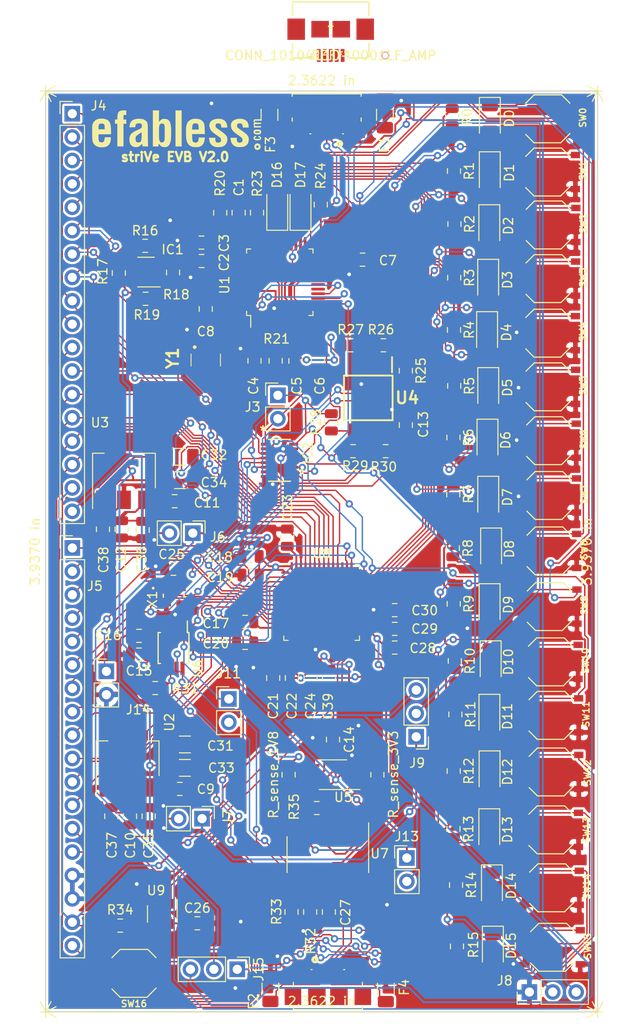
<source format=kicad_pcb>
(kicad_pcb (version 20171130) (host pcbnew "(5.1.5-0-10_14)")
  (layers (0 F.Cu signal) (31 B.Cu signal) (34 B.Paste user) (35 F.Paste user) (36 B.SilkS user) (37 F.SilkS user) (38 B.Mask user hide) (39 F.Mask user hide) (44 Edge.Cuts user))
  (net 0 "")
  (net 1 GND)
  (net 2 "Net-(C2-Pad2)")
  (net 3 "Net-(C3-Pad2)")
  (net 4 +3V3)
  (net 5 +5V)
  (net 6 +1V8)
  (net 7 STRIVE_1V8)
  (net 8 STRIVE_3V3)
  (net 9 "Net-(C27-Pad2)")
  (net 10 "Net-(D0-Pad2)")
  (net 11 GPIO0)
  (net 12 "Net-(D1-Pad2)")
  (net 13 GPIO1)
  (net 14 "Net-(D2-Pad2)")
  (net 15 GPIO2)
  (net 16 "Net-(D3-Pad2)")
  (net 17 GPIO3)
  (net 18 "Net-(D4-Pad2)")
  (net 19 GPIO4)
  (net 20 "Net-(D5-Pad2)")
  (net 21 GPIO5)
  (net 22 "Net-(D6-Pad2)")
  (net 23 GPIO6)
  (net 24 "Net-(D7-Pad2)")
  (net 25 GPIO7)
  (net 26 "Net-(D8-Pad2)")
  (net 27 GPIO8)
  (net 28 "Net-(D9-Pad2)")
  (net 29 GPIO9)
  (net 30 "Net-(D10-Pad2)")
  (net 31 GPIO10)
  (net 32 "Net-(D11-Pad2)")
  (net 33 GPIO11)
  (net 34 "Net-(D12-Pad2)")
  (net 35 GPIO12)
  (net 36 "Net-(D13-Pad2)")
  (net 37 GPIO13)
  (net 38 "Net-(D14-Pad2)")
  (net 39 GPIO14)
  (net 40 "Net-(D15-Pad2)")
  (net 41 GPIO15)
  (net 42 "Net-(D16-Pad2)")
  (net 43 "Net-(D16-Pad1)")
  (net 44 "Net-(D17-Pad2)")
  (net 45 "Net-(D17-Pad1)")
  (net 46 FTDI_D-)
  (net 47 MCP_D-)
  (net 48 FTDI_D+)
  (net 49 MCP_D+)
  (net 50 EECS)
  (net 51 EECLK)
  (net 52 "Net-(IC1-Pad3)")
  (net 53 EEDATA)
  (net 54 STRIVE_CSB)
  (net 55 TMUX_SEL)
  (net 56 STRIVE_SCK)
  (net 57 USB_SCK)
  (net 58 MEM_SCK)
  (net 59 STRIVE_D0)
  (net 60 USB_SO)
  (net 61 MEM_SI)
  (net 62 MEM_SO)
  (net 63 USB_SI)
  (net 64 MEM_CS)
  (net 65 USB_CS)
  (net 66 "Net-(J1-Pad4)")
  (net 67 "Net-(J2-Pad4)")
  (net 68 xi)
  (net 69 xo)
  (net 70 SPI_SCK)
  (net 71 SPI_CSB)
  (net 72 SPI_SDI)
  (net 73 SPI_SDO)
  (net 74 STRIVE_D1)
  (net 75 STRIVE_D2)
  (net 76 STRIVE_D3)
  (net 77 STRIVE_TX)
  (net 78 STRIVE_RX)
  (net 79 "Net-(R21-Pad2)")
  (net 80 MCP2221_GP3)
  (net 81 I2C_SCL)
  (net 82 I2C_SDA)
  (net 83 "Net-(U1-Pad31)")
  (net 84 "Net-(U1-Pad30)")
  (net 85 "Net-(U1-Pad29)")
  (net 86 "Net-(U1-Pad28)")
  (net 87 "Net-(U1-Pad25)")
  (net 88 "Net-(U1-Pad2)")
  (net 89 "Net-(U1-Pad1)")
  (net 90 CSA3V3)
  (net 91 CSA1V8)
  (net 92 xclk)
  (net 93 MCP2221_GP0)
  (net 94 "Net-(U8-Pad45)")
  (net 95 "Net-(U8-Pad41)")
  (net 96 "Net-(U8-Pad25)")
  (net 97 "Net-(U8-Pad24)")
  (net 98 "Net-(U8-Pad23)")
  (net 99 "Net-(U8-Pad22)")
  (net 100 "Net-(U8-Pad21)")
  (net 101 ~RST)
  (net 102 FTDI_5V)
  (net 103 MCP_5V)
  (net 104 "Net-(C1-Pad2)")
  (net 105 LED_CA)
  (net 106 "Net-(U1-Pad33)")
  (net 107 "Net-(U1-Pad32)")
  (net 108 "Net-(R35-Pad1)")
  (net 109 "Net-(C10-Pad2)")
  (net 110 "Net-(C12-Pad2)")
  (net 111 "Net-(J11-Pad2)")
  (net 112 "Net-(J11-Pad1)")
  (net 113 "Net-(J13-Pad2)")
  (net 114 "Net-(J13-Pad1)")
  (net 115 "Net-(J14-Pad1)")
  (net 116 "Net-(R34-Pad1)")
  (net 117 "Net-(U1-Pad20)")
  (net 118 "Net-(U1-Pad19)")
  (net 119 "Net-(U1-Pad18)")
  (net 120 "Net-(U1-Pad17)")
  (net 121 "Net-(U9-Pad3)")
  (net 122 "Net-(C13-Pad1)")
  (module strive_foot_prints:10104110-0001LF (layer F.Cu) (at 163.9824 35.3568 180)
    (fp_text reference REF** (at 0 -2.771) (layer F.SilkS))
    (fp_text value CONN_10104110-0001LF_AMP (at 0 -2.771) (layer F.SilkS))
    (fp_text user * (at 0 0) (layer F.SilkS))
    (pad 9 smd rect (at 1.15 0.078999 270) (size 1.8034 1.905) (layers F.Cu F.Paste F.Mask))
    (pad 8 smd rect (at -1.15 0.078999 270) (size 1.8034 1.905) (layers F.Cu F.Paste F.Mask))
    (pad 7 smd rect (at 3.75 0.078999 270) (size 2.3114 1.905) (layers F.Cu F.Paste F.Mask))
    (pad 6 smd rect (at -3.75 0.078999 270) (size 2.3114 1.905) (layers F.Cu F.Paste F.Mask))
    (pad 5 smd rect (at 1.3 -2.771 180) (size 0.4064 1.397) (layers F.Cu F.Paste F.Mask))
    (pad 4 smd rect (at 0.649999 -2.771 180) (size 0.4064 1.397) (layers F.Cu F.Paste F.Mask))
    (pad 3 smd rect (at 0 -2.771 180) (size 0.4064 1.397) (layers F.Cu F.Paste F.Mask))
    (pad 2 smd rect (at -0.649999 -2.771 180) (size 0.4064 1.397) (layers F.Cu F.Paste F.Mask))
    (pad 1 smd rect (at -1.3 -2.771 180) (size 0.4064 1.397) (layers F.Cu F.Paste F.Mask))
  )
  (module Connector_PinHeader_2.54mm:PinHeader_1x03_P2.54mm_Vertical (layer F.Cu) (at 153.8224 137.3632 270)
    (fp_text reference J15 (at 0 -2.33 90) (layer F.SilkS))
    (fp_text value Conn_01x03_Male)
    (pad 3 thru_hole oval (at 0 5.08 270) (size 1.7 1.7) (drill 1) (layers *.Cu *.Mask) (net 102 FTDI_5V))
    (pad 2 thru_hole oval (at 0 2.54 270) (size 1.7 1.7) (drill 1) (layers *.Cu *.Mask) (net 5 +5V))
    (pad 1 thru_hole rect (at 0 0 270) (size 1.7 1.7) (drill 1) (layers *.Cu *.Mask) (net 103 MCP_5V))
  )
  (module strive_foot_prints:AMPHENOL_10118192-0001LF (layer F.Cu) (at 163.6776 137.6172)
    (fp_text reference J2 (at -2.45306 -2.27805) (layer F.SilkS) (effects (font (size 0.787417 0.787417) (thickness 0.015))))
    (fp_text value "USB_B_Micro - 10118193-0001LF")
    (pad SH5 smd rect (at 1.2 2.675) (size 1.9 1.9) (layers F.Cu F.Paste F.Mask))
    (pad SH4 smd rect (at -1.2 2.675) (size 1.9 1.9) (layers F.Cu F.Paste F.Mask))
    (pad SH6 smd rect (at 3.8 2.675) (size 1.8 1.9) (layers F.Cu F.Paste F.Mask))
    (pad SH3 smd rect (at -3.8 2.675) (size 1.8 1.9) (layers F.Cu F.Paste F.Mask))
    (pad SH2 smd rect (at 3.1 0.125) (size 2.1 1.6) (layers F.Cu F.Paste F.Mask))
    (pad SH1 smd rect (at -3.1 0.125) (size 2.1 1.6) (layers F.Cu F.Paste F.Mask))
    (pad 5 smd rect (at 1.3 0) (size 0.4 1.35) (layers F.Cu F.Paste F.Mask) (net 1 GND))
    (pad 1 smd rect (at -1.3 0) (size 0.4 1.35) (layers F.Cu F.Paste F.Mask) (net 103 MCP_5V))
    (pad 4 smd rect (at 0.65 0) (size 0.4 1.35) (layers F.Cu F.Paste F.Mask) (net 67 "Net-(J2-Pad4)"))
    (pad 2 smd rect (at -0.65 0) (size 0.4 1.35) (layers F.Cu F.Paste F.Mask) (net 47 MCP_D-))
    (pad 3 smd rect (at 0 0) (size 0.4 1.35) (layers F.Cu F.Paste F.Mask) (net 49 MCP_D+))
  )
  (module strive_foot_prints:AMPHENOL_10118192-0001LF (layer F.Cu) (at 163.5444 46.4138 180)
    (fp_text reference J1 (at -2.45306 -2.27805) (layer F.SilkS) (effects (font (size 0.787417 0.787417) (thickness 0.015))))
    (fp_text value "USB_B_Micro - 10118193-0001LF")
    (pad SH5 smd rect (at 1.2 2.675 180) (size 1.9 1.9) (layers F.Cu F.Paste F.Mask))
    (pad SH4 smd rect (at -1.2 2.675 180) (size 1.9 1.9) (layers F.Cu F.Paste F.Mask))
    (pad SH6 smd rect (at 3.8 2.675 180) (size 1.8 1.9) (layers F.Cu F.Paste F.Mask))
    (pad SH3 smd rect (at -3.8 2.675 180) (size 1.8 1.9) (layers F.Cu F.Paste F.Mask))
    (pad SH2 smd rect (at 3.1 0.125 180) (size 2.1 1.6) (layers F.Cu F.Paste F.Mask))
    (pad SH1 smd rect (at -3.1 0.125 180) (size 2.1 1.6) (layers F.Cu F.Paste F.Mask))
    (pad 5 smd rect (at 1.3 0 180) (size 0.4 1.35) (layers F.Cu F.Paste F.Mask) (net 1 GND))
    (pad 1 smd rect (at -1.3 0 180) (size 0.4 1.35) (layers F.Cu F.Paste F.Mask) (net 102 FTDI_5V))
    (pad 4 smd rect (at 0.65 0 180) (size 0.4 1.35) (layers F.Cu F.Paste F.Mask) (net 66 "Net-(J1-Pad4)"))
    (pad 2 smd rect (at -0.65 0 180) (size 0.4 1.35) (layers F.Cu F.Paste F.Mask) (net 46 FTDI_D-))
    (pad 3 smd rect (at 0 0 180) (size 0.4 1.35) (layers F.Cu F.Paste F.Mask) (net 48 FTDI_D+))
  )
  (module strive_foot_prints:TMUX1574DYYR (layer F.Cu) (at 158.4198 82.0928)
    (fp_text reference IC2 (at 3.0802 -0.7928 90) (layer F.SilkS))
    (fp_text value TMUX1574DYYR)
    (fp_text user * (at -1.79705 -3.1978) (layer F.SilkS))
    (fp_text user * (at -1.79705 -3.1978) (layer F.SilkS))
    (fp_text user * (at -1.79705 -3.1978) (layer F.SilkS))
    (pad 16 smd rect (at 1.54305 -1.749999) (size 0.9779 0.3048) (layers F.Cu F.Paste F.Mask) (net 122 "Net-(C13-Pad1)"))
    (pad 15 smd rect (at 1.54305 -1.25) (size 0.9779 0.3048) (layers F.Cu F.Paste F.Mask) (net 1 GND))
    (pad 14 smd rect (at 1.54305 -0.749998) (size 0.9779 0.3048) (layers F.Cu F.Paste F.Mask) (net 56 STRIVE_SCK))
    (pad 13 smd rect (at 1.54305 -0.25) (size 0.9779 0.3048) (layers F.Cu F.Paste F.Mask) (net 57 USB_SCK))
    (pad 12 smd rect (at 1.54305 0.25) (size 0.9779 0.3048) (layers F.Cu F.Paste F.Mask) (net 58 MEM_SCK))
    (pad 11 smd rect (at 1.54305 0.750001) (size 0.9779 0.3048) (layers F.Cu F.Paste F.Mask) (net 59 STRIVE_D0))
    (pad 10 smd rect (at 1.54305 1.25) (size 0.9779 0.3048) (layers F.Cu F.Paste F.Mask) (net 60 USB_SO))
    (pad 9 smd rect (at 1.54305 1.750002) (size 0.9779 0.3048) (layers F.Cu F.Paste F.Mask) (net 61 MEM_SI))
    (pad 8 smd rect (at -1.54305 1.749999) (size 0.9779 0.3048) (layers F.Cu F.Paste F.Mask) (net 1 GND))
    (pad 7 smd rect (at -1.54305 1.25) (size 0.9779 0.3048) (layers F.Cu F.Paste F.Mask) (net 62 MEM_SO))
    (pad 6 smd rect (at -1.54305 0.749998) (size 0.9779 0.3048) (layers F.Cu F.Paste F.Mask) (net 63 USB_SI))
    (pad 5 smd rect (at -1.54305 0.25) (size 0.9779 0.3048) (layers F.Cu F.Paste F.Mask) (net 74 STRIVE_D1))
    (pad 4 smd rect (at -1.54305 -0.25) (size 0.9779 0.3048) (layers F.Cu F.Paste F.Mask) (net 64 MEM_CS))
    (pad 3 smd rect (at -1.54305 -0.750001) (size 0.9779 0.3048) (layers F.Cu F.Paste F.Mask) (net 65 USB_CS))
    (pad 2 smd rect (at -1.54305 -1.25) (size 0.9779 0.3048) (layers F.Cu F.Paste F.Mask) (net 54 STRIVE_CSB))
    (pad 1 smd rect (at -1.54305 -1.750002) (size 0.9779 0.3048) (layers F.Cu F.Paste F.Mask) (net 55 TMUX_SEL))
  )
  (module Connector_PinHeader_2.54mm:PinHeader_1x02_P2.54mm_Vertical (layer F.Cu) (at 139.5984 105.0036)
    (fp_text reference J14 (at 3.4544 4.1656) (layer F.SilkS))
    (fp_text value Conn_01x02_Male)
    (pad 2 thru_hole oval (at 0 2.54) (size 1.7 1.7) (drill 1) (layers *.Cu *.Mask) (net 1 GND))
    (pad 1 thru_hole rect (at 0 0) (size 1.7 1.7) (drill 1) (layers *.Cu *.Mask) (net 115 "Net-(J14-Pad1)"))
  )
  (module Connector_PinHeader_2.54mm:PinHeader_1x02_P2.54mm_Vertical (layer F.Cu) (at 172.2628 125.2728)
    (fp_text reference J13 (at 0 -2.33) (layer F.SilkS))
    (fp_text value Conn_01x02_Male)
    (pad 2 thru_hole oval (at 0 2.54) (size 1.7 1.7) (drill 1) (layers *.Cu *.Mask) (net 113 "Net-(J13-Pad2)"))
    (pad 1 thru_hole rect (at 0 0) (size 1.7 1.7) (drill 1) (layers *.Cu *.Mask) (net 114 "Net-(J13-Pad1)"))
  )
  (module Connector_PinHeader_2.54mm:PinHeader_1x02_P2.54mm_Vertical (layer F.Cu) (at 152.908 108.0008)
    (fp_text reference J11 (at 0 -2.7432) (layer F.SilkS))
    (fp_text value Conn_01x02_Male)
    (pad 2 thru_hole oval (at 0 2.54) (size 1.7 1.7) (drill 1) (layers *.Cu *.Mask) (net 111 "Net-(J11-Pad2)"))
    (pad 1 thru_hole rect (at 0 0) (size 1.7 1.7) (drill 1) (layers *.Cu *.Mask) (net 112 "Net-(J11-Pad1)"))
  )
  (module Connector_PinHeader_2.54mm:PinHeader_1x03_P2.54mm_Vertical (layer F.Cu) (at 173.2788 112.1156 180)
    (fp_text reference J9 (at -0.1016 -2.8448) (layer F.SilkS))
    (fp_text value Conn_01x03_Male)
    (pad 3 thru_hole oval (at 0 5.08 180) (size 1.7 1.7) (drill 1) (layers *.Cu *.Mask) (net 4 +3V3))
    (pad 2 thru_hole oval (at 0 2.54 180) (size 1.7 1.7) (drill 1) (layers *.Cu *.Mask) (net 122 "Net-(C13-Pad1)"))
    (pad 1 thru_hole rect (at 0 0 180) (size 1.7 1.7) (drill 1) (layers *.Cu *.Mask) (net 6 +1V8))
  )
  (module striVe_foot_prints:logo (layer F.Cu) (at 147.066 46.228)
    (fp_text reference T1 hide)
    (fp_text value Logo hide)
    (fp_text user "striVe EVB V2.0" (at 0 2.921) (layer F.SilkS) (effects (font (thickness 0.25))))
  )
  (module Resistor_SMD:R_0805_2012Metric (layer F.Cu) (at 162.46 119.85 180)
    (fp_text reference R35 (at 2.45 0.13 90) (layer F.SilkS))
    (fp_text value 1k)
    (pad 2 smd roundrect (at 0.9375 0 180) (size 0.975 1.4) (layers F.Cu F.Paste F.Mask) (net 4 +3V3))
    (pad 1 smd roundrect (at -0.9375 0 180) (size 0.975 1.4) (layers F.Cu F.Paste F.Mask) (net 108 "Net-(R35-Pad1)"))
  )
  (module striVe_foot_prints:DSC6001JE1A-010.0000 (layer F.Cu) (at 146.91868 96.79432)
    (fp_text reference X1 (at -2.31868 0.40568 90) (layer F.SilkS))
    (fp_text value DSC6001_10MHZ)
    (pad 4 smd rect (at 0.8001 -0.8255) (size 1.016 0.6604) (layers F.Cu F.Paste F.Mask) (net 122 "Net-(C13-Pad1)"))
    (pad 3 smd rect (at 0.8001 0.8255) (size 1.016 0.6604) (layers F.Cu F.Paste F.Mask) (net 92 xclk))
    (pad 2 smd rect (at -0.8001 0.8255) (size 1.016 0.6604) (layers F.Cu F.Paste F.Mask) (net 1 GND))
    (pad 1 smd rect (at -0.8001 -0.8255) (size 1.016 0.6604) (layers F.Cu F.Paste F.Mask) (net 115 "Net-(J14-Pad1)"))
  )
  (module striVe_foot_prints:SW4-SMD-5.2X5.2X1.5MM (layer F.Cu) (at 188.1096 134.969809 180)
    (fp_text reference SW15 (at -3.81 0.127 270) (layer F.SilkS) (effects (font (size 0.701109 0.701109))))
    (fp_text value "SW_Push - SKQGADE010")
    (pad 1 smd rect (at 3 1.85 180) (size 1 0.7) (layers F.Cu F.Paste F.Mask) (net 41 GPIO15))
    (pad 1 smd rect (at -3 1.85 180) (size 1 0.7) (layers F.Cu F.Paste F.Mask) (net 41 GPIO15))
    (pad 2 smd rect (at 3 -1.85 180) (size 1 0.7) (layers F.Cu F.Paste F.Mask) (net 1 GND))
    (pad 2 smd rect (at -3 -1.85 180) (size 1 0.7) (layers F.Cu F.Paste F.Mask) (net 1 GND))
  )
  (module striVe_foot_prints:SW4-SMD-5.2X5.2X1.5MM (layer F.Cu) (at 142.6 137.8 180)
    (fp_text reference SW16 (at 0 -3.3) (layer F.SilkS) (effects (font (size 0.701109 0.701109))))
    (fp_text value "SW_Push - SKQGADE010")
    (pad 1 smd rect (at 3 1.85 180) (size 1 0.7) (layers F.Cu F.Paste F.Mask) (net 116 "Net-(R34-Pad1)"))
    (pad 1 smd rect (at -3 1.85 180) (size 1 0.7) (layers F.Cu F.Paste F.Mask) (net 116 "Net-(R34-Pad1)"))
    (pad 2 smd rect (at 3 -1.85 180) (size 1 0.7) (layers F.Cu F.Paste F.Mask) (net 1 GND))
    (pad 2 smd rect (at -3 -1.85 180) (size 1 0.7) (layers F.Cu F.Paste F.Mask) (net 1 GND))
  )
  (module striVe_foot_prints:SW4-SMD-5.2X5.2X1.5MM (layer F.Cu) (at 188.01 128.51 180)
    (fp_text reference SW14 (at -3.81 0.127 270) (layer F.SilkS) (effects (font (size 0.701109 0.701109))))
    (fp_text value "SW_Push - SKQGADE010")
    (pad 1 smd rect (at 3 1.85 180) (size 1 0.7) (layers F.Cu F.Paste F.Mask) (net 39 GPIO14))
    (pad 1 smd rect (at -3 1.85 180) (size 1 0.7) (layers F.Cu F.Paste F.Mask) (net 39 GPIO14))
    (pad 2 smd rect (at 3 -1.85 180) (size 1 0.7) (layers F.Cu F.Paste F.Mask) (net 1 GND))
    (pad 2 smd rect (at -3 -1.85 180) (size 1 0.7) (layers F.Cu F.Paste F.Mask) (net 1 GND))
  )
  (module striVe_foot_prints:SW4-SMD-5.2X5.2X1.5MM (layer F.Cu) (at 187.92489 122.217103 180)
    (fp_text reference SW13 (at -3.87511 0.017103 270) (layer F.SilkS) (effects (font (size 0.701109 0.701109))))
    (fp_text value "SW_Push - SKQGADE010")
    (pad 1 smd rect (at 3 1.85 180) (size 1 0.7) (layers F.Cu F.Paste F.Mask) (net 37 GPIO13))
    (pad 1 smd rect (at -3 1.85 180) (size 1 0.7) (layers F.Cu F.Paste F.Mask) (net 37 GPIO13))
    (pad 2 smd rect (at 3 -1.85 180) (size 1 0.7) (layers F.Cu F.Paste F.Mask) (net 1 GND))
    (pad 2 smd rect (at -3 -1.85 180) (size 1 0.7) (layers F.Cu F.Paste F.Mask) (net 1 GND))
  )
  (module striVe_foot_prints:SW4-SMD-5.2X5.2X1.5MM (layer F.Cu) (at 187.954092 115.930049 180)
    (fp_text reference SW12 (at -3.945908 -0.069951 270) (layer F.SilkS) (effects (font (size 0.701109 0.701109))))
    (fp_text value "SW_Push - SKQGADE010")
    (pad 1 smd rect (at 3 1.85 180) (size 1 0.7) (layers F.Cu F.Paste F.Mask) (net 35 GPIO12))
    (pad 1 smd rect (at -3 1.85 180) (size 1 0.7) (layers F.Cu F.Paste F.Mask) (net 35 GPIO12))
    (pad 2 smd rect (at 3 -1.85 180) (size 1 0.7) (layers F.Cu F.Paste F.Mask) (net 1 GND))
    (pad 2 smd rect (at -3 -1.85 180) (size 1 0.7) (layers F.Cu F.Paste F.Mask) (net 1 GND))
  )
  (module striVe_foot_prints:SW4-SMD-5.2X5.2X1.5MM (layer F.Cu) (at 187.936793 109.786284 180)
    (fp_text reference SW11 (at -3.81 0.127 270) (layer F.SilkS) (effects (font (size 0.701109 0.701109))))
    (fp_text value "SW_Push - SKQGADE010")
    (pad 1 smd rect (at 3 1.85 180) (size 1 0.7) (layers F.Cu F.Paste F.Mask) (net 33 GPIO11))
    (pad 1 smd rect (at -3 1.85 180) (size 1 0.7) (layers F.Cu F.Paste F.Mask) (net 33 GPIO11))
    (pad 2 smd rect (at 3 -1.85 180) (size 1 0.7) (layers F.Cu F.Paste F.Mask) (net 1 GND))
    (pad 2 smd rect (at -3 -1.85 180) (size 1 0.7) (layers F.Cu F.Paste F.Mask) (net 1 GND))
  )
  (module striVe_foot_prints:SW4-SMD-5.2X5.2X1.5MM (layer F.Cu) (at 187.873596 103.974769 180)
    (fp_text reference SW10 (at -3.81 0.127 270) (layer F.SilkS) (effects (font (size 0.701109 0.701109))))
    (fp_text value "SW_Push - SKQGADE010")
    (pad 1 smd rect (at 3 1.85 180) (size 1 0.7) (layers F.Cu F.Paste F.Mask) (net 31 GPIO10))
    (pad 1 smd rect (at -3 1.85 180) (size 1 0.7) (layers F.Cu F.Paste F.Mask) (net 31 GPIO10))
    (pad 2 smd rect (at 3 -1.85 180) (size 1 0.7) (layers F.Cu F.Paste F.Mask) (net 1 GND))
    (pad 2 smd rect (at -3 -1.85 180) (size 1 0.7) (layers F.Cu F.Paste F.Mask) (net 1 GND))
  )
  (module striVe_foot_prints:SW4-SMD-5.2X5.2X1.5MM (layer F.Cu) (at 187.756076 97.975186 180)
    (fp_text reference SW9 (at -3.81 0.127 270) (layer F.SilkS) (effects (font (size 0.701109 0.701109))))
    (fp_text value "SW_Push - SKQGADE010")
    (pad 1 smd rect (at 3 1.85 180) (size 1 0.7) (layers F.Cu F.Paste F.Mask) (net 29 GPIO9))
    (pad 1 smd rect (at -3 1.85 180) (size 1 0.7) (layers F.Cu F.Paste F.Mask) (net 29 GPIO9))
    (pad 2 smd rect (at 3 -1.85 180) (size 1 0.7) (layers F.Cu F.Paste F.Mask) (net 1 GND))
    (pad 2 smd rect (at -3 -1.85 180) (size 1 0.7) (layers F.Cu F.Paste F.Mask) (net 1 GND))
  )
  (module striVe_foot_prints:SW4-SMD-5.2X5.2X1.5MM (layer F.Cu) (at 187.720008 91.928446 180)
    (fp_text reference SW8 (at -3.81 0.127 270) (layer F.SilkS) (effects (font (size 0.701109 0.701109))))
    (fp_text value "SW_Push - SKQGADE010")
    (pad 1 smd rect (at 3 1.85 180) (size 1 0.7) (layers F.Cu F.Paste F.Mask) (net 27 GPIO8))
    (pad 1 smd rect (at -3 1.85 180) (size 1 0.7) (layers F.Cu F.Paste F.Mask) (net 27 GPIO8))
    (pad 2 smd rect (at 3 -1.85 180) (size 1 0.7) (layers F.Cu F.Paste F.Mask) (net 1 GND))
    (pad 2 smd rect (at -3 -1.85 180) (size 1 0.7) (layers F.Cu F.Paste F.Mask) (net 1 GND))
  )
  (module striVe_foot_prints:SW4-SMD-5.2X5.2X1.5MM (layer F.Cu) (at 187.71 85.91 180)
    (fp_text reference SW7 (at -3.81 0.127 270) (layer F.SilkS) (effects (font (size 0.701109 0.701109))))
    (fp_text value "SW_Push - SKQGADE010")
    (pad 1 smd rect (at 3 1.85 180) (size 1 0.7) (layers F.Cu F.Paste F.Mask) (net 25 GPIO7))
    (pad 1 smd rect (at -3 1.85 180) (size 1 0.7) (layers F.Cu F.Paste F.Mask) (net 25 GPIO7))
    (pad 2 smd rect (at 3 -1.85 180) (size 1 0.7) (layers F.Cu F.Paste F.Mask) (net 1 GND))
    (pad 2 smd rect (at -3 -1.85 180) (size 1 0.7) (layers F.Cu F.Paste F.Mask) (net 1 GND))
  )
  (module striVe_foot_prints:SW4-SMD-5.2X5.2X1.5MM (layer F.Cu) (at 187.675721 79.959678 180)
    (fp_text reference SW6 (at -3.81 0.127 270) (layer F.SilkS) (effects (font (size 0.701109 0.701109))))
    (fp_text value "SW_Push - SKQGADE010")
    (pad 1 smd rect (at 3 1.85 180) (size 1 0.7) (layers F.Cu F.Paste F.Mask) (net 23 GPIO6))
    (pad 1 smd rect (at -3 1.85 180) (size 1 0.7) (layers F.Cu F.Paste F.Mask) (net 23 GPIO6))
    (pad 2 smd rect (at 3 -1.85 180) (size 1 0.7) (layers F.Cu F.Paste F.Mask) (net 1 GND))
    (pad 2 smd rect (at -3 -1.85 180) (size 1 0.7) (layers F.Cu F.Paste F.Mask) (net 1 GND))
  )
  (module striVe_foot_prints:SW4-SMD-5.2X5.2X1.5MM (layer F.Cu) (at 187.61 74.11 180)
    (fp_text reference SW5 (at -3.81 0.127 270) (layer F.SilkS) (effects (font (size 0.701109 0.701109))))
    (fp_text value "SW_Push - SKQGADE010")
    (pad 1 smd rect (at 3 1.85 180) (size 1 0.7) (layers F.Cu F.Paste F.Mask) (net 21 GPIO5))
    (pad 1 smd rect (at -3 1.85 180) (size 1 0.7) (layers F.Cu F.Paste F.Mask) (net 21 GPIO5))
    (pad 2 smd rect (at 3 -1.85 180) (size 1 0.7) (layers F.Cu F.Paste F.Mask) (net 1 GND))
    (pad 2 smd rect (at -3 -1.85 180) (size 1 0.7) (layers F.Cu F.Paste F.Mask) (net 1 GND))
  )
  (module striVe_foot_prints:SW4-SMD-5.2X5.2X1.5MM (layer F.Cu) (at 187.585 68.285 180)
    (fp_text reference SW4 (at -3.81 0.127 270) (layer F.SilkS) (effects (font (size 0.701109 0.701109))))
    (fp_text value "SW_Push - SKQGADE010")
    (pad 1 smd rect (at 3 1.85 180) (size 1 0.7) (layers F.Cu F.Paste F.Mask) (net 19 GPIO4))
    (pad 1 smd rect (at -3 1.85 180) (size 1 0.7) (layers F.Cu F.Paste F.Mask) (net 19 GPIO4))
    (pad 2 smd rect (at 3 -1.85 180) (size 1 0.7) (layers F.Cu F.Paste F.Mask) (net 1 GND))
    (pad 2 smd rect (at -3 -1.85 180) (size 1 0.7) (layers F.Cu F.Paste F.Mask) (net 1 GND))
  )
  (module striVe_foot_prints:SW4-SMD-5.2X5.2X1.5MM (layer F.Cu) (at 187.61 62.36 180)
    (fp_text reference SW3 (at -3.81 0.127 270) (layer F.SilkS) (effects (font (size 0.701109 0.701109))))
    (fp_text value "SW_Push - SKQGADE010")
    (pad 1 smd rect (at 3 1.85 180) (size 1 0.7) (layers F.Cu F.Paste F.Mask) (net 17 GPIO3))
    (pad 1 smd rect (at -3 1.85 180) (size 1 0.7) (layers F.Cu F.Paste F.Mask) (net 17 GPIO3))
    (pad 2 smd rect (at 3 -1.85 180) (size 1 0.7) (layers F.Cu F.Paste F.Mask) (net 1 GND))
    (pad 2 smd rect (at -3 -1.85 180) (size 1 0.7) (layers F.Cu F.Paste F.Mask) (net 1 GND))
  )
  (module striVe_foot_prints:SW4-SMD-5.2X5.2X1.5MM (layer F.Cu) (at 187.635 56.535 180)
    (fp_text reference SW2 (at -3.81 0.127 270) (layer F.SilkS) (effects (font (size 0.701109 0.701109))))
    (fp_text value "SW_Push - SKQGADE010")
    (pad 1 smd rect (at 3 1.85 180) (size 1 0.7) (layers F.Cu F.Paste F.Mask) (net 15 GPIO2))
    (pad 1 smd rect (at -3 1.85 180) (size 1 0.7) (layers F.Cu F.Paste F.Mask) (net 15 GPIO2))
    (pad 2 smd rect (at 3 -1.85 180) (size 1 0.7) (layers F.Cu F.Paste F.Mask) (net 1 GND))
    (pad 2 smd rect (at -3 -1.85 180) (size 1 0.7) (layers F.Cu F.Paste F.Mask) (net 1 GND))
  )
  (module striVe_foot_prints:SW4-SMD-5.2X5.2X1.5MM (layer F.Cu) (at 187.585 50.785 180)
    (fp_text reference SW1 (at -3.81 0.127 270) (layer F.SilkS) (effects (font (size 0.701109 0.701109))))
    (fp_text value "SW_Push - SKQGADE010")
    (pad 1 smd rect (at 3 1.85 180) (size 1 0.7) (layers F.Cu F.Paste F.Mask) (net 13 GPIO1))
    (pad 1 smd rect (at -3 1.85 180) (size 1 0.7) (layers F.Cu F.Paste F.Mask) (net 13 GPIO1))
    (pad 2 smd rect (at 3 -1.85 180) (size 1 0.7) (layers F.Cu F.Paste F.Mask) (net 1 GND))
    (pad 2 smd rect (at -3 -1.85 180) (size 1 0.7) (layers F.Cu F.Paste F.Mask) (net 1 GND))
  )
  (module striVe_foot_prints:SW4-SMD-5.2X5.2X1.5MM (layer F.Cu) (at 187.585 45.01 180)
    (fp_text reference SW0 (at -3.81 0.127 270) (layer F.SilkS) (effects (font (size 0.701109 0.701109))))
    (fp_text value "SW_Push - SKQGADE010")
    (pad 1 smd rect (at 3 1.85 180) (size 1 0.7) (layers F.Cu F.Paste F.Mask) (net 11 GPIO0))
    (pad 1 smd rect (at -3 1.85 180) (size 1 0.7) (layers F.Cu F.Paste F.Mask) (net 11 GPIO0))
    (pad 2 smd rect (at 3 -1.85 180) (size 1 0.7) (layers F.Cu F.Paste F.Mask) (net 1 GND))
    (pad 2 smd rect (at -3 -1.85 180) (size 1 0.7) (layers F.Cu F.Paste F.Mask) (net 1 GND))
  )
  (module striVe_foot_prints:CSTNE12M0GH5L000R0 (layer F.Cu) (at 150.4 71.2 180)
    (fp_text reference Y1 (at 3.6 0.2 90) (layer F.SilkS) (effects (font (size 1.27 1.27) (thickness 0.254))))
    (fp_text value CSTNE12M0GH5L000R0 hide)
    (pad 3 smd rect (at -1.2 0 180) (size 0.4 1.9) (layers F.Cu F.Paste F.Mask) (net 88 "Net-(U1-Pad2)"))
    (pad 2 smd rect (at 0 0 180) (size 0.4 1.9) (layers F.Cu F.Paste F.Mask) (net 1 GND))
    (pad 1 smd rect (at 1.2 0 180) (size 0.4 1.9) (layers F.Cu F.Paste F.Mask) (net 89 "Net-(U1-Pad1)"))
  )
  (module striVe_foot_prints:SOIC127P790X216-8N (layer F.Cu) (at 168.07 75.31 270)
    (fp_text reference U4 (at 0 -4.23 180) (layer F.SilkS) (effects (font (size 1.27 1.27) (thickness 0.254))))
    (fp_text value W25Q32FVSS hide)
    (pad 8 smd rect (at 3.6 -1.905) (size 0.65 1.65) (layers F.Cu F.Paste F.Mask) (net 122 "Net-(C13-Pad1)"))
    (pad 7 smd rect (at 3.6 -0.635) (size 0.65 1.65) (layers F.Cu F.Paste F.Mask) (net 76 STRIVE_D3))
    (pad 6 smd rect (at 3.6 0.635) (size 0.65 1.65) (layers F.Cu F.Paste F.Mask) (net 58 MEM_SCK))
    (pad 5 smd rect (at 3.6 1.905) (size 0.65 1.65) (layers F.Cu F.Paste F.Mask) (net 61 MEM_SI))
    (pad 4 smd rect (at -3.6 1.905) (size 0.65 1.65) (layers F.Cu F.Paste F.Mask) (net 1 GND))
    (pad 3 smd rect (at -3.6 0.635) (size 0.65 1.65) (layers F.Cu F.Paste F.Mask) (net 75 STRIVE_D2))
    (pad 2 smd rect (at -3.6 -0.635) (size 0.65 1.65) (layers F.Cu F.Paste F.Mask) (net 62 MEM_SO))
    (pad 1 smd rect (at -3.6 -1.905) (size 0.65 1.65) (layers F.Cu F.Paste F.Mask) (net 64 MEM_CS))
  )
  (module Connector_PinHeader_2.54mm:PinHeader_1x03_P2.54mm_Vertical (layer F.Cu) (at 185.5851 139.827 90)
    (fp_text reference J8 (at 1.227 -2.6851 180) (layer F.SilkS))
    (fp_text value Conn_01x03_Male)
    (pad 3 thru_hole oval (at 0 5.08 90) (size 1.7 1.7) (drill 1) (layers *.Cu *.Mask) (net 4 +3V3))
    (pad 2 thru_hole oval (at 0 2.54 90) (size 1.7 1.7) (drill 1) (layers *.Cu *.Mask) (net 105 LED_CA))
    (pad 1 thru_hole rect (at 0 0 90) (size 1.7 1.7) (drill 1) (layers *.Cu *.Mask) (net 1 GND))
  )
  (module Package_QFP:LQFP-48_7x7mm_P0.5mm (layer F.Cu) (at 158.45 62.75 90)
    (fp_text reference U1 (at -0.3 -6 270) (layer F.SilkS))
    (fp_text value FT232H)
    (pad 48 smd roundrect (at -2.75 -4.1625 90) (size 0.3 1.475) (layers F.Cu F.Paste F.Mask) (net 1 GND))
    (pad 47 smd roundrect (at -2.25 -4.1625 90) (size 0.3 1.475) (layers F.Cu F.Paste F.Mask) (net 1 GND))
    (pad 46 smd roundrect (at -1.75 -4.1625 90) (size 0.3 1.475) (layers F.Cu F.Paste F.Mask) (net 4 +3V3))
    (pad 45 smd roundrect (at -1.25 -4.1625 90) (size 0.3 1.475) (layers F.Cu F.Paste F.Mask) (net 50 EECS))
    (pad 44 smd roundrect (at -0.75 -4.1625 90) (size 0.3 1.475) (layers F.Cu F.Paste F.Mask) (net 51 EECLK))
    (pad 43 smd roundrect (at -0.25 -4.1625 90) (size 0.3 1.475) (layers F.Cu F.Paste F.Mask) (net 53 EEDATA))
    (pad 42 smd roundrect (at 0.25 -4.1625 90) (size 0.3 1.475) (layers F.Cu F.Paste F.Mask) (net 1 GND))
    (pad 41 smd roundrect (at 0.75 -4.1625 90) (size 0.3 1.475) (layers F.Cu F.Paste F.Mask) (net 1 GND))
    (pad 40 smd roundrect (at 1.25 -4.1625 90) (size 0.3 1.475) (layers F.Cu F.Paste F.Mask) (net 4 +3V3))
    (pad 39 smd roundrect (at 1.75 -4.1625 90) (size 0.3 1.475) (layers F.Cu F.Paste F.Mask) (net 4 +3V3))
    (pad 38 smd roundrect (at 2.25 -4.1625 90) (size 0.3 1.475) (layers F.Cu F.Paste F.Mask) (net 2 "Net-(C2-Pad2)"))
    (pad 37 smd roundrect (at 2.75 -4.1625 90) (size 0.3 1.475) (layers F.Cu F.Paste F.Mask) (net 3 "Net-(C3-Pad2)"))
    (pad 36 smd roundrect (at 4.1625 -2.75 90) (size 1.475 0.3) (layers F.Cu F.Paste F.Mask) (net 1 GND))
    (pad 35 smd roundrect (at 4.1625 -2.25 90) (size 1.475 0.3) (layers F.Cu F.Paste F.Mask) (net 1 GND))
    (pad 34 smd roundrect (at 4.1625 -1.75 90) (size 1.475 0.3) (layers F.Cu F.Paste F.Mask) (net 104 "Net-(C1-Pad2)"))
    (pad 33 smd roundrect (at 4.1625 -1.25 90) (size 1.475 0.3) (layers F.Cu F.Paste F.Mask) (net 106 "Net-(U1-Pad33)"))
    (pad 32 smd roundrect (at 4.1625 -0.75 90) (size 1.475 0.3) (layers F.Cu F.Paste F.Mask) (net 107 "Net-(U1-Pad32)"))
    (pad 31 smd roundrect (at 4.1625 -0.25 90) (size 1.475 0.3) (layers F.Cu F.Paste F.Mask) (net 83 "Net-(U1-Pad31)"))
    (pad 30 smd roundrect (at 4.1625 0.25 90) (size 1.475 0.3) (layers F.Cu F.Paste F.Mask) (net 84 "Net-(U1-Pad30)"))
    (pad 29 smd roundrect (at 4.1625 0.75 90) (size 1.475 0.3) (layers F.Cu F.Paste F.Mask) (net 85 "Net-(U1-Pad29)"))
    (pad 28 smd roundrect (at 4.1625 1.25 90) (size 1.475 0.3) (layers F.Cu F.Paste F.Mask) (net 86 "Net-(U1-Pad28)"))
    (pad 27 smd roundrect (at 4.1625 1.75 90) (size 1.475 0.3) (layers F.Cu F.Paste F.Mask) (net 43 "Net-(D16-Pad1)"))
    (pad 26 smd roundrect (at 4.1625 2.25 90) (size 1.475 0.3) (layers F.Cu F.Paste F.Mask) (net 45 "Net-(D17-Pad1)"))
    (pad 25 smd roundrect (at 4.1625 2.75 90) (size 1.475 0.3) (layers F.Cu F.Paste F.Mask) (net 87 "Net-(U1-Pad25)"))
    (pad 24 smd roundrect (at 2.75 4.1625 90) (size 0.3 1.475) (layers F.Cu F.Paste F.Mask) (net 4 +3V3))
    (pad 23 smd roundrect (at 2.25 4.1625 90) (size 0.3 1.475) (layers F.Cu F.Paste F.Mask) (net 1 GND))
    (pad 22 smd roundrect (at 1.75 4.1625 90) (size 0.3 1.475) (layers F.Cu F.Paste F.Mask) (net 1 GND))
    (pad 21 smd roundrect (at 1.25 4.1625 90) (size 0.3 1.475) (layers F.Cu F.Paste F.Mask) (net 55 TMUX_SEL))
    (pad 20 smd roundrect (at 0.75 4.1625 90) (size 0.3 1.475) (layers F.Cu F.Paste F.Mask) (net 117 "Net-(U1-Pad20)"))
    (pad 19 smd roundrect (at 0.25 4.1625 90) (size 0.3 1.475) (layers F.Cu F.Paste F.Mask) (net 118 "Net-(U1-Pad19)"))
    (pad 18 smd roundrect (at -0.25 4.1625 90) (size 0.3 1.475) (layers F.Cu F.Paste F.Mask) (net 119 "Net-(U1-Pad18)"))
    (pad 17 smd roundrect (at -0.75 4.1625 90) (size 0.3 1.475) (layers F.Cu F.Paste F.Mask) (net 120 "Net-(U1-Pad17)"))
    (pad 16 smd roundrect (at -1.25 4.1625 90) (size 0.3 1.475) (layers F.Cu F.Paste F.Mask) (net 65 USB_CS))
    (pad 15 smd roundrect (at -1.75 4.1625 90) (size 0.3 1.475) (layers F.Cu F.Paste F.Mask) (net 63 USB_SI))
    (pad 14 smd roundrect (at -2.25 4.1625 90) (size 0.3 1.475) (layers F.Cu F.Paste F.Mask) (net 60 USB_SO))
    (pad 13 smd roundrect (at -2.75 4.1625 90) (size 0.3 1.475) (layers F.Cu F.Paste F.Mask) (net 57 USB_SCK))
    (pad 12 smd roundrect (at -4.1625 2.75 90) (size 1.475 0.3) (layers F.Cu F.Paste F.Mask) (net 4 +3V3))
    (pad 11 smd roundrect (at -4.1625 2.25 90) (size 1.475 0.3) (layers F.Cu F.Paste F.Mask) (net 1 GND))
    (pad 10 smd roundrect (at -4.1625 1.75 90) (size 1.475 0.3) (layers F.Cu F.Paste F.Mask) (net 1 GND))
    (pad 9 smd roundrect (at -4.1625 1.25 90) (size 1.475 0.3) (layers F.Cu F.Paste F.Mask) (net 1 GND))
    (pad 8 smd roundrect (at -4.1625 0.75 90) (size 1.475 0.3) (layers F.Cu F.Paste F.Mask) (net 4 +3V3))
    (pad 7 smd roundrect (at -4.1625 0.25 90) (size 1.475 0.3) (layers F.Cu F.Paste F.Mask) (net 48 FTDI_D+))
    (pad 6 smd roundrect (at -4.1625 -0.25 90) (size 1.475 0.3) (layers F.Cu F.Paste F.Mask) (net 46 FTDI_D-))
    (pad 5 smd roundrect (at -4.1625 -0.75 90) (size 1.475 0.3) (layers F.Cu F.Paste F.Mask) (net 79 "Net-(R21-Pad2)"))
    (pad 4 smd roundrect (at -4.1625 -1.25 90) (size 1.475 0.3) (layers F.Cu F.Paste F.Mask) (net 1 GND))
    (pad 3 smd roundrect (at -4.1625 -1.75 90) (size 1.475 0.3) (layers F.Cu F.Paste F.Mask) (net 4 +3V3))
    (pad 2 smd roundrect (at -4.1625 -2.25 90) (size 1.475 0.3) (layers F.Cu F.Paste F.Mask) (net 88 "Net-(U1-Pad2)"))
    (pad 1 smd roundrect (at -4.1625 -2.75 90) (size 1.475 0.3) (layers F.Cu F.Paste F.Mask) (net 89 "Net-(U1-Pad1)"))
  )
  (module Connector_PinHeader_2.54mm:PinHeader_1x18_P2.54mm_Vertical (layer F.Cu) (at 135.89 44.45)
    (fp_text reference J4 (at 2.86 -0.85) (layer F.SilkS))
    (fp_text value Conn_01x18_Female)
    (pad 18 thru_hole oval (at 0 43.18) (size 1.7 1.7) (drill 1) (layers *.Cu *.Mask) (net 4 +3V3))
    (pad 17 thru_hole oval (at 0 40.64) (size 1.7 1.7) (drill 1) (layers *.Cu *.Mask) (net 6 +1V8))
    (pad 16 thru_hole oval (at 0 38.1) (size 1.7 1.7) (drill 1) (layers *.Cu *.Mask) (net 41 GPIO15))
    (pad 15 thru_hole oval (at 0 35.56) (size 1.7 1.7) (drill 1) (layers *.Cu *.Mask) (net 39 GPIO14))
    (pad 14 thru_hole oval (at 0 33.02) (size 1.7 1.7) (drill 1) (layers *.Cu *.Mask) (net 37 GPIO13))
    (pad 13 thru_hole oval (at 0 30.48) (size 1.7 1.7) (drill 1) (layers *.Cu *.Mask) (net 35 GPIO12))
    (pad 12 thru_hole oval (at 0 27.94) (size 1.7 1.7) (drill 1) (layers *.Cu *.Mask) (net 33 GPIO11))
    (pad 11 thru_hole oval (at 0 25.4) (size 1.7 1.7) (drill 1) (layers *.Cu *.Mask) (net 31 GPIO10))
    (pad 10 thru_hole oval (at 0 22.86) (size 1.7 1.7) (drill 1) (layers *.Cu *.Mask) (net 29 GPIO9))
    (pad 9 thru_hole oval (at 0 20.32) (size 1.7 1.7) (drill 1) (layers *.Cu *.Mask) (net 27 GPIO8))
    (pad 8 thru_hole oval (at 0 17.78) (size 1.7 1.7) (drill 1) (layers *.Cu *.Mask) (net 25 GPIO7))
    (pad 7 thru_hole oval (at 0 15.24) (size 1.7 1.7) (drill 1) (layers *.Cu *.Mask) (net 23 GPIO6))
    (pad 6 thru_hole oval (at 0 12.7) (size 1.7 1.7) (drill 1) (layers *.Cu *.Mask) (net 21 GPIO5))
    (pad 5 thru_hole oval (at 0 10.16) (size 1.7 1.7) (drill 1) (layers *.Cu *.Mask) (net 19 GPIO4))
    (pad 4 thru_hole oval (at 0 7.62) (size 1.7 1.7) (drill 1) (layers *.Cu *.Mask) (net 17 GPIO3))
    (pad 3 thru_hole oval (at 0 5.08) (size 1.7 1.7) (drill 1) (layers *.Cu *.Mask) (net 15 GPIO2))
    (pad 2 thru_hole oval (at 0 2.54) (size 1.7 1.7) (drill 1) (layers *.Cu *.Mask) (net 13 GPIO1))
    (pad 1 thru_hole rect (at 0 0) (size 1.7 1.7) (drill 1) (layers *.Cu *.Mask) (net 11 GPIO0))
  )
  (module Capacitor_SMD:C_0805_2012Metric (layer F.Cu) (at 163.80638 105.71988 270)
    (fp_text reference C39 (at 3.08012 0.10638 90) (layer F.SilkS))
    (fp_text value "0.1uf- CC0805KRX7R9BB104")
    (pad 2 smd roundrect (at 0.9375 0 270) (size 0.975 1.4) (layers F.Cu F.Paste F.Mask) (net 1 GND))
    (pad 1 smd roundrect (at -0.9375 0 270) (size 0.975 1.4) (layers F.Cu F.Paste F.Mask) (net 7 STRIVE_1V8))
  )
  (module Connector_PinHeader_2.54mm:PinHeader_1x02_P2.54mm_Vertical (layer F.Cu) (at 150 121 270)
    (fp_text reference J7 (at -0.1468 -2.8064 90) (layer F.SilkS))
    (fp_text value Conn_01x02_Male)
    (pad 2 thru_hole oval (at 0 2.54 270) (size 1.7 1.7) (drill 1) (layers *.Cu *.Mask) (net 109 "Net-(C10-Pad2)"))
    (pad 1 thru_hole rect (at 0 0 270) (size 1.7 1.7) (drill 1) (layers *.Cu *.Mask) (net 6 +1V8))
  )
  (module Connector_PinHeader_2.54mm:PinHeader_1x18_P2.54mm_Vertical (layer F.Cu) (at 135.90021 91.608463)
    (fp_text reference J5 (at 2.44979 4.141537) (layer F.SilkS))
    (fp_text value Conn_01x18_Female)
    (pad 18 thru_hole oval (at 0 43.18) (size 1.7 1.7) (drill 1) (layers *.Cu *.Mask) (net 4 +3V3))
    (pad 17 thru_hole oval (at 0 40.64) (size 1.7 1.7) (drill 1) (layers *.Cu *.Mask) (net 6 +1V8))
    (pad 16 thru_hole oval (at 0 38.1) (size 1.7 1.7) (drill 1) (layers *.Cu *.Mask) (net 1 GND))
    (pad 15 thru_hole oval (at 0 35.56) (size 1.7 1.7) (drill 1) (layers *.Cu *.Mask) (net 1 GND))
    (pad 14 thru_hole oval (at 0 33.02) (size 1.7 1.7) (drill 1) (layers *.Cu *.Mask) (net 68 xi))
    (pad 13 thru_hole oval (at 0 30.48) (size 1.7 1.7) (drill 1) (layers *.Cu *.Mask) (net 69 xo))
    (pad 12 thru_hole oval (at 0 27.94) (size 1.7 1.7) (drill 1) (layers *.Cu *.Mask) (net 71 SPI_CSB))
    (pad 11 thru_hole oval (at 0 25.4) (size 1.7 1.7) (drill 1) (layers *.Cu *.Mask) (net 72 SPI_SDI))
    (pad 10 thru_hole oval (at 0 22.86) (size 1.7 1.7) (drill 1) (layers *.Cu *.Mask) (net 73 SPI_SDO))
    (pad 9 thru_hole oval (at 0 20.32) (size 1.7 1.7) (drill 1) (layers *.Cu *.Mask) (net 70 SPI_SCK))
    (pad 8 thru_hole oval (at 0 17.78) (size 1.7 1.7) (drill 1) (layers *.Cu *.Mask) (net 54 STRIVE_CSB))
    (pad 7 thru_hole oval (at 0 15.24) (size 1.7 1.7) (drill 1) (layers *.Cu *.Mask) (net 56 STRIVE_SCK))
    (pad 6 thru_hole oval (at 0 12.7) (size 1.7 1.7) (drill 1) (layers *.Cu *.Mask) (net 59 STRIVE_D0))
    (pad 5 thru_hole oval (at 0 10.16) (size 1.7 1.7) (drill 1) (layers *.Cu *.Mask) (net 74 STRIVE_D1))
    (pad 4 thru_hole oval (at 0 7.62) (size 1.7 1.7) (drill 1) (layers *.Cu *.Mask) (net 75 STRIVE_D2))
    (pad 3 thru_hole oval (at 0 5.08) (size 1.7 1.7) (drill 1) (layers *.Cu *.Mask) (net 76 STRIVE_D3))
    (pad 2 thru_hole oval (at 0 2.54) (size 1.7 1.7) (drill 1) (layers *.Cu *.Mask) (net 77 STRIVE_TX))
    (pad 1 thru_hole rect (at 0 0) (size 1.7 1.7) (drill 1) (layers *.Cu *.Mask) (net 78 STRIVE_RX))
  )
  (module Connector_PinHeader_2.54mm:PinHeader_1x02_P2.54mm_Vertical (layer F.Cu) (at 149 90 270)
    (fp_text reference J6 (at 0.4 -2.7 180) (layer F.SilkS))
    (fp_text value Conn_01x02_Male)
    (pad 2 thru_hole oval (at 0 2.54 270) (size 1.7 1.7) (drill 1) (layers *.Cu *.Mask) (net 110 "Net-(C12-Pad2)"))
    (pad 1 thru_hole rect (at 0 0 270) (size 1.7 1.7) (drill 1) (layers *.Cu *.Mask) (net 4 +3V3))
  )
  (module Connector_PinHeader_2.54mm:PinHeader_1x02_P2.54mm_Vertical (layer F.Cu) (at 158.242 75.0316)
    (fp_text reference J3 (at -2.742 1.2684) (layer F.SilkS))
    (fp_text value Conn_01x02_Male)
    (pad 2 thru_hole oval (at 0 2.54) (size 1.7 1.7) (drill 1) (layers *.Cu *.Mask) (net 55 TMUX_SEL))
    (pad 1 thru_hole rect (at 0 0) (size 1.7 1.7) (drill 1) (layers *.Cu *.Mask) (net 122 "Net-(C13-Pad1)"))
  )
  (module Package_TO_SOT_SMD:SOT-23-5 (layer F.Cu) (at 145.678 131.346 270)
    (fp_text reference U9 (at -2.546 0.678 180) (layer F.SilkS))
    (fp_text value MCP1319)
    (pad 5 smd rect (at 1.1 -0.95 270) (size 1.06 0.65) (layers F.Cu F.Paste F.Mask) (net 6 +1V8))
    (pad 4 smd rect (at 1.1 0.95 270) (size 1.06 0.65) (layers F.Cu F.Paste F.Mask) (net 116 "Net-(R34-Pad1)"))
    (pad 3 smd rect (at -1.1 0.95 270) (size 1.06 0.65) (layers F.Cu F.Paste F.Mask) (net 121 "Net-(U9-Pad3)"))
    (pad 2 smd rect (at -1.1 0 270) (size 1.06 0.65) (layers F.Cu F.Paste F.Mask) (net 1 GND))
    (pad 1 smd rect (at -1.1 -0.95 270) (size 1.06 0.65) (layers F.Cu F.Paste F.Mask) (net 101 ~RST))
  )
  (module Package_DFN_QFN:QFN-56-1EP_8x8mm_P0.5mm_EP5.6x5.6mm (layer F.Cu) (at 162.998 97.53)
    (fp_text reference U8 (at 0 -5.32) (layer F.SilkS))
    (fp_text value striVe2_pkg_symbol)
    (pad 56 smd roundrect (at -3.25 -3.9375) (size 0.25 0.875) (layers F.Cu F.Paste F.Mask) (net 8 STRIVE_3V3))
    (pad 55 smd roundrect (at -2.75 -3.9375) (size 0.25 0.875) (layers F.Cu F.Paste F.Mask) (net 7 STRIVE_1V8))
    (pad 54 smd roundrect (at -2.25 -3.9375) (size 0.25 0.875) (layers F.Cu F.Paste F.Mask) (net 1 GND))
    (pad 53 smd roundrect (at -1.75 -3.9375) (size 0.25 0.875) (layers F.Cu F.Paste F.Mask) (net 27 GPIO8))
    (pad 52 smd roundrect (at -1.25 -3.9375) (size 0.25 0.875) (layers F.Cu F.Paste F.Mask) (net 25 GPIO7))
    (pad 51 smd roundrect (at -0.75 -3.9375) (size 0.25 0.875) (layers F.Cu F.Paste F.Mask) (net 23 GPIO6))
    (pad 50 smd roundrect (at -0.25 -3.9375) (size 0.25 0.875) (layers F.Cu F.Paste F.Mask) (net 21 GPIO5))
    (pad 49 smd roundrect (at 0.25 -3.9375) (size 0.25 0.875) (layers F.Cu F.Paste F.Mask) (net 41 GPIO15))
    (pad 48 smd roundrect (at 0.75 -3.9375) (size 0.25 0.875) (layers F.Cu F.Paste F.Mask) (net 39 GPIO14))
    (pad 47 smd roundrect (at 1.25 -3.9375) (size 0.25 0.875) (layers F.Cu F.Paste F.Mask) (net 37 GPIO13))
    (pad 46 smd roundrect (at 1.75 -3.9375) (size 0.25 0.875) (layers F.Cu F.Paste F.Mask) (net 35 GPIO12))
    (pad 45 smd roundrect (at 2.25 -3.9375) (size 0.25 0.875) (layers F.Cu F.Paste F.Mask) (net 94 "Net-(U8-Pad45)"))
    (pad 44 smd roundrect (at 2.75 -3.9375) (size 0.25 0.875) (layers F.Cu F.Paste F.Mask) (net 73 SPI_SDO))
    (pad 43 smd roundrect (at 3.25 -3.9375) (size 0.25 0.875) (layers F.Cu F.Paste F.Mask) (net 72 SPI_SDI))
    (pad 42 smd roundrect (at 3.9375 -3.25) (size 0.875 0.25) (layers F.Cu F.Paste F.Mask) (net 54 STRIVE_CSB))
    (pad 41 smd roundrect (at 3.9375 -2.75) (size 0.875 0.25) (layers F.Cu F.Paste F.Mask) (net 95 "Net-(U8-Pad41)"))
    (pad 40 smd roundrect (at 3.9375 -2.25) (size 0.875 0.25) (layers F.Cu F.Paste F.Mask) (net 33 GPIO11))
    (pad 39 smd roundrect (at 3.9375 -1.75) (size 0.875 0.25) (layers F.Cu F.Paste F.Mask) (net 11 GPIO0))
    (pad 38 smd roundrect (at 3.9375 -1.25) (size 0.875 0.25) (layers F.Cu F.Paste F.Mask) (net 13 GPIO1))
    (pad 37 smd roundrect (at 3.9375 -0.75) (size 0.875 0.25) (layers F.Cu F.Paste F.Mask) (net 15 GPIO2))
    (pad 36 smd roundrect (at 3.9375 -0.25) (size 0.875 0.25) (layers F.Cu F.Paste F.Mask) (net 17 GPIO3))
    (pad 35 smd roundrect (at 3.9375 0.25) (size 0.875 0.25) (layers F.Cu F.Paste F.Mask) (net 19 GPIO4))
    (pad 34 smd roundrect (at 3.9375 0.75) (size 0.875 0.25) (layers F.Cu F.Paste F.Mask) (net 1 GND))
    (pad 33 smd roundrect (at 3.9375 1.25) (size 0.875 0.25) (layers F.Cu F.Paste F.Mask) (net 1 GND))
    (pad 32 smd roundrect (at 3.9375 1.75) (size 0.875 0.25) (layers F.Cu F.Paste F.Mask) (net 7 STRIVE_1V8))
    (pad 31 smd roundrect (at 3.9375 2.25) (size 0.875 0.25) (layers F.Cu F.Paste F.Mask) (net 8 STRIVE_3V3))
    (pad 30 smd roundrect (at 3.9375 2.75) (size 0.875 0.25) (layers F.Cu F.Paste F.Mask) (net 8 STRIVE_3V3))
    (pad 29 smd roundrect (at 3.9375 3.25) (size 0.875 0.25) (layers F.Cu F.Paste F.Mask) (net 29 GPIO9))
    (pad 28 smd roundrect (at 3.25 3.9375) (size 0.25 0.875) (layers F.Cu F.Paste F.Mask) (net 31 GPIO10))
    (pad 27 smd roundrect (at 2.75 3.9375) (size 0.25 0.875) (layers F.Cu F.Paste F.Mask) (net 68 xi))
    (pad 26 smd roundrect (at 2.25 3.9375) (size 0.25 0.875) (layers F.Cu F.Paste F.Mask) (net 69 xo))
    (pad 25 smd roundrect (at 1.75 3.9375) (size 0.25 0.875) (layers F.Cu F.Paste F.Mask) (net 96 "Net-(U8-Pad25)"))
    (pad 24 smd roundrect (at 1.25 3.9375) (size 0.25 0.875) (layers F.Cu F.Paste F.Mask) (net 97 "Net-(U8-Pad24)"))
    (pad 23 smd roundrect (at 0.75 3.9375) (size 0.25 0.875) (layers F.Cu F.Paste F.Mask) (net 98 "Net-(U8-Pad23)"))
    (pad 22 smd roundrect (at 0.25 3.9375) (size 0.25 0.875) (layers F.Cu F.Paste F.Mask) (net 99 "Net-(U8-Pad22)"))
    (pad 21 smd roundrect (at -0.25 3.9375) (size 0.25 0.875) (layers F.Cu F.Paste F.Mask) (net 100 "Net-(U8-Pad21)"))
    (pad 20 smd roundrect (at -0.75 3.9375) (size 0.25 0.875) (layers F.Cu F.Paste F.Mask) (net 1 GND))
    (pad 19 smd roundrect (at -1.25 3.9375) (size 0.25 0.875) (layers F.Cu F.Paste F.Mask) (net 1 GND))
    (pad 18 smd roundrect (at -1.75 3.9375) (size 0.25 0.875) (layers F.Cu F.Paste F.Mask) (net 7 STRIVE_1V8))
    (pad 17 smd roundrect (at -2.25 3.9375) (size 0.25 0.875) (layers F.Cu F.Paste F.Mask) (net 8 STRIVE_3V3))
    (pad 16 smd roundrect (at -2.75 3.9375) (size 0.25 0.875) (layers F.Cu F.Paste F.Mask) (net 8 STRIVE_3V3))
    (pad 15 smd roundrect (at -3.25 3.9375) (size 0.25 0.875) (layers F.Cu F.Paste F.Mask) (net 8 STRIVE_3V3))
    (pad 14 smd roundrect (at -3.9375 3.25) (size 0.875 0.25) (layers F.Cu F.Paste F.Mask) (net 8 STRIVE_3V3))
    (pad 13 smd roundrect (at -3.9375 2.75) (size 0.875 0.25) (layers F.Cu F.Paste F.Mask) (net 7 STRIVE_1V8))
    (pad 12 smd roundrect (at -3.9375 2.25) (size 0.875 0.25) (layers F.Cu F.Paste F.Mask) (net 101 ~RST))
    (pad 11 smd roundrect (at -3.9375 1.75) (size 0.875 0.25) (layers F.Cu F.Paste F.Mask) (net 71 SPI_CSB))
    (pad 10 smd roundrect (at -3.9375 1.25) (size 0.875 0.25) (layers F.Cu F.Paste F.Mask) (net 70 SPI_SCK))
    (pad 9 smd roundrect (at -3.9375 0.75) (size 0.875 0.25) (layers F.Cu F.Paste F.Mask) (net 92 xclk))
    (pad 8 smd roundrect (at -3.9375 0.25) (size 0.875 0.25) (layers F.Cu F.Paste F.Mask) (net 56 STRIVE_SCK))
    (pad 7 smd roundrect (at -3.9375 -0.25) (size 0.875 0.25) (layers F.Cu F.Paste F.Mask) (net 59 STRIVE_D0))
    (pad 6 smd roundrect (at -3.9375 -0.75) (size 0.875 0.25) (layers F.Cu F.Paste F.Mask) (net 74 STRIVE_D1))
    (pad 5 smd roundrect (at -3.9375 -1.25) (size 0.875 0.25) (layers F.Cu F.Paste F.Mask) (net 75 STRIVE_D2))
    (pad 4 smd roundrect (at -3.9375 -1.75) (size 0.875 0.25) (layers F.Cu F.Paste F.Mask) (net 76 STRIVE_D3))
    (pad 3 smd roundrect (at -3.9375 -2.25) (size 0.875 0.25) (layers F.Cu F.Paste F.Mask) (net 77 STRIVE_TX))
    (pad 2 smd roundrect (at -3.9375 -2.75) (size 0.875 0.25) (layers F.Cu F.Paste F.Mask) (net 78 STRIVE_RX))
    (pad 1 smd roundrect (at -3.9375 -3.25) (size 0.875 0.25) (layers F.Cu F.Paste F.Mask) (net 8 STRIVE_3V3))
    (pad 57 smd roundrect (at 0 0) (size 5.6 5.6) (layers F.Cu F.Mask) (roundrect_rratio 0.044643) (net 1 GND))
  )
  (module Package_SO:SOIC-14_3.9x8.7mm_P1.27mm (layer F.Cu) (at 163.67402 124.90838 270)
    (fp_text reference U7 (at -0.10838 -5.62598 180) (layer F.SilkS))
    (fp_text value MCP2221A)
    (pad 14 smd roundrect (at 2.475 -3.81 270) (size 1.95 0.6) (layers F.Cu F.Paste F.Mask) (net 1 GND))
    (pad 13 smd roundrect (at 2.475 -2.54 270) (size 1.95 0.6) (layers F.Cu F.Paste F.Mask) (net 49 MCP_D+))
    (pad 12 smd roundrect (at 2.475 -1.27 270) (size 1.95 0.6) (layers F.Cu F.Paste F.Mask) (net 47 MCP_D-))
    (pad 11 smd roundrect (at 2.475 0 270) (size 1.95 0.6) (layers F.Cu F.Paste F.Mask) (net 9 "Net-(C27-Pad2)"))
    (pad 10 smd roundrect (at 2.475 1.27 270) (size 1.95 0.6) (layers F.Cu F.Paste F.Mask) (net 81 I2C_SCL))
    (pad 9 smd roundrect (at 2.475 2.54 270) (size 1.95 0.6) (layers F.Cu F.Paste F.Mask) (net 82 I2C_SDA))
    (pad 8 smd roundrect (at 2.475 3.81 270) (size 1.95 0.6) (layers F.Cu F.Paste F.Mask) (net 80 MCP2221_GP3))
    (pad 7 smd roundrect (at -2.475 3.81 270) (size 1.95 0.6) (layers F.Cu F.Paste F.Mask) (net 91 CSA1V8))
    (pad 6 smd roundrect (at -2.475 2.54 270) (size 1.95 0.6) (layers F.Cu F.Paste F.Mask) (net 113 "Net-(J13-Pad2)"))
    (pad 5 smd roundrect (at -2.475 1.27 270) (size 1.95 0.6) (layers F.Cu F.Paste F.Mask) (net 114 "Net-(J13-Pad1)"))
    (pad 4 smd roundrect (at -2.475 0 270) (size 1.95 0.6) (layers F.Cu F.Paste F.Mask) (net 108 "Net-(R35-Pad1)"))
    (pad 3 smd roundrect (at -2.475 -1.27 270) (size 1.95 0.6) (layers F.Cu F.Paste F.Mask) (net 90 CSA3V3))
    (pad 2 smd roundrect (at -2.475 -2.54 270) (size 1.95 0.6) (layers F.Cu F.Paste F.Mask) (net 93 MCP2221_GP0))
    (pad 1 smd roundrect (at -2.475 -3.81 270) (size 1.95 0.6) (layers F.Cu F.Paste F.Mask) (net 4 +3V3))
  )
  (module Package_SO:MSOP-8_3x3mm_P0.65mm (layer F.Cu) (at 146.89928 102.47124 270)
    (fp_text reference U6 (at 2.22876 -2.60072 90) (layer F.SilkS))
    (fp_text value DS1086)
    (pad 8 smd rect (at 2.2 -0.975 270) (size 1.45 0.45) (layers F.Cu F.Paste F.Mask) (net 81 I2C_SCL))
    (pad 7 smd rect (at 2.2 -0.325 270) (size 1.45 0.45) (layers F.Cu F.Paste F.Mask) (net 82 I2C_SDA))
    (pad 6 smd rect (at 2.2 0.325 270) (size 1.45 0.45) (layers F.Cu F.Paste F.Mask) (net 80 MCP2221_GP3))
    (pad 5 smd rect (at 2.2 0.975 270) (size 1.45 0.45) (layers F.Cu F.Paste F.Mask) (net 80 MCP2221_GP3))
    (pad 4 smd rect (at -2.2 0.975 270) (size 1.45 0.45) (layers F.Cu F.Paste F.Mask) (net 1 GND))
    (pad 3 smd rect (at -2.2 0.325 270) (size 1.45 0.45) (layers F.Cu F.Paste F.Mask) (net 4 +3V3))
    (pad 2 smd rect (at -2.2 -0.325 270) (size 1.45 0.45) (layers F.Cu F.Paste F.Mask) (net 80 MCP2221_GP3))
    (pad 1 smd rect (at -2.2 -0.975 270) (size 1.45 0.45) (layers F.Cu F.Paste F.Mask) (net 112 "Net-(J11-Pad1)"))
  )
  (module Package_SO:VSSOP-10_3x3mm_P0.5mm (layer F.Cu) (at 164.2336 116.2288 180)
    (fp_text reference U5 (at -1.1204 -2.45) (layer F.SilkS))
    (fp_text value INA2181-Q1)
    (pad 1 smd roundrect (at -2.2 -1 180) (size 1.45 0.3) (layers F.Cu F.Paste F.Mask) (net 90 CSA3V3))
    (pad 2 smd roundrect (at -2.2 -0.5 180) (size 1.45 0.3) (layers F.Cu F.Paste F.Mask) (net 8 STRIVE_3V3))
    (pad 3 smd roundrect (at -2.2 0 180) (size 1.45 0.3) (layers F.Cu F.Paste F.Mask) (net 4 +3V3))
    (pad 4 smd roundrect (at -2.2 0.5 180) (size 1.45 0.3) (layers F.Cu F.Paste F.Mask) (net 1 GND))
    (pad 5 smd roundrect (at -2.2 1 180) (size 1.45 0.3) (layers F.Cu F.Paste F.Mask) (net 1 GND))
    (pad 6 smd roundrect (at 2.2 1 180) (size 1.45 0.3) (layers F.Cu F.Paste F.Mask) (net 1 GND))
    (pad 7 smd roundrect (at 2.2 0.5 180) (size 1.45 0.3) (layers F.Cu F.Paste F.Mask) (net 6 +1V8))
    (pad 8 smd roundrect (at 2.2 0 180) (size 1.45 0.3) (layers F.Cu F.Paste F.Mask) (net 7 STRIVE_1V8))
    (pad 9 smd roundrect (at 2.2 -0.5 180) (size 1.45 0.3) (layers F.Cu F.Paste F.Mask) (net 91 CSA1V8))
    (pad 10 smd roundrect (at 2.2 -1 180) (size 1.45 0.3) (layers F.Cu F.Paste F.Mask) (net 4 +3V3))
  )
  (module Package_TO_SOT_SMD:SOT-223 (layer F.Cu) (at 141.51 83.232 90)
    (fp_text reference U3 (at 5.232 -2.61 180) (layer F.SilkS))
    (fp_text value MCP1826ST-3302E/DB)
    (pad 1 smd rect (at -3.15 -2.3 90) (size 2 1.5) (layers F.Cu F.Paste F.Mask) (net 5 +5V))
    (pad 3 smd rect (at -3.15 2.3 90) (size 2 1.5) (layers F.Cu F.Paste F.Mask) (net 110 "Net-(C12-Pad2)"))
    (pad 2 smd rect (at -3.15 0 90) (size 2 1.5) (layers F.Cu F.Paste F.Mask) (net 1 GND))
    (pad 4 smd rect (at 3.15 0 90) (size 2 3.8) (layers F.Cu F.Paste F.Mask))
  )
  (module Package_TO_SOT_SMD:SOT-223 (layer F.Cu) (at 141.9124 114.47 90)
    (fp_text reference U2 (at 3.9292 4.544 270) (layer F.SilkS))
    (fp_text value AZ1117CH-1.8TRG1)
    (pad 1 smd rect (at -3.15 -2.3 90) (size 2 1.5) (layers F.Cu F.Paste F.Mask) (net 1 GND))
    (pad 3 smd rect (at -3.15 2.3 90) (size 2 1.5) (layers F.Cu F.Paste F.Mask) (net 5 +5V))
    (pad 2 smd rect (at -3.15 0 90) (size 2 1.5) (layers F.Cu F.Paste F.Mask) (net 109 "Net-(C10-Pad2)"))
    (pad 4 smd rect (at 3.15 0 90) (size 2 3.8) (layers F.Cu F.Paste F.Mask))
  )
  (module Resistor_SMD:R_0805_2012Metric (layer F.Cu) (at 169.0596 116.2288 90)
    (fp_text reference R_sense_3V3 (at 0.0288 1.7404 90) (layer F.SilkS))
    (fp_text value 0.3)
    (pad 2 smd roundrect (at 0.9375 0 90) (size 0.975 1.4) (layers F.Cu F.Paste F.Mask) (net 4 +3V3))
    (pad 1 smd roundrect (at -0.9375 0 90) (size 0.975 1.4) (layers F.Cu F.Paste F.Mask) (net 8 STRIVE_3V3))
  )
  (module Resistor_SMD:R_0805_2012Metric (layer F.Cu) (at 159.4076 116.2288 90)
    (fp_text reference R_sense_1V8 (at 0 -1.65 90) (layer F.SilkS))
    (fp_text value 0.3)
    (pad 2 smd roundrect (at 0.9375 0 90) (size 0.975 1.4) (layers F.Cu F.Paste F.Mask) (net 6 +1V8))
    (pad 1 smd roundrect (at -0.9375 0 90) (size 0.975 1.4) (layers F.Cu F.Paste F.Mask) (net 7 STRIVE_1V8))
  )
  (module Resistor_SMD:R_0805_2012Metric (layer F.Cu) (at 141.106 132.616 180)
    (fp_text reference R34 (at 0.006 1.716) (layer F.SilkS))
    (fp_text value "10k - RC0805FR-0710KL")
    (pad 2 smd roundrect (at 0.9375 0 180) (size 0.975 1.4) (layers F.Cu F.Paste F.Mask) (net 6 +1V8))
    (pad 1 smd roundrect (at -0.9375 0 180) (size 0.975 1.4) (layers F.Cu F.Paste F.Mask) (net 116 "Net-(R34-Pad1)"))
  )
  (module Resistor_SMD:R_0805_2012Metric (layer F.Cu) (at 159.72202 131.13638 90)
    (fp_text reference R33 (at 0.03638 -1.62202 90) (layer F.SilkS))
    (fp_text value "10k - RC0805FR-0710KL")
    (pad 2 smd roundrect (at 0.9375 0 90) (size 0.975 1.4) (layers F.Cu F.Paste F.Mask) (net 82 I2C_SDA))
    (pad 1 smd roundrect (at -0.9375 0 90) (size 0.975 1.4) (layers F.Cu F.Paste F.Mask) (net 4 +3V3))
  )
  (module Resistor_SMD:R_0805_2012Metric (layer F.Cu) (at 161.75402 131.13638 90)
    (fp_text reference R32 (at -3.16362 0.04598 270) (layer F.SilkS))
    (fp_text value "10k - RC0805FR-0710KL")
    (pad 2 smd roundrect (at 0.9375 0 90) (size 0.975 1.4) (layers F.Cu F.Paste F.Mask) (net 81 I2C_SCL))
    (pad 1 smd roundrect (at -0.9375 0 90) (size 0.975 1.4) (layers F.Cu F.Paste F.Mask) (net 4 +3V3))
  )
  (module Resistor_SMD:R_0805_2012Metric (layer F.Cu) (at 144.91462 106.8197 180)
    (fp_text reference R31 (at -3.26898 -0.0635) (layer F.SilkS))
    (fp_text value "10k - RC0805FR-0710KL")
    (pad 2 smd roundrect (at 0.9375 0 180) (size 0.975 1.4) (layers F.Cu F.Paste F.Mask) (net 1 GND))
    (pad 1 smd roundrect (at -0.9375 0 180) (size 0.975 1.4) (layers F.Cu F.Paste F.Mask) (net 80 MCP2221_GP3))
  )
  (module Resistor_SMD:R_0805_2012Metric (layer F.Cu) (at 169.9575 81.1)
    (fp_text reference R30 (at -0.2075 1.7) (layer F.SilkS))
    (fp_text value "10k - RC0805FR-0710KL")
    (pad 2 smd roundrect (at 0.9375 0) (size 0.975 1.4) (layers F.Cu F.Paste F.Mask) (net 122 "Net-(C13-Pad1)"))
    (pad 1 smd roundrect (at -0.9375 0) (size 0.975 1.4) (layers F.Cu F.Paste F.Mask) (net 76 STRIVE_D3))
  )
  (module Resistor_SMD:R_0805_2012Metric (layer F.Cu) (at 166.4125 81.1 180)
    (fp_text reference R29 (at -0.2375 -1.6) (layer F.SilkS))
    (fp_text value "10k - RC0805FR-0710KL")
    (pad 2 smd roundrect (at 0.9375 0 180) (size 0.975 1.4) (layers F.Cu F.Paste F.Mask) (net 122 "Net-(C13-Pad1)"))
    (pad 1 smd roundrect (at -0.9375 0 180) (size 0.975 1.4) (layers F.Cu F.Paste F.Mask) (net 58 MEM_SCK))
  )
  (module Resistor_SMD:R_0805_2012Metric (layer F.Cu) (at 164.05 77.9625 90)
    (fp_text reference R28 (at 0 -1.65 90) (layer F.SilkS))
    (fp_text value "10k - RC0805FR-0710KL")
    (pad 2 smd roundrect (at 0.9375 0 90) (size 0.975 1.4) (layers F.Cu F.Paste F.Mask) (net 122 "Net-(C13-Pad1)"))
    (pad 1 smd roundrect (at -0.9375 0 90) (size 0.975 1.4) (layers F.Cu F.Paste F.Mask) (net 61 MEM_SI))
  )
  (module Resistor_SMD:R_0805_2012Metric (layer F.Cu) (at 166.15 69.6 180)
    (fp_text reference R27 (at 0 1.7) (layer F.SilkS))
    (fp_text value "10k - RC0805FR-0710KL")
    (pad 2 smd roundrect (at 0.9375 0 180) (size 0.975 1.4) (layers F.Cu F.Paste F.Mask) (net 122 "Net-(C13-Pad1)"))
    (pad 1 smd roundrect (at -0.9375 0 180) (size 0.975 1.4) (layers F.Cu F.Paste F.Mask) (net 75 STRIVE_D2))
  )
  (module Resistor_SMD:R_0805_2012Metric (layer F.Cu) (at 169.7125 69.6)
    (fp_text reference R26 (at -0.2625 -1.7) (layer F.SilkS))
    (fp_text value "10k - RC0805FR-0710KL")
    (pad 2 smd roundrect (at 0.9375 0) (size 0.975 1.4) (layers F.Cu F.Paste F.Mask) (net 122 "Net-(C13-Pad1)"))
    (pad 1 smd roundrect (at -0.9375 0) (size 0.975 1.4) (layers F.Cu F.Paste F.Mask) (net 62 MEM_SO))
  )
  (module Resistor_SMD:R_0805_2012Metric (layer F.Cu) (at 172.15 72.3625 270)
    (fp_text reference R25 (at 0 -1.65 90) (layer F.SilkS))
    (fp_text value "10k - RC0805FR-0710KL")
    (pad 2 smd roundrect (at 0.9375 0 270) (size 0.975 1.4) (layers F.Cu F.Paste F.Mask) (net 122 "Net-(C13-Pad1)"))
    (pad 1 smd roundrect (at -0.9375 0 270) (size 0.975 1.4) (layers F.Cu F.Paste F.Mask) (net 64 MEM_CS))
  )
  (module Resistor_SMD:R_0805_2012Metric (layer F.Cu) (at 162.9 54.325 270)
    (fp_text reference R24 (at -3.125 0 90) (layer F.SilkS))
    (fp_text value "150 - 0805W8J0151T5E")
    (pad 2 smd roundrect (at 0.9375 0 270) (size 0.975 1.4) (layers F.Cu F.Paste F.Mask) (net 4 +3V3))
    (pad 1 smd roundrect (at -0.9375 0 270) (size 0.975 1.4) (layers F.Cu F.Paste F.Mask) (net 44 "Net-(D17-Pad2)"))
  )
  (module Resistor_SMD:R_0805_2012Metric (layer F.Cu) (at 155.975 55.2 270)
    (fp_text reference R23 (at -3.15 -0.025 270) (layer F.SilkS))
    (fp_text value "150 - 0805W8J0151T5E")
    (pad 2 smd roundrect (at 0.9375 0 270) (size 0.975 1.4) (layers F.Cu F.Paste F.Mask) (net 4 +3V3))
    (pad 1 smd roundrect (at -0.9375 0 270) (size 0.975 1.4) (layers F.Cu F.Paste F.Mask) (net 42 "Net-(D16-Pad2)"))
  )
  (module Resistor_SMD:R_0805_2012Metric (layer F.Cu) (at 158 71.2875 90)
    (fp_text reference R21 (at 2.3875 0.1 180) (layer F.SilkS))
    (fp_text value "12K 1% - 0805W8F1202T5E")
    (pad 2 smd roundrect (at 0.9375 0 90) (size 0.975 1.4) (layers F.Cu F.Paste F.Mask) (net 79 "Net-(R21-Pad2)"))
    (pad 1 smd roundrect (at -0.9375 0 90) (size 0.975 1.4) (layers F.Cu F.Paste F.Mask) (net 1 GND))
  )
  (module Resistor_SMD:R_0805_2012Metric (layer F.Cu) (at 151.975 55.2125 90)
    (fp_text reference R20 (at 3.2125 -0.025 270) (layer F.SilkS))
    (fp_text value "10k - RC0805FR-0710KL")
    (pad 2 smd roundrect (at 0.9375 0 90) (size 0.975 1.4) (layers F.Cu F.Paste F.Mask) (net 4 +3V3))
    (pad 1 smd roundrect (at -0.9375 0 90) (size 0.975 1.4) (layers F.Cu F.Paste F.Mask) (net 104 "Net-(C1-Pad2)"))
  )
  (module Resistor_SMD:R_0805_2012Metric (layer F.Cu) (at 143.8625 64.55)
    (fp_text reference R19 (at 0.1375 1.75) (layer F.SilkS))
    (fp_text value "10k - RC0805FR-0710KL")
    (pad 2 smd roundrect (at 0.9375 0) (size 0.975 1.4) (layers F.Cu F.Paste F.Mask) (net 53 EEDATA))
    (pad 1 smd roundrect (at -0.9375 0) (size 0.975 1.4) (layers F.Cu F.Paste F.Mask) (net 4 +3V3))
  )
  (module Resistor_SMD:R_0805_2012Metric (layer F.Cu) (at 146.85 61.7 270)
    (fp_text reference R18 (at 2.4 -0.35 180) (layer F.SilkS))
    (fp_text value "2K - CR0805J80202G")
    (pad 2 smd roundrect (at 0.9375 0 270) (size 0.975 1.4) (layers F.Cu F.Paste F.Mask) (net 53 EEDATA))
    (pad 1 smd roundrect (at -0.9375 0 270) (size 0.975 1.4) (layers F.Cu F.Paste F.Mask) (net 52 "Net-(IC1-Pad3)"))
  )
  (module Resistor_SMD:R_0805_2012Metric (layer F.Cu) (at 140.95 61.75 270)
    (fp_text reference R17 (at -0.15 1.75 90) (layer F.SilkS))
    (fp_text value "10k - RC0805FR-0710KL")
    (pad 2 smd roundrect (at 0.9375 0 270) (size 0.975 1.4) (layers F.Cu F.Paste F.Mask) (net 4 +3V3))
    (pad 1 smd roundrect (at -0.9375 0 270) (size 0.975 1.4) (layers F.Cu F.Paste F.Mask) (net 50 EECS))
  )
  (module Resistor_SMD:R_0805_2012Metric (layer F.Cu) (at 143.8125 58.8)
    (fp_text reference R16 (at 0 -1.65) (layer F.SilkS))
    (fp_text value "10k - RC0805FR-0710KL")
    (pad 2 smd roundrect (at 0.9375 0) (size 0.975 1.4) (layers F.Cu F.Paste F.Mask) (net 4 +3V3))
    (pad 1 smd roundrect (at -0.9375 0) (size 0.975 1.4) (layers F.Cu F.Paste F.Mask) (net 51 EECLK))
  )
  (module Resistor_SMD:R_0805_2012Metric (layer F.Cu) (at 177.7096 134.869809 270)
    (fp_text reference R15 (at -0.169809 -1.7904 90) (layer F.SilkS))
    (fp_text value "82 - 0805W8F820JT5E")
    (pad 2 smd roundrect (at 0.9375 0 270) (size 0.975 1.4) (layers F.Cu F.Paste F.Mask) (net 40 "Net-(D15-Pad2)"))
    (pad 1 smd roundrect (at -0.9375 0 270) (size 0.975 1.4) (layers F.Cu F.Paste F.Mask) (net 105 LED_CA))
  )
  (module Resistor_SMD:R_0805_2012Metric (layer F.Cu) (at 177.61 128.21 270)
    (fp_text reference R14 (at 0 -1.65 90) (layer F.SilkS))
    (fp_text value "82 - 0805W8F820JT5E")
    (pad 2 smd roundrect (at 0.9375 0 270) (size 0.975 1.4) (layers F.Cu F.Paste F.Mask) (net 38 "Net-(D14-Pad2)"))
    (pad 1 smd roundrect (at -0.9375 0 270) (size 0.975 1.4) (layers F.Cu F.Paste F.Mask) (net 105 LED_CA))
  )
  (module Resistor_SMD:R_0805_2012Metric (layer F.Cu) (at 177.32489 122.117103 270)
    (fp_text reference R13 (at 0 -1.65 90) (layer F.SilkS))
    (fp_text value "82 - 0805W8F820JT5E")
    (pad 2 smd roundrect (at 0.9375 0 270) (size 0.975 1.4) (layers F.Cu F.Paste F.Mask) (net 36 "Net-(D13-Pad2)"))
    (pad 1 smd roundrect (at -0.9375 0 270) (size 0.975 1.4) (layers F.Cu F.Paste F.Mask) (net 105 LED_CA))
  )
  (module Resistor_SMD:R_0805_2012Metric (layer F.Cu) (at 177.354092 115.830049 270)
    (fp_text reference R12 (at 0 -1.65 90) (layer F.SilkS))
    (fp_text value "82 - 0805W8F820JT5E")
    (pad 2 smd roundrect (at 0.9375 0 270) (size 0.975 1.4) (layers F.Cu F.Paste F.Mask) (net 34 "Net-(D12-Pad2)"))
    (pad 1 smd roundrect (at -0.9375 0 270) (size 0.975 1.4) (layers F.Cu F.Paste F.Mask) (net 105 LED_CA))
  )
  (module Resistor_SMD:R_0805_2012Metric (layer F.Cu) (at 177.536793 109.686284 270)
    (fp_text reference R11 (at 0 -1.65 90) (layer F.SilkS))
    (fp_text value "82 - 0805W8F820JT5E")
    (pad 2 smd roundrect (at 0.9375 0 270) (size 0.975 1.4) (layers F.Cu F.Paste F.Mask) (net 32 "Net-(D11-Pad2)"))
    (pad 1 smd roundrect (at -0.9375 0 270) (size 0.975 1.4) (layers F.Cu F.Paste F.Mask) (net 105 LED_CA))
  )
  (module Resistor_SMD:R_0805_2012Metric (layer F.Cu) (at 177.473596 103.874769 270)
    (fp_text reference R10 (at 0 -1.65 90) (layer F.SilkS))
    (fp_text value "82 - 0805W8F820JT5E")
    (pad 2 smd roundrect (at 0.9375 0 270) (size 0.975 1.4) (layers F.Cu F.Paste F.Mask) (net 30 "Net-(D10-Pad2)"))
    (pad 1 smd roundrect (at -0.9375 0 270) (size 0.975 1.4) (layers F.Cu F.Paste F.Mask) (net 105 LED_CA))
  )
  (module Resistor_SMD:R_0805_2012Metric (layer F.Cu) (at 177.356076 97.675186 270)
    (fp_text reference R9 (at 0 -1.65 90) (layer F.SilkS))
    (fp_text value "82 - 0805W8F820JT5E")
    (pad 2 smd roundrect (at 0.9375 0 270) (size 0.975 1.4) (layers F.Cu F.Paste F.Mask) (net 28 "Net-(D9-Pad2)"))
    (pad 1 smd roundrect (at -0.9375 0 270) (size 0.975 1.4) (layers F.Cu F.Paste F.Mask) (net 105 LED_CA))
  )
  (module Resistor_SMD:R_0805_2012Metric (layer F.Cu) (at 177.257508 91.628446 270)
    (fp_text reference R8 (at 0 -1.65 90) (layer F.SilkS))
    (fp_text value "82 - 0805W8F820JT5E")
    (pad 2 smd roundrect (at 0.9375 0 270) (size 0.975 1.4) (layers F.Cu F.Paste F.Mask) (net 26 "Net-(D8-Pad2)"))
    (pad 1 smd roundrect (at -0.9375 0 270) (size 0.975 1.4) (layers F.Cu F.Paste F.Mask) (net 105 LED_CA))
  )
  (module Resistor_SMD:R_0805_2012Metric (layer F.Cu) (at 177.31 85.81 270)
    (fp_text reference R7 (at 0 -1.65 90) (layer F.SilkS))
    (fp_text value "82 - 0805W8F820JT5E")
    (pad 2 smd roundrect (at 0.9375 0 270) (size 0.975 1.4) (layers F.Cu F.Paste F.Mask) (net 24 "Net-(D7-Pad2)"))
    (pad 1 smd roundrect (at -0.9375 0 270) (size 0.975 1.4) (layers F.Cu F.Paste F.Mask) (net 105 LED_CA))
  )
  (module Resistor_SMD:R_0805_2012Metric (layer F.Cu) (at 177.325721 79.609678 270)
    (fp_text reference R6 (at 0 -1.65 90) (layer F.SilkS))
    (fp_text value "82 - 0805W8F820JT5E")
    (pad 2 smd roundrect (at 0.9375 0 270) (size 0.975 1.4) (layers F.Cu F.Paste F.Mask) (net 22 "Net-(D6-Pad2)"))
    (pad 1 smd roundrect (at -0.9375 0 270) (size 0.975 1.4) (layers F.Cu F.Paste F.Mask) (net 105 LED_CA))
  )
  (module Resistor_SMD:R_0805_2012Metric (layer F.Cu) (at 177.41 74.01 270)
    (fp_text reference R5 (at 0 -1.65 90) (layer F.SilkS))
    (fp_text value "82 - 0805W8F820JT5E")
    (pad 2 smd roundrect (at 0.9375 0 270) (size 0.975 1.4) (layers F.Cu F.Paste F.Mask) (net 20 "Net-(D5-Pad2)"))
    (pad 1 smd roundrect (at -0.9375 0 270) (size 0.975 1.4) (layers F.Cu F.Paste F.Mask) (net 105 LED_CA))
  )
  (module Resistor_SMD:R_0805_2012Metric (layer F.Cu) (at 177.385 67.935 270)
    (fp_text reference R4 (at 0 -1.65 90) (layer F.SilkS))
    (fp_text value "82 - 0805W8F820JT5E")
    (pad 2 smd roundrect (at 0.9375 0 270) (size 0.975 1.4) (layers F.Cu F.Paste F.Mask) (net 18 "Net-(D4-Pad2)"))
    (pad 1 smd roundrect (at -0.9375 0 270) (size 0.975 1.4) (layers F.Cu F.Paste F.Mask) (net 105 LED_CA))
  )
  (module Resistor_SMD:R_0805_2012Metric (layer F.Cu) (at 177.41 62.26 270)
    (fp_text reference R3 (at 0 -1.65 90) (layer F.SilkS))
    (fp_text value "82 - 0805W8F820JT5E")
    (pad 2 smd roundrect (at 0.9375 0 270) (size 0.975 1.4) (layers F.Cu F.Paste F.Mask) (net 16 "Net-(D3-Pad2)"))
    (pad 1 smd roundrect (at -0.9375 0 270) (size 0.975 1.4) (layers F.Cu F.Paste F.Mask) (net 105 LED_CA))
  )
  (module Resistor_SMD:R_0805_2012Metric (layer F.Cu) (at 177.435 56.435 270)
    (fp_text reference R2 (at 0 -1.65 90) (layer F.SilkS))
    (fp_text value "82 - 0805W8F820JT5E")
    (pad 2 smd roundrect (at 0.9375 0 270) (size 0.975 1.4) (layers F.Cu F.Paste F.Mask) (net 14 "Net-(D2-Pad2)"))
    (pad 1 smd roundrect (at -0.9375 0 270) (size 0.975 1.4) (layers F.Cu F.Paste F.Mask) (net 105 LED_CA))
  )
  (module Resistor_SMD:R_0805_2012Metric (layer F.Cu) (at 177.385 50.685 270)
    (fp_text reference R1 (at 0 -1.65 90) (layer F.SilkS))
    (fp_text value "82 - 0805W8F820JT5E")
    (pad 2 smd roundrect (at 0.9375 0 270) (size 0.975 1.4) (layers F.Cu F.Paste F.Mask) (net 12 "Net-(D1-Pad2)"))
    (pad 1 smd roundrect (at -0.9375 0 270) (size 0.975 1.4) (layers F.Cu F.Paste F.Mask) (net 105 LED_CA))
  )
  (module Resistor_SMD:R_0805_2012Metric (layer F.Cu) (at 177.186322 44.826949 270)
    (fp_text reference R0 (at 0 -1.65 90) (layer F.SilkS))
    (fp_text value "82 - 0805W8F820JT5E")
    (pad 2 smd roundrect (at 0.9375 0 270) (size 0.975 1.4) (layers F.Cu F.Paste F.Mask) (net 10 "Net-(D0-Pad2)"))
    (pad 1 smd roundrect (at -0.9375 0 270) (size 0.975 1.4) (layers F.Cu F.Paste F.Mask) (net 105 LED_CA))
  )
  (module Package_TO_SOT_SMD:SOT-23-6 (layer F.Cu) (at 143.9 61.65 180)
    (fp_text reference IC1 (at -2.9 2.45) (layer F.SilkS))
    (fp_text value 93C56)
    (pad 5 smd rect (at 1.1 0 180) (size 1.06 0.65) (layers F.Cu F.Paste F.Mask) (net 50 EECS))
    (pad 6 smd rect (at 1.1 -0.95 180) (size 1.06 0.65) (layers F.Cu F.Paste F.Mask) (net 4 +3V3))
    (pad 4 smd rect (at 1.1 0.95 180) (size 1.06 0.65) (layers F.Cu F.Paste F.Mask) (net 51 EECLK))
    (pad 3 smd rect (at -1.1 0.95 180) (size 1.06 0.65) (layers F.Cu F.Paste F.Mask) (net 52 "Net-(IC1-Pad3)"))
    (pad 2 smd rect (at -1.1 0 180) (size 1.06 0.65) (layers F.Cu F.Paste F.Mask) (net 1 GND))
    (pad 1 smd rect (at -1.1 -0.95 180) (size 1.06 0.65) (layers F.Cu F.Paste F.Mask) (net 53 EEDATA))
  )
  (module Fuse:Fuse_1206_3216Metric (layer F.Cu) (at 169.9768 139.4744 90)
    (fp_text reference F4 (at 0.15 2 90) (layer F.SilkS))
    (fp_text value "Fuse - KT8-1000SMD1206")
    (pad 2 smd roundrect (at 1.4 0 90) (size 1.25 1.75) (layers F.Cu F.Paste F.Mask) (roundrect_rratio 0.2) (net 1 GND))
    (pad 1 smd roundrect (at -1.4 0 90) (size 1.25 1.75) (layers F.Cu F.Paste F.Mask) (roundrect_rratio 0.2) (net 49 MCP_D+))
  )
  (module Fuse:Fuse_1206_3216Metric (layer F.Cu) (at 157.3276 44.575 90)
    (fp_text reference F3 (at -3.225 0.1 90) (layer F.SilkS))
    (fp_text value "Fuse - KT8-1000SMD1206")
    (pad 2 smd roundrect (at 1.4 0 90) (size 1.25 1.75) (layers F.Cu F.Paste F.Mask) (roundrect_rratio 0.2) (net 1 GND))
    (pad 1 smd roundrect (at -1.4 0 90) (size 1.25 1.75) (layers F.Cu F.Paste F.Mask) (roundrect_rratio 0.2) (net 48 FTDI_D+))
  )
  (module Fuse:Fuse_1206_3216Metric (layer F.Cu) (at 157.4292 139.45 90)
    (fp_text reference F2 (at -1.4 -1.85 90) (layer F.SilkS))
    (fp_text value "Fuse - KT8-1000SMD1206")
    (pad 2 smd roundrect (at 1.4 0 90) (size 1.25 1.75) (layers F.Cu F.Paste F.Mask) (roundrect_rratio 0.2) (net 1 GND))
    (pad 1 smd roundrect (at -1.4 0 90) (size 1.25 1.75) (layers F.Cu F.Paste F.Mask) (roundrect_rratio 0.2) (net 47 MCP_D-))
  )
  (module Fuse:Fuse_1206_3216Metric (layer F.Cu) (at 169.8752 44.574 270)
    (fp_text reference F1 (at 3.2 0.05 270) (layer F.SilkS))
    (fp_text value "Fuse - KT8-1000SMD1206")
    (pad 2 smd roundrect (at 1.4 0 270) (size 1.25 1.75) (layers F.Cu F.Paste F.Mask) (roundrect_rratio 0.2) (net 1 GND))
    (pad 1 smd roundrect (at -1.4 0 270) (size 1.25 1.75) (layers F.Cu F.Paste F.Mask) (roundrect_rratio 0.2) (net 46 FTDI_D-))
  )
  (module LED_SMD:LED_1206_3216Metric (layer F.Cu) (at 160.7 54.825 90)
    (fp_text reference D17 (at 3.725 0 270) (layer F.SilkS))
    (fp_text value "LED - 17-215SURC/S530-A2/TR8")
    (pad 2 smd roundrect (at 1.4 0 90) (size 1.25 1.75) (layers F.Cu F.Paste F.Mask) (roundrect_rratio 0.2) (net 44 "Net-(D17-Pad2)"))
    (pad 1 smd roundrect (at -1.4 0 90) (size 1.25 1.75) (layers F.Cu F.Paste F.Mask) (roundrect_rratio 0.2) (net 45 "Net-(D17-Pad1)"))
  )
  (module LED_SMD:LED_1206_3216Metric (layer F.Cu) (at 158.175 54.825 90)
    (fp_text reference D16 (at 3.725 -0.025 270) (layer F.SilkS))
    (fp_text value "LED - 17-215SURC/S530-A2/TR8")
    (pad 2 smd roundrect (at 1.4 0 90) (size 1.25 1.75) (layers F.Cu F.Paste F.Mask) (roundrect_rratio 0.2) (net 42 "Net-(D16-Pad2)"))
    (pad 1 smd roundrect (at -1.4 0 90) (size 1.25 1.75) (layers F.Cu F.Paste F.Mask) (roundrect_rratio 0.2) (net 43 "Net-(D16-Pad1)"))
  )
  (module LED_SMD:LED_1206_3216Metric (layer F.Cu) (at 181.6096 134.969809 270)
    (fp_text reference D15 (at -0.169809 -1.9904 90) (layer F.SilkS))
    (fp_text value "LED - 17-215SURC/S530-A2/TR8")
    (pad 2 smd roundrect (at 1.4 0 270) (size 1.25 1.75) (layers F.Cu F.Paste F.Mask) (roundrect_rratio 0.2) (net 40 "Net-(D15-Pad2)"))
    (pad 1 smd roundrect (at -1.4 0 270) (size 1.25 1.75) (layers F.Cu F.Paste F.Mask) (roundrect_rratio 0.2) (net 41 GPIO15))
  )
  (module LED_SMD:LED_1206_3216Metric (layer F.Cu) (at 181.51 128.31 270)
    (fp_text reference D14 (at -0.01 -2.09 90) (layer F.SilkS))
    (fp_text value "LED - 17-215SURC/S530-A2/TR8")
    (pad 2 smd roundrect (at 1.4 0 270) (size 1.25 1.75) (layers F.Cu F.Paste F.Mask) (roundrect_rratio 0.2) (net 38 "Net-(D14-Pad2)"))
    (pad 1 smd roundrect (at -1.4 0 270) (size 1.25 1.75) (layers F.Cu F.Paste F.Mask) (roundrect_rratio 0.2) (net 39 GPIO14))
  )
  (module LED_SMD:LED_1206_3216Metric (layer F.Cu) (at 181.22489 122.217103 270)
    (fp_text reference D13 (at -0.017103 -1.97511 90) (layer F.SilkS))
    (fp_text value "LED - 17-215SURC/S530-A2/TR8")
    (pad 2 smd roundrect (at 1.4 0 270) (size 1.25 1.75) (layers F.Cu F.Paste F.Mask) (roundrect_rratio 0.2) (net 36 "Net-(D13-Pad2)"))
    (pad 1 smd roundrect (at -1.4 0 270) (size 1.25 1.75) (layers F.Cu F.Paste F.Mask) (roundrect_rratio 0.2) (net 37 GPIO13))
  )
  (module LED_SMD:LED_1206_3216Metric (layer F.Cu) (at 181.254092 115.930049 270)
    (fp_text reference D12 (at 0 -1.945908 90) (layer F.SilkS))
    (fp_text value "LED - 17-215SURC/S530-A2/TR8")
    (pad 2 smd roundrect (at 1.4 0 270) (size 1.25 1.75) (layers F.Cu F.Paste F.Mask) (roundrect_rratio 0.2) (net 34 "Net-(D12-Pad2)"))
    (pad 1 smd roundrect (at -1.4 0 270) (size 1.25 1.75) (layers F.Cu F.Paste F.Mask) (roundrect_rratio 0.2) (net 35 GPIO12))
  )
  (module LED_SMD:LED_1206_3216Metric (layer F.Cu) (at 181.236793 109.786284 270)
    (fp_text reference D11 (at 0.113716 -1.963207 90) (layer F.SilkS))
    (fp_text value "LED - 17-215SURC/S530-A2/TR8")
    (pad 2 smd roundrect (at 1.4 0 270) (size 1.25 1.75) (layers F.Cu F.Paste F.Mask) (roundrect_rratio 0.2) (net 32 "Net-(D11-Pad2)"))
    (pad 1 smd roundrect (at -1.4 0 270) (size 1.25 1.75) (layers F.Cu F.Paste F.Mask) (roundrect_rratio 0.2) (net 33 GPIO11))
  )
  (module LED_SMD:LED_1206_3216Metric (layer F.Cu) (at 181.373596 103.974769 270)
    (fp_text reference D10 (at 0 -1.926404 90) (layer F.SilkS))
    (fp_text value "LED - 17-215SURC/S530-A2/TR8")
    (pad 2 smd roundrect (at 1.4 0 270) (size 1.25 1.75) (layers F.Cu F.Paste F.Mask) (roundrect_rratio 0.2) (net 30 "Net-(D10-Pad2)"))
    (pad 1 smd roundrect (at -1.4 0 270) (size 1.25 1.75) (layers F.Cu F.Paste F.Mask) (roundrect_rratio 0.2) (net 31 GPIO10))
  )
  (module LED_SMD:LED_1206_3216Metric (layer F.Cu) (at 181.256076 97.775186 270)
    (fp_text reference D9 (at 0 -2.043924 90) (layer F.SilkS))
    (fp_text value "LED - 17-215SURC/S530-A2/TR8")
    (pad 2 smd roundrect (at 1.4 0 270) (size 1.25 1.75) (layers F.Cu F.Paste F.Mask) (roundrect_rratio 0.2) (net 28 "Net-(D9-Pad2)"))
    (pad 1 smd roundrect (at -1.4 0 270) (size 1.25 1.75) (layers F.Cu F.Paste F.Mask) (roundrect_rratio 0.2) (net 29 GPIO9))
  )
  (module LED_SMD:LED_1206_3216Metric (layer F.Cu) (at 181.420008 91.728446 270)
    (fp_text reference D8 (at 0 -1.979992 90) (layer F.SilkS))
    (fp_text value "LED - 17-215SURC/S530-A2/TR8")
    (pad 2 smd roundrect (at 1.4 0 270) (size 1.25 1.75) (layers F.Cu F.Paste F.Mask) (roundrect_rratio 0.2) (net 26 "Net-(D8-Pad2)"))
    (pad 1 smd roundrect (at -1.4 0 270) (size 1.25 1.75) (layers F.Cu F.Paste F.Mask) (roundrect_rratio 0.2) (net 27 GPIO8))
  )
  (module LED_SMD:LED_1206_3216Metric (layer F.Cu) (at 181.11 86.11 270)
    (fp_text reference D7 (at -0.01 -2.09 90) (layer F.SilkS))
    (fp_text value "LED - 17-215SURC/S530-A2/TR8")
    (pad 2 smd roundrect (at 1.4 0 270) (size 1.25 1.75) (layers F.Cu F.Paste F.Mask) (roundrect_rratio 0.2) (net 24 "Net-(D7-Pad2)"))
    (pad 1 smd roundrect (at -1.4 0 270) (size 1.25 1.75) (layers F.Cu F.Paste F.Mask) (roundrect_rratio 0.2) (net 25 GPIO7))
  )
  (module LED_SMD:LED_1206_3216Metric (layer F.Cu) (at 181.025721 79.909678 270)
    (fp_text reference D6 (at -0.009678 -1.974279 90) (layer F.SilkS))
    (fp_text value "LED - 17-215SURC/S530-A2/TR8")
    (pad 2 smd roundrect (at 1.4 0 270) (size 1.25 1.75) (layers F.Cu F.Paste F.Mask) (roundrect_rratio 0.2) (net 22 "Net-(D6-Pad2)"))
    (pad 1 smd roundrect (at -1.4 0 270) (size 1.25 1.75) (layers F.Cu F.Paste F.Mask) (roundrect_rratio 0.2) (net 23 GPIO6))
  )
  (module LED_SMD:LED_1206_3216Metric (layer F.Cu) (at 181.11 74.31 270)
    (fp_text reference D5 (at -0.11 -2.09 90) (layer F.SilkS))
    (fp_text value "LED - 17-215SURC/S530-A2/TR8")
    (pad 2 smd roundrect (at 1.4 0 270) (size 1.25 1.75) (layers F.Cu F.Paste F.Mask) (roundrect_rratio 0.2) (net 20 "Net-(D5-Pad2)"))
    (pad 1 smd roundrect (at -1.4 0 270) (size 1.25 1.75) (layers F.Cu F.Paste F.Mask) (roundrect_rratio 0.2) (net 21 GPIO5))
  )
  (module LED_SMD:LED_1206_3216Metric (layer F.Cu) (at 180.985 68.235 270)
    (fp_text reference D4 (at -0.035 -2.115 90) (layer F.SilkS))
    (fp_text value "LED - 17-215SURC/S530-A2/TR8")
    (pad 2 smd roundrect (at 1.4 0 270) (size 1.25 1.75) (layers F.Cu F.Paste F.Mask) (roundrect_rratio 0.2) (net 18 "Net-(D4-Pad2)"))
    (pad 1 smd roundrect (at -1.4 0 270) (size 1.25 1.75) (layers F.Cu F.Paste F.Mask) (roundrect_rratio 0.2) (net 19 GPIO4))
  )
  (module LED_SMD:LED_1206_3216Metric (layer F.Cu) (at 181.1 62.55 270)
    (fp_text reference D3 (at -0.05 -2.1 90) (layer F.SilkS))
    (fp_text value "LED - 17-215SURC/S530-A2/TR8")
    (pad 2 smd roundrect (at 1.4 0 270) (size 1.25 1.75) (layers F.Cu F.Paste F.Mask) (roundrect_rratio 0.2) (net 16 "Net-(D3-Pad2)"))
    (pad 1 smd roundrect (at -1.4 0 270) (size 1.25 1.75) (layers F.Cu F.Paste F.Mask) (roundrect_rratio 0.2) (net 17 GPIO3))
  )
  (module LED_SMD:LED_1206_3216Metric (layer F.Cu) (at 181.225 56.625 270)
    (fp_text reference D2 (at 0 -2.075 90) (layer F.SilkS))
    (fp_text value "LED - 17-215SURC/S530-A2/TR8")
    (pad 2 smd roundrect (at 1.4 0 270) (size 1.25 1.75) (layers F.Cu F.Paste F.Mask) (roundrect_rratio 0.2) (net 14 "Net-(D2-Pad2)"))
    (pad 1 smd roundrect (at -1.4 0 270) (size 1.25 1.75) (layers F.Cu F.Paste F.Mask) (roundrect_rratio 0.2) (net 15 GPIO2))
  )
  (module LED_SMD:LED_1206_3216Metric (layer F.Cu) (at 181.275 50.875 270)
    (fp_text reference D1 (at 0 -2.125 90) (layer F.SilkS))
    (fp_text value "LED - 17-215SURC/S530-A2/TR8")
    (pad 2 smd roundrect (at 1.4 0 270) (size 1.25 1.75) (layers F.Cu F.Paste F.Mask) (roundrect_rratio 0.2) (net 12 "Net-(D1-Pad2)"))
    (pad 1 smd roundrect (at -1.4 0 270) (size 1.25 1.75) (layers F.Cu F.Paste F.Mask) (roundrect_rratio 0.2) (net 13 GPIO1))
  )
  (module LED_SMD:LED_1206_3216Metric (layer F.Cu) (at 181.285 44.970232 270)
    (fp_text reference D0 (at 0 -2.115 90) (layer F.SilkS))
    (fp_text value "LED - 17-215SURC/S530-A2/TR8")
    (pad 2 smd roundrect (at 1.4 0 270) (size 1.25 1.75) (layers F.Cu F.Paste F.Mask) (roundrect_rratio 0.2) (net 10 "Net-(D0-Pad2)"))
    (pad 1 smd roundrect (at -1.4 0 270) (size 1.25 1.75) (layers F.Cu F.Paste F.Mask) (roundrect_rratio 0.2) (net 11 GPIO0))
  )
  (module Capacitor_SMD:C_0805_2012Metric (layer F.Cu) (at 139.224 89.582 90)
    (fp_text reference C38 (at -3.318 0.076 90) (layer F.SilkS))
    (fp_text value 1uf)
    (pad 2 smd roundrect (at 0.9375 0 90) (size 0.975 1.4) (layers F.Cu F.Paste F.Mask) (net 110 "Net-(C12-Pad2)"))
    (pad 1 smd roundrect (at -0.9375 0 90) (size 0.975 1.4) (layers F.Cu F.Paste F.Mask) (net 1 GND))
  )
  (module Capacitor_SMD:C_0805_2012Metric (layer F.Cu) (at 140.1344 120.7415 90)
    (fp_text reference C37 (at -3.1585 0.0656 90) (layer F.SilkS))
    (fp_text value 1uf)
    (pad 2 smd roundrect (at 0.9375 0 90) (size 0.975 1.4) (layers F.Cu F.Paste F.Mask) (net 109 "Net-(C10-Pad2)"))
    (pad 1 smd roundrect (at -0.9375 0 90) (size 0.975 1.4) (layers F.Cu F.Paste F.Mask) (net 1 GND))
  )
  (module Capacitor_SMD:C_0805_2012Metric (layer F.Cu) (at 143.542 89.6605 90)
    (fp_text reference C36 (at -3.1895 -0.092 90) (layer F.SilkS))
    (fp_text value "10uf - CC0805KKX5R8BB106")
    (pad 2 smd roundrect (at 0.9375 0 90) (size 0.975 1.4) (layers F.Cu F.Paste F.Mask) (net 110 "Net-(C12-Pad2)"))
    (pad 1 smd roundrect (at -0.9375 0 90) (size 0.975 1.4) (layers F.Cu F.Paste F.Mask) (net 1 GND))
  )
  (module Capacitor_SMD:C_0805_2012Metric (layer F.Cu) (at 144.1984 120.7415 90)
    (fp_text reference C35 (at -3.1585 0.0016 90) (layer F.SilkS))
    (fp_text value "10uf - CC0805KKX5R8BB106")
    (pad 2 smd roundrect (at 0.9375 0 90) (size 0.975 1.4) (layers F.Cu F.Paste F.Mask) (net 109 "Net-(C10-Pad2)"))
    (pad 1 smd roundrect (at -0.9375 0 90) (size 0.975 1.4) (layers F.Cu F.Paste F.Mask) (net 1 GND))
  )
  (module Capacitor_SMD:C_1206_3216Metric (layer F.Cu) (at 147.606 84.248 180)
    (fp_text reference C34 (at -3.694 -0.252) (layer F.SilkS))
    (fp_text value "100uf - GRM31CR60J107ME39L")
    (pad 2 smd roundrect (at 1.4 0 180) (size 1.25 1.75) (layers F.Cu F.Paste F.Mask) (roundrect_rratio 0.2) (net 5 +5V))
    (pad 1 smd roundrect (at -1.4 0 180) (size 1.25 1.75) (layers F.Cu F.Paste F.Mask) (roundrect_rratio 0.2) (net 1 GND))
  )
  (module Capacitor_SMD:C_1206_3216Metric (layer F.Cu) (at 148.1324 115.486 180)
    (fp_text reference C33 (at -3.9676 -0.014) (layer F.SilkS))
    (fp_text value "100uf - GRM31CR60J107ME39L")
    (pad 2 smd roundrect (at 1.4 0 180) (size 1.25 1.75) (layers F.Cu F.Paste F.Mask) (roundrect_rratio 0.2) (net 5 +5V))
    (pad 1 smd roundrect (at -1.4 0 180) (size 1.25 1.75) (layers F.Cu F.Paste F.Mask) (roundrect_rratio 0.2) (net 1 GND))
  )
  (module Capacitor_SMD:C_1206_3216Metric (layer F.Cu) (at 147.606 81.708 180)
    (fp_text reference C32 (at -3.694 0.208) (layer F.SilkS))
    (fp_text value "100uf - GRM31CR60J107ME39L")
    (pad 2 smd roundrect (at 1.4 0 180) (size 1.25 1.75) (layers F.Cu F.Paste F.Mask) (roundrect_rratio 0.2) (net 5 +5V))
    (pad 1 smd roundrect (at -1.4 0 180) (size 1.25 1.75) (layers F.Cu F.Paste F.Mask) (roundrect_rratio 0.2) (net 1 GND))
  )
  (module Capacitor_SMD:C_1206_3216Metric (layer F.Cu) (at 148.1384 112.946 180)
    (fp_text reference C31 (at -3.8616 -0.154) (layer F.SilkS))
    (fp_text value "100uf - GRM31CR60J107ME39L")
    (pad 2 smd roundrect (at 1.4 0 180) (size 1.25 1.75) (layers F.Cu F.Paste F.Mask) (roundrect_rratio 0.2) (net 5 +5V))
    (pad 1 smd roundrect (at -1.4 0 180) (size 1.25 1.75) (layers F.Cu F.Paste F.Mask) (roundrect_rratio 0.2) (net 1 GND))
  )
  (module Capacitor_SMD:C_0805_2012Metric (layer F.Cu) (at 170.94 98.36 180)
    (fp_text reference C30 (at -3.26 -0.04) (layer F.SilkS))
    (fp_text value "0.1uf - CC0805KRX7R9BB104")
    (pad 2 smd roundrect (at 0.9375 0 180) (size 0.975 1.4) (layers F.Cu F.Paste F.Mask) (net 7 STRIVE_1V8))
    (pad 1 smd roundrect (at -0.9375 0 180) (size 0.975 1.4) (layers F.Cu F.Paste F.Mask) (net 1 GND))
  )
  (module Capacitor_SMD:C_0805_2012Metric (layer F.Cu) (at 170.94 100.392 180)
    (fp_text reference C29 (at -3.26 -0.008 180) (layer F.SilkS))
    (fp_text value "0.1uf - CC0805KRX7R9BB104")
    (pad 2 smd roundrect (at 0.9375 0 180) (size 0.975 1.4) (layers F.Cu F.Paste F.Mask) (net 8 STRIVE_3V3))
    (pad 1 smd roundrect (at -0.9375 0 180) (size 0.975 1.4) (layers F.Cu F.Paste F.Mask) (net 1 GND))
  )
  (module Capacitor_SMD:C_0805_2012Metric (layer F.Cu) (at 170.94 102.424 180)
    (fp_text reference C28 (at -3.06 -0.076) (layer F.SilkS))
    (fp_text value "0.1uf - CC0805KRX7R9BB104")
    (pad 2 smd roundrect (at 0.9375 0 180) (size 0.975 1.4) (layers F.Cu F.Paste F.Mask) (net 8 STRIVE_3V3))
    (pad 1 smd roundrect (at -0.9375 0 180) (size 0.975 1.4) (layers F.Cu F.Paste F.Mask) (net 1 GND))
  )
  (module Capacitor_SMD:C_0805_2012Metric (layer F.Cu) (at 163.78602 131.13638 90)
    (fp_text reference C27 (at -0.06362 1.81398 90) (layer F.SilkS))
    (fp_text value "0.1uf - CC0805KRX7R9BB104")
    (pad 2 smd roundrect (at 0.9375 0 90) (size 0.975 1.4) (layers F.Cu F.Paste F.Mask) (net 9 "Net-(C27-Pad2)"))
    (pad 1 smd roundrect (at -0.9375 0 90) (size 0.975 1.4) (layers F.Cu F.Paste F.Mask) (net 1 GND))
  )
  (module Capacitor_SMD:C_0805_2012Metric (layer F.Cu) (at 149.488 132.362)
    (fp_text reference C26 (at 0 -1.65) (layer F.SilkS))
    (fp_text value "0.1uf - CC0805KRX7R9BB104")
    (pad 2 smd roundrect (at 0.9375 0) (size 0.975 1.4) (layers F.Cu F.Paste F.Mask) (net 1 GND))
    (pad 1 smd roundrect (at -0.9375 0) (size 0.975 1.4) (layers F.Cu F.Paste F.Mask) (net 6 +1V8))
  )
  (module Capacitor_SMD:C_0805_2012Metric (layer F.Cu) (at 146.88684 93.86738)
    (fp_text reference C25 (at -0.18684 -1.56738) (layer F.SilkS))
    (fp_text value "0.1uf - CC0805KRX7R9BB104")
    (pad 2 smd roundrect (at 0.9375 0) (size 0.975 1.4) (layers F.Cu F.Paste F.Mask) (net 122 "Net-(C13-Pad1)"))
    (pad 1 smd roundrect (at -0.9375 0) (size 0.975 1.4) (layers F.Cu F.Paste F.Mask) (net 1 GND))
  )
  (module Capacitor_SMD:C_0805_2012Metric (layer F.Cu) (at 161.796 105.726 270)
    (fp_text reference C24 (at 3.048 0 90) (layer F.SilkS))
    (fp_text value "0.1uf - CC0805KRX7R9BB104")
    (pad 2 smd roundrect (at 0.9375 0 270) (size 0.975 1.4) (layers F.Cu F.Paste F.Mask) (net 1 GND))
    (pad 1 smd roundrect (at -0.9375 0 270) (size 0.975 1.4) (layers F.Cu F.Paste F.Mask) (net 8 STRIVE_3V3))
  )
  (module Capacitor_SMD:C_0805_2012Metric (layer F.Cu) (at 159.256 90.486 90)
    (fp_text reference C23 (at 3.286 0.044 90) (layer F.SilkS))
    (fp_text value "0.1uf - CC0805KRX7R9BB104")
    (pad 2 smd roundrect (at 0.9375 0 90) (size 0.975 1.4) (layers F.Cu F.Paste F.Mask) (net 1 GND))
    (pad 1 smd roundrect (at -0.9375 0 90) (size 0.975 1.4) (layers F.Cu F.Paste F.Mask) (net 7 STRIVE_1V8))
  )
  (module Capacitor_SMD:C_0805_2012Metric (layer F.Cu) (at 159.764 105.726 270)
    (fp_text reference C22 (at 3.048 0 90) (layer F.SilkS))
    (fp_text value "0.1uf - CC0805KRX7R9BB104")
    (pad 2 smd roundrect (at 0.9375 0 270) (size 0.975 1.4) (layers F.Cu F.Paste F.Mask) (net 1 GND))
    (pad 1 smd roundrect (at -0.9375 0 270) (size 0.975 1.4) (layers F.Cu F.Paste F.Mask) (net 8 STRIVE_3V3))
  )
  (module Capacitor_SMD:C_0805_2012Metric (layer F.Cu) (at 157.732 105.726 270)
    (fp_text reference C21 (at 3.048 0 90) (layer F.SilkS))
    (fp_text value "0.1uf - CC0805KRX7R9BB104")
    (pad 2 smd roundrect (at 0.9375 0 270) (size 0.975 1.4) (layers F.Cu F.Paste F.Mask) (net 1 GND))
    (pad 1 smd roundrect (at -0.9375 0 270) (size 0.975 1.4) (layers F.Cu F.Paste F.Mask) (net 8 STRIVE_3V3))
  )
  (module Capacitor_SMD:C_0805_2012Metric (layer F.Cu) (at 154.684 101.916)
    (fp_text reference C20 (at -3.184 0.084) (layer F.SilkS))
    (fp_text value "0.1uf - CC0805KRX7R9BB104")
    (pad 2 smd roundrect (at 0.9375 0) (size 0.975 1.4) (layers F.Cu F.Paste F.Mask) (net 8 STRIVE_3V3))
    (pad 1 smd roundrect (at -0.9375 0) (size 0.975 1.4) (layers F.Cu F.Paste F.Mask) (net 1 GND))
  )
  (module Capacitor_SMD:C_0805_2012Metric (layer F.Cu) (at 155.2705 94.55)
    (fp_text reference C19 (at -3.302 0.254) (layer F.SilkS))
    (fp_text value "0.1uf - CC0805KRX7R9BB104")
    (pad 2 smd roundrect (at 0.9375 0) (size 0.975 1.4) (layers F.Cu F.Paste F.Mask) (net 8 STRIVE_3V3))
    (pad 1 smd roundrect (at -0.9375 0) (size 0.975 1.4) (layers F.Cu F.Paste F.Mask) (net 1 GND))
  )
  (module Capacitor_SMD:C_0805_2012Metric (layer F.Cu) (at 155.2705 92.518)
    (fp_text reference C18 (at -3.3705 0.082) (layer F.SilkS))
    (fp_text value "0.1uf - CC0805KRX7R9BB104")
    (pad 2 smd roundrect (at 0.9375 0) (size 0.975 1.4) (layers F.Cu F.Paste F.Mask) (net 8 STRIVE_3V3))
    (pad 1 smd roundrect (at -0.9375 0) (size 0.975 1.4) (layers F.Cu F.Paste F.Mask) (net 1 GND))
  )
  (module Capacitor_SMD:C_0805_2012Metric (layer F.Cu) (at 154.684 99.63)
    (fp_text reference C17 (at -3.184 0.17) (layer F.SilkS))
    (fp_text value "0.1uf - CC0805KRX7R9BB104")
    (pad 2 smd roundrect (at 0.9375 0) (size 0.975 1.4) (layers F.Cu F.Paste F.Mask) (net 7 STRIVE_1V8))
    (pad 1 smd roundrect (at -0.9375 0) (size 0.975 1.4) (layers F.Cu F.Paste F.Mask) (net 1 GND))
  )
  (module Capacitor_SMD:C_0805_2012Metric (layer F.Cu) (at 143.14516 101.15298)
    (fp_text reference C16 (at -3.34356 -0.06098) (layer F.SilkS))
    (fp_text value "0.1uf - CC0805KRX7R9BB104")
    (pad 2 smd roundrect (at 0.9375 0) (size 0.975 1.4) (layers F.Cu F.Paste F.Mask) (net 4 +3V3))
    (pad 1 smd roundrect (at -0.9375 0) (size 0.975 1.4) (layers F.Cu F.Paste F.Mask) (net 1 GND))
  )
  (module Capacitor_SMD:C_0805_2012Metric (layer F.Cu) (at 143.14516 103.18498)
    (fp_text reference C15 (at 0.00924 1.76782) (layer F.SilkS))
    (fp_text value "0.01uf - CC0805JRX7R9BB103")
    (pad 2 smd roundrect (at 0.9375 0) (size 0.975 1.4) (layers F.Cu F.Paste F.Mask) (net 4 +3V3))
    (pad 1 smd roundrect (at -0.9375 0) (size 0.975 1.4) (layers F.Cu F.Paste F.Mask) (net 1 GND))
  )
  (module Capacitor_SMD:C_0805_2012Metric (layer F.Cu) (at 164.2336 112.4188 270)
    (fp_text reference C14 (at 0 -1.7664 90) (layer F.SilkS))
    (fp_text value "0.1uf - CC0805KRX7R9BB104")
    (pad 2 smd roundrect (at 0.9375 0 270) (size 0.975 1.4) (layers F.Cu F.Paste F.Mask) (net 4 +3V3))
    (pad 1 smd roundrect (at -0.9375 0 270) (size 0.975 1.4) (layers F.Cu F.Paste F.Mask) (net 1 GND))
  )
  (module Capacitor_SMD:C_0805_2012Metric (layer F.Cu) (at 172.15 78.2625 90)
    (fp_text reference C13 (at 0.0625 1.9 90) (layer F.SilkS))
    (fp_text value "0.1uf - CC0805KRX7R9BB104")
    (pad 2 smd roundrect (at 0.9375 0 90) (size 0.975 1.4) (layers F.Cu F.Paste F.Mask) (net 1 GND))
    (pad 1 smd roundrect (at -0.9375 0 90) (size 0.975 1.4) (layers F.Cu F.Paste F.Mask) (net 122 "Net-(C13-Pad1)"))
  )
  (module Capacitor_SMD:C_0805_2012Metric (layer F.Cu) (at 141.256 89.582 90)
    (fp_text reference C12 (at -3.268 -0.056 90) (layer F.SilkS))
    (fp_text value "22uf - CC0805MKX5R5BB226")
    (pad 2 smd roundrect (at 0.9375 0 90) (size 0.975 1.4) (layers F.Cu F.Paste F.Mask) (net 110 "Net-(C12-Pad2)"))
    (pad 1 smd roundrect (at -0.9375 0 90) (size 0.975 1.4) (layers F.Cu F.Paste F.Mask) (net 1 GND))
  )
  (module Capacitor_SMD:C_0805_2012Metric (layer F.Cu) (at 147.0195 86.534 180)
    (fp_text reference C11 (at -3.5305 -0.166) (layer F.SilkS))
    (fp_text value "10uf - CC0805KKX5R8BB106")
    (pad 2 smd roundrect (at 0.9375 0 180) (size 0.975 1.4) (layers F.Cu F.Paste F.Mask) (net 5 +5V))
    (pad 1 smd roundrect (at -0.9375 0 180) (size 0.975 1.4) (layers F.Cu F.Paste F.Mask) (net 1 GND))
  )
  (module Capacitor_SMD:C_0805_2012Metric (layer F.Cu) (at 142.1664 120.7415 90)
    (fp_text reference C10 (at -3.1585 0.0336 90) (layer F.SilkS))
    (fp_text value "22uf - CC0805MKX5R5BB226")
    (pad 2 smd roundrect (at 0.9375 0 90) (size 0.975 1.4) (layers F.Cu F.Paste F.Mask) (net 109 "Net-(C10-Pad2)"))
    (pad 1 smd roundrect (at -0.9375 0 90) (size 0.975 1.4) (layers F.Cu F.Paste F.Mask) (net 1 GND))
  )
  (module Capacitor_SMD:C_0805_2012Metric (layer F.Cu) (at 147.5789 117.772 180)
    (fp_text reference C9 (at -2.8211 -0.028) (layer F.SilkS))
    (fp_text value "10uf - CC0805KKX5R8BB106")
    (pad 2 smd roundrect (at 0.9375 0 180) (size 0.975 1.4) (layers F.Cu F.Paste F.Mask) (net 5 +5V))
    (pad 1 smd roundrect (at -0.9375 0 180) (size 0.975 1.4) (layers F.Cu F.Paste F.Mask) (net 1 GND))
  )
  (module Capacitor_SMD:C_0805_2012Metric (layer F.Cu) (at 150.4 65.65 90)
    (fp_text reference C8 (at -2.45 0 180) (layer F.SilkS))
    (fp_text value "0.1uf - CC0805KRX7R9BB104")
    (pad 2 smd roundrect (at 0.9375 0 90) (size 0.975 1.4) (layers F.Cu F.Paste F.Mask) (net 4 +3V3))
    (pad 1 smd roundrect (at -0.9375 0 90) (size 0.975 1.4) (layers F.Cu F.Paste F.Mask) (net 1 GND))
  )
  (module Capacitor_SMD:C_0805_2012Metric (layer F.Cu) (at 167.45 60.3 180)
    (fp_text reference C7 (at -2.75 -0.1) (layer F.SilkS))
    (fp_text value "0.1uf - CC0805KRX7R9BB104")
    (pad 2 smd roundrect (at 0.9375 0 180) (size 0.975 1.4) (layers F.Cu F.Paste F.Mask) (net 4 +3V3))
    (pad 1 smd roundrect (at -0.9375 0 180) (size 0.975 1.4) (layers F.Cu F.Paste F.Mask) (net 1 GND))
  )
  (module Capacitor_SMD:C_0805_2012Metric (layer F.Cu) (at 162.6 71.25 90)
    (fp_text reference C6 (at -2.75 0.2 270) (layer F.SilkS))
    (fp_text value "0.1uf - CC0805KRX7R9BB104")
    (pad 2 smd roundrect (at 0.9375 0 90) (size 0.975 1.4) (layers F.Cu F.Paste F.Mask) (net 4 +3V3))
    (pad 1 smd roundrect (at -0.9375 0 90) (size 0.975 1.4) (layers F.Cu F.Paste F.Mask) (net 1 GND))
  )
  (module Capacitor_SMD:C_0805_2012Metric (layer F.Cu) (at 160.15 71.3 90)
    (fp_text reference C5 (at -2.7 0.15 270) (layer F.SilkS))
    (fp_text value "0.1uf - CC0805KRX7R9BB104")
    (pad 2 smd roundrect (at 0.9375 0 90) (size 0.975 1.4) (layers F.Cu F.Paste F.Mask) (net 4 +3V3))
    (pad 1 smd roundrect (at -0.9375 0 90) (size 0.975 1.4) (layers F.Cu F.Paste F.Mask) (net 1 GND))
  )
  (module Capacitor_SMD:C_0805_2012Metric (layer F.Cu) (at 155.7 71.2875 90)
    (fp_text reference C4 (at -2.7125 -0.1 90) (layer F.SilkS))
    (fp_text value "0.1uf - CC0805KRX7R9BB104")
    (pad 2 smd roundrect (at 0.9375 0 90) (size 0.975 1.4) (layers F.Cu F.Paste F.Mask) (net 4 +3V3))
    (pad 1 smd roundrect (at -0.9375 0 90) (size 0.975 1.4) (layers F.Cu F.Paste F.Mask) (net 1 GND))
  )
  (module Capacitor_SMD:C_0805_2012Metric (layer F.Cu) (at 149.9375 58.45)
    (fp_text reference C3 (at 2.4625 0.05 90) (layer F.SilkS))
    (fp_text value "0.1uf - CC0805KRX7R9BB104")
    (pad 2 smd roundrect (at 0.9375 0) (size 0.975 1.4) (layers F.Cu F.Paste F.Mask) (net 3 "Net-(C3-Pad2)"))
    (pad 1 smd roundrect (at -0.9375 0) (size 0.975 1.4) (layers F.Cu F.Paste F.Mask) (net 1 GND))
  )
  (module Capacitor_SMD:C_0805_2012Metric (layer F.Cu) (at 149.95 60.45)
    (fp_text reference C2 (at 2.45 0.15 90) (layer F.SilkS))
    (fp_text value "0.1uf - CC0805KRX7R9BB104")
    (pad 2 smd roundrect (at 0.9375 0) (size 0.975 1.4) (layers F.Cu F.Paste F.Mask) (net 2 "Net-(C2-Pad2)"))
    (pad 1 smd roundrect (at -0.9375 0) (size 0.975 1.4) (layers F.Cu F.Paste F.Mask) (net 1 GND))
  )
  (module Capacitor_SMD:C_0805_2012Metric (layer F.Cu) (at 153.975 55.2 270)
    (fp_text reference C1 (at -2.75 -0.025 270) (layer F.SilkS))
    (fp_text value "0.01uf - CC0805JRX7R9BB103")
    (pad 2 smd roundrect (at 0.9375 0 270) (size 0.975 1.4) (layers F.Cu F.Paste F.Mask) (net 104 "Net-(C1-Pad2)"))
    (pad 1 smd roundrect (at -0.9375 0 270) (size 0.975 1.4) (layers F.Cu F.Paste F.Mask) (net 1 GND))
  )
  (gr_line (start 132.99 41.97) (end 192.99 41.98) (layer Edge.Cuts) (width 0.1))
  (gr_line (start 132.99 141.96) (end 132.99 41.97) (layer Edge.Cuts) (width 0.1))
  (gr_line (start 192.99 141.98) (end 132.99 141.96) (layer Edge.Cuts) (width 0.1))
  (gr_line (start 192.99 41.98) (end 192.99 141.98) (layer Edge.Cuts) (width 0.1))
  (dimension 60 (width 0.12) (layer F.SilkS) (gr_text "60.000 mm" (at 163 143.27) (layer F.SilkS) (effects (font (size 1 1) (thickness 0.15)))) (feature1 (pts (xy 193 142) (xy 193 142.586421))) (feature2 (pts (xy 133 142) (xy 133 142.586421))) (crossbar (pts (xy 133 142) (xy 193 142))) (arrow1a (pts (xy 193 142) (xy 191.873496 142.586421))) (arrow1b (pts (xy 193 142) (xy 191.873496 141.413579))) (arrow2a (pts (xy 133 142) (xy 134.126504 142.586421))) (arrow2b (pts (xy 133 142) (xy 134.126504 141.413579))))
  (dimension 100 (width 0.12) (layer F.SilkS) (gr_text "100.000 mm" (at 194.27 92 90) (layer F.SilkS) (effects (font (size 1 1) (thickness 0.15)))) (feature1 (pts (xy 193 42) (xy 193.586421 42))) (feature2 (pts (xy 193 142) (xy 193.586421 142))) (crossbar (pts (xy 193 142) (xy 193 42))) (arrow1a (pts (xy 193 42) (xy 193.586421 43.126504))) (arrow1b (pts (xy 193 42) (xy 192.413579 43.126504))) (arrow2a (pts (xy 193 142) (xy 193.586421 140.873496))) (arrow2b (pts (xy 193 142) (xy 192.413579 140.873496))))
  (dimension 100 (width 0.12) (layer F.SilkS) (gr_text "100.000 mm" (at 131.73 92 270) (layer F.SilkS) (effects (font (size 1 1) (thickness 0.15)))) (feature1 (pts (xy 133 142) (xy 132.413579 142))) (feature2 (pts (xy 133 42) (xy 132.413579 42))) (crossbar (pts (xy 133 42) (xy 133 142))) (arrow1a (pts (xy 133 142) (xy 132.413579 140.873496))) (arrow1b (pts (xy 133 142) (xy 133.586421 140.873496))) (arrow2a (pts (xy 133 42) (xy 132.413579 43.126504))) (arrow2b (pts (xy 133 42) (xy 133.586421 43.126504))))
  (dimension 60 (width 0.12) (layer F.SilkS) (gr_text "60.000 mm" (at 163 40.73) (layer F.SilkS) (effects (font (size 1 1) (thickness 0.15)))) (feature1 (pts (xy 133 42) (xy 133 41.413579))) (feature2 (pts (xy 193 42) (xy 193 41.413579))) (crossbar (pts (xy 193 42) (xy 133 42))) (arrow1a (pts (xy 133 42) (xy 134.126504 41.413579))) (arrow1b (pts (xy 133 42) (xy 134.126504 42.586421))) (arrow2a (pts (xy 193 42) (xy 191.873496 41.413579))) (arrow2b (pts (xy 193 42) (xy 191.873496 42.586421))))
  (via (at 153.6192 139.3952) (size 0.8) (drill 0.4) (layers F.Cu B.Cu) (net 1))
  (segment (start 161.748 101.4675) (end 162.248 101.4675) (width 0.2032) (layer F.Cu) (net 1))
  (via (at 162.3314 102.6414) (size 0.8) (drill 0.4) (layers F.Cu B.Cu) (net 1))
  (segment (start 161.748 101.4675) (end 161.748 102.058) (width 0.2032) (layer F.Cu) (net 1))
  (segment (start 161.748 102.058) (end 162.3314 102.6414) (width 0.2032) (layer F.Cu) (net 1))
  (via (at 155.575 104.5972) (size 0.8) (drill 0.4) (layers F.Cu B.Cu) (net 1))
  (segment (start 162.3314 102.6414) (end 160.3756 104.5972) (width 0.2032) (layer B.Cu) (net 1))
  (segment (start 160.3756 104.5972) (end 155.575 104.5972) (width 0.2032) (layer B.Cu) (net 1))
  (segment (start 162.248 102.558) (end 162.3314 102.6414) (width 0.2032) (layer F.Cu) (net 1))
  (segment (start 162.248 101.4675) (end 162.248 102.558) (width 0.2032) (layer F.Cu) (net 1))
  (via (at 166.2938 114.1222) (size 0.8) (drill 0.4) (layers F.Cu B.Cu) (net 1))
  (via (at 167 110.9) (size 0.8) (drill 0.4) (layers F.Cu B.Cu) (net 1))
  (via (at 162.0266 112.2172) (size 0.8) (drill 0.4) (layers F.Cu B.Cu) (net 1))
  (via (at 145.796 119.6086) (size 0.8) (drill 0.4) (layers F.Cu B.Cu) (net 1))
  (via (at 145.8468 122.0216) (size 0.8) (drill 0.4) (layers F.Cu B.Cu) (net 1))
  (via (at 142.9 128.1) (size 0.8) (drill 0.4) (layers F.Cu B.Cu) (net 1))
  (via (at 154.2034 132.1816) (size 0.8) (drill 0.4) (layers F.Cu B.Cu) (net 1))
  (via (at 170.1038 130.3528) (size 0.8) (drill 0.4) (layers F.Cu B.Cu) (net 1))
  (via (at 159.8168 48.006) (size 0.8) (drill 0.4) (layers F.Cu B.Cu) (net 1))
  (via (at 151.0284 43.3324) (size 0.8) (drill 0.4) (layers F.Cu B.Cu) (net 1))
  (via (at 170.6372 76.581) (size 0.8) (drill 0.4) (layers F.Cu B.Cu) (net 1))
  (segment (start 166.9355 98.28) (end 166.9355 98.78) (width 0.2032) (layer F.Cu) (net 1))
  (segment (start 171.321263 97.803763) (end 171.8775 98.36) (width 0.2032) (layer F.Cu) (net 1))
  (segment (start 170.92349 97.40599) (end 171.321263 97.803763) (width 0.2032) (layer F.Cu) (net 1))
  (segment (start 169.55257 97.40599) (end 170.92349 97.40599) (width 0.2032) (layer F.Cu) (net 1))
  (segment (start 168.37427 98.58429) (end 168.64558 98.31298) (width 0.2032) (layer F.Cu) (net 1))
  (segment (start 167.13121 98.58429) (end 168.37427 98.58429) (width 0.2032) (layer F.Cu) (net 1))
  (segment (start 166.9355 98.78) (end 167.13121 98.58429) (width 0.2032) (layer F.Cu) (net 1))
  (segment (start 160.7 66.9125) (end 160.2 66.9125) (width 0.2032) (layer F.Cu) (net 1))
  (segment (start 160.2 66.9125) (end 159.7 66.9125) (width 0.2032) (layer F.Cu) (net 1))
  (segment (start 161.775 61) (end 162.6125 61) (width 0.2032) (layer F.Cu) (net 1))
  (segment (start 159.7 63.075) (end 161.775 61) (width 0.2032) (layer F.Cu) (net 1))
  (segment (start 159.7 66.9125) (end 159.7 63.075) (width 0.2032) (layer F.Cu) (net 1))
  (segment (start 157.2 66.9125) (end 157.2 66.209708) (width 0.2032) (layer F.Cu) (net 1))
  (segment (start 157.2 66.209708) (end 157.829828 65.57988) (width 0.2032) (layer F.Cu) (net 1))
  (via (at 157.840249 65.57988) (size 0.8) (drill 0.4) (layers F.Cu B.Cu) (net 1))
  (segment (start 157.829828 65.57988) (end 157.840249 65.57988) (width 0.2032) (layer F.Cu) (net 1))
  (segment (start 162.6125 61) (end 162.6125 60.5) (width 0.2032) (layer F.Cu) (net 1))
  (segment (start 147.957 85.297) (end 147.957 86.534) (width 0.2032) (layer F.Cu) (net 1))
  (segment (start 149.006 84.248) (end 147.957 85.297) (width 0.2032) (layer F.Cu) (net 1))
  (segment (start 149.006 84.248) (end 149.006 83.273) (width 0.2032) (layer F.Cu) (net 1))
  (segment (start 149.006 83.273) (end 149.006 81.708) (width 0.2032) (layer F.Cu) (net 1))
  (segment (start 138.26999 89.56549) (end 138.667763 89.963263) (width 0.2032) (layer F.Cu) (net 1))
  (segment (start 140.23901 87.90299) (end 138.56157 87.90299) (width 0.2032) (layer F.Cu) (net 1))
  (segment (start 138.26999 88.19457) (end 138.26999 89.56549) (width 0.2032) (layer F.Cu) (net 1))
  (segment (start 141.51 86.382) (end 141.51 86.632) (width 0.2032) (layer F.Cu) (net 1))
  (segment (start 138.56157 87.90299) (end 138.26999 88.19457) (width 0.2032) (layer F.Cu) (net 1))
  (segment (start 138.667763 89.963263) (end 139.224 90.5195) (width 0.2032) (layer F.Cu) (net 1))
  (segment (start 141.51 86.632) (end 140.23901 87.90299) (width 0.2032) (layer F.Cu) (net 1))
  (segment (start 138.205999 80.028799) (end 139.469398 78.7654) (width 0.2032) (layer F.Cu) (net 1))
  (segment (start 138.205999 89.501499) (end 138.205999 80.028799) (width 0.2032) (layer F.Cu) (net 1))
  (segment (start 139.224 90.5195) (end 138.205999 89.501499) (width 0.2032) (layer F.Cu) (net 1))
  (segment (start 144.97618 78.7654) (end 145.86518 79.6544) (width 0.2032) (layer F.Cu) (net 1))
  (segment (start 139.469398 78.7654) (end 144.97618 78.7654) (width 0.2032) (layer F.Cu) (net 1))
  (segment (start 145.86518 79.6544) (end 146.6342 79.6544) (width 0.2032) (layer F.Cu) (net 1))
  (via (at 165.989 61.8998) (size 0.8) (drill 0.4) (layers F.Cu B.Cu) (net 1))
  (segment (start 162.6125 60.5) (end 164.5892 60.5) (width 0.2032) (layer F.Cu) (net 1))
  (segment (start 164.5892 60.5) (end 165.989 61.8998) (width 0.2032) (layer F.Cu) (net 1))
  (segment (start 154.2875 65.5) (end 154.2875 65) (width 0.2032) (layer F.Cu) (net 1))
  (segment (start 151.9875 65) (end 150.4 66.5875) (width 0.2032) (layer F.Cu) (net 1))
  (segment (start 154.2875 65) (end 151.9875 65) (width 0.2032) (layer F.Cu) (net 1))
  (segment (start 154.2875 62) (end 154.2875 62.5) (width 0.2032) (layer F.Cu) (net 1))
  (segment (start 145.7332 61.65) (end 145 61.65) (width 0.2032) (layer F.Cu) (net 1))
  (segment (start 147.26644 61.65) (end 145.7332 61.65) (width 0.2032) (layer F.Cu) (net 1))
  (segment (start 147.83715 62.22071) (end 147.26644 61.65) (width 0.2032) (layer F.Cu) (net 1))
  (segment (start 154.06679 62.22071) (end 148.75169 62.22071) (width 0.2032) (layer F.Cu) (net 1))
  (segment (start 154.2875 62) (end 154.06679 62.22071) (width 0.2032) (layer F.Cu) (net 1))
  (segment (start 160.748 91.0405) (end 159.256 89.5485) (width 0.2032) (layer F.Cu) (net 1))
  (segment (start 160.748 93.5925) (end 160.748 91.0405) (width 0.2032) (layer F.Cu) (net 1))
  (segment (start 168.64558 98.31298) (end 169.55257 97.40599) (width 0.2032) (layer F.Cu) (net 1))
  (via (at 168.64558 98.31298) (size 0.8) (drill 0.4) (layers F.Cu B.Cu) (net 1))
  (via (at 178.8414 100.33) (size 0.8) (drill 0.4) (layers F.Cu B.Cu) (net 1))
  (segment (start 188.993031 105.824769) (end 184.873596 105.824769) (width 0.2032) (layer F.Cu) (net 1))
  (segment (start 184.906076 99.825186) (end 186.601658 101.520768) (width 0.2032) (layer F.Cu) (net 1))
  (segment (start 191.576797 101.520768) (end 191.627597 101.571568) (width 0.2032) (layer F.Cu) (net 1))
  (segment (start 186.601658 101.520768) (end 191.576797 101.520768) (width 0.2032) (layer F.Cu) (net 1))
  (segment (start 191.627597 101.571568) (end 191.627597 103.190203) (width 0.2032) (layer F.Cu) (net 1))
  (segment (start 184.756076 99.825186) (end 184.906076 99.825186) (width 0.2032) (layer F.Cu) (net 1))
  (segment (start 191.627597 103.190203) (end 188.993031 105.824769) (width 0.2032) (layer F.Cu) (net 1))
  (segment (start 142.20766 101.15298) (end 143.51324 99.8474) (width 0.2032) (layer F.Cu) (net 1))
  (segment (start 145.49608 100.27124) (end 145.92428 100.27124) (width 0.2032) (layer F.Cu) (net 1))
  (segment (start 145.07224 99.8474) (end 145.49608 100.27124) (width 0.2032) (layer F.Cu) (net 1))
  (segment (start 143.51324 99.8474) (end 145.07224 99.8474) (width 0.2032) (layer F.Cu) (net 1))
  (via (at 144.9578 93.599) (size 0.8) (drill 0.4) (layers F.Cu B.Cu) (net 1))
  (segment (start 145.22618 93.86738) (end 144.9578 93.599) (width 0.2032) (layer F.Cu) (net 1))
  (segment (start 145.94934 93.86738) (end 145.22618 93.86738) (width 0.2032) (layer F.Cu) (net 1))
  (via (at 184.4 86) (size 0.8) (drill 0.4) (layers F.Cu B.Cu) (net 1))
  (via (at 184.2 79.9) (size 0.8) (drill 0.4) (layers F.Cu B.Cu) (net 1))
  (via (at 184.4 74.2) (size 0.8) (drill 0.4) (layers F.Cu B.Cu) (net 1))
  (via (at 184.2 68.2) (size 0.8) (drill 0.4) (layers F.Cu B.Cu) (net 1))
  (via (at 154.178 69.9516) (size 0.8) (drill 0.4) (layers F.Cu B.Cu) (net 1))
  (via (at 147.32 58.2168) (size 0.8) (drill 0.4) (layers F.Cu B.Cu) (net 1))
  (segment (start 148.75169 62.22071) (end 147.83715 62.22071) (width 0.2032) (layer F.Cu) (net 1))
  (via (at 148.75169 62.22071) (size 0.8) (drill 0.4) (layers F.Cu B.Cu) (net 1))
  (via (at 148.3614 67.8942) (size 0.8) (drill 0.4) (layers F.Cu B.Cu) (net 1))
  (segment (start 149.0933 67.8942) (end 148.3614 67.8942) (width 0.2032) (layer F.Cu) (net 1))
  (segment (start 150.4 66.5875) (end 149.0933 67.8942) (width 0.2032) (layer F.Cu) (net 1))
  (via (at 171.6532 43.0276) (size 0.8) (drill 0.4) (layers F.Cu B.Cu) (net 1))
  (segment (start 166.165 71.71) (end 166.165 72.21) (width 0.2032) (layer F.Cu) (net 1))
  (segment (start 166.165 72.21) (end 167.3098 73.3548) (width 0.2032) (layer F.Cu) (net 1))
  (via (at 167.3098 73.8124) (size 0.8) (drill 0.4) (layers F.Cu B.Cu) (net 1))
  (segment (start 167.3098 73.3548) (end 167.3098 73.8124) (width 0.2032) (layer F.Cu) (net 1))
  (segment (start 158.05 136.082) (end 158.1912 135.9408) (width 0.2032) (layer F.Cu) (net 1))
  (segment (start 158.05 138.05) (end 158.05 136.082) (width 0.2032) (layer F.Cu) (net 1))
  (via (at 158.1912 135.9408) (size 0.8) (drill 0.4) (layers F.Cu B.Cu) (net 1))
  (via (at 152.7048 93.9292) (size 0.8) (drill 0.4) (layers F.Cu B.Cu) (net 1))
  (segment (start 153.3256 94.55) (end 152.7048 93.9292) (width 0.2032) (layer F.Cu) (net 1))
  (segment (start 154.333 94.55) (end 153.3256 94.55) (width 0.2032) (layer F.Cu) (net 1))
  (via (at 155.076385 89.708951) (size 0.8) (drill 0.4) (layers F.Cu B.Cu) (net 1))
  (segment (start 157.67734 87.107996) (end 155.476384 89.308952) (width 0.2032) (layer B.Cu) (net 1))
  (segment (start 157.67734 84.544577) (end 157.67734 84.68946) (width 0.2032) (layer B.Cu) (net 1))
  (segment (start 155.476384 89.308952) (end 155.076385 89.708951) (width 0.2032) (layer B.Cu) (net 1))
  (via (at 183.8452 136.779) (size 0.8) (drill 0.4) (layers F.Cu B.Cu) (net 1))
  (segment (start 156.2 58.5875) (end 155.5599 58.5875) (width 0.2032) (layer F.Cu) (net 1))
  (segment (start 155.5599 58.5875) (end 155.7 58.5875) (width 0.2032) (layer F.Cu) (net 1))
  (via (at 146.5326 56.0324) (size 0.8) (drill 0.4) (layers F.Cu B.Cu) (net 1))
  (segment (start 149.03151 53.53349) (end 146.5326 56.0324) (width 0.2032) (layer F.Cu) (net 1))
  (segment (start 153.975 54.2625) (end 153.24599 53.53349) (width 0.2032) (layer F.Cu) (net 1))
  (segment (start 153.24599 53.53349) (end 149.03151 53.53349) (width 0.2032) (layer F.Cu) (net 1))
  (segment (start 149.5324 116.756) (end 148.5164 117.772) (width 0.2032) (layer F.Cu) (net 1))
  (segment (start 149.5324 115.486) (end 149.5324 116.756) (width 0.2032) (layer F.Cu) (net 1))
  (segment (start 163.748 98.28) (end 166.9355 98.28) (width 0.2032) (layer F.Cu) (net 1))
  (segment (start 162.998 97.53) (end 163.748 98.28) (width 0.2032) (layer F.Cu) (net 1))
  (segment (start 160.748 95.28) (end 160.748 93.5925) (width 0.2032) (layer F.Cu) (net 1))
  (segment (start 162.998 97.53) (end 160.748 95.28) (width 0.2032) (layer F.Cu) (net 1))
  (segment (start 166.4336 115.7288) (end 166.4336 115.2288) (width 0.2032) (layer F.Cu) (net 1))
  (via (at 144.8054 90.7288) (size 0.8) (drill 0.4) (layers F.Cu B.Cu) (net 1))
  (segment (start 143.542 90.598) (end 144.6746 90.598) (width 0.2032) (layer F.Cu) (net 1))
  (segment (start 144.6746 90.598) (end 144.8054 90.7288) (width 0.2032) (layer F.Cu) (net 1))
  (via (at 147.066 98.8314) (size 0.8) (drill 0.4) (layers F.Cu B.Cu) (net 1))
  (via (at 158.8135 80.8482) (size 0.8) (drill 0.4) (layers F.Cu B.Cu) (net 1))
  (segment (start 158.8189 80.8428) (end 158.8135 80.8482) (width 0.2032) (layer F.Cu) (net 1))
  (segment (start 159.96285 80.8428) (end 158.8189 80.8428) (width 0.2032) (layer F.Cu) (net 1))
  (segment (start 157.67734 84.68946) (end 157.67734 87.107996) (width 0.2032) (layer B.Cu) (net 1))
  (via (at 157.67734 84.68946) (size 0.8) (drill 0.4) (layers F.Cu B.Cu) (net 1))
  (via (at 153.7 104.5) (size 0.8) (drill 0.4) (layers F.Cu B.Cu) (net 1))
  (segment (start 153.7465 101.916) (end 153.7465 104.4535) (width 0.2032) (layer F.Cu) (net 1))
  (segment (start 153.7465 104.4535) (end 153.7 104.5) (width 0.2032) (layer F.Cu) (net 1))
  (segment (start 155.4778 104.5) (end 155.575 104.5972) (width 0.2032) (layer B.Cu) (net 1))
  (segment (start 153.7 104.5) (end 155.4778 104.5) (width 0.2032) (layer B.Cu) (net 1))
  (via (at 155.4 91.5) (size 0.8) (drill 0.4) (layers F.Cu B.Cu) (net 1))
  (segment (start 153.370799 93.529201) (end 155.4 91.5) (width 0.2032) (layer B.Cu) (net 1))
  (segment (start 153.104799 93.529201) (end 153.370799 93.529201) (width 0.2032) (layer B.Cu) (net 1))
  (segment (start 152.7048 93.9292) (end 153.104799 93.529201) (width 0.2032) (layer B.Cu) (net 1))
  (segment (start 154.676386 89.308952) (end 155.076385 89.708951) (width 0.2032) (layer F.Cu) (net 1))
  (segment (start 153.388233 88.4428) (end 154.254385 89.308952) (width 0.2032) (layer F.Cu) (net 1))
  (segment (start 149.006 84.248) (end 149.006 85.523922) (width 0.2032) (layer F.Cu) (net 1))
  (segment (start 155.076385 89.708951) (end 154.148393 90.636943) (width 0.2032) (layer B.Cu) (net 1))
  (segment (start 149.006 85.523922) (end 151.924878 88.4428) (width 0.2032) (layer F.Cu) (net 1))
  (segment (start 154.333 92.518) (end 154.333 90.95708) (width 0.2032) (layer F.Cu) (net 1))
  (segment (start 154.148393 90.636943) (end 154.012863 90.636943) (width 0.2032) (layer B.Cu) (net 1))
  (segment (start 151.924878 88.4428) (end 153.388233 88.4428) (width 0.2032) (layer F.Cu) (net 1))
  (segment (start 154.333 90.95708) (end 154.012863 90.636943) (width 0.2032) (layer F.Cu) (net 1))
  (via (at 154.012863 90.636943) (size 0.8) (drill 0.4) (layers F.Cu B.Cu) (net 1))
  (segment (start 154.254385 89.308952) (end 154.676386 89.308952) (width 0.2032) (layer F.Cu) (net 1))
  (segment (start 155.351 91.5) (end 154.333 92.518) (width 0.2032) (layer F.Cu) (net 1))
  (segment (start 155.4 91.5) (end 155.351 91.5) (width 0.2032) (layer F.Cu) (net 1))
  (segment (start 162.6599 133.2) (end 161 133.2) (width 0.2032) (layer F.Cu) (net 1))
  (segment (start 163.78602 132.07388) (end 162.6599 133.2) (width 0.2032) (layer F.Cu) (net 1))
  (via (at 161 133.2) (size 0.8) (drill 0.4) (layers F.Cu B.Cu) (net 1))
  (segment (start 143.97712 106.68992) (end 143.97712 106.8197) (width 0.2032) (layer F.Cu) (net 1))
  (segment (start 140.2207 102.9335) (end 143.97712 106.68992) (width 0.2032) (layer F.Cu) (net 1))
  (segment (start 140.2207 101.8921) (end 140.2207 102.9335) (width 0.2032) (layer F.Cu) (net 1))
  (segment (start 140.7668 101.346) (end 140.2207 101.8921) (width 0.2032) (layer F.Cu) (net 1))
  (segment (start 141.42714 101.346) (end 140.7668 101.346) (width 0.2032) (layer F.Cu) (net 1))
  (segment (start 141.62016 101.15298) (end 141.42714 101.346) (width 0.2032) (layer F.Cu) (net 1))
  (segment (start 142.20766 101.15298) (end 141.62016 101.15298) (width 0.2032) (layer F.Cu) (net 1))
  (segment (start 143.50722 107.2896) (end 143.97712 106.8197) (width 0.1524) (layer F.Cu) (net 1))
  (segment (start 139.7 107.2896) (end 143.50722 107.2896) (width 0.1524) (layer F.Cu) (net 1))
  (segment (start 165.041755 137.384488) (end 165.041755 137.859488) (width 0.2032) (layer F.Cu) (net 1))
  (segment (start 165.473599 136.952644) (end 165.041755 137.384488) (width 0.2032) (layer F.Cu) (net 1))
  (segment (start 165.473599 136.738999) (end 165.473599 136.952644) (width 0.2032) (layer F.Cu) (net 1))
  (segment (start 168.030801 136.688199) (end 165.524399 136.688199) (width 0.2032) (layer F.Cu) (net 1))
  (segment (start 168.081601 136.738999) (end 168.030801 136.688199) (width 0.2032) (layer F.Cu) (net 1))
  (segment (start 165.524399 136.688199) (end 165.473599 136.738999) (width 0.2032) (layer F.Cu) (net 1))
  (segment (start 168.081601 136.831601) (end 168.081601 136.738999) (width 0.2032) (layer F.Cu) (net 1))
  (segment (start 169.3 138.05) (end 168.081601 136.831601) (width 0.2032) (layer F.Cu) (net 1))
  (segment (start 157.67734 84.123775) (end 157.67734 84.68946) (width 0.1524) (layer F.Cu) (net 1))
  (segment (start 157.67734 84.002039) (end 157.67734 84.123775) (width 0.1524) (layer F.Cu) (net 1))
  (segment (start 157.5181 83.842799) (end 157.67734 84.002039) (width 0.1524) (layer F.Cu) (net 1))
  (segment (start 156.87675 83.842799) (end 157.5181 83.842799) (width 0.1524) (layer F.Cu) (net 1))
  (segment (start 170.971399 44.252801) (end 169.8752 45.349) (width 0.1524) (layer F.Cu) (net 1))
  (segment (start 169.8752 45.349) (end 169.8752 45.974) (width 0.1524) (layer F.Cu) (net 1))
  (segment (start 170.971399 43.709401) (end 170.971399 44.252801) (width 0.1524) (layer F.Cu) (net 1))
  (segment (start 171.6532 43.0276) (end 170.971399 43.709401) (width 0.1524) (layer F.Cu) (net 1))
  (segment (start 162.0266 115.2218) (end 162.0336 115.2288) (width 0.1524) (layer F.Cu) (net 1))
  (segment (start 162.0266 112.2172) (end 162.0266 115.2218) (width 0.1524) (layer F.Cu) (net 1))
  (segment (start 154.2375 60.45) (end 154.2875 60.5) (width 0.1524) (layer F.Cu) (net 2))
  (segment (start 150.8875 60.45) (end 154.2375 60.45) (width 0.1524) (layer F.Cu) (net 2))
  (segment (start 151.431237 59.006237) (end 151.431237 59.431237) (width 0.1524) (layer F.Cu) (net 3))
  (segment (start 150.875 58.45) (end 151.431237 59.006237) (width 0.1524) (layer F.Cu) (net 3))
  (segment (start 152 60) (end 154.2875 60) (width 0.1524) (layer F.Cu) (net 3))
  (segment (start 151.431237 59.431237) (end 152 60) (width 0.1524) (layer F.Cu) (net 3))
  (segment (start 168.1221 116.2288) (end 169.0596 115.2913) (width 0.2032) (layer F.Cu) (net 4))
  (segment (start 166.4336 116.2288) (end 168.1221 116.2288) (width 0.2032) (layer F.Cu) (net 4))
  (segment (start 167.1246 113.3563) (end 169.0596 115.2913) (width 0.2032) (layer F.Cu) (net 4))
  (segment (start 164.2336 113.3563) (end 167.1246 113.3563) (width 0.2032) (layer F.Cu) (net 4))
  (segment (start 164.2336 113.9438) (end 164.2336 113.3563) (width 0.2032) (layer F.Cu) (net 4))
  (segment (start 160.52202 132.07388) (end 161.75402 132.07388) (width 0.2032) (layer F.Cu) (net 4))
  (segment (start 159.72202 132.07388) (end 160.52202 132.07388) (width 0.2032) (layer F.Cu) (net 4))
  (segment (start 165.956263 59.743763) (end 166.5125 60.3) (width 0.2032) (layer F.Cu) (net 4))
  (segment (start 162.868737 59.743763) (end 165.956263 59.743763) (width 0.2032) (layer F.Cu) (net 4))
  (segment (start 162.6125 60) (end 162.868737 59.743763) (width 0.2032) (layer F.Cu) (net 4))
  (segment (start 162.043763 69.756263) (end 162.043763 69.043763) (width 0.2032) (layer F.Cu) (net 4))
  (segment (start 162.6 70.3125) (end 162.043763 69.756263) (width 0.2032) (layer F.Cu) (net 4))
  (segment (start 161.2 68.2) (end 161.2 66.9125) (width 0.2032) (layer F.Cu) (net 4))
  (segment (start 162.043763 69.043763) (end 161.2 68.2) (width 0.2032) (layer F.Cu) (net 4))
  (segment (start 159.2 68.825) (end 159.2 66.9125) (width 0.2032) (layer F.Cu) (net 4))
  (segment (start 160.15 70.3625) (end 160.15 69.775) (width 0.2032) (layer F.Cu) (net 4))
  (segment (start 160.15 69.775) (end 159.2 68.825) (width 0.2032) (layer F.Cu) (net 4))
  (segment (start 155.7 70.35) (end 156.7 69.35) (width 0.2032) (layer F.Cu) (net 4))
  (segment (start 156.7 69.35) (end 156.7 66.9125) (width 0.2032) (layer F.Cu) (net 4))
  (segment (start 150.6125 64.5) (end 150.4 64.7125) (width 0.2032) (layer F.Cu) (net 4))
  (segment (start 154.2875 64.5) (end 150.6125 64.5) (width 0.2032) (layer F.Cu) (net 4))
  (segment (start 154.2875 61) (end 154.2875 61.5) (width 0.2032) (layer F.Cu) (net 4))
  (segment (start 146.29144 58.8) (end 145.3375 58.8) (width 0.2032) (layer F.Cu) (net 4))
  (segment (start 147.80401 60.31257) (end 146.29144 58.8) (width 0.2032) (layer F.Cu) (net 4))
  (segment (start 147.80401 60.64545) (end 147.80401 60.31257) (width 0.2032) (layer F.Cu) (net 4))
  (segment (start 148.65856 61.5) (end 147.80401 60.64545) (width 0.2032) (layer F.Cu) (net 4))
  (segment (start 154.2875 61.5) (end 148.65856 61.5) (width 0.2032) (layer F.Cu) (net 4))
  (segment (start 142.7125 62.6875) (end 142.8 62.6) (width 0.2032) (layer F.Cu) (net 4))
  (segment (start 140.95 62.6875) (end 142.7125 62.6875) (width 0.2032) (layer F.Cu) (net 4))
  (segment (start 142.8 64.425) (end 142.925 64.55) (width 0.2032) (layer F.Cu) (net 4))
  (segment (start 142.8 62.6) (end 142.8 64.425) (width 0.2032) (layer F.Cu) (net 4))
  (segment (start 144.08266 102.38498) (end 144.08266 101.15298) (width 0.2032) (layer F.Cu) (net 4))
  (segment (start 144.08266 103.18498) (end 144.08266 102.38498) (width 0.2032) (layer F.Cu) (net 4))
  (segment (start 146.57428 101.19944) (end 146.57428 100.27124) (width 0.2032) (layer F.Cu) (net 4))
  (segment (start 146.064503 101.709217) (end 146.57428 101.19944) (width 0.2032) (layer F.Cu) (net 4))
  (segment (start 144.638897 101.709217) (end 146.064503 101.709217) (width 0.2032) (layer F.Cu) (net 4))
  (segment (start 144.08266 101.15298) (end 144.638897 101.709217) (width 0.2032) (layer F.Cu) (net 4))
  (segment (start 143.97712 103.29052) (end 144.08266 103.18498) (width 0.2032) (layer F.Cu) (net 4))
  (segment (start 145.5782 94.475) (end 144.475 94.475) (width 0.2032) (layer B.Cu) (net 4))
  (segment (start 149 90) (end 149 91.0532) (width 0.2032) (layer B.Cu) (net 4))
  (segment (start 149 91.0532) (end 145.5782 94.475) (width 0.2032) (layer B.Cu) (net 4))
  (segment (start 155.418763 55.581263) (end 155.975 56.1375) (width 0.2032) (layer F.Cu) (net 4))
  (segment (start 154.84151 55.00401) (end 155.418763 55.581263) (width 0.2032) (layer F.Cu) (net 4))
  (segment (start 152.70401 55.00401) (end 154.84151 55.00401) (width 0.2032) (layer F.Cu) (net 4))
  (segment (start 151.975 54.275) (end 152.70401 55.00401) (width 0.2032) (layer F.Cu) (net 4))
  (segment (start 162.9 59.7125) (end 162.6125 60) (width 0.2032) (layer F.Cu) (net 4))
  (segment (start 162.9 55.2625) (end 162.9 59.7125) (width 0.2032) (layer F.Cu) (net 4))
  (segment (start 141.895 81.625) (end 135.89 87.63) (width 0.2032) (layer B.Cu) (net 4))
  (segment (start 143.45 94.05) (end 143.45 81.625) (width 0.2032) (layer B.Cu) (net 4))
  (segment (start 143.475001 94.075001) (end 143.45 94.05) (width 0.2032) (layer B.Cu) (net 4))
  (segment (start 144.475 94.475) (end 144.075001 94.075001) (width 0.2032) (layer B.Cu) (net 4))
  (segment (start 144.075001 94.075001) (end 143.475001 94.075001) (width 0.2032) (layer B.Cu) (net 4))
  (segment (start 142.125 81.625) (end 142.125 74.625) (width 0.2032) (layer B.Cu) (net 4))
  (segment (start 143.45 81.625) (end 142.125 81.625) (width 0.2032) (layer B.Cu) (net 4))
  (segment (start 142.125 81.625) (end 141.895 81.625) (width 0.2032) (layer B.Cu) (net 4))
  (segment (start 142.125 74.625) (end 142.125 74.175) (width 0.2032) (layer B.Cu) (net 4))
  (segment (start 142.125 74.175) (end 141.375 73.425) (width 0.2032) (layer B.Cu) (net 4))
  (segment (start 141.375 64.15) (end 141.65 63.875) (width 0.2032) (layer B.Cu) (net 4))
  (segment (start 141.375 73.425) (end 141.375 64.15) (width 0.2032) (layer B.Cu) (net 4))
  (via (at 141.65 63.875) (size 0.8) (drill 0.4) (layers F.Cu B.Cu) (net 4))
  (segment (start 141.65 63.3875) (end 140.95 62.6875) (width 0.2032) (layer F.Cu) (net 4))
  (segment (start 141.65 63.875) (end 141.65 63.3875) (width 0.2032) (layer F.Cu) (net 4))
  (segment (start 142.25 63.875) (end 142.925 64.55) (width 0.2032) (layer F.Cu) (net 4))
  (segment (start 141.65 63.875) (end 142.25 63.875) (width 0.2032) (layer F.Cu) (net 4))
  (segment (start 144.193763 58.243763) (end 144.75 58.8) (width 0.2032) (layer F.Cu) (net 4))
  (segment (start 140.95 62.6875) (end 139.99599 61.73349) (width 0.2032) (layer F.Cu) (net 4))
  (segment (start 139.99599 61.73349) (end 139.99599 60.36257) (width 0.2032) (layer F.Cu) (net 4))
  (segment (start 143.79599 57.84599) (end 144.193763 58.243763) (width 0.2032) (layer F.Cu) (net 4))
  (segment (start 139.99599 60.36257) (end 141.85 58.50856) (width 0.2032) (layer F.Cu) (net 4))
  (segment (start 141.85 58.50856) (end 141.85 58.42106) (width 0.2032) (layer F.Cu) (net 4))
  (segment (start 141.85 58.42106) (end 142.42507 57.84599) (width 0.2032) (layer F.Cu) (net 4))
  (segment (start 142.42507 57.84599) (end 143.79599 57.84599) (width 0.2032) (layer F.Cu) (net 4))
  (segment (start 142.925 65.35) (end 142.925 64.55) (width 0.2032) (layer F.Cu) (net 4))
  (segment (start 143.688628 66.113628) (end 142.925 65.35) (width 0.2032) (layer F.Cu) (net 4))
  (segment (start 148.998866 66.113633) (end 143.688628 66.113628) (width 0.2032) (layer F.Cu) (net 4))
  (segment (start 150.4 64.7125) (end 148.998866 66.113633) (width 0.2032) (layer F.Cu) (net 4))
  (segment (start 155.125 64.5) (end 154.2875 64.5) (width 0.2032) (layer F.Cu) (net 4))
  (segment (start 155.925 63.7) (end 155.125 64.5) (width 0.2032) (layer F.Cu) (net 4))
  (segment (start 155.125 61.5) (end 154.2875 61.5) (width 0.2032) (layer F.Cu) (net 4))
  (segment (start 156.275 62.65) (end 155.125 61.5) (width 0.2032) (layer F.Cu) (net 4))
  (segment (start 156.275 63.7) (end 156.275 62.65) (width 0.2032) (layer F.Cu) (net 4))
  (segment (start 156.275 63.7) (end 155.925 63.7) (width 0.2032) (layer F.Cu) (net 4))
  (segment (start 159.42099 71.09151) (end 159.593763 70.918737) (width 0.2032) (layer F.Cu) (net 4))
  (segment (start 156.44151 71.09151) (end 159.42099 71.09151) (width 0.2032) (layer F.Cu) (net 4))
  (segment (start 155.7 70.35) (end 156.44151 71.09151) (width 0.2032) (layer F.Cu) (net 4))
  (segment (start 162.55 70.3625) (end 162.6 70.3125) (width 0.2032) (layer F.Cu) (net 4))
  (segment (start 160.15 70.3625) (end 162.55 70.3625) (width 0.2032) (layer F.Cu) (net 4))
  (via (at 164.375 71.2) (size 0.8) (drill 0.4) (layers F.Cu B.Cu) (net 4))
  (segment (start 164.375 70.634315) (end 164.025 70.284315) (width 0.2032) (layer B.Cu) (net 4))
  (segment (start 164.375 71.2) (end 164.375 70.634315) (width 0.2032) (layer B.Cu) (net 4))
  (via (at 164.025 68.725) (size 0.8) (drill 0.4) (layers F.Cu B.Cu) (net 4))
  (segment (start 164.025 70.284315) (end 164.025 68.725) (width 0.2032) (layer B.Cu) (net 4))
  (segment (start 164.025 68.725) (end 164.3375 68.725) (width 0.2032) (layer F.Cu) (net 4))
  (via (at 161.35 71.175) (size 0.8) (drill 0.4) (layers F.Cu B.Cu) (net 4))
  (segment (start 164.375 71.2) (end 161.375 71.2) (width 0.2032) (layer B.Cu) (net 4))
  (segment (start 161.375 71.2) (end 161.35 71.175) (width 0.2032) (layer B.Cu) (net 4))
  (segment (start 160.9625 71.175) (end 160.15 70.3625) (width 0.2032) (layer F.Cu) (net 4))
  (segment (start 161.35 71.175) (end 160.9625 71.175) (width 0.2032) (layer F.Cu) (net 4))
  (segment (start 161.75402 132.07388) (end 162.7529 131.075) (width 0.2032) (layer F.Cu) (net 4))
  (segment (start 164.74003 130.64881) (end 164.74003 128.94003) (width 0.2032) (layer F.Cu) (net 4))
  (segment (start 162.7529 131.075) (end 164.31384 131.075) (width 0.2032) (layer F.Cu) (net 4))
  (segment (start 164.31384 131.075) (end 164.74003 130.64881) (width 0.2032) (layer F.Cu) (net 4))
  (segment (start 164.22803 128.42803) (end 164.22803 125.79697) (width 0.2032) (layer F.Cu) (net 4))
  (segment (start 164.74003 128.94003) (end 164.22803 128.42803) (width 0.2032) (layer F.Cu) (net 4))
  (segment (start 167.48402 123.50838) (end 167.48402 122.43338) (width 0.2032) (layer F.Cu) (net 4))
  (segment (start 165.19543 125.79697) (end 167.48402 123.50838) (width 0.2032) (layer F.Cu) (net 4))
  (segment (start 164.22803 125.79697) (end 165.19543 125.79697) (width 0.2032) (layer F.Cu) (net 4))
  (segment (start 151.175 54.275) (end 151.975 54.275) (width 0.2032) (layer F.Cu) (net 4))
  (segment (start 149.8625 54.275) (end 151.175 54.275) (width 0.2032) (layer F.Cu) (net 4))
  (segment (start 145.3375 58.8) (end 149.8625 54.275) (width 0.2032) (layer F.Cu) (net 4))
  (segment (start 144.75 58.8) (end 145.3375 58.8) (width 0.2032) (layer F.Cu) (net 4))
  (via (at 149.525 99.475) (size 0.8) (drill 0.4) (layers F.Cu B.Cu) (net 4))
  (via (at 164.525 116.775) (size 0.8) (drill 0.4) (layers F.Cu B.Cu) (net 4))
  (segment (start 164.525 113.6477) (end 164.2336 113.3563) (width 0.2032) (layer F.Cu) (net 4))
  (segment (start 164.525 116.775) (end 164.525 113.6477) (width 0.2032) (layer F.Cu) (net 4))
  (segment (start 164.0712 117.2288) (end 162.0336 117.2288) (width 0.2032) (layer F.Cu) (net 4))
  (segment (start 164.525 116.775) (end 164.0712 117.2288) (width 0.2032) (layer F.Cu) (net 4))
  (segment (start 165.0712 116.2288) (end 166.4336 116.2288) (width 0.2032) (layer F.Cu) (net 4))
  (segment (start 164.525 116.775) (end 165.0712 116.2288) (width 0.2032) (layer F.Cu) (net 4))
  (via (at 166.8 118.925) (size 0.8) (drill 0.4) (layers F.Cu B.Cu) (net 4))
  (segment (start 167.48402 122.43338) (end 167.48402 119.60902) (width 0.2032) (layer F.Cu) (net 4))
  (segment (start 167.48402 119.60902) (end 166.8 118.925) (width 0.2032) (layer F.Cu) (net 4))
  (segment (start 164.65 116.775) (end 164.525 116.775) (width 0.2032) (layer B.Cu) (net 4))
  (segment (start 166.8 118.925) (end 164.65 116.775) (width 0.2032) (layer B.Cu) (net 4))
  (segment (start 149.022528 99.977472) (end 149.022528 102.886787) (width 0.2032) (layer F.Cu) (net 4))
  (segment (start 149.022528 102.886787) (end 149.022528 103.452472) (width 0.2032) (layer F.Cu) (net 4))
  (segment (start 149.525 99.475) (end 149.022528 99.977472) (width 0.2032) (layer F.Cu) (net 4))
  (via (at 149.022528 103.452472) (size 0.8) (drill 0.4) (layers F.Cu B.Cu) (net 4))
  (segment (start 149.588213 103.452472) (end 149.022528 103.452472) (width 0.2032) (layer B.Cu) (net 4))
  (segment (start 151.202472 103.452472) (end 149.588213 103.452472) (width 0.2032) (layer B.Cu) (net 4))
  (segment (start 162.130418 59.77929) (end 162.39179 59.77929) (width 0.2032) (layer F.Cu) (net 4))
  (segment (start 159.003991 64.434699) (end 159.003991 62.905717) (width 0.2032) (layer F.Cu) (net 4))
  (segment (start 157.649949 64.923336) (end 158 64.573285) (width 0.2032) (layer F.Cu) (net 4))
  (segment (start 157.186247 65.290526) (end 157.553437 64.923336) (width 0.2032) (layer F.Cu) (net 4))
  (segment (start 159.2 64.630708) (end 159.003991 64.434699) (width 0.2032) (layer F.Cu) (net 4))
  (segment (start 156.7 66.206799) (end 157.186247 65.720552) (width 0.2032) (layer F.Cu) (net 4))
  (segment (start 156.7 66.9125) (end 156.7 66.206799) (width 0.2032) (layer F.Cu) (net 4))
  (segment (start 159.003991 62.905717) (end 162.130418 59.77929) (width 0.2032) (layer F.Cu) (net 4))
  (segment (start 158 64.573285) (end 158 63.7) (width 0.2032) (layer F.Cu) (net 4))
  (segment (start 157.186247 65.720552) (end 157.186247 65.290526) (width 0.2032) (layer F.Cu) (net 4))
  (segment (start 159.2 66.9125) (end 159.2 64.630708) (width 0.2032) (layer F.Cu) (net 4))
  (segment (start 162.39179 59.77929) (end 162.6125 60) (width 0.2032) (layer F.Cu) (net 4))
  (segment (start 157.553437 64.923336) (end 157.649949 64.923336) (width 0.2032) (layer F.Cu) (net 4))
  (segment (start 158 63.7) (end 156.275 63.7) (width 0.2032) (layer F.Cu) (net 4))
  (segment (start 189.561099 138.722999) (end 189.561099 134.798699) (width 0.2032) (layer B.Cu) (net 4))
  (segment (start 190.6651 139.827) (end 189.561099 138.722999) (width 0.2032) (layer B.Cu) (net 4))
  (segment (start 189.561099 134.798699) (end 170.5864 115.824) (width 0.2032) (layer B.Cu) (net 4))
  (segment (start 170.5864 115.824) (end 170.5864 112.7379) (width 0.2032) (layer B.Cu) (net 4))
  (segment (start 170.5864 112.7379) (end 167.6019 109.7534) (width 0.2032) (layer B.Cu) (net 4))
  (segment (start 159.0802 109.7534) (end 158.2918 110.5418) (width 0.2032) (layer B.Cu) (net 4))
  (segment (start 167.6019 109.7534) (end 159.0802 109.7534) (width 0.2032) (layer B.Cu) (net 4))
  (segment (start 164.525 116.775) (end 158.2918 110.5418) (width 0.2032) (layer B.Cu) (net 4))
  (segment (start 158.2918 110.5418) (end 151.202472 103.452472) (width 0.2032) (layer B.Cu) (net 4))
  (segment (start 159.593763 70.918737) (end 160.15 70.3625) (width 0.2032) (layer F.Cu) (net 4))
  (segment (start 161.81289 117.44951) (end 162.0336 117.2288) (width 0.2032) (layer F.Cu) (net 4))
  (segment (start 160.966263 118.296137) (end 161.81289 117.44951) (width 0.2032) (layer F.Cu) (net 4))
  (segment (start 160.966263 119.293763) (end 160.966263 118.296137) (width 0.2032) (layer F.Cu) (net 4))
  (segment (start 161.5225 119.85) (end 160.966263 119.293763) (width 0.2032) (layer F.Cu) (net 4))
  (segment (start 164.2336 115.8538) (end 164.2336 115.4204) (width 0.2032) (layer F.Cu) (net 4))
  (segment (start 162.8586 117.2288) (end 164.2336 115.8538) (width 0.2032) (layer F.Cu) (net 4))
  (segment (start 162.0336 117.2288) (end 162.8586 117.2288) (width 0.2032) (layer F.Cu) (net 4))
  (segment (start 164.2336 115.719092) (end 164.2336 115.4204) (width 0.2032) (layer F.Cu) (net 4))
  (segment (start 164.2336 115.4204) (end 164.2336 113.9438) (width 0.2032) (layer F.Cu) (net 4))
  (segment (start 144.08266 103.944564) (end 143.684838 104.342386) (width 0.2032) (layer F.Cu) (net 4))
  (segment (start 141.376411 102.033959) (end 143.284839 103.942387) (width 0.2032) (layer B.Cu) (net 4))
  (via (at 143.684838 104.342386) (size 0.8) (drill 0.4) (layers F.Cu B.Cu) (net 4))
  (segment (start 143.284839 103.942387) (end 143.684838 104.342386) (width 0.2032) (layer B.Cu) (net 4))
  (segment (start 144.475 94.475) (end 141.376411 97.573589) (width 0.2032) (layer B.Cu) (net 4))
  (segment (start 144.08266 103.18498) (end 144.08266 103.944564) (width 0.2032) (layer F.Cu) (net 4))
  (segment (start 141.376411 97.573589) (end 141.376411 102.033959) (width 0.2032) (layer B.Cu) (net 4))
  (segment (start 170.561 109.7534) (end 173.2788 107.0356) (width 0.2032) (layer B.Cu) (net 4))
  (segment (start 167.6019 109.7534) (end 170.561 109.7534) (width 0.2032) (layer B.Cu) (net 4))
  (segment (start 159.02202 132.07388) (end 159.72202 132.07388) (width 0.1524) (layer F.Cu) (net 4))
  (segment (start 158.972454 132.07388) (end 159.02202 132.07388) (width 0.1524) (layer F.Cu) (net 4))
  (segment (start 155.848533 135.197801) (end 158.972454 132.07388) (width 0.1524) (layer F.Cu) (net 4))
  (segment (start 148.886409 135.197801) (end 155.848533 135.197801) (width 0.1524) (layer F.Cu) (net 4))
  (segment (start 147.555609 136.528601) (end 148.886409 135.197801) (width 0.1524) (layer F.Cu) (net 4))
  (segment (start 137.640348 136.528601) (end 147.555609 136.528601) (width 0.1524) (layer F.Cu) (net 4))
  (segment (start 135.90021 134.788463) (end 137.640348 136.528601) (width 0.1524) (layer F.Cu) (net 4))
  (segment (start 156.507915 90.4748) (end 157.0736 90.4748) (width 0.2032) (layer F.Cu) (net 4))
  (segment (start 152.981882 90.7) (end 153.698941 89.982941) (width 0.2032) (layer F.Cu) (net 4))
  (segment (start 156.673601 90.874799) (end 157.0736 90.4748) (width 0.2032) (layer B.Cu) (net 4))
  (segment (start 149.525 98.335085) (end 156.673601 91.186484) (width 0.2032) (layer B.Cu) (net 4))
  (segment (start 154.326785 89.982941) (end 154.818644 90.4748) (width 0.2032) (layer F.Cu) (net 4))
  (segment (start 150.0532 90) (end 150.7532 90.7) (width 0.2032) (layer F.Cu) (net 4))
  (via (at 157.0736 90.4748) (size 0.8) (drill 0.4) (layers F.Cu B.Cu) (net 4))
  (segment (start 154.818644 90.4748) (end 156.507915 90.4748) (width 0.2032) (layer F.Cu) (net 4))
  (segment (start 149 90) (end 150.0532 90) (width 0.2032) (layer F.Cu) (net 4))
  (segment (start 150.7532 90.7) (end 152.981882 90.7) (width 0.2032) (layer F.Cu) (net 4))
  (segment (start 149.525 99.475) (end 149.525 98.335085) (width 0.2032) (layer B.Cu) (net 4))
  (segment (start 153.698941 89.982941) (end 154.326785 89.982941) (width 0.2032) (layer F.Cu) (net 4))
  (segment (start 156.673601 91.186484) (end 156.673601 90.874799) (width 0.2032) (layer B.Cu) (net 4))
  (segment (start 146.7384 115.48) (end 146.7324 115.486) (width 0.2032) (layer F.Cu) (net 5))
  (segment (start 146.7384 112.946) (end 146.7384 115.48) (width 0.2032) (layer F.Cu) (net 5))
  (segment (start 146.7324 117.681) (end 146.6414 117.772) (width 0.2032) (layer F.Cu) (net 5))
  (segment (start 146.7324 115.486) (end 146.7324 117.681) (width 0.2032) (layer F.Cu) (net 5))
  (segment (start 146.4894 117.62) (end 146.6414 117.772) (width 0.2032) (layer F.Cu) (net 5))
  (segment (start 144.2124 117.62) (end 146.4894 117.62) (width 0.2032) (layer F.Cu) (net 5))
  (segment (start 146.206 83.273) (end 146.206 81.708) (width 0.2032) (layer F.Cu) (net 5))
  (segment (start 146.206 84.248) (end 146.206 83.273) (width 0.2032) (layer F.Cu) (net 5))
  (segment (start 146.082 84.372) (end 146.206 84.248) (width 0.2032) (layer F.Cu) (net 5))
  (segment (start 146.082 86.534) (end 146.082 84.372) (width 0.2032) (layer F.Cu) (net 5))
  (segment (start 145.481 84.248) (end 146.206 84.248) (width 0.2032) (layer F.Cu) (net 5))
  (segment (start 139.21 86.132) (end 141.094 84.248) (width 0.2032) (layer F.Cu) (net 5))
  (segment (start 139.21 86.382) (end 139.21 86.132) (width 0.2032) (layer F.Cu) (net 5))
  (segment (start 145.481 81.708) (end 146.206 81.708) (width 0.2032) (layer F.Cu) (net 5))
  (segment (start 142.6808 81.708) (end 145.481 81.708) (width 0.2032) (layer F.Cu) (net 5))
  (segment (start 139.21 86.382) (end 139.21 85.1788) (width 0.2032) (layer F.Cu) (net 5))
  (segment (start 144.452 84.904) (end 146.082 86.534) (width 0.2032) (layer F.Cu) (net 5))
  (segment (start 144.452 84.248) (end 144.452 84.904) (width 0.2032) (layer F.Cu) (net 5))
  (segment (start 144.452 84.248) (end 145.481 84.248) (width 0.2032) (layer F.Cu) (net 5))
  (via (at 144.325 115.225) (size 0.8) (drill 0.4) (layers F.Cu B.Cu) (net 5))
  (segment (start 146.4714 115.225) (end 146.7324 115.486) (width 0.2032) (layer F.Cu) (net 5))
  (segment (start 144.325 115.225) (end 146.4714 115.225) (width 0.2032) (layer F.Cu) (net 5))
  (via (at 142.425 83.25) (size 0.8) (drill 0.4) (layers F.Cu B.Cu) (net 5))
  (segment (start 142.025001 82.550001) (end 141.9319 82.4569) (width 0.2032) (layer F.Cu) (net 5))
  (segment (start 142.025001 82.850001) (end 142.025001 82.550001) (width 0.2032) (layer F.Cu) (net 5))
  (segment (start 142.425 83.25) (end 142.025001 82.850001) (width 0.2032) (layer F.Cu) (net 5))
  (segment (start 139.21 85.1788) (end 141.9319 82.4569) (width 0.2032) (layer F.Cu) (net 5))
  (segment (start 141.9319 82.4569) (end 142.6808 81.708) (width 0.2032) (layer F.Cu) (net 5))
  (segment (start 142.502 83.892685) (end 142.502 84.248) (width 0.2032) (layer F.Cu) (net 5))
  (segment (start 142.425 83.815685) (end 142.502 83.892685) (width 0.2032) (layer F.Cu) (net 5))
  (segment (start 142.425 83.25) (end 142.425 83.815685) (width 0.2032) (layer F.Cu) (net 5))
  (segment (start 141.094 84.248) (end 142.502 84.248) (width 0.2032) (layer F.Cu) (net 5))
  (segment (start 142.502 84.248) (end 144.452 84.248) (width 0.2032) (layer F.Cu) (net 5))
  (segment (start 142.425 83.4) (end 142.425 83.25) (width 0.2032) (layer B.Cu) (net 5))
  (segment (start 144.325 109.35) (end 141.0208 106.0458) (width 0.2032) (layer B.Cu) (net 5))
  (segment (start 141.0208 106.0458) (end 141.0208 84.8042) (width 0.2032) (layer B.Cu) (net 5))
  (segment (start 144.325 115.225) (end 144.325 109.35) (width 0.2032) (layer B.Cu) (net 5))
  (segment (start 141.0208 84.8042) (end 142.425 83.4) (width 0.2032) (layer B.Cu) (net 5))
  (segment (start 151.7 134.558) (end 151.2824 134.9756) (width 0.2032) (layer B.Cu) (net 5))
  (segment (start 151.2824 134.9756) (end 151.2824 137.3632) (width 0.2032) (layer B.Cu) (net 5))
  (segment (start 144.325 123.482076) (end 151.7 130.857076) (width 0.2032) (layer B.Cu) (net 5))
  (segment (start 151.7 130.857076) (end 151.7 134.558) (width 0.2032) (layer B.Cu) (net 5))
  (segment (start 144.325 115.225) (end 144.325 123.482076) (width 0.2032) (layer B.Cu) (net 5))
  (segment (start 146.712 132.362) (end 146.628 132.446) (width 0.2032) (layer F.Cu) (net 6))
  (segment (start 148.5505 132.362) (end 146.712 132.362) (width 0.2032) (layer F.Cu) (net 6))
  (segment (start 159.8451 115.7288) (end 159.4076 115.2913) (width 0.2032) (layer F.Cu) (net 6))
  (segment (start 162.0336 115.7288) (end 159.8451 115.7288) (width 0.2032) (layer F.Cu) (net 6))
  (via (at 157.475 113.575) (size 0.8) (drill 0.4) (layers F.Cu B.Cu) (net 6))
  (via (at 160.5 114.275) (size 0.8) (drill 0.4) (layers F.Cu B.Cu) (net 6))
  (segment (start 157.475 113.575) (end 158.175 114.275) (width 0.2032) (layer B.Cu) (net 6))
  (segment (start 158.175 114.275) (end 160.5 114.275) (width 0.2032) (layer B.Cu) (net 6))
  (segment (start 160.4239 114.275) (end 159.4076 115.2913) (width 0.2032) (layer F.Cu) (net 6))
  (segment (start 160.5 114.275) (end 160.4239 114.275) (width 0.2032) (layer F.Cu) (net 6))
  (via (at 148.45 123.6) (size 0.8) (drill 0.4) (layers F.Cu B.Cu) (net 6))
  (segment (start 147.274999 124.200001) (end 147.875 123.6) (width 0.2032) (layer F.Cu) (net 6))
  (segment (start 147.875 123.6) (end 148.45 123.6) (width 0.2032) (layer F.Cu) (net 6))
  (segment (start 150 122.05) (end 150 121) (width 0.2032) (layer B.Cu) (net 6))
  (segment (start 148.45 123.6) (end 150 122.05) (width 0.2032) (layer B.Cu) (net 6))
  (segment (start 134.785999 131.134252) (end 135.050211 131.398464) (width 0.2032) (layer B.Cu) (net 6))
  (segment (start 135.050211 131.398464) (end 135.90021 132.248463) (width 0.2032) (layer B.Cu) (net 6))
  (segment (start 134.785999 88.589317) (end 134.785999 131.134252) (width 0.2032) (layer B.Cu) (net 6))
  (segment (start 134.481188 86.498812) (end 134.481188 88.284506) (width 0.2032) (layer B.Cu) (net 6))
  (segment (start 135.89 85.09) (end 134.481188 86.498812) (width 0.2032) (layer B.Cu) (net 6))
  (segment (start 134.481188 88.284506) (end 134.785999 88.589317) (width 0.2032) (layer B.Cu) (net 6))
  (segment (start 147.274999 124.200001) (end 147.199999 124.200001) (width 0.2032) (layer F.Cu) (net 6))
  (segment (start 147.199999 124.200001) (end 145.3 126.1) (width 0.2032) (layer F.Cu) (net 6))
  (via (at 145.3 126.1) (size 0.8) (drill 0.4) (layers F.Cu B.Cu) (net 6))
  (segment (start 142.048673 126.1) (end 135.90021 132.248463) (width 0.2032) (layer B.Cu) (net 6))
  (segment (start 145.3 126.1) (end 142.048673 126.1) (width 0.2032) (layer B.Cu) (net 6))
  (segment (start 150 121) (end 150.467924 121) (width 0.2032) (layer F.Cu) (net 6))
  (segment (start 150.467924 121) (end 152.236777 119.231147) (width 0.2032) (layer F.Cu) (net 6))
  (segment (start 152.236777 119.231147) (end 152.236777 117.710023) (width 0.2032) (layer F.Cu) (net 6))
  (segment (start 156.909315 113.575) (end 157.475 113.575) (width 0.2032) (layer F.Cu) (net 6))
  (segment (start 152.236777 117.710023) (end 156.3718 113.575) (width 0.2032) (layer F.Cu) (net 6))
  (segment (start 156.3718 113.575) (end 156.909315 113.575) (width 0.2032) (layer F.Cu) (net 6))
  (segment (start 150 122.0532) (end 153.372 125.4252) (width 0.2032) (layer B.Cu) (net 6))
  (segment (start 150 121) (end 150 122.0532) (width 0.2032) (layer B.Cu) (net 6))
  (via (at 172.5676 120.2436) (size 0.8) (drill 0.4) (layers F.Cu B.Cu) (net 6))
  (segment (start 167.386 125.4252) (end 172.5676 120.2436) (width 0.2032) (layer B.Cu) (net 6))
  (segment (start 153.372 125.4252) (end 167.386 125.4252) (width 0.2032) (layer B.Cu) (net 6))
  (segment (start 173.2788 119.5324) (end 173.2788 112.1156) (width 0.2032) (layer F.Cu) (net 6))
  (segment (start 172.5676 120.2436) (end 173.2788 119.5324) (width 0.2032) (layer F.Cu) (net 6))
  (segment (start 136.750209 131.398464) (end 135.90021 132.248463) (width 0.1524) (layer F.Cu) (net 6))
  (segment (start 146.262864 131.398464) (end 136.750209 131.398464) (width 0.1524) (layer F.Cu) (net 6))
  (segment (start 146.628 131.7636) (end 146.262864 131.398464) (width 0.1524) (layer F.Cu) (net 6))
  (segment (start 146.628 132.446) (end 146.628 131.7636) (width 0.1524) (layer F.Cu) (net 6))
  (segment (start 136.267747 132.616) (end 135.90021 132.248463) (width 0.1524) (layer F.Cu) (net 6))
  (segment (start 140.1685 132.616) (end 136.267747 132.616) (width 0.1524) (layer F.Cu) (net 6))
  (segment (start 156.2715 100.28) (end 159.0605 100.28) (width 0.2032) (layer F.Cu) (net 7))
  (segment (start 155.6215 99.63) (end 156.2715 100.28) (width 0.2032) (layer F.Cu) (net 7))
  (segment (start 160.248 92.4155) (end 160.248 93.5925) (width 0.2032) (layer F.Cu) (net 7))
  (segment (start 159.256 91.4235) (end 160.248 92.4155) (width 0.2032) (layer F.Cu) (net 7))
  (segment (start 169.0825 99.28) (end 166.9355 99.28) (width 0.2032) (layer F.Cu) (net 7))
  (segment (start 170.0025 98.36) (end 169.0825 99.28) (width 0.2032) (layer F.Cu) (net 7))
  (segment (start 161.248 101.4675) (end 161.248 102.748) (width 0.2032) (layer F.Cu) (net 7))
  (segment (start 161.248 102.748) (end 162 103.5) (width 0.2032) (layer F.Cu) (net 7))
  (segment (start 162 103.5) (end 162.524 103.5) (width 0.2032) (layer F.Cu) (net 7))
  (segment (start 159.598 100.28) (end 159.0605 100.28) (width 0.2032) (layer F.Cu) (net 7))
  (segment (start 159.93522 100.28) (end 159.598 100.28) (width 0.2032) (layer F.Cu) (net 7))
  (segment (start 160.23923 100.58401) (end 159.93522 100.28) (width 0.2032) (layer F.Cu) (net 7))
  (segment (start 160.90201 100.58401) (end 160.23923 100.58401) (width 0.2032) (layer F.Cu) (net 7))
  (segment (start 161.248 100.93) (end 160.90201 100.58401) (width 0.2032) (layer F.Cu) (net 7))
  (segment (start 160.3451 116.2288) (end 159.4076 117.1663) (width 0.2032) (layer F.Cu) (net 7))
  (segment (start 162.0336 116.2288) (end 160.3451 116.2288) (width 0.2032) (layer F.Cu) (net 7))
  (segment (start 161.40201 100.77599) (end 161.248 100.93) (width 0.2032) (layer F.Cu) (net 7))
  (segment (start 165.56479 100.77599) (end 161.40201 100.77599) (width 0.2032) (layer F.Cu) (net 7))
  (segment (start 166.05201 100.28877) (end 165.56479 100.77599) (width 0.2032) (layer F.Cu) (net 7))
  (segment (start 166.05201 99.62599) (end 166.05201 100.28877) (width 0.2032) (layer F.Cu) (net 7))
  (segment (start 161.248 100.93) (end 161.248 101.4675) (width 0.2032) (layer F.Cu) (net 7))
  (segment (start 166.398 99.28) (end 166.05201 99.62599) (width 0.2032) (layer F.Cu) (net 7))
  (segment (start 166.9355 99.28) (end 166.398 99.28) (width 0.2032) (layer F.Cu) (net 7))
  (segment (start 163.27959 111.03137) (end 164.26096 110.05) (width 0.2032) (layer F.Cu) (net 7))
  (segment (start 163.27959 115.80781) (end 163.27959 111.03137) (width 0.2032) (layer F.Cu) (net 7))
  (segment (start 162.0336 116.2288) (end 162.8586 116.2288) (width 0.2032) (layer F.Cu) (net 7))
  (segment (start 162.8586 116.2288) (end 163.27959 115.80781) (width 0.2032) (layer F.Cu) (net 7))
  (segment (start 164.26096 110.05) (end 164.26096 108.468872) (width 0.2032) (layer F.Cu) (net 7))
  (segment (start 164.26096 108.468872) (end 165.975 106.754832) (width 0.2032) (layer F.Cu) (net 7))
  (segment (start 165.975 106.754832) (end 165.975 104.25) (width 0.2032) (layer F.Cu) (net 7))
  (via (at 165.975 104.25) (size 0.8) (drill 0.4) (layers F.Cu B.Cu) (net 7))
  (via (at 163.25 103.35) (size 0.8) (drill 0.4) (layers F.Cu B.Cu) (net 7))
  (segment (start 165.975 104.25) (end 164.15 104.25) (width 0.2032) (layer B.Cu) (net 7))
  (segment (start 164.15 104.25) (end 163.25 103.35) (width 0.2032) (layer B.Cu) (net 7))
  (segment (start 162.775001 103.749999) (end 162.7745 103.7505) (width 0.2032) (layer F.Cu) (net 7))
  (segment (start 162.850001 103.749999) (end 162.775001 103.749999) (width 0.2032) (layer F.Cu) (net 7))
  (segment (start 163.25 103.35) (end 162.850001 103.749999) (width 0.2032) (layer F.Cu) (net 7))
  (segment (start 162.524 103.5) (end 162.7745 103.7505) (width 0.2032) (layer F.Cu) (net 7))
  (segment (start 162.7745 103.7505) (end 163.80638 104.78238) (width 0.2032) (layer F.Cu) (net 7))
  (segment (start 160.248 94.13) (end 160.248 93.5925) (width 0.2032) (layer F.Cu) (net 7))
  (segment (start 159.75201 94.62599) (end 160.248 94.13) (width 0.2032) (layer F.Cu) (net 7))
  (segment (start 159.75201 100.12599) (end 159.75201 94.62599) (width 0.2032) (layer F.Cu) (net 7))
  (segment (start 159.598 100.28) (end 159.75201 100.12599) (width 0.2032) (layer F.Cu) (net 7))
  (segment (start 158.86479 94.08429) (end 159.0605 94.28) (width 0.2032) (layer F.Cu) (net 8))
  (segment (start 158.774263 93.993763) (end 158.86479 94.08429) (width 0.2032) (layer F.Cu) (net 8))
  (segment (start 156.208 94.55) (end 156.764237 93.993763) (width 0.2032) (layer F.Cu) (net 8))
  (segment (start 156.208 92.518) (end 157.2825 93.5925) (width 0.2032) (layer F.Cu) (net 8))
  (segment (start 156.208 94.55) (end 156.208 92.518) (width 0.2032) (layer F.Cu) (net 8))
  (segment (start 157.993763 93.678763) (end 157.9075 93.5925) (width 0.2032) (layer F.Cu) (net 8))
  (segment (start 157.993763 93.993763) (end 157.993763 93.678763) (width 0.2032) (layer F.Cu) (net 8))
  (segment (start 157.9075 93.5925) (end 159.748 93.5925) (width 0.2032) (layer F.Cu) (net 8))
  (segment (start 157.2825 93.5925) (end 157.9075 93.5925) (width 0.2032) (layer F.Cu) (net 8))
  (segment (start 156.764237 93.993763) (end 157.993763 93.993763) (width 0.2032) (layer F.Cu) (net 8))
  (segment (start 157.993763 93.993763) (end 158.774263 93.993763) (width 0.2032) (layer F.Cu) (net 8))
  (segment (start 170.0025 100.392) (end 170.0025 102.424) (width 0.2032) (layer F.Cu) (net 8))
  (segment (start 167.8585 100.28) (end 166.9355 100.28) (width 0.2032) (layer F.Cu) (net 8))
  (segment (start 168.18 99.78) (end 166.9355 99.78) (width 0.2032) (layer F.Cu) (net 8))
  (segment (start 170.0025 100.392) (end 168.792 100.392) (width 0.2032) (layer F.Cu) (net 8))
  (segment (start 168.792 100.392) (end 168.18 99.78) (width 0.2032) (layer F.Cu) (net 8))
  (segment (start 168.62325 100.56075) (end 168.792 100.392) (width 0.2032) (layer F.Cu) (net 8))
  (segment (start 168.13925 100.56075) (end 168.62325 100.56075) (width 0.2032) (layer F.Cu) (net 8))
  (segment (start 170.0025 102.424) (end 168.13925 100.56075) (width 0.2032) (layer F.Cu) (net 8))
  (segment (start 168.13925 100.56075) (end 167.8585 100.28) (width 0.2032) (layer F.Cu) (net 8))
  (segment (start 161.796 104.7885) (end 159.764 104.7885) (width 0.2032) (layer F.Cu) (net 8))
  (segment (start 157.732 104.7885) (end 159.764 104.7885) (width 0.2032) (layer F.Cu) (net 8))
  (segment (start 157.732 104.7885) (end 159.748 102.7725) (width 0.2032) (layer F.Cu) (net 8))
  (segment (start 160.3 102.6) (end 160.248 102.548) (width 0.2032) (layer F.Cu) (net 8))
  (segment (start 161.796 104.7885) (end 161.796 104.096) (width 0.2032) (layer F.Cu) (net 8))
  (segment (start 160.5 102.8) (end 160.5 102.4) (width 0.2032) (layer F.Cu) (net 8))
  (segment (start 161.796 104.096) (end 160.5 102.8) (width 0.2032) (layer F.Cu) (net 8))
  (segment (start 160.5 102.8) (end 160.3 102.6) (width 0.2032) (layer F.Cu) (net 8))
  (segment (start 160.748 102.152) (end 160.748 101.4675) (width 0.2032) (layer F.Cu) (net 8))
  (segment (start 160.5 102.4) (end 160.748 102.152) (width 0.2032) (layer F.Cu) (net 8))
  (segment (start 159.748 102.7725) (end 159.748 102.648) (width 0.2032) (layer F.Cu) (net 8))
  (segment (start 159.748 102.648) (end 159.748 101.4675) (width 0.2032) (layer F.Cu) (net 8))
  (segment (start 159.748 101.4675) (end 159.0605 100.78) (width 0.2032) (layer F.Cu) (net 8))
  (segment (start 160.248 103.717) (end 160.248 101.952) (width 0.2032) (layer F.Cu) (net 8))
  (segment (start 159.764 104.201) (end 160.248 103.717) (width 0.2032) (layer F.Cu) (net 8))
  (segment (start 159.764 104.7885) (end 159.764 104.201) (width 0.2032) (layer F.Cu) (net 8))
  (segment (start 160.248 102.548) (end 160.248 101.952) (width 0.2032) (layer F.Cu) (net 8))
  (segment (start 160.248 101.952) (end 160.248 101.4675) (width 0.2032) (layer F.Cu) (net 8))
  (segment (start 167.2586 116.7288) (end 166.4336 116.7288) (width 0.2032) (layer F.Cu) (net 8))
  (segment (start 167.8221 116.7288) (end 167.2586 116.7288) (width 0.2032) (layer F.Cu) (net 8))
  (segment (start 168.2596 117.1663) (end 167.8221 116.7288) (width 0.2032) (layer F.Cu) (net 8))
  (segment (start 169.0596 117.1663) (end 168.2596 117.1663) (width 0.2032) (layer F.Cu) (net 8))
  (segment (start 155.6215 101.916) (end 157.9245 101.916) (width 0.2032) (layer F.Cu) (net 8))
  (segment (start 157.9245 101.916) (end 158.86479 100.97571) (width 0.2032) (layer F.Cu) (net 8))
  (segment (start 158.86479 100.97571) (end 159.0605 100.78) (width 0.2032) (layer F.Cu) (net 8))
  (segment (start 169.0596 117.1663) (end 170.01361 116.21229) (width 0.2032) (layer F.Cu) (net 8))
  (via (at 169.175 104.275) (size 0.8) (drill 0.4) (layers F.Cu B.Cu) (net 8))
  (segment (start 170.01361 105.03861) (end 169.25 104.275) (width 0.2032) (layer F.Cu) (net 8))
  (segment (start 169.25 104.275) (end 169.175 104.275) (width 0.2032) (layer F.Cu) (net 8))
  (via (at 169.02675 101.44825) (size 0.8) (drill 0.4) (layers F.Cu B.Cu) (net 8))
  (segment (start 169.175 104.275) (end 169.175 101.5965) (width 0.2032) (layer B.Cu) (net 8))
  (segment (start 169.175 101.5965) (end 169.02675 101.44825) (width 0.2032) (layer B.Cu) (net 8))
  (segment (start 170.01361 116.21229) (end 170.01361 105.66361) (width 0.2032) (layer F.Cu) (net 8))
  (segment (start 170.01361 105.66361) (end 170.01361 105.03861) (width 0.2032) (layer F.Cu) (net 8))
  (via (at 160.725 105.725) (size 0.8) (drill 0.4) (layers F.Cu B.Cu) (net 8))
  (segment (start 160.7005 105.725) (end 159.764 104.7885) (width 0.2032) (layer F.Cu) (net 8))
  (segment (start 160.725 105.725) (end 160.7005 105.725) (width 0.2032) (layer F.Cu) (net 8))
  (segment (start 160.8595 105.725) (end 161.796 104.7885) (width 0.2032) (layer F.Cu) (net 8))
  (segment (start 160.725 105.725) (end 160.8595 105.725) (width 0.2032) (layer F.Cu) (net 8))
  (segment (start 158.6685 105.725) (end 157.732 104.7885) (width 0.2032) (layer F.Cu) (net 8))
  (segment (start 160.725 105.725) (end 158.6685 105.725) (width 0.2032) (layer F.Cu) (net 8))
  (segment (start 157.732 104.0265) (end 155.6215 101.916) (width 0.2032) (layer F.Cu) (net 8))
  (segment (start 157.732 104.7885) (end 157.732 104.0265) (width 0.2032) (layer F.Cu) (net 8))
  (via (at 154.933846 100.848054) (size 0.8) (drill 0.4) (layers F.Cu B.Cu) (net 8))
  (segment (start 155.6215 101.535708) (end 154.933846 100.848054) (width 0.2032) (layer F.Cu) (net 8))
  (segment (start 155.6215 101.916) (end 155.6215 101.535708) (width 0.2032) (layer F.Cu) (net 8))
  (segment (start 154.933846 100.282369) (end 157.025 98.191215) (width 0.2032) (layer B.Cu) (net 8))
  (segment (start 154.933846 100.848054) (end 154.933846 100.282369) (width 0.2032) (layer B.Cu) (net 8))
  (via (at 157.993763 93.678763) (size 0.8) (drill 0.4) (layers F.Cu B.Cu) (net 8))
  (segment (start 157.025 98.191215) (end 157.025 94.647526) (width 0.2032) (layer B.Cu) (net 8))
  (segment (start 157.025 94.647526) (end 157.993763 93.678763) (width 0.2032) (layer B.Cu) (net 8))
  (via (at 166.62901 105.6) (size 0.8) (drill 0.4) (layers F.Cu B.Cu) (net 8))
  (segment (start 166.50401 105.725) (end 166.62901 105.6) (width 0.2032) (layer B.Cu) (net 8))
  (segment (start 169.95 105.6) (end 167.194695 105.6) (width 0.2032) (layer F.Cu) (net 8))
  (segment (start 160.725 105.725) (end 166.50401 105.725) (width 0.2032) (layer B.Cu) (net 8))
  (segment (start 167.194695 105.6) (end 166.62901 105.6) (width 0.2032) (layer F.Cu) (net 8))
  (segment (start 170.01361 105.66361) (end 169.95 105.6) (width 0.2032) (layer F.Cu) (net 8))
  (segment (start 163.78602 127.49538) (end 163.67402 127.38338) (width 0.1524) (layer F.Cu) (net 9))
  (segment (start 163.78602 130.19888) (end 163.78602 127.49538) (width 0.1524) (layer F.Cu) (net 9))
  (segment (start 177.792105 46.370232) (end 181.285 46.370232) (width 0.1524) (layer F.Cu) (net 10))
  (segment (start 177.186322 45.764449) (end 177.792105 46.370232) (width 0.1524) (layer F.Cu) (net 10))
  (segment (start 184.174768 43.570232) (end 184.585 43.16) (width 0.1524) (layer F.Cu) (net 11))
  (segment (start 181.285 43.570232) (end 184.174768 43.570232) (width 0.1524) (layer F.Cu) (net 11))
  (segment (start 184.585 43.16) (end 190.585 43.16) (width 0.1524) (layer F.Cu) (net 11))
  (segment (start 180.58929 42.874522) (end 181.285 43.570232) (width 0.1524) (layer F.Cu) (net 11))
  (segment (start 180.061158 42.34639) (end 180.58929 42.874522) (width 0.1524) (layer F.Cu) (net 11))
  (via (at 167.15 53.35) (size 0.8) (drill 0.4) (layers F.Cu B.Cu) (net 11))
  (segment (start 172.27139 42.34639) (end 180.061158 42.34639) (width 0.1524) (layer F.Cu) (net 11))
  (segment (start 166.9355 95.78) (end 167.473 95.78) (width 0.1524) (layer F.Cu) (net 11))
  (segment (start 174.609622 73.452512) (end 174.609622 70.047488) (width 0.1524) (layer F.Cu) (net 11))
  (segment (start 173.936769 69.374635) (end 173.936769 62.603281) (width 0.1524) (layer F.Cu) (net 11))
  (segment (start 174.004935 62.535115) (end 174.004935 61.286001) (width 0.1524) (layer F.Cu) (net 11))
  (segment (start 174.379811 73.682323) (end 174.609622 73.452512) (width 0.1524) (layer F.Cu) (net 11))
  (segment (start 174.609622 70.047488) (end 173.936769 69.374635) (width 0.1524) (layer F.Cu) (net 11))
  (segment (start 174.379811 83.601255) (end 174.379811 73.682323) (width 0.1524) (layer F.Cu) (net 11))
  (segment (start 173.993036 89.259964) (end 173.993036 83.98803) (width 0.1524) (layer F.Cu) (net 11))
  (segment (start 173.993036 83.98803) (end 174.379811 83.601255) (width 0.1524) (layer F.Cu) (net 11))
  (segment (start 174.004935 61.286001) (end 167.15 54.431066) (width 0.1524) (layer F.Cu) (net 11))
  (segment (start 167.473 95.78) (end 173.993036 89.259964) (width 0.1524) (layer F.Cu) (net 11))
  (segment (start 167.15 54.431066) (end 167.15 53.915685) (width 0.1524) (layer F.Cu) (net 11))
  (segment (start 167.15 53.915685) (end 167.15 53.35) (width 0.1524) (layer F.Cu) (net 11))
  (segment (start 173.936769 62.603281) (end 174.004935 62.535115) (width 0.1524) (layer F.Cu) (net 11))
  (segment (start 168.675 51.825) (end 168.675 48.587075) (width 0.1524) (layer B.Cu) (net 11))
  (segment (start 167.15 53.35) (end 168.675 51.825) (width 0.1524) (layer B.Cu) (net 11))
  (segment (start 168.675 48.587075) (end 169.012925 48.587075) (width 0.1524) (layer B.Cu) (net 11))
  (via (at 172.2 45.6) (size 0.8) (drill 0.4) (layers F.Cu B.Cu) (net 11))
  (segment (start 169.012925 48.587075) (end 172 45.6) (width 0.1524) (layer B.Cu) (net 11))
  (segment (start 172 45.6) (end 172.2 45.6) (width 0.1524) (layer B.Cu) (net 11))
  (segment (start 170.724448 42.34639) (end 172.27139 42.34639) (width 0.1524) (layer F.Cu) (net 11))
  (segment (start 166.261519 42.560199) (end 167.912943 42.560199) (width 0.1524) (layer F.Cu) (net 11))
  (segment (start 164.127366 44.958) (end 164.167964 44.917402) (width 0.1524) (layer F.Cu) (net 11))
  (segment (start 169.051952 42.32039) (end 170.698448 42.32039) (width 0.1524) (layer F.Cu) (net 11))
  (segment (start 161.803537 44.955388) (end 161.806149 44.958) (width 0.1524) (layer F.Cu) (net 11))
  (segment (start 167.912943 42.560199) (end 168.126752 42.34639) (width 0.1524) (layer F.Cu) (net 11))
  (segment (start 159.082651 44.958) (end 159.085263 44.955388) (width 0.1524) (layer F.Cu) (net 11))
  (segment (start 137.4004 44.958) (end 159.082651 44.958) (width 0.1524) (layer F.Cu) (net 11))
  (segment (start 136.8924 44.45) (end 137.4004 44.958) (width 0.1524) (layer F.Cu) (net 11))
  (segment (start 169.025952 42.34639) (end 169.051952 42.32039) (width 0.1524) (layer F.Cu) (net 11))
  (segment (start 166.215799 42.605919) (end 166.261519 42.560199) (width 0.1524) (layer F.Cu) (net 11))
  (segment (start 166.261519 44.917401) (end 166.215799 44.871681) (width 0.1524) (layer F.Cu) (net 11))
  (segment (start 164.167964 44.917402) (end 166.261519 44.917401) (width 0.1524) (layer F.Cu) (net 11))
  (segment (start 135.89 44.45) (end 136.8924 44.45) (width 0.1524) (layer F.Cu) (net 11))
  (segment (start 159.085263 44.955388) (end 161.803537 44.955388) (width 0.1524) (layer F.Cu) (net 11))
  (segment (start 170.698448 42.32039) (end 170.724448 42.34639) (width 0.1524) (layer F.Cu) (net 11))
  (segment (start 168.126752 42.34639) (end 169.025952 42.34639) (width 0.1524) (layer F.Cu) (net 11))
  (segment (start 166.215799 44.871681) (end 166.215799 42.605919) (width 0.1524) (layer F.Cu) (net 11))
  (segment (start 161.806149 44.958) (end 164.127366 44.958) (width 0.1524) (layer F.Cu) (net 11))
  (segment (start 172.2 45.034315) (end 172.2 45.6) (width 0.1524) (layer F.Cu) (net 11))
  (segment (start 172.24363 44.990685) (end 172.2 45.034315) (width 0.1524) (layer F.Cu) (net 11))
  (segment (start 173.0248 44.990685) (end 172.24363 44.990685) (width 0.1524) (layer F.Cu) (net 11))
  (segment (start 173.0248 43.0998) (end 173.0248 44.990685) (width 0.1524) (layer F.Cu) (net 11))
  (segment (start 172.27139 42.34639) (end 173.0248 43.0998) (width 0.1524) (layer F.Cu) (net 11))
  (segment (start 178.0375 52.275) (end 181.275 52.275) (width 0.1524) (layer F.Cu) (net 12))
  (segment (start 177.385 51.6225) (end 178.0375 52.275) (width 0.1524) (layer F.Cu) (net 12))
  (segment (start 181.275 49.475) (end 183.325 49.475) (width 0.1524) (layer F.Cu) (net 13))
  (segment (start 183.865 48.935) (end 184.585 48.935) (width 0.1524) (layer F.Cu) (net 13))
  (segment (start 183.325 49.475) (end 183.865 48.935) (width 0.1524) (layer F.Cu) (net 13))
  (segment (start 189.9326 48.935) (end 184.585 48.935) (width 0.1524) (layer F.Cu) (net 13))
  (segment (start 190.585 48.935) (end 189.9326 48.935) (width 0.1524) (layer F.Cu) (net 13))
  (via (at 175.6 49) (size 0.8) (drill 0.4) (layers F.Cu B.Cu) (net 13))
  (segment (start 176.165685 49) (end 177.140685 48.025) (width 0.1524) (layer B.Cu) (net 13))
  (segment (start 175.6 49) (end 176.165685 49) (width 0.1524) (layer B.Cu) (net 13))
  (via (at 178.075 48.025) (size 0.8) (drill 0.4) (layers F.Cu B.Cu) (net 13))
  (segment (start 177.140685 48.025) (end 178.075 48.025) (width 0.1524) (layer B.Cu) (net 13))
  (segment (start 179.825 48.025) (end 181.275 49.475) (width 0.1524) (layer F.Cu) (net 13))
  (segment (start 178.075 48.025) (end 179.825 48.025) (width 0.1524) (layer F.Cu) (net 13))
  (via (at 170.95 52.225) (size 0.8) (drill 0.4) (layers F.Cu B.Cu) (net 13))
  (segment (start 174.175 49) (end 175.6 49) (width 0.1524) (layer B.Cu) (net 13))
  (segment (start 170.95 52.225) (end 174.175 49) (width 0.1524) (layer B.Cu) (net 13))
  (segment (start 174.24158 62.729537) (end 174.309746 62.661371) (width 0.1524) (layer F.Cu) (net 13))
  (segment (start 167.473 96.28) (end 174.297847 89.455153) (width 0.1524) (layer F.Cu) (net 13))
  (segment (start 174.309746 61.159745) (end 170.95 57.8) (width 0.1524) (layer F.Cu) (net 13))
  (segment (start 174.684622 73.808579) (end 174.914433 73.578768) (width 0.1524) (layer F.Cu) (net 13))
  (segment (start 174.297847 84.114286) (end 174.684622 83.727511) (width 0.1524) (layer F.Cu) (net 13))
  (segment (start 170.95 57.8) (end 170.95 52.790685) (width 0.1524) (layer F.Cu) (net 13))
  (segment (start 170.95 52.790685) (end 170.95 52.225) (width 0.1524) (layer F.Cu) (net 13))
  (segment (start 174.24158 69.248379) (end 174.24158 62.729537) (width 0.1524) (layer F.Cu) (net 13))
  (segment (start 174.309746 62.661371) (end 174.309746 61.159745) (width 0.1524) (layer F.Cu) (net 13))
  (segment (start 174.914433 69.921232) (end 174.24158 69.248379) (width 0.1524) (layer F.Cu) (net 13))
  (segment (start 174.914433 73.578768) (end 174.914433 69.921232) (width 0.1524) (layer F.Cu) (net 13))
  (segment (start 174.684622 83.727511) (end 174.684622 73.808579) (width 0.1524) (layer F.Cu) (net 13))
  (segment (start 174.297847 89.455153) (end 174.297847 84.114286) (width 0.1524) (layer F.Cu) (net 13))
  (segment (start 166.9355 96.28) (end 167.473 96.28) (width 0.1524) (layer F.Cu) (net 13))
  (segment (start 175.200001 49.399999) (end 175.6 49) (width 0.1524) (layer F.Cu) (net 13))
  (segment (start 174.770189 49.829811) (end 175.200001 49.399999) (width 0.1524) (layer F.Cu) (net 13))
  (segment (start 158.208926 49.259622) (end 158.779115 49.829811) (width 0.1524) (layer F.Cu) (net 13))
  (segment (start 158.779115 49.829811) (end 174.770189 49.829811) (width 0.1524) (layer F.Cu) (net 13))
  (segment (start 135.89 46.99) (end 138.159622 49.259622) (width 0.1524) (layer F.Cu) (net 13))
  (segment (start 138.159622 49.259622) (end 158.208926 49.259622) (width 0.1524) (layer F.Cu) (net 13))
  (segment (start 178.0875 58.025) (end 181.225 58.025) (width 0.1524) (layer F.Cu) (net 14))
  (segment (start 177.435 57.3725) (end 178.0875 58.025) (width 0.1524) (layer F.Cu) (net 14))
  (segment (start 189.9826 54.685) (end 184.635 54.685) (width 0.1524) (layer F.Cu) (net 15))
  (segment (start 190.635 54.685) (end 189.9826 54.685) (width 0.1524) (layer F.Cu) (net 15))
  (segment (start 181.765 54.685) (end 181.225 55.225) (width 0.1524) (layer F.Cu) (net 15))
  (segment (start 184.635 54.685) (end 181.765 54.685) (width 0.1524) (layer F.Cu) (net 15))
  (via (at 175.725 53.25) (size 0.8) (drill 0.4) (layers F.Cu B.Cu) (net 15))
  (via (at 178.2 53.65) (size 0.8) (drill 0.4) (layers F.Cu B.Cu) (net 15))
  (segment (start 175.725 53.25) (end 177.8 53.25) (width 0.1524) (layer B.Cu) (net 15))
  (segment (start 177.8 53.25) (end 178.2 53.65) (width 0.1524) (layer B.Cu) (net 15))
  (segment (start 179.775 55.225) (end 181.225 55.225) (width 0.1524) (layer F.Cu) (net 15))
  (segment (start 178.2 53.65) (end 179.775 55.225) (width 0.1524) (layer F.Cu) (net 15))
  (segment (start 175.325001 52.850001) (end 175.725 53.25) (width 0.1524) (layer F.Cu) (net 15))
  (segment (start 158.730005 50.211768) (end 170.383632 50.211768) (width 0.1524) (layer F.Cu) (net 15))
  (segment (start 137.877461 50.31538) (end 144.022487 50.31538) (width 0.1524) (layer F.Cu) (net 15))
  (segment (start 172.652154 50.177154) (end 175.325001 52.850001) (width 0.1524) (layer F.Cu) (net 15))
  (segment (start 170.383632 50.211768) (end 170.418246 50.177154) (width 0.1524) (layer F.Cu) (net 15))
  (segment (start 144.022487 50.31538) (end 144.126099 50.211768) (width 0.1524) (layer F.Cu) (net 15))
  (segment (start 144.126099 50.211768) (end 153.089513 50.211768) (width 0.1524) (layer F.Cu) (net 15))
  (segment (start 170.418246 50.177154) (end 172.652154 50.177154) (width 0.1524) (layer F.Cu) (net 15))
  (segment (start 137.092081 49.53) (end 137.877461 50.31538) (width 0.1524) (layer F.Cu) (net 15))
  (segment (start 153.089513 50.211768) (end 153.394324 49.906957) (width 0.1524) (layer F.Cu) (net 15))
  (segment (start 135.89 49.53) (end 137.092081 49.53) (width 0.1524) (layer F.Cu) (net 15))
  (segment (start 158.425196 49.906958) (end 158.730005 50.211768) (width 0.1524) (layer F.Cu) (net 15))
  (segment (start 153.394324 49.906957) (end 158.425196 49.906958) (width 0.1524) (layer F.Cu) (net 15))
  (via (at 173.225 54.525) (size 0.8) (drill 0.4) (layers F.Cu B.Cu) (net 15))
  (segment (start 174.5 53.25) (end 175.725 53.25) (width 0.1524) (layer B.Cu) (net 15))
  (segment (start 173.225 54.525) (end 174.5 53.25) (width 0.1524) (layer B.Cu) (net 15))
  (segment (start 174.989433 83.853767) (end 174.989433 73.934835) (width 0.1524) (layer F.Cu) (net 15))
  (segment (start 174.602658 89.650342) (end 174.602658 84.240542) (width 0.1524) (layer F.Cu) (net 15))
  (segment (start 174.614557 62.787627) (end 174.614557 60.614557) (width 0.1524) (layer F.Cu) (net 15))
  (segment (start 173.225 55.090685) (end 173.225 54.525) (width 0.1524) (layer F.Cu) (net 15))
  (segment (start 167.473 96.78) (end 174.602658 89.650342) (width 0.1524) (layer F.Cu) (net 15))
  (segment (start 174.602658 84.240542) (end 174.989433 83.853767) (width 0.1524) (layer F.Cu) (net 15))
  (segment (start 175.219244 73.705024) (end 175.219244 69.794976) (width 0.1524) (layer F.Cu) (net 15))
  (segment (start 173.225 59.225) (end 173.225 55.090685) (width 0.1524) (layer F.Cu) (net 15))
  (segment (start 174.546391 69.122123) (end 174.546391 62.855793) (width 0.1524) (layer F.Cu) (net 15))
  (segment (start 174.614557 60.614557) (end 173.225 59.225) (width 0.1524) (layer F.Cu) (net 15))
  (segment (start 175.219244 69.794976) (end 174.546391 69.122123) (width 0.1524) (layer F.Cu) (net 15))
  (segment (start 174.546391 62.855793) (end 174.614557 62.787627) (width 0.1524) (layer F.Cu) (net 15))
  (segment (start 174.989433 73.934835) (end 175.219244 73.705024) (width 0.1524) (layer F.Cu) (net 15))
  (segment (start 166.9355 96.78) (end 167.473 96.78) (width 0.1524) (layer F.Cu) (net 15))
  (segment (start 178.1625 63.95) (end 181.1 63.95) (width 0.1524) (layer F.Cu) (net 16))
  (segment (start 177.41 63.1975) (end 178.1625 63.95) (width 0.1524) (layer F.Cu) (net 16))
  (segment (start 190.61 60.51) (end 184.61 60.51) (width 0.1524) (layer F.Cu) (net 17))
  (segment (start 181.74 60.51) (end 181.1 61.15) (width 0.1524) (layer F.Cu) (net 17))
  (segment (start 184.61 60.51) (end 181.74 60.51) (width 0.1524) (layer F.Cu) (net 17))
  (via (at 175.775 59.45) (size 0.8) (drill 0.4) (layers F.Cu B.Cu) (net 17))
  (via (at 179.025 59.525) (size 0.8) (drill 0.4) (layers F.Cu B.Cu) (net 17))
  (segment (start 175.775 59.45) (end 178.95 59.45) (width 0.1524) (layer B.Cu) (net 17))
  (segment (start 178.95 59.45) (end 179.025 59.525) (width 0.1524) (layer B.Cu) (net 17))
  (segment (start 180.65 61.15) (end 181.1 61.15) (width 0.1524) (layer F.Cu) (net 17))
  (segment (start 179.025 59.525) (end 180.65 61.15) (width 0.1524) (layer F.Cu) (net 17))
  (segment (start 170.509888 50.516579) (end 170.544502 50.481965) (width 0.1524) (layer F.Cu) (net 17))
  (segment (start 175.775 54.351467) (end 175.775 58.884315) (width 0.1524) (layer F.Cu) (net 17))
  (segment (start 170.544502 50.481965) (end 171.905498 50.481965) (width 0.1524) (layer F.Cu) (net 17))
  (segment (start 153.52058 50.211768) (end 158.298939 50.211768) (width 0.1524) (layer F.Cu) (net 17))
  (segment (start 158.603749 50.516579) (end 170.509888 50.516579) (width 0.1524) (layer F.Cu) (net 17))
  (segment (start 137.339809 50.620191) (end 153.112158 50.620191) (width 0.1524) (layer F.Cu) (net 17))
  (segment (start 158.298939 50.211768) (end 158.603749 50.516579) (width 0.1524) (layer F.Cu) (net 17))
  (segment (start 135.89 52.07) (end 137.339809 50.620191) (width 0.1524) (layer F.Cu) (net 17))
  (segment (start 171.905498 50.481965) (end 175.775 54.351467) (width 0.1524) (layer F.Cu) (net 17))
  (segment (start 175.775 58.884315) (end 175.775 59.45) (width 0.1524) (layer F.Cu) (net 17))
  (segment (start 153.112158 50.620191) (end 153.52058 50.211768) (width 0.1524) (layer F.Cu) (net 17))
  (segment (start 175.775 59.45) (end 175.775 60.944017) (width 0.1524) (layer B.Cu) (net 17))
  (segment (start 175.775 60.944017) (end 175.643166 61.075851) (width 0.1524) (layer B.Cu) (net 17))
  (segment (start 175.643166 61.075851) (end 175.243167 61.47585) (width 0.1524) (layer B.Cu) (net 17))
  (via (at 175.243167 61.47585) (size 0.8) (drill 0.4) (layers F.Cu B.Cu) (net 17))
  (segment (start 174.919368 61.799649) (end 175.243167 61.47585) (width 0.1524) (layer F.Cu) (net 17))
  (segment (start 174.919368 62.913883) (end 174.919368 61.799649) (width 0.1524) (layer F.Cu) (net 17))
  (segment (start 174.907469 84.366798) (end 175.294244 83.980023) (width 0.1524) (layer F.Cu) (net 17))
  (segment (start 175.294244 74.061091) (end 175.524055 73.83128) (width 0.1524) (layer F.Cu) (net 17))
  (segment (start 167.473 97.28) (end 174.907469 89.845531) (width 0.1524) (layer F.Cu) (net 17))
  (segment (start 174.907469 89.845531) (end 174.907469 84.366798) (width 0.1524) (layer F.Cu) (net 17))
  (segment (start 166.9355 97.28) (end 167.473 97.28) (width 0.1524) (layer F.Cu) (net 17))
  (segment (start 174.894367 62.938884) (end 174.919368 62.913883) (width 0.1524) (layer F.Cu) (net 17))
  (segment (start 174.894367 69.039032) (end 174.894367 62.938884) (width 0.1524) (layer F.Cu) (net 17))
  (segment (start 175.524055 69.66872) (end 174.894367 69.039032) (width 0.1524) (layer F.Cu) (net 17))
  (segment (start 175.294244 83.980023) (end 175.294244 74.061091) (width 0.1524) (layer F.Cu) (net 17))
  (segment (start 175.524055 73.83128) (end 175.524055 69.66872) (width 0.1524) (layer F.Cu) (net 17))
  (segment (start 178.1475 69.635) (end 180.985 69.635) (width 0.1524) (layer F.Cu) (net 18))
  (segment (start 177.385 68.8725) (end 178.1475 69.635) (width 0.1524) (layer F.Cu) (net 18))
  (segment (start 189.9326 66.435) (end 184.585 66.435) (width 0.1524) (layer F.Cu) (net 19))
  (segment (start 190.585 66.435) (end 189.9326 66.435) (width 0.1524) (layer F.Cu) (net 19))
  (segment (start 181.385 66.435) (end 180.985 66.835) (width 0.1524) (layer F.Cu) (net 19))
  (segment (start 184.585 66.435) (end 181.385 66.435) (width 0.1524) (layer F.Cu) (net 19))
  (via (at 178.75 65.5) (size 0.8) (drill 0.4) (layers F.Cu B.Cu) (net 19))
  (segment (start 179.65 65.5) (end 180.985 66.835) (width 0.1524) (layer F.Cu) (net 19))
  (segment (start 178.75 65.5) (end 179.65 65.5) (width 0.1524) (layer F.Cu) (net 19))
  (via (at 176.438232 65.5) (size 0.8) (drill 0.4) (layers F.Cu B.Cu) (net 19))
  (segment (start 178.75 65.5) (end 176.438232 65.5) (width 0.1524) (layer B.Cu) (net 19))
  (segment (start 175.522969 66.415263) (end 175.522969 66.484315) (width 0.1524) (layer B.Cu) (net 19))
  (segment (start 175.522969 66.484315) (end 175.522969 67.05) (width 0.1524) (layer B.Cu) (net 19))
  (segment (start 176.438232 65.5) (end 175.522969 66.415263) (width 0.1524) (layer B.Cu) (net 19))
  (via (at 175.522969 67.05) (size 0.8) (drill 0.4) (layers F.Cu B.Cu) (net 19))
  (segment (start 175.771559 60.211776) (end 176.481391 60.921608) (width 0.1524) (layer F.Cu) (net 19))
  (segment (start 138.925 51.575) (end 152.588415 51.575) (width 0.1524) (layer F.Cu) (net 19))
  (segment (start 152.588415 51.575) (end 153.646836 50.516579) (width 0.1524) (layer F.Cu) (net 19))
  (segment (start 135.89 54.61) (end 138.925 51.575) (width 0.1524) (layer F.Cu) (net 19))
  (segment (start 153.646836 50.516579) (end 158.172683 50.516579) (width 0.1524) (layer F.Cu) (net 19))
  (segment (start 158.596482 50.940378) (end 171.932844 50.940378) (width 0.1524) (layer F.Cu) (net 19))
  (segment (start 176.438232 64.934315) (end 176.438232 65.5) (width 0.1524) (layer F.Cu) (net 19))
  (segment (start 176.125779 62.406811) (end 176.125779 63.832579) (width 0.1524) (layer F.Cu) (net 19))
  (segment (start 158.172683 50.516579) (end 158.596482 50.940378) (width 0.1524) (layer F.Cu) (net 19))
  (segment (start 174.553771 53.561305) (end 174.553771 59.260571) (width 0.1524) (layer F.Cu) (net 19))
  (segment (start 176.438232 64.145032) (end 176.438232 64.934315) (width 0.1524) (layer F.Cu) (net 19))
  (segment (start 176.125779 63.832579) (end 176.438232 64.145032) (width 0.1524) (layer F.Cu) (net 19))
  (segment (start 176.481391 62.051199) (end 176.125779 62.406811) (width 0.1524) (layer F.Cu) (net 19))
  (segment (start 176.481391 60.921608) (end 176.481391 62.051199) (width 0.1524) (layer F.Cu) (net 19))
  (segment (start 175.504976 60.211776) (end 175.771559 60.211776) (width 0.1524) (layer F.Cu) (net 19))
  (segment (start 174.553771 59.260571) (end 175.504976 60.211776) (width 0.1524) (layer F.Cu) (net 19))
  (segment (start 171.932844 50.940378) (end 174.553771 53.561305) (width 0.1524) (layer F.Cu) (net 19))
  (segment (start 167.473 97.78) (end 175.21228 90.04072) (width 0.1524) (layer F.Cu) (net 19))
  (segment (start 175.21228 90.04072) (end 175.21228 84.493054) (width 0.1524) (layer F.Cu) (net 19))
  (segment (start 175.828866 67.921582) (end 175.522969 67.615685) (width 0.1524) (layer F.Cu) (net 19))
  (segment (start 175.21228 84.493054) (end 175.599055 84.106279) (width 0.1524) (layer F.Cu) (net 19))
  (segment (start 166.9355 97.78) (end 167.473 97.78) (width 0.1524) (layer F.Cu) (net 19))
  (segment (start 175.599055 84.106279) (end 175.599055 74.187347) (width 0.1524) (layer F.Cu) (net 19))
  (segment (start 175.599055 74.187347) (end 175.828866 73.957536) (width 0.1524) (layer F.Cu) (net 19))
  (segment (start 175.522969 67.615685) (end 175.522969 67.05) (width 0.1524) (layer F.Cu) (net 19))
  (segment (start 175.828866 73.957536) (end 175.828866 67.921582) (width 0.1524) (layer F.Cu) (net 19))
  (segment (start 178.1725 75.71) (end 181.11 75.71) (width 0.1524) (layer F.Cu) (net 20))
  (segment (start 177.41 74.9475) (end 178.1725 75.71) (width 0.1524) (layer F.Cu) (net 20))
  (segment (start 190.61 72.26) (end 184.61 72.26) (width 0.1524) (layer F.Cu) (net 21))
  (segment (start 181.76 72.26) (end 181.11 72.91) (width 0.1524) (layer F.Cu) (net 21))
  (segment (start 184.61 72.26) (end 181.76 72.26) (width 0.1524) (layer F.Cu) (net 21))
  (segment (start 178.765685 70.61922) (end 178.2 70.61922) (width 0.1524) (layer F.Cu) (net 21))
  (segment (start 178.81922 70.61922) (end 178.765685 70.61922) (width 0.1524) (layer F.Cu) (net 21))
  (via (at 178.2 70.61922) (size 0.8) (drill 0.4) (layers F.Cu B.Cu) (net 21))
  (segment (start 181.11 72.91) (end 178.81922 70.61922) (width 0.1524) (layer F.Cu) (net 21))
  (via (at 176.762287 69.897806) (size 0.8) (drill 0.4) (layers F.Cu B.Cu) (net 21))
  (segment (start 176.45639 69.591909) (end 176.762287 69.897806) (width 0.1524) (layer F.Cu) (net 21))
  (segment (start 175.809622 65.950371) (end 176.45639 66.597139) (width 0.1524) (layer F.Cu) (net 21))
  (segment (start 140.744811 52.295189) (end 152.299293 52.295189) (width 0.1524) (layer F.Cu) (net 21))
  (segment (start 175.809622 62.291901) (end 175.809622 65.950371) (width 0.1524) (layer F.Cu) (net 21))
  (segment (start 176.17658 61.924943) (end 175.809622 62.291901) (width 0.1524) (layer F.Cu) (net 21))
  (segment (start 176.17658 61.047864) (end 176.17658 61.924943) (width 0.1524) (layer F.Cu) (net 21))
  (segment (start 178.2 70.61922) (end 177.483701 70.61922) (width 0.1524) (layer B.Cu) (net 21))
  (segment (start 174.158413 53.597014) (end 174.158413 59.296279) (width 0.1524) (layer F.Cu) (net 21))
  (segment (start 175.645303 60.516587) (end 176.17658 61.047864) (width 0.1524) (layer F.Cu) (net 21))
  (segment (start 152.299293 52.295189) (end 153.773092 50.82139) (width 0.1524) (layer F.Cu) (net 21))
  (segment (start 171.806588 51.245189) (end 174.158413 53.597014) (width 0.1524) (layer F.Cu) (net 21))
  (segment (start 153.773092 50.82139) (end 158.046427 50.82139) (width 0.1524) (layer F.Cu) (net 21))
  (segment (start 158.046427 50.82139) (end 158.470226 51.245189) (width 0.1524) (layer F.Cu) (net 21))
  (segment (start 177.162286 70.297805) (end 176.762287 69.897806) (width 0.1524) (layer B.Cu) (net 21))
  (segment (start 176.45639 66.597139) (end 176.45639 69.591909) (width 0.1524) (layer F.Cu) (net 21))
  (segment (start 175.378721 60.516587) (end 175.645303 60.516587) (width 0.1524) (layer F.Cu) (net 21))
  (segment (start 135.89 57.15) (end 140.744811 52.295189) (width 0.1524) (layer F.Cu) (net 21))
  (segment (start 174.158413 59.296279) (end 175.378721 60.516587) (width 0.1524) (layer F.Cu) (net 21))
  (segment (start 158.470226 51.245189) (end 171.806588 51.245189) (width 0.1524) (layer F.Cu) (net 21))
  (segment (start 177.483701 70.61922) (end 177.162286 70.297805) (width 0.1524) (layer B.Cu) (net 21))
  (segment (start 162.748 93.5925) (end 162.748 93.055) (width 0.1524) (layer F.Cu) (net 21))
  (via (at 151.409073 83.195871) (size 0.8) (drill 0.4) (layers F.Cu B.Cu) (net 21))
  (segment (start 162.7 93.007) (end 162.7 91.624482) (width 0.1524) (layer F.Cu) (net 21))
  (segment (start 162.725 91.599482) (end 162.725 88.175) (width 0.1524) (layer F.Cu) (net 21))
  (segment (start 151.809072 83.689406) (end 151.809072 83.59587) (width 0.1524) (layer F.Cu) (net 21))
  (segment (start 155.569666 87.45) (end 151.809072 83.689406) (width 0.1524) (layer F.Cu) (net 21))
  (segment (start 162.725 88.175) (end 162 87.45) (width 0.1524) (layer F.Cu) (net 21))
  (segment (start 162.748 93.055) (end 162.7 93.007) (width 0.1524) (layer F.Cu) (net 21))
  (segment (start 162.7 91.624482) (end 162.725 91.599482) (width 0.1524) (layer F.Cu) (net 21))
  (segment (start 151.809072 83.59587) (end 151.409073 83.195871) (width 0.1524) (layer F.Cu) (net 21))
  (segment (start 162 87.45) (end 155.569666 87.45) (width 0.1524) (layer F.Cu) (net 21))
  (segment (start 138.918196 57.15) (end 140.200924 58.432728) (width 0.1524) (layer B.Cu) (net 21))
  (via (at 140.600923 58.832727) (size 0.8) (drill 0.4) (layers F.Cu B.Cu) (net 21))
  (segment (start 140.200924 58.432728) (end 140.600923 58.832727) (width 0.1524) (layer B.Cu) (net 21))
  (segment (start 135.89 57.15) (end 138.918196 57.15) (width 0.1524) (layer B.Cu) (net 21))
  (via (at 151.630985 80.079225) (size 0.8) (drill 0.4) (layers F.Cu B.Cu) (net 21))
  (segment (start 151.809072 82.795872) (end 151.809072 80.257312) (width 0.1524) (layer B.Cu) (net 21))
  (segment (start 151.809072 80.257312) (end 151.630985 80.079225) (width 0.1524) (layer B.Cu) (net 21))
  (segment (start 140.600923 58.832727) (end 139.665779 59.767871) (width 0.1524) (layer F.Cu) (net 21))
  (segment (start 147.390378 70.503245) (end 147.390378 73.365768) (width 0.1524) (layer F.Cu) (net 21))
  (segment (start 151.409073 83.195871) (end 151.809072 82.795872) (width 0.1524) (layer B.Cu) (net 21))
  (segment (start 141.390734 64.503601) (end 147.390378 70.503245) (width 0.1524) (layer F.Cu) (net 21))
  (segment (start 151.630985 77.606375) (end 151.630985 79.51354) (width 0.1524) (layer F.Cu) (net 21))
  (segment (start 141.348271 64.503601) (end 141.390734 64.503601) (width 0.1524) (layer F.Cu) (net 21))
  (segment (start 139.665779 62.821109) (end 141.348271 64.503601) (width 0.1524) (layer F.Cu) (net 21))
  (segment (start 139.665779 59.767871) (end 139.665779 62.821109) (width 0.1524) (layer F.Cu) (net 21))
  (segment (start 147.390378 73.365768) (end 151.630985 77.606375) (width 0.1524) (layer F.Cu) (net 21))
  (segment (start 151.630985 79.51354) (end 151.630985 80.079225) (width 0.1524) (layer F.Cu) (net 21))
  (segment (start 178.088221 81.309678) (end 181.025721 81.309678) (width 0.1524) (layer F.Cu) (net 22))
  (segment (start 177.325721 80.547178) (end 178.088221 81.309678) (width 0.1524) (layer F.Cu) (net 22))
  (segment (start 190.023321 78.109678) (end 184.675721 78.109678) (width 0.1524) (layer F.Cu) (net 23))
  (segment (start 190.675721 78.109678) (end 190.023321 78.109678) (width 0.1524) (layer F.Cu) (net 23))
  (segment (start 181.425721 78.109678) (end 181.025721 78.509678) (width 0.1524) (layer F.Cu) (net 23))
  (segment (start 184.675721 78.109678) (end 181.425721 78.109678) (width 0.1524) (layer F.Cu) (net 23))
  (segment (start 179.484678 78.509678) (end 181.025721 78.509678) (width 0.1524) (layer F.Cu) (net 23))
  (via (at 176.85 83.075) (size 0.8) (drill 0.4) (layers F.Cu B.Cu) (net 23))
  (segment (start 177.249999 82.675001) (end 177.299999 82.675001) (width 0.1524) (layer B.Cu) (net 23))
  (segment (start 176.85 83.075) (end 177.249999 82.675001) (width 0.1524) (layer B.Cu) (net 23))
  (via (at 179.075 79.8) (size 0.8) (drill 0.4) (layers F.Cu B.Cu) (net 23))
  (segment (start 177.299999 82.675001) (end 179.075 80.9) (width 0.1524) (layer B.Cu) (net 23))
  (segment (start 179.075 80.9) (end 179.075 79.8) (width 0.1524) (layer B.Cu) (net 23))
  (segment (start 179.484678 78.824637) (end 179.484678 78.509678) (width 0.1524) (layer F.Cu) (net 23))
  (segment (start 179.075 79.234315) (end 179.484678 78.824637) (width 0.1524) (layer F.Cu) (net 23))
  (segment (start 179.075 79.8) (end 179.075 79.234315) (width 0.1524) (layer F.Cu) (net 23))
  (segment (start 135.89 59.69) (end 137.70861 57.87139) (width 0.1524) (layer F.Cu) (net 23))
  (segment (start 137.70861 57.87139) (end 137.70861 56.49139) (width 0.1524) (layer F.Cu) (net 23))
  (segment (start 173.853602 59.422536) (end 175.278314 60.847248) (width 0.1524) (layer F.Cu) (net 23))
  (segment (start 175.544897 60.847248) (end 175.871769 61.17412) (width 0.1524) (layer F.Cu) (net 23))
  (segment (start 175.871769 61.798687) (end 175.504811 62.165645) (width 0.1524) (layer F.Cu) (net 23))
  (segment (start 152.65 52.6) (end 153.7 51.55) (width 0.1524) (layer F.Cu) (net 23))
  (segment (start 137.70861 56.49139) (end 141.6 52.6) (width 0.1524) (layer F.Cu) (net 23))
  (segment (start 175.504811 66.076627) (end 176.151579 66.723395) (width 0.1524) (layer F.Cu) (net 23))
  (segment (start 153.7 51.55) (end 171.680332 51.55) (width 0.1524) (layer F.Cu) (net 23))
  (segment (start 176.133677 69.416208) (end 176.133677 74.083792) (width 0.1524) (layer F.Cu) (net 23))
  (segment (start 176.103866 74.113603) (end 176.103866 77.707536) (width 0.1524) (layer F.Cu) (net 23))
  (segment (start 176.103866 77.707536) (end 176.028866 77.782536) (width 0.1524) (layer F.Cu) (net 23))
  (segment (start 171.680332 51.55) (end 173.853602 53.72327) (width 0.1524) (layer F.Cu) (net 23))
  (segment (start 176.028866 77.782536) (end 176.028866 82.253866) (width 0.1524) (layer F.Cu) (net 23))
  (segment (start 141.6 52.6) (end 152.65 52.6) (width 0.1524) (layer F.Cu) (net 23))
  (segment (start 176.028866 82.253866) (end 176.450001 82.675001) (width 0.1524) (layer F.Cu) (net 23))
  (segment (start 176.151579 69.398306) (end 176.133677 69.416208) (width 0.1524) (layer F.Cu) (net 23))
  (segment (start 175.278314 60.847248) (end 175.544897 60.847248) (width 0.1524) (layer F.Cu) (net 23))
  (segment (start 176.151579 66.723395) (end 176.151579 69.398306) (width 0.1524) (layer F.Cu) (net 23))
  (segment (start 175.871769 61.17412) (end 175.871769 61.798687) (width 0.1524) (layer F.Cu) (net 23))
  (segment (start 176.450001 82.675001) (end 176.85 83.075) (width 0.1524) (layer F.Cu) (net 23))
  (segment (start 176.133677 74.083792) (end 176.103866 74.113603) (width 0.1524) (layer F.Cu) (net 23))
  (segment (start 173.853602 53.72327) (end 173.853602 59.422536) (width 0.1524) (layer F.Cu) (net 23))
  (segment (start 175.504811 62.165645) (end 175.504811 66.076627) (width 0.1524) (layer F.Cu) (net 23))
  (segment (start 162.248 88.698) (end 161.325 87.775) (width 0.1524) (layer F.Cu) (net 23))
  (segment (start 155.278405 87.775) (end 151.332697 83.829292) (width 0.1524) (layer F.Cu) (net 23))
  (segment (start 150.409978 83.126757) (end 150.409978 82.855484) (width 0.1524) (layer F.Cu) (net 23))
  (segment (start 161.325 87.775) (end 155.278405 87.775) (width 0.1524) (layer F.Cu) (net 23))
  (segment (start 162.248 93.5925) (end 162.248 88.698) (width 0.1524) (layer F.Cu) (net 23))
  (segment (start 151.332697 83.829292) (end 151.112513 83.829292) (width 0.1524) (layer F.Cu) (net 23))
  (segment (start 150.409978 82.855484) (end 150.809977 82.455485) (width 0.1524) (layer F.Cu) (net 23))
  (segment (start 151.112513 83.829292) (end 150.409978 83.126757) (width 0.1524) (layer F.Cu) (net 23))
  (via (at 150.809977 82.455485) (size 0.8) (drill 0.4) (layers F.Cu B.Cu) (net 23))
  (segment (start 150.962613 78.808813) (end 150.962613 79.374498) (width 0.1524) (layer F.Cu) (net 23))
  (segment (start 138.978953 61.310601) (end 138.978953 66.509633) (width 0.1524) (layer F.Cu) (net 23))
  (via (at 150.962613 79.374498) (size 0.8) (drill 0.4) (layers F.Cu B.Cu) (net 23))
  (segment (start 138.978953 66.509633) (end 150.962613 78.493293) (width 0.1524) (layer F.Cu) (net 23))
  (segment (start 150.962613 78.493293) (end 150.962613 78.808813) (width 0.1524) (layer F.Cu) (net 23))
  (segment (start 150.809977 79.527134) (end 150.962613 79.374498) (width 0.1524) (layer B.Cu) (net 23))
  (segment (start 150.809977 82.455485) (end 150.809977 79.527134) (width 0.1524) (layer B.Cu) (net 23))
  (segment (start 138.978953 60.278953) (end 138.2 59.5) (width 0.1524) (layer F.Cu) (net 23))
  (segment (start 138.978953 61.310601) (end 138.978953 60.278953) (width 0.1524) (layer F.Cu) (net 23))
  (via (at 138.2 59.5) (size 0.8) (drill 0.4) (layers F.Cu B.Cu) (net 23))
  (segment (start 136.08 59.5) (end 135.89 59.69) (width 0.1524) (layer B.Cu) (net 23))
  (segment (start 138.2 59.5) (end 136.08 59.5) (width 0.1524) (layer B.Cu) (net 23))
  (segment (start 178.0725 87.51) (end 181.11 87.51) (width 0.1524) (layer F.Cu) (net 24))
  (segment (start 177.31 86.7475) (end 178.0725 87.51) (width 0.1524) (layer F.Cu) (net 24))
  (segment (start 190.0576 84.06) (end 184.71 84.06) (width 0.1524) (layer F.Cu) (net 25))
  (segment (start 190.71 84.06) (end 190.0576 84.06) (width 0.1524) (layer F.Cu) (net 25))
  (segment (start 181.76 84.06) (end 181.11 84.71) (width 0.1524) (layer F.Cu) (net 25))
  (segment (start 184.71 84.06) (end 181.76 84.06) (width 0.1524) (layer F.Cu) (net 25))
  (via (at 173.35 85.225) (size 0.8) (drill 0.4) (layers F.Cu B.Cu) (net 25))
  (via (at 178.95 85.45) (size 0.8) (drill 0.4) (layers F.Cu B.Cu) (net 25))
  (segment (start 173.35 85.225) (end 178.725 85.225) (width 0.1524) (layer B.Cu) (net 25))
  (segment (start 178.725 85.225) (end 178.95 85.45) (width 0.1524) (layer B.Cu) (net 25))
  (segment (start 179.69 84.71) (end 181.11 84.71) (width 0.1524) (layer F.Cu) (net 25))
  (segment (start 178.95 85.45) (end 179.69 84.71) (width 0.1524) (layer F.Cu) (net 25))
  (via (at 138.2 62.175) (size 0.8) (drill 0.4) (layers F.Cu B.Cu) (net 25))
  (segment (start 135.945 62.175) (end 135.89 62.23) (width 0.1524) (layer B.Cu) (net 25))
  (segment (start 138.2 62.175) (end 135.945 62.175) (width 0.1524) (layer B.Cu) (net 25))
  (via (at 150.031995 78.468005) (size 0.8) (drill 0.4) (layers F.Cu B.Cu) (net 25))
  (segment (start 149.631996 78.068006) (end 150.031995 78.468005) (width 0.1524) (layer F.Cu) (net 25))
  (segment (start 138.2 62.175) (end 138.2 66.54467) (width 0.1524) (layer F.Cu) (net 25))
  (segment (start 149.631996 77.976666) (end 149.631996 78.068006) (width 0.1524) (layer F.Cu) (net 25))
  (segment (start 138.2 66.54467) (end 149.631996 77.976666) (width 0.1524) (layer F.Cu) (net 25))
  (segment (start 150.031995 78.468005) (end 150.031995 81.193272) (width 0.1524) (layer B.Cu) (net 25))
  (via (at 147.767529 83.457738) (size 0.8) (drill 0.4) (layers F.Cu B.Cu) (net 25))
  (segment (start 150.031995 81.193272) (end 148.167528 83.057739) (width 0.1524) (layer B.Cu) (net 25))
  (segment (start 148.167528 83.057739) (end 147.767529 83.457738) (width 0.1524) (layer B.Cu) (net 25))
  (segment (start 149.85961 80.884752) (end 149.579248 80.60439) (width 0.1524) (layer F.Cu) (net 25))
  (segment (start 147.767529 81.269613) (end 147.767529 82.892053) (width 0.1524) (layer F.Cu) (net 25))
  (segment (start 149.579248 80.60439) (end 148.432752 80.60439) (width 0.1524) (layer F.Cu) (net 25))
  (segment (start 147.767529 82.892053) (end 147.767529 83.457738) (width 0.1524) (layer F.Cu) (net 25))
  (segment (start 149.85961 83.172724) (end 149.85961 80.884752) (width 0.1524) (layer F.Cu) (net 25))
  (segment (start 148.432752 80.60439) (end 147.767529 81.269613) (width 0.1524) (layer F.Cu) (net 25))
  (segment (start 154.936886 88.25) (end 149.85961 83.172724) (width 0.1524) (layer F.Cu) (net 25))
  (segment (start 160.775 88.25) (end 154.936886 88.25) (width 0.1524) (layer F.Cu) (net 25))
  (segment (start 161.748 89.223) (end 160.775 88.25) (width 0.1524) (layer F.Cu) (net 25))
  (segment (start 161.748 93.5925) (end 161.748 89.223) (width 0.1524) (layer F.Cu) (net 25))
  (segment (start 135.89 62.23) (end 137.571398 60.548602) (width 0.1524) (layer F.Cu) (net 25))
  (segment (start 137.571398 60.548602) (end 137.571398 59.19827) (width 0.1524) (layer F.Cu) (net 25))
  (segment (start 137.571398 59.19827) (end 137.89827 58.871398) (width 0.1524) (layer F.Cu) (net 25))
  (segment (start 137.89827 58.871398) (end 139.248602 58.871398) (width 0.1524) (layer F.Cu) (net 25))
  (segment (start 157.225496 52.266579) (end 164.366578 52.266579) (width 0.1524) (layer F.Cu) (net 25))
  (segment (start 173.631958 69.500891) (end 174.304811 70.173744) (width 0.1524) (layer F.Cu) (net 25))
  (segment (start 173.700124 61.600125) (end 173.700124 62.408859) (width 0.1524) (layer F.Cu) (net 25))
  (segment (start 173.993041 73.638026) (end 173.993041 76.506822) (width 0.1524) (layer F.Cu) (net 25))
  (segment (start 173.35 84.2) (end 173.35 84.659315) (width 0.1524) (layer F.Cu) (net 25))
  (segment (start 139.248602 58.871398) (end 145.124811 52.995189) (width 0.1524) (layer F.Cu) (net 25))
  (segment (start 173.993041 76.506822) (end 174.025 76.538781) (width 0.1524) (layer F.Cu) (net 25))
  (segment (start 174.025 76.538781) (end 174.025 83.525) (width 0.1524) (layer F.Cu) (net 25))
  (segment (start 173.35 84.659315) (end 173.35 85.225) (width 0.1524) (layer F.Cu) (net 25))
  (segment (start 174.304811 70.173744) (end 174.304811 73.326256) (width 0.1524) (layer F.Cu) (net 25))
  (segment (start 174.025 83.525) (end 173.35 84.2) (width 0.1524) (layer F.Cu) (net 25))
  (segment (start 173.631958 62.477025) (end 173.631958 69.500891) (width 0.1524) (layer F.Cu) (net 25))
  (segment (start 145.124811 52.995189) (end 156.496887 52.995189) (width 0.1524) (layer F.Cu) (net 25))
  (segment (start 174.304811 73.326256) (end 173.993041 73.638026) (width 0.1524) (layer F.Cu) (net 25))
  (segment (start 173.700124 62.408859) (end 173.631958 62.477025) (width 0.1524) (layer F.Cu) (net 25))
  (segment (start 164.366578 52.266579) (end 173.700124 61.600125) (width 0.1524) (layer F.Cu) (net 25))
  (segment (start 156.496887 52.995189) (end 157.225496 52.266579) (width 0.1524) (layer F.Cu) (net 25))
  (segment (start 177.820008 93.128446) (end 181.420008 93.128446) (width 0.1524) (layer F.Cu) (net 26))
  (segment (start 177.257508 92.565946) (end 177.820008 93.128446) (width 0.1524) (layer F.Cu) (net 26))
  (segment (start 190.720008 90.078446) (end 184.720008 90.078446) (width 0.1524) (layer F.Cu) (net 27))
  (segment (start 181.670008 90.078446) (end 181.420008 90.328446) (width 0.1524) (layer F.Cu) (net 27))
  (segment (start 184.720008 90.078446) (end 181.670008 90.078446) (width 0.1524) (layer F.Cu) (net 27))
  (segment (start 161.248 93.055) (end 161.25 93.053) (width 0.1524) (layer F.Cu) (net 27))
  (segment (start 161.248 93.5925) (end 161.248 93.055) (width 0.1524) (layer F.Cu) (net 27))
  (segment (start 161.25 90.174482) (end 159.825518 88.75) (width 0.1524) (layer F.Cu) (net 27))
  (segment (start 161.25 93.053) (end 161.25 90.174482) (width 0.1524) (layer F.Cu) (net 27))
  (segment (start 159.825518 88.75) (end 154.5 88.75) (width 0.1524) (layer F.Cu) (net 27))
  (via (at 148.75 78.05) (size 0.8) (drill 0.4) (layers F.Cu B.Cu) (net 27))
  (segment (start 135.89 65.19) (end 135.89 64.77) (width 0.1524) (layer F.Cu) (net 27))
  (segment (start 148.75 78.05) (end 135.89 65.19) (width 0.1524) (layer F.Cu) (net 27))
  (segment (start 148.350001 78.449999) (end 148.75 78.05) (width 0.1524) (layer B.Cu) (net 27))
  (segment (start 147.138927 83.759468) (end 147.138927 79.661073) (width 0.1524) (layer B.Cu) (net 27))
  (segment (start 148.179459 84.8) (end 147.138927 83.759468) (width 0.1524) (layer B.Cu) (net 27))
  (segment (start 147.138927 79.661073) (end 148.350001 78.449999) (width 0.1524) (layer B.Cu) (net 27))
  (segment (start 148.179459 84.8) (end 149.25 84.8) (width 0.1524) (layer B.Cu) (net 27))
  (via (at 150.35 85.9) (size 0.8) (drill 0.4) (layers F.Cu B.Cu) (net 27))
  (segment (start 149.25 84.8) (end 150.35 85.9) (width 0.1524) (layer B.Cu) (net 27))
  (segment (start 151.540685 86.525) (end 152.275 86.525) (width 0.1524) (layer F.Cu) (net 27))
  (segment (start 150.915685 85.9) (end 151.540685 86.525) (width 0.1524) (layer F.Cu) (net 27))
  (segment (start 150.35 85.9) (end 150.915685 85.9) (width 0.1524) (layer F.Cu) (net 27))
  (segment (start 154.5 88.75) (end 152.275 86.525) (width 0.1524) (layer F.Cu) (net 27))
  (segment (start 190.720008 90.078446) (end 191.372408 90.078446) (width 0.1524) (layer F.Cu) (net 27))
  (segment (start 135.040001 63.920001) (end 135.89 64.77) (width 0.1524) (layer F.Cu) (net 27))
  (segment (start 134.811399 46.472271) (end 134.811399 63.691399) (width 0.1524) (layer F.Cu) (net 27))
  (segment (start 177.914891 43.25) (end 177.83823 43.173339) (width 0.1524) (layer F.Cu) (net 27))
  (segment (start 190.286482 45.3) (end 180.875 45.3) (width 0.1524) (layer F.Cu) (net 27))
  (segment (start 134.811399 63.691399) (end 135.040001 63.920001) (width 0.1524) (layer F.Cu) (net 27))
  (segment (start 135.372271 45.911399) (end 134.811399 46.472271) (width 0.1524) (layer F.Cu) (net 27))
  (segment (start 191.45 90.000854) (end 191.45 46.463518) (width 0.1524) (layer F.Cu) (net 27))
  (segment (start 191.372408 90.078446) (end 191.45 90.000854) (width 0.1524) (layer F.Cu) (net 27))
  (segment (start 178.825 43.25) (end 177.914891 43.25) (width 0.1524) (layer F.Cu) (net 27))
  (segment (start 180.875 45.3) (end 178.825 43.25) (width 0.1524) (layer F.Cu) (net 27))
  (segment (start 177.83823 43.173339) (end 176.001661 43.173339) (width 0.1524) (layer F.Cu) (net 27))
  (segment (start 139.451141 48.954811) (end 136.407729 45.911399) (width 0.1524) (layer F.Cu) (net 27))
  (segment (start 176.001661 43.173339) (end 170.220189 48.954811) (width 0.1524) (layer F.Cu) (net 27))
  (segment (start 170.220189 48.954811) (end 139.451141 48.954811) (width 0.1524) (layer F.Cu) (net 27))
  (segment (start 191.45 46.463518) (end 190.286482 45.3) (width 0.1524) (layer F.Cu) (net 27))
  (segment (start 136.407729 45.911399) (end 135.372271 45.911399) (width 0.1524) (layer F.Cu) (net 27))
  (segment (start 177.918576 99.175186) (end 181.256076 99.175186) (width 0.1524) (layer F.Cu) (net 28))
  (segment (start 177.356076 98.612686) (end 177.918576 99.175186) (width 0.1524) (layer F.Cu) (net 28))
  (segment (start 190.103676 96.125186) (end 184.756076 96.125186) (width 0.1524) (layer F.Cu) (net 29))
  (segment (start 190.756076 96.125186) (end 190.103676 96.125186) (width 0.1524) (layer F.Cu) (net 29))
  (segment (start 181.506076 96.125186) (end 181.256076 96.375186) (width 0.1524) (layer F.Cu) (net 29))
  (segment (start 184.756076 96.125186) (end 181.506076 96.125186) (width 0.1524) (layer F.Cu) (net 29))
  (via (at 187.9 93.25) (size 0.8) (drill 0.4) (layers F.Cu B.Cu) (net 29))
  (segment (start 187.9 93.815685) (end 187.825 93.890685) (width 0.1524) (layer B.Cu) (net 29))
  (segment (start 187.9 93.25) (end 187.9 93.815685) (width 0.1524) (layer B.Cu) (net 29))
  (via (at 188.325 97) (size 0.8) (drill 0.4) (layers F.Cu B.Cu) (net 29))
  (segment (start 187.825 93.890685) (end 187.825 96.5) (width 0.1524) (layer B.Cu) (net 29))
  (segment (start 187.825 96.5) (end 188.325 97) (width 0.1524) (layer B.Cu) (net 29))
  (segment (start 190.756076 96.627586) (end 190.756076 96.125186) (width 0.1524) (layer F.Cu) (net 29))
  (segment (start 190.383662 97) (end 190.756076 96.627586) (width 0.1524) (layer F.Cu) (net 29))
  (segment (start 188.325 97) (end 190.383662 97) (width 0.1524) (layer F.Cu) (net 29))
  (segment (start 167.13121 100.97571) (end 167.13121 101.48121) (width 0.1524) (layer F.Cu) (net 29))
  (segment (start 166.9355 100.78) (end 167.13121 100.97571) (width 0.1524) (layer F.Cu) (net 29))
  (segment (start 169.563092 103.35261) (end 173.62239 103.35261) (width 0.1524) (layer F.Cu) (net 29))
  (segment (start 167.13121 101.48121) (end 167.691692 101.48121) (width 0.1524) (layer F.Cu) (net 29))
  (segment (start 167.691692 101.48121) (end 169.563092 103.35261) (width 0.1524) (layer F.Cu) (net 29))
  (segment (start 173.62239 103.35261) (end 175.9 101.075) (width 0.1524) (layer F.Cu) (net 29))
  (via (at 175.9 96.4) (size 0.8) (drill 0.4) (layers F.Cu B.Cu) (net 29))
  (segment (start 175.9 101.075) (end 175.9 96.4) (width 0.1524) (layer F.Cu) (net 29))
  (segment (start 176.299999 96.000001) (end 176.299999 95.900001) (width 0.1524) (layer B.Cu) (net 29))
  (segment (start 175.9 96.4) (end 176.299999 96.000001) (width 0.1524) (layer B.Cu) (net 29))
  (via (at 179 95.45) (size 0.8) (drill 0.4) (layers F.Cu B.Cu) (net 29))
  (segment (start 176.299999 95.900001) (end 176.75 95.45) (width 0.1524) (layer B.Cu) (net 29))
  (segment (start 176.75 95.45) (end 179 95.45) (width 0.1524) (layer B.Cu) (net 29))
  (segment (start 180.33089 95.45) (end 181.256076 96.375186) (width 0.1524) (layer F.Cu) (net 29))
  (segment (start 179 95.45) (end 180.33089 95.45) (width 0.1524) (layer F.Cu) (net 29))
  (segment (start 192.05 90.009936) (end 188.809936 93.25) (width 0.1524) (layer F.Cu) (net 29))
  (segment (start 192.05 46.632451) (end 192.05 90.009936) (width 0.1524) (layer F.Cu) (net 29))
  (segment (start 175.875405 42.868528) (end 178.906438 42.868528) (width 0.1524) (layer F.Cu) (net 29))
  (segment (start 170.093933 48.65) (end 175.875405 42.868528) (width 0.1524) (layer F.Cu) (net 29))
  (segment (start 155.141789 45.820189) (end 157.9716 48.65) (width 0.1524) (layer F.Cu) (net 29))
  (segment (start 136.533985 45.606588) (end 136.747585 45.820189) (width 0.1524) (layer F.Cu) (net 29))
  (segment (start 135.246015 45.606588) (end 136.533985 45.606588) (width 0.1524) (layer F.Cu) (net 29))
  (segment (start 178.906438 42.868528) (end 180.98791 44.95) (width 0.1524) (layer F.Cu) (net 29))
  (segment (start 134.506588 46.346015) (end 135.246015 45.606588) (width 0.1524) (layer F.Cu) (net 29))
  (segment (start 180.98791 44.95) (end 190.367549 44.95) (width 0.1524) (layer F.Cu) (net 29))
  (segment (start 134.506588 65.926588) (end 134.506588 46.346015) (width 0.1524) (layer F.Cu) (net 29))
  (segment (start 135.89 67.31) (end 134.506588 65.926588) (width 0.1524) (layer F.Cu) (net 29))
  (segment (start 136.747585 45.820189) (end 155.141789 45.820189) (width 0.1524) (layer F.Cu) (net 29))
  (segment (start 157.9716 48.65) (end 170.093933 48.65) (width 0.1524) (layer F.Cu) (net 29))
  (segment (start 190.367549 44.95) (end 192.05 46.632451) (width 0.1524) (layer F.Cu) (net 29))
  (segment (start 188.465685 93.25) (end 187.9 93.25) (width 0.1524) (layer F.Cu) (net 29))
  (segment (start 188.809936 93.25) (end 188.465685 93.25) (width 0.1524) (layer F.Cu) (net 29))
  (segment (start 178.036096 105.374769) (end 181.373596 105.374769) (width 0.1524) (layer F.Cu) (net 30))
  (segment (start 177.473596 104.812269) (end 178.036096 105.374769) (width 0.1524) (layer F.Cu) (net 30))
  (segment (start 190.221196 102.124769) (end 184.873596 102.124769) (width 0.1524) (layer F.Cu) (net 31))
  (segment (start 190.873596 102.124769) (end 190.221196 102.124769) (width 0.1524) (layer F.Cu) (net 31))
  (segment (start 181.823596 102.124769) (end 181.373596 102.574769) (width 0.1524) (layer F.Cu) (net 31))
  (segment (start 184.873596 102.124769) (end 181.823596 102.124769) (width 0.1524) (layer F.Cu) (net 31))
  (via (at 175.675 102.65) (size 0.8) (drill 0.4) (layers F.Cu B.Cu) (net 31))
  (via (at 177.3 101.55) (size 0.8) (drill 0.4) (layers F.Cu B.Cu) (net 31))
  (segment (start 175.675 102.65) (end 176.775 101.55) (width 0.1524) (layer B.Cu) (net 31))
  (segment (start 176.775 101.55) (end 177.3 101.55) (width 0.1524) (layer B.Cu) (net 31))
  (segment (start 180.348827 101.55) (end 181.373596 102.574769) (width 0.1524) (layer F.Cu) (net 31))
  (segment (start 177.3 101.55) (end 180.348827 101.55) (width 0.1524) (layer F.Cu) (net 31))
  (via (at 160.675 135.7) (size 0.8) (drill 0.4) (layers F.Cu B.Cu) (net 31))
  (via (at 167.05 133.125) (size 0.8) (drill 0.4) (layers F.Cu B.Cu) (net 31))
  (segment (start 160.675 135.7) (end 163.25 133.125) (width 0.1524) (layer B.Cu) (net 31))
  (segment (start 163.25 133.125) (end 167.05 133.125) (width 0.1524) (layer B.Cu) (net 31))
  (segment (start 175.675 131.925) (end 175.675 102.65) (width 0.1524) (layer F.Cu) (net 31))
  (segment (start 167.05 133.125) (end 174.475 133.125) (width 0.1524) (layer F.Cu) (net 31))
  (segment (start 174.475 133.125) (end 175.675 131.925) (width 0.1524) (layer F.Cu) (net 31))
  (segment (start 174.667579 103.657421) (end 175.275001 103.049999) (width 0.1524) (layer F.Cu) (net 31))
  (segment (start 175.275001 103.049999) (end 175.675 102.65) (width 0.1524) (layer F.Cu) (net 31))
  (segment (start 169.487753 103.657421) (end 174.667579 103.657421) (width 0.1524) (layer F.Cu) (net 31))
  (segment (start 169.47673 103.646398) (end 169.487753 103.657421) (width 0.1524) (layer F.Cu) (net 31))
  (segment (start 168.426898 103.646398) (end 169.47673 103.646398) (width 0.1524) (layer F.Cu) (net 31))
  (segment (start 166.248 101.4675) (end 168.426898 103.646398) (width 0.1524) (layer F.Cu) (net 31))
  (segment (start 160.109315 135.7) (end 160.675 135.7) (width 0.1524) (layer F.Cu) (net 31))
  (segment (start 156.3116 136.890068) (end 157.88947 135.312198) (width 0.1524) (layer F.Cu) (net 31))
  (segment (start 157.88947 135.312198) (end 158.49293 135.312198) (width 0.1524) (layer F.Cu) (net 31))
  (segment (start 156.322845 138.478107) (end 156.3116 138.466862) (width 0.1524) (layer F.Cu) (net 31))
  (segment (start 156.3116 140.3634) (end 156.3116 140.328458) (width 0.1524) (layer F.Cu) (net 31))
  (segment (start 133.592155 136.942156) (end 138.15 141.5) (width 0.1524) (layer F.Cu) (net 31))
  (segment (start 135.89 69.85) (end 133.592155 72.147845) (width 0.1524) (layer F.Cu) (net 31))
  (segment (start 138.15 141.5) (end 155.175 141.5) (width 0.1524) (layer F.Cu) (net 31))
  (segment (start 156.322845 140.317213) (end 156.322845 138.478107) (width 0.1524) (layer F.Cu) (net 31))
  (segment (start 158.880732 135.7) (end 160.109315 135.7) (width 0.1524) (layer F.Cu) (net 31))
  (segment (start 158.49293 135.312198) (end 158.880732 135.7) (width 0.1524) (layer F.Cu) (net 31))
  (segment (start 156.3116 138.466862) (end 156.3116 136.890068) (width 0.1524) (layer F.Cu) (net 31))
  (segment (start 133.592155 72.147845) (end 133.592155 136.942156) (width 0.1524) (layer F.Cu) (net 31))
  (segment (start 155.175 141.5) (end 156.3116 140.3634) (width 0.1524) (layer F.Cu) (net 31))
  (segment (start 156.3116 140.328458) (end 156.322845 140.317213) (width 0.1524) (layer F.Cu) (net 31))
  (segment (start 178.099293 111.186284) (end 181.236793 111.186284) (width 0.1524) (layer F.Cu) (net 32))
  (segment (start 177.536793 110.623784) (end 178.099293 111.186284) (width 0.1524) (layer F.Cu) (net 32))
  (segment (start 185.589193 107.936284) (end 190.936793 107.936284) (width 0.1524) (layer F.Cu) (net 33))
  (segment (start 184.936793 107.936284) (end 185.589193 107.936284) (width 0.1524) (layer F.Cu) (net 33))
  (segment (start 181.686793 107.936284) (end 181.236793 108.386284) (width 0.1524) (layer F.Cu) (net 33))
  (segment (start 184.936793 107.936284) (end 181.686793 107.936284) (width 0.1524) (layer F.Cu) (net 33))
  (segment (start 135.89 72.39) (end 141.94 72.39) (width 0.1524) (layer F.Cu) (net 33))
  (via (at 142.7 73.15) (size 0.8) (drill 0.4) (layers F.Cu B.Cu) (net 33))
  (segment (start 141.94 72.39) (end 142.7 73.15) (width 0.1524) (layer F.Cu) (net 33))
  (via (at 166 86.825) (size 0.8) (drill 0.4) (layers F.Cu B.Cu) (net 33))
  (segment (start 166 86.825) (end 167.425 88.25) (width 0.1524) (layer B.Cu) (net 33))
  (segment (start 167.473 95.28) (end 166.9355 95.28) (width 0.1524) (layer F.Cu) (net 33))
  (segment (start 168.3 94.453) (end 167.473 95.28) (width 0.1524) (layer F.Cu) (net 33))
  (segment (start 167.425 88.25) (end 167.425 91.825) (width 0.1524) (layer B.Cu) (net 33))
  (via (at 168.5 93.8) (size 0.8) (drill 0.4) (layers F.Cu B.Cu) (net 33))
  (segment (start 167.425 91.825) (end 168.5 92.9) (width 0.1524) (layer B.Cu) (net 33))
  (segment (start 168.5 92.9) (end 168.5 93.8) (width 0.1524) (layer B.Cu) (net 33))
  (segment (start 168.5 93.8) (end 168.5 94.225) (width 0.1524) (layer F.Cu) (net 33))
  (segment (start 168.3 94.425) (end 168.3 94.453) (width 0.1524) (layer F.Cu) (net 33))
  (segment (start 168.5 94.225) (end 168.3 94.425) (width 0.1524) (layer F.Cu) (net 33))
  (via (at 177.275 94.325) (size 0.8) (drill 0.4) (layers F.Cu B.Cu) (net 33))
  (segment (start 168.5 93.8) (end 176.75 93.8) (width 0.1524) (layer B.Cu) (net 33))
  (segment (start 176.75 93.8) (end 177.275 94.325) (width 0.1524) (layer B.Cu) (net 33))
  (segment (start 148.104942 73.15) (end 150.002472 75.04753) (width 0.1524) (layer B.Cu) (net 33))
  (segment (start 150.002472 75.04753) (end 150.402471 75.447529) (width 0.1524) (layer B.Cu) (net 33))
  (via (at 150.402471 75.447529) (size 0.8) (drill 0.4) (layers F.Cu B.Cu) (net 33))
  (segment (start 142.7 73.15) (end 148.104942 73.15) (width 0.1524) (layer B.Cu) (net 33))
  (segment (start 191.957808 103.32698) (end 191.602197 103.682591) (width 0.1524) (layer F.Cu) (net 33))
  (segment (start 191.602197 101.07918) (end 191.957808 101.434791) (width 0.1524) (layer F.Cu) (net 33))
  (segment (start 191.602197 103.682591) (end 191.602197 106.76848) (width 0.1524) (layer F.Cu) (net 33))
  (segment (start 190.936793 107.433884) (end 190.936793 107.936284) (width 0.1524) (layer F.Cu) (net 33))
  (segment (start 191.957808 101.434791) (end 191.957808 103.32698) (width 0.1524) (layer F.Cu) (net 33))
  (segment (start 191.602197 95.709825) (end 191.602197 101.07918) (width 0.1524) (layer F.Cu) (net 33))
  (segment (start 190.617371 94.724999) (end 191.602197 95.709825) (width 0.1524) (layer F.Cu) (net 33))
  (segment (start 177.275 94.325) (end 177.674999 94.724999) (width 0.1524) (layer F.Cu) (net 33))
  (segment (start 177.674999 94.724999) (end 190.617371 94.724999) (width 0.1524) (layer F.Cu) (net 33))
  (segment (start 191.602197 106.76848) (end 190.936793 107.433884) (width 0.1524) (layer F.Cu) (net 33))
  (segment (start 164.525 85.35) (end 158.676757 85.35) (width 0.1524) (layer F.Cu) (net 33))
  (segment (start 158.676757 85.35) (end 158.243956 85.782801) (width 0.1524) (layer F.Cu) (net 33))
  (segment (start 153.666587 83.077986) (end 153.666587 78.711645) (width 0.1524) (layer F.Cu) (net 33))
  (segment (start 156.371402 85.782801) (end 153.666587 83.077986) (width 0.1524) (layer F.Cu) (net 33))
  (segment (start 150.80247 75.847528) (end 150.402471 75.447529) (width 0.1524) (layer F.Cu) (net 33))
  (segment (start 153.666587 78.711645) (end 150.80247 75.847528) (width 0.1524) (layer F.Cu) (net 33))
  (segment (start 158.243956 85.782801) (end 156.371402 85.782801) (width 0.1524) (layer F.Cu) (net 33))
  (segment (start 166 86.825) (end 164.525 85.35) (width 0.1524) (layer F.Cu) (net 33))
  (segment (start 177.916592 117.330049) (end 181.254092 117.330049) (width 0.1524) (layer F.Cu) (net 34))
  (segment (start 177.354092 116.767549) (end 177.916592 117.330049) (width 0.1524) (layer F.Cu) (net 34))
  (segment (start 190.301692 114.080049) (end 184.954092 114.080049) (width 0.1524) (layer F.Cu) (net 35))
  (segment (start 190.954092 114.080049) (end 190.301692 114.080049) (width 0.1524) (layer F.Cu) (net 35))
  (segment (start 181.704092 114.080049) (end 181.254092 114.530049) (width 0.1524) (layer F.Cu) (net 35))
  (segment (start 184.954092 114.080049) (end 181.704092 114.080049) (width 0.1524) (layer F.Cu) (net 35))
  (segment (start 167.824999 135.774999) (end 168.6 136.55) (width 0.1524) (layer B.Cu) (net 35))
  (segment (start 168.6 136.55) (end 168.75 136.55) (width 0.1524) (layer B.Cu) (net 35))
  (via (at 168.75 136.55) (size 0.8) (drill 0.4) (layers F.Cu B.Cu) (net 35))
  (segment (start 153.361776 83.204242) (end 153.361776 82.742842) (width 0.1524) (layer F.Cu) (net 35))
  (segment (start 137.092081 74.93) (end 135.89 74.93) (width 0.1524) (layer F.Cu) (net 35))
  (segment (start 164.944244 86.788177) (end 163.951256 85.795189) (width 0.1524) (layer F.Cu) (net 35))
  (segment (start 144.74967 74.93) (end 137.092081 74.93) (width 0.1524) (layer F.Cu) (net 35))
  (segment (start 164.944244 91.104506) (end 164.944244 86.788177) (width 0.1524) (layer F.Cu) (net 35))
  (segment (start 148.121399 78.301729) (end 144.74967 74.93) (width 0.1524) (layer F.Cu) (net 35))
  (segment (start 164.748 93.5925) (end 164.748 91.30075) (width 0.1524) (layer F.Cu) (net 35))
  (segment (start 163.951256 85.795189) (end 158.662636 85.795189) (width 0.1524) (layer F.Cu) (net 35))
  (segment (start 149.154816 79.385146) (end 148.121399 78.351729) (width 0.1524) (layer F.Cu) (net 35))
  (segment (start 148.121399 78.351729) (end 148.121399 78.301729) (width 0.1524) (layer F.Cu) (net 35))
  (segment (start 164.748 91.30075) (end 164.944244 91.104506) (width 0.1524) (layer F.Cu) (net 35))
  (segment (start 150.084272 79.385146) (end 149.154816 79.385146) (width 0.1524) (layer F.Cu) (net 35))
  (segment (start 153.361776 82.742842) (end 151.078854 80.45992) (width 0.1524) (layer F.Cu) (net 35))
  (segment (start 158.662636 85.795189) (end 158.370213 86.087612) (width 0.1524) (layer F.Cu) (net 35))
  (segment (start 156.245146 86.087612) (end 153.361776 83.204242) (width 0.1524) (layer F.Cu) (net 35))
  (segment (start 158.370213 86.087612) (end 156.245146 86.087612) (width 0.1524) (layer F.Cu) (net 35))
  (segment (start 151.078854 80.379728) (end 150.084272 79.385146) (width 0.1524) (layer F.Cu) (net 35))
  (segment (start 151.078854 80.45992) (end 151.078854 80.379728) (width 0.1524) (layer F.Cu) (net 35))
  (via (at 162.9 136.1) (size 0.8) (drill 0.4) (layers F.Cu B.Cu) (net 35))
  (segment (start 163.790686 135.774999) (end 163.925001 135.774999) (width 0.1524) (layer B.Cu) (net 35))
  (segment (start 163.465685 136.1) (end 163.790686 135.774999) (width 0.1524) (layer B.Cu) (net 35))
  (segment (start 162.9 136.1) (end 163.465685 136.1) (width 0.1524) (layer B.Cu) (net 35))
  (segment (start 163.925001 135.774999) (end 167.824999 135.774999) (width 0.1524) (layer B.Cu) (net 35))
  (segment (start 170.036058 137.1092) (end 179.6796 137.1092) (width 0.1524) (layer F.Cu) (net 35))
  (segment (start 186.143012 137.1092) (end 188.5 137.1092) (width 0.1524) (layer F.Cu) (net 35))
  (segment (start 183.474414 137.769611) (end 185.852347 137.769611) (width 0.1524) (layer F.Cu) (net 35))
  (segment (start 180.2892 137.7188) (end 183.423603 137.7188) (width 0.1524) (layer F.Cu) (net 35))
  (segment (start 188.5 137.1092) (end 188.5 137.853051) (width 0.1524) (layer F.Cu) (net 35))
  (segment (start 168.75 136.55) (end 169.476858 136.55) (width 0.1524) (layer F.Cu) (net 35))
  (segment (start 192.575 133.778051) (end 192.575 116.203357) (width 0.1524) (layer F.Cu) (net 35))
  (segment (start 179.6796 137.1092) (end 180.2892 137.7188) (width 0.1524) (layer F.Cu) (net 35))
  (segment (start 185.852347 137.769611) (end 186.143012 137.478946) (width 0.1524) (layer F.Cu) (net 35))
  (segment (start 188.5 137.853051) (end 192.575 133.778051) (width 0.1524) (layer F.Cu) (net 35))
  (segment (start 186.143012 137.478946) (end 186.143012 137.1092) (width 0.1524) (layer F.Cu) (net 35))
  (segment (start 192.575 116.203357) (end 190.954092 114.582449) (width 0.1524) (layer F.Cu) (net 35))
  (segment (start 169.476858 136.55) (end 170.036058 137.1092) (width 0.1524) (layer F.Cu) (net 35))
  (segment (start 183.423603 137.7188) (end 183.474414 137.769611) (width 0.1524) (layer F.Cu) (net 35))
  (segment (start 190.954092 114.582449) (end 190.954092 114.080049) (width 0.1524) (layer F.Cu) (net 35))
  (segment (start 138.25676 141.175694) (end 155.033297 141.175694) (width 0.1524) (layer F.Cu) (net 35))
  (segment (start 162.500001 135.700001) (end 162.9 136.1) (width 0.1524) (layer F.Cu) (net 35))
  (segment (start 156.006789 136.763812) (end 157.763214 135.007387) (width 0.1524) (layer F.Cu) (net 35))
  (segment (start 157.763214 135.007387) (end 158.619186 135.007387) (width 0.1524) (layer F.Cu) (net 35))
  (segment (start 161.871398 135.071398) (end 162.500001 135.700001) (width 0.1524) (layer F.Cu) (net 35))
  (segment (start 155.033297 141.175694) (end 156.018034 140.190957) (width 0.1524) (layer F.Cu) (net 35))
  (segment (start 135.89 74.93) (end 133.896966 76.923034) (width 0.1524) (layer F.Cu) (net 35))
  (segment (start 158.619186 135.007387) (end 158.683197 135.071398) (width 0.1524) (layer F.Cu) (net 35))
  (segment (start 156.006789 138.593118) (end 156.006789 136.763812) (width 0.1524) (layer F.Cu) (net 35))
  (segment (start 156.018034 138.604363) (end 156.006789 138.593118) (width 0.1524) (layer F.Cu) (net 35))
  (segment (start 133.896966 76.923034) (end 133.896966 136.8159) (width 0.1524) (layer F.Cu) (net 35))
  (segment (start 133.896966 136.8159) (end 138.25676 141.175694) (width 0.1524) (layer F.Cu) (net 35))
  (segment (start 156.018034 140.190957) (end 156.018034 138.604363) (width 0.1524) (layer F.Cu) (net 35))
  (segment (start 158.683197 135.071398) (end 161.871398 135.071398) (width 0.1524) (layer F.Cu) (net 35))
  (segment (start 177.88739 123.617103) (end 181.22489 123.617103) (width 0.1524) (layer F.Cu) (net 36))
  (segment (start 177.32489 123.054603) (end 177.88739 123.617103) (width 0.1524) (layer F.Cu) (net 36))
  (segment (start 190.92489 120.367103) (end 184.92489 120.367103) (width 0.1524) (layer F.Cu) (net 37))
  (segment (start 181.67489 120.367103) (end 181.22489 120.817103) (width 0.1524) (layer F.Cu) (net 37))
  (segment (start 184.92489 120.367103) (end 181.67489 120.367103) (width 0.1524) (layer F.Cu) (net 37))
  (via (at 163.178947 135.14639) (size 0.8) (drill 0.4) (layers F.Cu B.Cu) (net 37))
  (segment (start 168.129762 135.470189) (end 168.260188 135.600615) (width 0.1524) (layer B.Cu) (net 37))
  (segment (start 168.260188 135.600615) (end 168.825873 135.600615) (width 0.1524) (layer B.Cu) (net 37))
  (segment (start 163.178947 135.14639) (end 163.744632 135.14639) (width 0.1524) (layer B.Cu) (net 37))
  (segment (start 164.068431 135.470189) (end 168.129762 135.470189) (width 0.1524) (layer B.Cu) (net 37))
  (via (at 168.825873 135.600615) (size 0.8) (drill 0.4) (layers F.Cu B.Cu) (net 37))
  (segment (start 163.744632 135.14639) (end 164.068431 135.470189) (width 0.1524) (layer B.Cu) (net 37))
  (segment (start 150.774043 80.505984) (end 150.774043 80.586176) (width 0.1524) (layer F.Cu) (net 37))
  (segment (start 135.89 77.47) (end 146.808603 77.47) (width 0.1524) (layer F.Cu) (net 37))
  (segment (start 149.02856 79.689957) (end 149.958016 79.689957) (width 0.1524) (layer F.Cu) (net 37))
  (segment (start 146.808603 77.47) (end 149.02856 79.689957) (width 0.1524) (layer F.Cu) (net 37))
  (segment (start 153.056965 83.644099) (end 155.805289 86.392423) (width 0.1524) (layer F.Cu) (net 37))
  (segment (start 158.496468 86.392423) (end 158.788891 86.1) (width 0.1524) (layer F.Cu) (net 37))
  (segment (start 164.248 88.179799) (end 164.248 93.055) (width 0.1524) (layer F.Cu) (net 37))
  (segment (start 150.774043 80.586176) (end 153.056965 82.869098) (width 0.1524) (layer F.Cu) (net 37))
  (segment (start 164.248 93.055) (end 164.248 93.5925) (width 0.1524) (layer F.Cu) (net 37))
  (segment (start 153.056965 82.869098) (end 153.056965 83.644099) (width 0.1524) (layer F.Cu) (net 37))
  (segment (start 149.958016 79.689957) (end 150.774043 80.505984) (width 0.1524) (layer F.Cu) (net 37))
  (segment (start 162.168201 86.1) (end 164.248 88.179799) (width 0.1524) (layer F.Cu) (net 37))
  (segment (start 155.805289 86.392423) (end 158.496468 86.392423) (width 0.1524) (layer F.Cu) (net 37))
  (segment (start 158.788891 86.1) (end 162.168201 86.1) (width 0.1524) (layer F.Cu) (net 37))
  (segment (start 170.595332 136.804389) (end 169.391558 135.600615) (width 0.1524) (layer F.Cu) (net 37))
  (segment (start 180.367322 136.804389) (end 170.595332 136.804389) (width 0.1524) (layer F.Cu) (net 37))
  (segment (start 180.5432 136.980267) (end 180.367322 136.804389) (width 0.1524) (layer F.Cu) (net 37))
  (segment (start 180.5432 137.3632) (end 180.5432 136.980267) (width 0.1524) (layer F.Cu) (net 37))
  (segment (start 183.49907 137.3632) (end 180.5432 137.3632) (width 0.1524) (layer F.Cu) (net 37))
  (segment (start 169.391558 135.600615) (end 168.825873 135.600615) (width 0.1524) (layer F.Cu) (net 37))
  (segment (start 184.426719 137.39841) (end 184.360329 137.4648) (width 0.1524) (layer F.Cu) (net 37))
  (segment (start 184.360329 137.4648) (end 183.60067 137.4648) (width 0.1524) (layer F.Cu) (net 37))
  (segment (start 185.838201 137.35269) (end 185.792481 137.39841) (width 0.1524) (layer F.Cu) (net 37))
  (segment (start 183.60067 137.4648) (end 183.49907 137.3632) (width 0.1524) (layer F.Cu) (net 37))
  (segment (start 185.838201 136.804389) (end 185.838201 137.35269) (width 0.1524) (layer F.Cu) (net 37))
  (segment (start 191.57729 120.367103) (end 192.143011 120.932824) (width 0.1524) (layer F.Cu) (net 37))
  (segment (start 192.143011 120.932824) (end 192.143011 133.778946) (width 0.1524) (layer F.Cu) (net 37))
  (segment (start 189.117568 136.804389) (end 185.838201 136.804389) (width 0.1524) (layer F.Cu) (net 37))
  (segment (start 192.143011 133.778946) (end 189.117568 136.804389) (width 0.1524) (layer F.Cu) (net 37))
  (segment (start 185.792481 137.39841) (end 184.426719 137.39841) (width 0.1524) (layer F.Cu) (net 37))
  (segment (start 190.92489 120.367103) (end 191.57729 120.367103) (width 0.1524) (layer F.Cu) (net 37))
  (segment (start 157.743136 134.596398) (end 162.628955 134.596398) (width 0.1524) (layer F.Cu) (net 37))
  (segment (start 155.701978 136.637556) (end 157.743136 134.596398) (width 0.1524) (layer F.Cu) (net 37))
  (segment (start 162.628955 134.596398) (end 162.778948 134.746391) (width 0.1524) (layer F.Cu) (net 37))
  (segment (start 138.533015 140.870883) (end 154.907041 140.870883) (width 0.1524) (layer F.Cu) (net 37))
  (segment (start 154.907041 140.870883) (end 155.713223 140.064701) (width 0.1524) (layer F.Cu) (net 37))
  (segment (start 134.201777 79.158223) (end 134.201777 136.539645) (width 0.1524) (layer F.Cu) (net 37))
  (segment (start 134.201777 136.539645) (end 138.533015 140.870883) (width 0.1524) (layer F.Cu) (net 37))
  (segment (start 135.89 77.47) (end 134.201777 79.158223) (width 0.1524) (layer F.Cu) (net 37))
  (segment (start 155.713223 140.064701) (end 155.713223 138.730619) (width 0.1524) (layer F.Cu) (net 37))
  (segment (start 155.701978 138.719374) (end 155.701978 136.637556) (width 0.1524) (layer F.Cu) (net 37))
  (segment (start 155.713223 138.730619) (end 155.701978 138.719374) (width 0.1524) (layer F.Cu) (net 37))
  (segment (start 162.778948 134.746391) (end 163.178947 135.14639) (width 0.1524) (layer F.Cu) (net 37))
  (segment (start 178.1725 129.71) (end 181.51 129.71) (width 0.1524) (layer F.Cu) (net 38))
  (segment (start 177.61 129.1475) (end 178.1725 129.71) (width 0.1524) (layer F.Cu) (net 38))
  (segment (start 191.01 126.66) (end 185.01 126.66) (width 0.1524) (layer F.Cu) (net 39))
  (segment (start 181.76 126.66) (end 181.51 126.91) (width 0.1524) (layer F.Cu) (net 39))
  (segment (start 185.01 126.66) (end 181.76 126.66) (width 0.1524) (layer F.Cu) (net 39))
  (via (at 166.715336 134.841579) (size 0.8) (drill 0.4) (layers F.Cu B.Cu) (net 39))
  (via (at 163.442708 134.23123) (size 0.8) (drill 0.4) (layers F.Cu B.Cu) (net 39))
  (segment (start 164.053057 134.841579) (end 163.842707 134.631229) (width 0.1524) (layer B.Cu) (net 39))
  (segment (start 166.715336 134.841579) (end 164.053057 134.841579) (width 0.1524) (layer B.Cu) (net 39))
  (segment (start 163.842707 134.631229) (end 163.442708 134.23123) (width 0.1524) (layer B.Cu) (net 39))
  (segment (start 150.469232 80.712432) (end 152.752154 82.995354) (width 0.1524) (layer F.Cu) (net 39))
  (segment (start 152.752154 82.995354) (end 152.752154 83.770355) (width 0.1524) (layer F.Cu) (net 39))
  (segment (start 162.187134 86.55) (end 163.748 88.110866) (width 0.1524) (layer F.Cu) (net 39))
  (segment (start 150.469232 80.63224) (end 150.469232 80.712432) (width 0.1524) (layer F.Cu) (net 39))
  (segment (start 163.748 88.110866) (end 163.748 93.055) (width 0.1524) (layer F.Cu) (net 39))
  (segment (start 147.037914 78.130378) (end 148.902304 79.994768) (width 0.1524) (layer F.Cu) (net 39))
  (segment (start 148.902304 79.994768) (end 149.83176 79.994768) (width 0.1524) (layer F.Cu) (net 39))
  (segment (start 163.748 93.055) (end 163.748 93.5925) (width 0.1524) (layer F.Cu) (net 39))
  (segment (start 135.89 80.01) (end 137.769622 78.130378) (width 0.1524) (layer F.Cu) (net 39))
  (segment (start 137.769622 78.130378) (end 147.037914 78.130378) (width 0.1524) (layer F.Cu) (net 39))
  (segment (start 149.83176 79.994768) (end 150.469232 80.63224) (width 0.1524) (layer F.Cu) (net 39))
  (segment (start 158.769959 86.55) (end 162.187134 86.55) (width 0.1524) (layer F.Cu) (net 39))
  (segment (start 158.622725 86.697234) (end 158.769959 86.55) (width 0.1524) (layer F.Cu) (net 39))
  (segment (start 152.752154 83.770355) (end 155.679033 86.697234) (width 0.1524) (layer F.Cu) (net 39))
  (segment (start 155.679033 86.697234) (end 158.622725 86.697234) (width 0.1524) (layer F.Cu) (net 39))
  (segment (start 167.570451 135.696694) (end 167.115335 135.241578) (width 0.1524) (layer F.Cu) (net 39))
  (segment (start 191.6624 126.66) (end 191.8382 126.8358) (width 0.1524) (layer F.Cu) (net 39))
  (segment (start 191.01 126.66) (end 191.6624 126.66) (width 0.1524) (layer F.Cu) (net 39))
  (segment (start 168.526135 134.972013) (end 167.801454 135.696694) (width 0.1524) (layer F.Cu) (net 39))
  (segment (start 191.8382 133.652691) (end 190.909624 134.581267) (width 0.1524) (layer F.Cu) (net 39))
  (segment (start 167.801454 135.696694) (end 167.570451 135.696694) (width 0.1524) (layer F.Cu) (net 39))
  (segment (start 167.115335 135.241578) (end 166.715336 134.841579) (width 0.1524) (layer F.Cu) (net 39))
  (segment (start 190.909624 134.581267) (end 185.075 134.581267) (width 0.1524) (layer F.Cu) (net 39))
  (segment (start 184.684254 134.972013) (end 168.526135 134.972013) (width 0.1524) (layer F.Cu) (net 39))
  (segment (start 185.075 134.581267) (end 184.684254 134.972013) (width 0.1524) (layer F.Cu) (net 39))
  (segment (start 191.8382 126.8358) (end 191.8382 133.652691) (width 0.1524) (layer F.Cu) (net 39))
  (segment (start 154.780785 140.566072) (end 155.408412 139.938445) (width 0.1524) (layer F.Cu) (net 39))
  (segment (start 155.408412 139.938445) (end 155.408412 138.856875) (width 0.1524) (layer F.Cu) (net 39))
  (segment (start 155.408412 138.856875) (end 155.397167 138.84563) (width 0.1524) (layer F.Cu) (net 39))
  (segment (start 162.877023 134.23123) (end 163.442708 134.23123) (width 0.1524) (layer F.Cu) (net 39))
  (segment (start 135.89 80.01) (end 134.506588 81.393412) (width 0.1524) (layer F.Cu) (net 39))
  (segment (start 134.506588 81.393412) (end 134.506588 136.413389) (width 0.1524) (layer F.Cu) (net 39))
  (segment (start 138.659271 140.566072) (end 154.780785 140.566072) (width 0.1524) (layer F.Cu) (net 39))
  (segment (start 155.397167 138.84563) (end 155.397167 136.5113) (width 0.1524) (layer F.Cu) (net 39))
  (segment (start 157.677237 134.23123) (end 162.877023 134.23123) (width 0.1524) (layer F.Cu) (net 39))
  (segment (start 134.506588 136.413389) (end 138.659271 140.566072) (width 0.1524) (layer F.Cu) (net 39))
  (segment (start 155.397167 136.5113) (end 157.677237 134.23123) (width 0.1524) (layer F.Cu) (net 39))
  (segment (start 181.0471 135.807309) (end 181.6096 136.369809) (width 0.1524) (layer F.Cu) (net 40))
  (segment (start 177.7096 135.807309) (end 181.0471 135.807309) (width 0.1524) (layer F.Cu) (net 40))
  (segment (start 190.4572 133.119809) (end 185.1096 133.119809) (width 0.1524) (layer F.Cu) (net 41))
  (segment (start 191.1096 133.119809) (end 190.4572 133.119809) (width 0.1524) (layer F.Cu) (net 41))
  (segment (start 182.0596 133.119809) (end 181.6096 133.569809) (width 0.1524) (layer F.Cu) (net 41))
  (segment (start 185.1096 133.119809) (end 182.0596 133.119809) (width 0.1524) (layer F.Cu) (net 41))
  (via (at 164.4 134.044156) (size 0.8) (drill 0.4) (layers F.Cu B.Cu) (net 41))
  (segment (start 166.870326 134.044156) (end 167.26775 134.44158) (width 0.1524) (layer B.Cu) (net 41))
  (segment (start 167.26775 134.44158) (end 167.667749 134.841579) (width 0.1524) (layer B.Cu) (net 41))
  (segment (start 164.4 134.044156) (end 166.870326 134.044156) (width 0.1524) (layer B.Cu) (net 41))
  (via (at 167.667749 134.841579) (size 0.8) (drill 0.4) (layers F.Cu B.Cu) (net 41))
  (segment (start 180.512207 134.667202) (end 167.842126 134.667202) (width 0.1524) (layer F.Cu) (net 41))
  (segment (start 167.842126 134.667202) (end 167.667749 134.841579) (width 0.1524) (layer F.Cu) (net 41))
  (segment (start 181.6096 133.569809) (end 180.512207 134.667202) (width 0.1524) (layer F.Cu) (net 41))
  (segment (start 155.552777 87.002045) (end 158.736606 87.002045) (width 0.1524) (layer F.Cu) (net 41))
  (segment (start 139.332621 78.435189) (end 146.911658 78.435189) (width 0.1524) (layer F.Cu) (net 41))
  (segment (start 152.447343 83.12161) (end 152.447343 83.896611) (width 0.1524) (layer F.Cu) (net 41))
  (segment (start 146.911658 78.435189) (end 148.776048 80.299579) (width 0.1524) (layer F.Cu) (net 41))
  (segment (start 152.447343 83.896611) (end 155.552777 87.002045) (width 0.1524) (layer F.Cu) (net 41))
  (segment (start 158.736606 87.002045) (end 158.738651 87) (width 0.1524) (layer F.Cu) (net 41))
  (segment (start 148.776048 80.299579) (end 149.705504 80.299579) (width 0.1524) (layer F.Cu) (net 41))
  (segment (start 158.738651 87) (end 162.206067 87) (width 0.1524) (layer F.Cu) (net 41))
  (segment (start 137.875788 80.564212) (end 137.875788 79.892022) (width 0.1524) (layer F.Cu) (net 41))
  (segment (start 162.206067 87) (end 163.248 88.041933) (width 0.1524) (layer F.Cu) (net 41))
  (segment (start 163.248 93.055) (end 163.248 93.5925) (width 0.1524) (layer F.Cu) (net 41))
  (segment (start 149.705504 80.299579) (end 150.164421 80.758496) (width 0.1524) (layer F.Cu) (net 41))
  (segment (start 163.248 88.041933) (end 163.248 93.055) (width 0.1524) (layer F.Cu) (net 41))
  (segment (start 135.89 82.55) (end 137.875788 80.564212) (width 0.1524) (layer F.Cu) (net 41))
  (segment (start 137.875788 79.892022) (end 139.332621 78.435189) (width 0.1524) (layer F.Cu) (net 41))
  (segment (start 150.164421 80.838688) (end 152.447343 83.12161) (width 0.1524) (layer F.Cu) (net 41))
  (segment (start 150.164421 80.758496) (end 150.164421 80.838688) (width 0.1524) (layer F.Cu) (net 41))
  (segment (start 135.89 82.55) (end 134.811399 83.628601) (width 0.1524) (layer F.Cu) (net 41))
  (segment (start 154.654529 140.261261) (end 155.103601 139.812189) (width 0.1524) (layer F.Cu) (net 41))
  (segment (start 134.811399 136.287133) (end 138.785527 140.261261) (width 0.1524) (layer F.Cu) (net 41))
  (segment (start 138.785527 140.261261) (end 154.654529 140.261261) (width 0.1524) (layer F.Cu) (net 41))
  (segment (start 155.103601 138.983131) (end 155.092356 138.971886) (width 0.1524) (layer F.Cu) (net 41))
  (segment (start 155.092356 136.385044) (end 157.833243 133.644157) (width 0.1524) (layer F.Cu) (net 41))
  (segment (start 157.833243 133.644157) (end 160.513825 133.644157) (width 0.1524) (layer F.Cu) (net 41))
  (segment (start 160.69827 133.828602) (end 162.915006 133.828602) (width 0.1524) (layer F.Cu) (net 41))
  (segment (start 162.915006 133.828602) (end 163.140979 133.602629) (width 0.1524) (layer F.Cu) (net 41))
  (segment (start 163.140979 133.602629) (end 163.958473 133.602629) (width 0.1524) (layer F.Cu) (net 41))
  (segment (start 155.092356 138.971886) (end 155.092356 136.385044) (width 0.1524) (layer F.Cu) (net 41))
  (segment (start 164.000001 133.644157) (end 164.4 134.044156) (width 0.1524) (layer F.Cu) (net 41))
  (segment (start 163.958473 133.602629) (end 164.000001 133.644157) (width 0.1524) (layer F.Cu) (net 41))
  (segment (start 134.811399 83.628601) (end 134.811399 136.287133) (width 0.1524) (layer F.Cu) (net 41))
  (segment (start 160.513825 133.644157) (end 160.69827 133.828602) (width 0.1524) (layer F.Cu) (net 41))
  (segment (start 155.103601 139.812189) (end 155.103601 138.983131) (width 0.1524) (layer F.Cu) (net 41))
  (segment (start 155.975 54.2625) (end 157.3375 54.2625) (width 0.1524) (layer F.Cu) (net 42))
  (segment (start 157.47929 54.12071) (end 158.175 53.425) (width 0.1524) (layer F.Cu) (net 42))
  (segment (start 157.3375 54.2625) (end 157.47929 54.12071) (width 0.1524) (layer F.Cu) (net 42))
  (segment (start 158.87071 56.92071) (end 158.175 56.225) (width 0.1524) (layer F.Cu) (net 43))
  (segment (start 159.37071 56.92071) (end 158.87071 56.92071) (width 0.1524) (layer F.Cu) (net 43))
  (segment (start 160.2 57.75) (end 159.37071 56.92071) (width 0.1524) (layer F.Cu) (net 43))
  (segment (start 160.2 58.5875) (end 160.2 57.75) (width 0.1524) (layer F.Cu) (net 43))
  (segment (start 160.7375 53.3875) (end 160.7 53.425) (width 0.1524) (layer F.Cu) (net 44))
  (segment (start 162.9 53.3875) (end 160.7375 53.3875) (width 0.1524) (layer F.Cu) (net 44))
  (segment (start 160.7 58.5875) (end 160.7 56.225) (width 0.1524) (layer F.Cu) (net 45))
  (segment (start 158.2 62.75437) (end 158.21649 62.77086) (width 0.1524) (layer F.Cu) (net 46))
  (segment (start 158.21649 62.77086) (end 158.21649 62.65851) (width 0.1524) (layer F.Cu) (net 46))
  (segment (start 164.525 47.825) (end 164.5 47.825) (width 0.1524) (layer B.Cu) (net 46))
  (segment (start 165.925 49.225) (end 164.525 47.825) (width 0.1524) (layer B.Cu) (net 46))
  (via (at 164.5 47.825) (size 0.8) (drill 0.4) (layers F.Cu B.Cu) (net 46))
  (segment (start 165.925 54.725) (end 165.925 49.225) (width 0.1524) (layer B.Cu) (net 46))
  (segment (start 164.65 56) (end 165.925 54.725) (width 0.1524) (layer B.Cu) (net 46))
  (segment (start 163.259315 56) (end 164.65 56) (width 0.1524) (layer B.Cu) (net 46))
  (segment (start 159.825 60) (end 159.825 59.434315) (width 0.1524) (layer B.Cu) (net 46))
  (segment (start 159.825 59.434315) (end 163.259315 56) (width 0.1524) (layer B.Cu) (net 46))
  (segment (start 159.825 61.05) (end 159.825 60) (width 0.1524) (layer F.Cu) (net 46))
  (segment (start 158.21649 62.65851) (end 159.825 61.05) (width 0.1524) (layer F.Cu) (net 46))
  (via (at 159.825 60) (size 0.8) (drill 0.4) (layers F.Cu B.Cu) (net 46))
  (segment (start 158.470569 65.129532) (end 158.470569 65.959606) (width 0.1524) (layer F.Cu) (net 46))
  (segment (start 158.368969 65.027932) (end 158.470569 65.129532) (width 0.1524) (layer F.Cu) (net 46))
  (segment (start 158.2 66.230175) (end 158.2 66.9125) (width 0.1524) (layer F.Cu) (net 46))
  (segment (start 158.368969 62.923339) (end 158.368969 65.027932) (width 0.1524) (layer F.Cu) (net 46))
  (segment (start 158.21649 62.77086) (end 158.368969 62.923339) (width 0.1524) (layer F.Cu) (net 46))
  (segment (start 158.470569 65.959606) (end 158.2 66.230175) (width 0.1524) (layer F.Cu) (net 46))
  (segment (start 164.100001 46.508199) (end 164.1944 46.4138) (width 0.1524) (layer F.Cu) (net 46))
  (segment (start 164.100001 47.425001) (end 164.100001 46.508199) (width 0.1524) (layer F.Cu) (net 46))
  (segment (start 164.5 47.825) (end 164.100001 47.425001) (width 0.1524) (layer F.Cu) (net 46))
  (segment (start 168.45199 45.22221) (end 169.8752 43.799) (width 0.1524) (layer F.Cu) (net 46))
  (segment (start 164.55859 45.22221) (end 168.45199 45.22221) (width 0.1524) (layer F.Cu) (net 46))
  (segment (start 164.1944 45.5864) (end 164.55859 45.22221) (width 0.1524) (layer F.Cu) (net 46))
  (segment (start 169.8752 43.799) (end 169.8752 43.174) (width 0.1524) (layer F.Cu) (net 46))
  (segment (start 164.1944 46.4138) (end 164.1944 45.5864) (width 0.1524) (layer F.Cu) (net 46))
  (segment (start 165.35 127.78936) (end 164.94402 127.38338) (width 0.1524) (layer F.Cu) (net 47))
  (segment (start 163.248999 136.874844) (end 163.248999 136.759319) (width 0.1524) (layer F.Cu) (net 47))
  (segment (start 163.410244 136.713599) (end 165.35 134.773843) (width 0.1524) (layer F.Cu) (net 47))
  (segment (start 163.294719 136.713599) (end 163.410244 136.713599) (width 0.1524) (layer F.Cu) (net 47))
  (segment (start 163.248999 136.759319) (end 163.294719 136.713599) (width 0.1524) (layer F.Cu) (net 47))
  (segment (start 163.091755 137.032088) (end 163.248999 136.874844) (width 0.1524) (layer F.Cu) (net 47))
  (segment (start 165.35 134.773843) (end 165.35 127.78936) (width 0.1524) (layer F.Cu) (net 47))
  (segment (start 163.091755 138.686888) (end 163.091755 137.032088) (width 0.1524) (layer F.Cu) (net 47))
  (segment (start 162.765554 139.013089) (end 163.091755 138.686888) (width 0.1524) (layer F.Cu) (net 47))
  (segment (start 158.05 140.85) (end 158.05 139.7396) (width 0.1524) (layer F.Cu) (net 47))
  (segment (start 158.776511 139.013089) (end 162.765554 139.013089) (width 0.1524) (layer F.Cu) (net 47))
  (segment (start 158.05 139.7396) (end 158.776511 139.013089) (width 0.1524) (layer F.Cu) (net 47))
  (via (at 164.625 53.875) (size 0.8) (drill 0.4) (layers F.Cu B.Cu) (net 48))
  (segment (start 163.959625 48.375942) (end 163.559626 47.975943) (width 0.1524) (layer B.Cu) (net 48))
  (segment (start 164.625 53.875) (end 164.625 49.041317) (width 0.1524) (layer B.Cu) (net 48))
  (segment (start 164.625 49.041317) (end 163.959625 48.375942) (width 0.1524) (layer B.Cu) (net 48))
  (via (at 163.559626 47.975943) (size 0.8) (drill 0.4) (layers F.Cu B.Cu) (net 48))
  (segment (start 158.67378 64.901676) (end 158.67378 62.732287) (width 0.1524) (layer F.Cu) (net 48))
  (segment (start 161.80361 54.69639) (end 162.225001 54.274999) (width 0.1524) (layer F.Cu) (net 48))
  (segment (start 158.7 66.9125) (end 158.77538 66.83712) (width 0.1524) (layer F.Cu) (net 48))
  (segment (start 161.80361 59.602457) (end 161.80361 54.69639) (width 0.1524) (layer F.Cu) (net 48))
  (segment (start 158.77538 66.83712) (end 158.77538 65.003276) (width 0.1524) (layer F.Cu) (net 48))
  (segment (start 162.225001 54.274999) (end 164.225001 54.274999) (width 0.1524) (layer F.Cu) (net 48))
  (segment (start 158.77538 65.003276) (end 158.67378 64.901676) (width 0.1524) (layer F.Cu) (net 48))
  (segment (start 164.225001 54.274999) (end 164.625 53.875) (width 0.1524) (layer F.Cu) (net 48))
  (segment (start 158.67378 62.732287) (end 161.80361 59.602457) (width 0.1524) (layer F.Cu) (net 48))
  (segment (start 159.211519 45.260199) (end 161.677281 45.260199) (width 0.1524) (layer F.Cu) (net 48))
  (segment (start 161.677281 45.260199) (end 161.679893 45.262811) (width 0.1524) (layer F.Cu) (net 48))
  (segment (start 161.679893 45.262811) (end 163.504109 45.262811) (width 0.1524) (layer F.Cu) (net 48))
  (segment (start 158.496718 45.975) (end 159.211519 45.260199) (width 0.1524) (layer F.Cu) (net 48))
  (segment (start 163.559626 45.318328) (end 163.559626 47.410258) (width 0.1524) (layer F.Cu) (net 48))
  (segment (start 158.1 45.975) (end 158.496718 45.975) (width 0.1524) (layer F.Cu) (net 48))
  (segment (start 163.559626 47.410258) (end 163.559626 47.975943) (width 0.1524) (layer F.Cu) (net 48))
  (segment (start 163.504109 45.262811) (end 163.559626 45.318328) (width 0.1524) (layer F.Cu) (net 48))
  (segment (start 166.21402 134.437565) (end 166.21402 128.45838) (width 0.1524) (layer F.Cu) (net 49))
  (segment (start 163.741755 136.90983) (end 166.21402 134.437565) (width 0.1524) (layer F.Cu) (net 49))
  (segment (start 163.741755 138.686888) (end 163.741755 136.90983) (width 0.1524) (layer F.Cu) (net 49))
  (segment (start 168.680289 139.013089) (end 164.067956 139.013089) (width 0.1524) (layer F.Cu) (net 49))
  (segment (start 164.067956 139.013089) (end 163.741755 138.686888) (width 0.1524) (layer F.Cu) (net 49))
  (segment (start 169.3 139.6328) (end 168.680289 139.013089) (width 0.1524) (layer F.Cu) (net 49))
  (segment (start 166.21402 128.45838) (end 166.21402 127.38338) (width 0.1524) (layer F.Cu) (net 49))
  (segment (start 169.3 140.85) (end 169.3 139.6328) (width 0.1524) (layer F.Cu) (net 49))
  (segment (start 141.7875 61.65) (end 140.95 60.8125) (width 0.1524) (layer F.Cu) (net 50))
  (segment (start 142.8 61.65) (end 141.7875 61.65) (width 0.1524) (layer F.Cu) (net 50))
  (segment (start 143.4824 61.65) (end 142.8 61.65) (width 0.1524) (layer F.Cu) (net 50))
  (segment (start 147.152695 63.99639) (end 145.365666 65.783419) (width 0.1524) (layer F.Cu) (net 50))
  (segment (start 143.833418 65.783418) (end 143.64111 65.59111) (width 0.1524) (layer F.Cu) (net 50))
  (segment (start 153.44639 63.99639) (end 147.152695 63.99639) (width 0.1524) (layer F.Cu) (net 50))
  (segment (start 153.45 64) (end 153.44639 63.99639) (width 0.1524) (layer F.Cu) (net 50))
  (segment (start 143.64111 65.59111) (end 143.64111 61.80871) (width 0.1524) (layer F.Cu) (net 50))
  (segment (start 154.2875 64) (end 153.45 64) (width 0.1524) (layer F.Cu) (net 50))
  (segment (start 145.365666 65.783419) (end 143.833418 65.783418) (width 0.1524) (layer F.Cu) (net 50))
  (segment (start 143.64111 61.80871) (end 143.4824 61.65) (width 0.1524) (layer F.Cu) (net 50))
  (segment (start 142.8 58.875) (end 142.875 58.8) (width 0.1524) (layer F.Cu) (net 51))
  (segment (start 142.8 60.7) (end 142.8 58.875) (width 0.1524) (layer F.Cu) (net 51))
  (segment (start 154.2875 63.5) (end 147.218018 63.5) (width 0.1524) (layer F.Cu) (net 51))
  (segment (start 147.218018 63.5) (end 145.239409 65.478608) (width 0.1524) (layer F.Cu) (net 51))
  (segment (start 145.239409 65.478608) (end 144.36059 65.478608) (width 0.1524) (layer F.Cu) (net 51))
  (segment (start 144.36059 65.478608) (end 143.945921 65.063939) (width 0.1524) (layer F.Cu) (net 51))
  (segment (start 143.4824 60.7) (end 142.8 60.7) (width 0.1524) (layer F.Cu) (net 51))
  (segment (start 143.945921 65.063939) (end 143.945921 61.163521) (width 0.1524) (layer F.Cu) (net 51))
  (segment (start 143.945921 61.163521) (end 143.4824 60.7) (width 0.1524) (layer F.Cu) (net 51))
  (segment (start 145.0625 60.7625) (end 145 60.7) (width 0.1524) (layer F.Cu) (net 52))
  (segment (start 146.85 60.7625) (end 145.0625 60.7625) (width 0.1524) (layer F.Cu) (net 52))
  (segment (start 145.0375 62.6375) (end 145 62.6) (width 0.1524) (layer F.Cu) (net 53))
  (segment (start 146.85 62.6375) (end 145.0375 62.6375) (width 0.1524) (layer F.Cu) (net 53))
  (segment (start 144.8 62.8) (end 145 62.6) (width 0.1524) (layer F.Cu) (net 53))
  (segment (start 144.8 64.55) (end 144.8 62.8) (width 0.1524) (layer F.Cu) (net 53))
  (segment (start 147.2125 63) (end 146.85 62.6375) (width 0.1524) (layer F.Cu) (net 53))
  (segment (start 154.2875 63) (end 147.2125 63) (width 0.1524) (layer F.Cu) (net 53))
  (segment (start 146.9 62.15) (end 146.9 62.5024) (width 0.1524) (layer F.Cu) (net 53))
  (via (at 149.85 101.075) (size 0.8) (drill 0.4) (layers F.Cu B.Cu) (net 54))
  (via (at 167.6 93.35) (size 0.8) (drill 0.4) (layers F.Cu B.Cu) (net 54))
  (segment (start 167.6 93.35) (end 167.6 94.25) (width 0.1524) (layer F.Cu) (net 54))
  (segment (start 167.57 94.28) (end 166.9355 94.28) (width 0.1524) (layer F.Cu) (net 54))
  (segment (start 167.6 94.25) (end 167.57 94.28) (width 0.1524) (layer F.Cu) (net 54))
  (segment (start 149.85 101.075) (end 150.381881 101.606881) (width 0.1524) (layer B.Cu) (net 54))
  (segment (start 157.355211 98.327992) (end 157.355211 96.019789) (width 0.1524) (layer B.Cu) (net 54))
  (segment (start 150.381881 101.606881) (end 156.872828 101.606881) (width 0.1524) (layer B.Cu) (net 54))
  (segment (start 160.025 93.35) (end 167.034315 93.35) (width 0.1524) (layer B.Cu) (net 54))
  (segment (start 167.034315 93.35) (end 167.6 93.35) (width 0.1524) (layer B.Cu) (net 54))
  (segment (start 157.355211 96.019789) (end 160.025 93.35) (width 0.1524) (layer B.Cu) (net 54))
  (segment (start 157.1997 98.483503) (end 157.355211 98.327992) (width 0.1524) (layer B.Cu) (net 54))
  (segment (start 157.1997 101.280009) (end 157.1997 98.483503) (width 0.1524) (layer B.Cu) (net 54))
  (segment (start 156.872828 101.606881) (end 157.1997 101.280009) (width 0.1524) (layer B.Cu) (net 54))
  (segment (start 157.5181 80.8428) (end 157.7086 80.6523) (width 0.1524) (layer F.Cu) (net 54))
  (segment (start 156.87675 80.8428) (end 157.5181 80.8428) (width 0.1524) (layer F.Cu) (net 54))
  (via (at 158.070799 80.041501) (size 0.8) (drill 0.4) (layers F.Cu B.Cu) (net 54))
  (segment (start 157.7086 80.4037) (end 158.070799 80.041501) (width 0.1524) (layer F.Cu) (net 54))
  (segment (start 157.7086 80.6523) (end 157.7086 80.4037) (width 0.1524) (layer F.Cu) (net 54))
  (segment (start 158.070799 80.041501) (end 157.769295 80.041501) (width 0.1524) (layer B.Cu) (net 54))
  (segment (start 167.6 92.55) (end 166.7 91.65) (width 0.1524) (layer B.Cu) (net 54))
  (segment (start 166.7 91.65) (end 166.7 89.45) (width 0.1524) (layer B.Cu) (net 54))
  (segment (start 166.7 89.45) (end 161.525606 84.275606) (width 0.1524) (layer B.Cu) (net 54))
  (segment (start 161.525606 84.275606) (end 161.525606 81.750606) (width 0.1524) (layer B.Cu) (net 54))
  (segment (start 158.636484 80.041501) (end 158.070799 80.041501) (width 0.1524) (layer B.Cu) (net 54))
  (segment (start 161.525606 81.750606) (end 159.816501 80.041501) (width 0.1524) (layer B.Cu) (net 54))
  (segment (start 167.6 93.35) (end 167.6 92.55) (width 0.1524) (layer B.Cu) (net 54))
  (segment (start 159.816501 80.041501) (end 158.636484 80.041501) (width 0.1524) (layer B.Cu) (net 54))
  (segment (start 149.85 104.78033) (end 149.85 101.640685) (width 0.1524) (layer F.Cu) (net 54))
  (segment (start 149.85 101.640685) (end 149.85 101.075) (width 0.1524) (layer F.Cu) (net 54))
  (segment (start 148.503601 106.126729) (end 149.85 104.78033) (width 0.1524) (layer F.Cu) (net 54))
  (segment (start 148.503601 106.426729) (end 148.503601 106.126729) (width 0.1524) (layer F.Cu) (net 54))
  (segment (start 148.117034 106.813296) (end 148.503601 106.426729) (width 0.1524) (layer F.Cu) (net 54))
  (segment (start 145.124638 108.9152) (end 147.226542 106.813296) (width 0.1524) (layer F.Cu) (net 54))
  (segment (start 147.226542 106.813296) (end 148.117034 106.813296) (width 0.1524) (layer F.Cu) (net 54))
  (segment (start 136.373473 108.9152) (end 145.124638 108.9152) (width 0.1524) (layer F.Cu) (net 54))
  (segment (start 135.90021 109.388463) (end 136.373473 108.9152) (width 0.1524) (layer F.Cu) (net 54))
  (segment (start 163.52861 69.715195) (end 161.889404 68.075989) (width 0.1524) (layer F.Cu) (net 55))
  (segment (start 161.889404 66.374841) (end 160.030211 64.515648) (width 0.1524) (layer F.Cu) (net 55))
  (segment (start 160.030211 63.244789) (end 161.775 61.5) (width 0.1524) (layer F.Cu) (net 55))
  (segment (start 162.208012 73.75) (end 163.054402 72.90361) (width 0.1524) (layer F.Cu) (net 55))
  (segment (start 161.775 61.5) (end 162.6125 61.5) (width 0.1524) (layer F.Cu) (net 55))
  (segment (start 163.251908 72.90361) (end 163.52861 72.626908) (width 0.1524) (layer F.Cu) (net 55))
  (segment (start 163.52861 72.626908) (end 163.52861 69.715195) (width 0.1524) (layer F.Cu) (net 55))
  (segment (start 161.889404 68.075989) (end 161.889404 66.374841) (width 0.1524) (layer F.Cu) (net 55))
  (segment (start 160.030211 64.515648) (end 160.030211 63.244789) (width 0.1524) (layer F.Cu) (net 55))
  (segment (start 163.054402 72.90361) (end 163.251908 72.90361) (width 0.1524) (layer F.Cu) (net 55))
  (segment (start 156.87675 78.93685) (end 158.242 77.5716) (width 0.1524) (layer F.Cu) (net 55))
  (segment (start 156.87675 80.342798) (end 156.87675 78.93685) (width 0.1524) (layer F.Cu) (net 55))
  (segment (start 162.0636 73.75) (end 158.242 77.5716) (width 0.1524) (layer F.Cu) (net 55))
  (segment (start 162.208012 73.75) (end 162.0636 73.75) (width 0.1524) (layer F.Cu) (net 55))
  (via (at 144.416844 98.547146) (size 0.8) (drill 0.4) (layers F.Cu B.Cu) (net 56))
  (via (at 158.5595 81.8515) (size 0.8) (drill 0.4) (layers F.Cu B.Cu) (net 56))
  (segment (start 159.96285 81.342802) (end 159.24923 81.342802) (width 0.1524) (layer F.Cu) (net 56))
  (segment (start 158.740532 81.8515) (end 158.5595 81.8515) (width 0.1524) (layer F.Cu) (net 56))
  (segment (start 159.24923 81.342802) (end 158.740532 81.8515) (width 0.1524) (layer F.Cu) (net 56))
  (segment (start 148.630123 97.28148) (end 148.409662 97.061019) (width 0.1524) (layer F.Cu) (net 56))
  (segment (start 150.128894 97.17864) (end 150.026054 97.28148) (width 0.1524) (layer F.Cu) (net 56))
  (segment (start 145.337286 97.061019) (end 144.416844 97.981461) (width 0.1524) (layer F.Cu) (net 56))
  (segment (start 159.0605 97.78) (end 156.863786 97.78) (width 0.1524) (layer F.Cu) (net 56))
  (segment (start 156.863786 97.78) (end 156.565932 97.482146) (width 0.1524) (layer F.Cu) (net 56))
  (segment (start 144.416844 97.981461) (end 144.416844 98.547146) (width 0.1524) (layer F.Cu) (net 56))
  (segment (start 153.605213 97.17864) (end 150.128894 97.17864) (width 0.1524) (layer F.Cu) (net 56))
  (segment (start 153.908718 97.482146) (end 153.605213 97.17864) (width 0.1524) (layer F.Cu) (net 56))
  (segment (start 156.565932 97.482146) (end 153.908718 97.482146) (width 0.1524) (layer F.Cu) (net 56))
  (segment (start 148.409662 97.061019) (end 145.337286 97.061019) (width 0.1524) (layer F.Cu) (net 56))
  (segment (start 150.026054 97.28148) (end 148.630123 97.28148) (width 0.1524) (layer F.Cu) (net 56))
  (segment (start 143.425643 98.547146) (end 143.851159 98.547146) (width 0.1524) (layer F.Cu) (net 56))
  (segment (start 143.851159 98.547146) (end 144.416844 98.547146) (width 0.1524) (layer F.Cu) (net 56))
  (segment (start 140.957 101.015789) (end 143.425643 98.547146) (width 0.1524) (layer F.Cu) (net 56))
  (segment (start 139.547591 102.098221) (end 140.630023 101.015789) (width 0.1524) (layer F.Cu) (net 56))
  (segment (start 140.630023 101.015789) (end 140.957 101.015789) (width 0.1524) (layer F.Cu) (net 56))
  (segment (start 139.547591 102.412809) (end 139.547591 102.098221) (width 0.1524) (layer F.Cu) (net 56))
  (segment (start 135.90021 106.06019) (end 139.547591 102.412809) (width 0.1524) (layer F.Cu) (net 56))
  (segment (start 135.90021 106.848463) (end 135.90021 106.06019) (width 0.1524) (layer F.Cu) (net 56))
  (segment (start 155.095252 90.443349) (end 155.270854 90.443349) (width 0.1524) (layer B.Cu) (net 56))
  (segment (start 155.787977 89.926226) (end 155.787977 89.687411) (width 0.1524) (layer B.Cu) (net 56))
  (segment (start 158.5595 86.915888) (end 158.5595 82.417185) (width 0.1524) (layer B.Cu) (net 56))
  (segment (start 154.466587 91.319743) (end 154.466587 91.072014) (width 0.1524) (layer B.Cu) (net 56))
  (segment (start 150.577465 94.147535) (end 151.107797 94.147535) (width 0.1524) (layer B.Cu) (net 56))
  (segment (start 158.5595 82.417185) (end 158.5595 81.8515) (width 0.1524) (layer B.Cu) (net 56))
  (segment (start 154.466587 91.072014) (end 155.095252 90.443349) (width 0.1524) (layer B.Cu) (net 56))
  (segment (start 151.107797 94.147535) (end 153.529545 91.725787) (width 0.1524) (layer B.Cu) (net 56))
  (segment (start 154.060543 91.725787) (end 154.466587 91.319743) (width 0.1524) (layer B.Cu) (net 56))
  (segment (start 155.270854 90.443349) (end 155.787977 89.926226) (width 0.1524) (layer B.Cu) (net 56))
  (segment (start 155.787977 89.687411) (end 158.5595 86.915888) (width 0.1524) (layer B.Cu) (net 56))
  (segment (start 146.177854 98.547146) (end 150.577465 94.147535) (width 0.1524) (layer B.Cu) (net 56))
  (segment (start 153.529545 91.725787) (end 154.060543 91.725787) (width 0.1524) (layer B.Cu) (net 56))
  (segment (start 144.416844 98.547146) (end 146.177854 98.547146) (width 0.1524) (layer B.Cu) (net 56))
  (segment (start 162.518005 67.043005) (end 162.6125 66.94851) (width 0.1524) (layer F.Cu) (net 57))
  (segment (start 162.518005 68.273523) (end 162.518005 67.043005) (width 0.1524) (layer F.Cu) (net 57))
  (segment (start 164.97861 77.464408) (end 164.97861 76.305482) (width 0.1524) (layer F.Cu) (net 57))
  (segment (start 164.32327 76.253602) (end 163.946398 75.87673) (width 0.1524) (layer F.Cu) (net 57))
  (segment (start 164.97861 76.305482) (end 164.92673 76.253602) (width 0.1524) (layer F.Cu) (net 57))
  (segment (start 164.701908 77.74111) (end 164.97861 77.464408) (width 0.1524) (layer F.Cu) (net 57))
  (segment (start 163.840872 77.74111) (end 164.701908 77.74111) (width 0.1524) (layer F.Cu) (net 57))
  (segment (start 162.2298 80.2172) (end 162.2298 79.352182) (width 0.1524) (layer F.Cu) (net 57))
  (segment (start 162.2298 79.352182) (end 163.840872 77.74111) (width 0.1524) (layer F.Cu) (net 57))
  (segment (start 163.946398 74.29827) (end 165.003602 73.241066) (width 0.1524) (layer F.Cu) (net 57))
  (segment (start 160.6042 81.8428) (end 162.2298 80.2172) (width 0.1524) (layer F.Cu) (net 57))
  (segment (start 163.946398 75.87673) (end 163.946398 74.29827) (width 0.1524) (layer F.Cu) (net 57))
  (segment (start 162.6125 66.94851) (end 162.6125 65.5) (width 0.1524) (layer F.Cu) (net 57))
  (segment (start 165.003602 73.241066) (end 165.003602 70.75912) (width 0.1524) (layer F.Cu) (net 57))
  (segment (start 164.92673 76.253602) (end 164.32327 76.253602) (width 0.1524) (layer F.Cu) (net 57))
  (segment (start 165.003602 70.75912) (end 162.518005 68.273523) (width 0.1524) (layer F.Cu) (net 57))
  (segment (start 159.96285 81.8428) (end 160.6042 81.8428) (width 0.1524) (layer F.Cu) (net 57))
  (segment (start 167.435 81.015) (end 167.35 81.1) (width 0.1524) (layer F.Cu) (net 58))
  (segment (start 167.435 78.91) (end 167.435 81.015) (width 0.1524) (layer F.Cu) (net 58))
  (segment (start 166.793763 81.656237) (end 167.35 81.1) (width 0.1524) (layer F.Cu) (net 58))
  (segment (start 166.003602 82.446398) (end 166.06515 82.38485) (width 0.1524) (layer F.Cu) (net 58))
  (segment (start 166.06515 82.38485) (end 166.793763 81.656237) (width 0.1524) (layer F.Cu) (net 58))
  (segment (start 160.579494 82.214079) (end 161.182954 82.214079) (width 0.1524) (layer F.Cu) (net 58))
  (segment (start 161.455375 82.4865) (end 165.9635 82.4865) (width 0.1524) (layer F.Cu) (net 58))
  (segment (start 160.450773 82.3428) (end 160.579494 82.214079) (width 0.1524) (layer F.Cu) (net 58))
  (segment (start 161.182954 82.214079) (end 161.455375 82.4865) (width 0.1524) (layer F.Cu) (net 58))
  (segment (start 159.96285 82.3428) (end 160.450773 82.3428) (width 0.1524) (layer F.Cu) (net 58))
  (segment (start 165.9635 82.4865) (end 166.06515 82.38485) (width 0.1524) (layer F.Cu) (net 58))
  (via (at 149.55 96.325) (size 0.8) (drill 0.4) (layers F.Cu B.Cu) (net 59))
  (segment (start 148.950001 96.724999) (end 148.727354 96.947646) (width 0.1524) (layer F.Cu) (net 59))
  (segment (start 149.150001 96.724999) (end 148.950001 96.724999) (width 0.1524) (layer F.Cu) (net 59))
  (segment (start 149.55 96.325) (end 149.150001 96.724999) (width 0.1524) (layer F.Cu) (net 59))
  (segment (start 154.034974 97.177335) (end 153.731469 96.873829) (width 0.1524) (layer F.Cu) (net 59))
  (segment (start 159.0605 97.28) (end 156.794853 97.28) (width 0.1524) (layer F.Cu) (net 59))
  (segment (start 153.731469 96.873829) (end 148.801171 96.873829) (width 0.1524) (layer F.Cu) (net 59))
  (segment (start 156.794853 97.28) (end 156.692188 97.177335) (width 0.1524) (layer F.Cu) (net 59))
  (segment (start 148.801171 96.873829) (end 148.727354 96.947646) (width 0.1524) (layer F.Cu) (net 59))
  (segment (start 156.692188 97.177335) (end 154.034974 97.177335) (width 0.1524) (layer F.Cu) (net 59))
  (via (at 160.897005 82.863382) (size 0.8) (drill 0.4) (layers F.Cu B.Cu) (net 59))
  (segment (start 160.876424 82.842801) (end 160.897005 82.863382) (width 0.1524) (layer F.Cu) (net 59))
  (segment (start 159.96285 82.842801) (end 160.876424 82.842801) (width 0.1524) (layer F.Cu) (net 59))
  (segment (start 136.750209 103.458464) (end 135.90021 104.308463) (width 0.1524) (layer F.Cu) (net 59))
  (segment (start 137.587536 103.458464) (end 136.750209 103.458464) (width 0.1524) (layer F.Cu) (net 59))
  (segment (start 144.289792 96.756208) (end 137.587536 103.458464) (width 0.1524) (layer F.Cu) (net 59))
  (segment (start 148.535917 96.756208) (end 144.289792 96.756208) (width 0.1524) (layer F.Cu) (net 59))
  (segment (start 148.727354 96.947646) (end 148.535917 96.756208) (width 0.1524) (layer F.Cu) (net 59))
  (segment (start 149.949999 95.753671) (end 149.949999 95.925001) (width 0.1524) (layer B.Cu) (net 59))
  (segment (start 154.186799 92.030598) (end 153.673072 92.030598) (width 0.1524) (layer B.Cu) (net 59))
  (segment (start 154.771398 91.445999) (end 154.186799 92.030598) (width 0.1524) (layer B.Cu) (net 59))
  (segment (start 149.949999 95.925001) (end 149.55 96.325) (width 0.1524) (layer B.Cu) (net 59))
  (segment (start 155.273872 90.871398) (end 155.09827 90.871398) (width 0.1524) (layer B.Cu) (net 59))
  (segment (start 160.897005 85.248265) (end 155.273872 90.871398) (width 0.1524) (layer B.Cu) (net 59))
  (segment (start 160.897005 82.863382) (end 160.897005 85.248265) (width 0.1524) (layer B.Cu) (net 59))
  (segment (start 154.771398 91.19827) (end 154.771398 91.445999) (width 0.1524) (layer B.Cu) (net 59))
  (segment (start 155.09827 90.871398) (end 154.771398 91.19827) (width 0.1524) (layer B.Cu) (net 59))
  (segment (start 153.673072 92.030598) (end 149.949999 95.753671) (width 0.1524) (layer B.Cu) (net 59))
  (via (at 162.22795 83.27205) (size 0.8) (drill 0.4) (layers F.Cu B.Cu) (net 60))
  (segment (start 162.175 83.325) (end 162.22795 83.27205) (width 0.1524) (layer B.Cu) (net 60))
  (segment (start 160.446091 83.3428) (end 160.595275 83.491984) (width 0.1524) (layer F.Cu) (net 60))
  (segment (start 160.595275 83.491984) (end 161.442331 83.491984) (width 0.1524) (layer F.Cu) (net 60))
  (segment (start 161.662265 83.27205) (end 162.22795 83.27205) (width 0.1524) (layer F.Cu) (net 60))
  (segment (start 161.442331 83.491984) (end 161.662265 83.27205) (width 0.1524) (layer F.Cu) (net 60))
  (segment (start 159.96285 83.3428) (end 160.446091 83.3428) (width 0.1524) (layer F.Cu) (net 60))
  (segment (start 162.22795 82.62805) (end 165.88391 78.97209) (width 0.1524) (layer B.Cu) (net 60))
  (segment (start 162.22795 83.27205) (end 162.22795 82.62805) (width 0.1524) (layer B.Cu) (net 60))
  (via (at 165.88391 65.104181) (size 0.8) (drill 0.4) (layers F.Cu B.Cu) (net 60))
  (segment (start 165.88391 65.669866) (end 165.88391 65.104181) (width 0.1524) (layer B.Cu) (net 60))
  (segment (start 165.88391 78.97209) (end 165.88391 65.669866) (width 0.1524) (layer B.Cu) (net 60))
  (segment (start 162.716681 65.104181) (end 162.6125 65) (width 0.1524) (layer F.Cu) (net 60))
  (segment (start 165.88391 65.104181) (end 162.716681 65.104181) (width 0.1524) (layer F.Cu) (net 60))
  (segment (start 166.155 78.9) (end 166.165 78.91) (width 0.1524) (layer F.Cu) (net 61))
  (segment (start 164.05 78.9) (end 166.155 78.9) (width 0.1524) (layer F.Cu) (net 61))
  (segment (start 166.718601 77.856399) (end 166.165 78.41) (width 0.1524) (layer F.Cu) (net 61))
  (segment (start 168.06611 79.197177) (end 167.988601 79.119668) (width 0.1524) (layer F.Cu) (net 61))
  (segment (start 165.549417 84.268601) (end 168.06611 81.751908) (width 0.1524) (layer F.Cu) (net 61))
  (segment (start 167.988601 79.119668) (end 167.988601 77.902119) (width 0.1524) (layer F.Cu) (net 61))
  (segment (start 168.06611 81.751908) (end 168.06611 79.197177) (width 0.1524) (layer F.Cu) (net 61))
  (segment (start 167.942881 77.856399) (end 166.718601 77.856399) (width 0.1524) (layer F.Cu) (net 61))
  (segment (start 166.165 78.41) (end 166.165 78.91) (width 0.1524) (layer F.Cu) (net 61))
  (segment (start 167.988601 77.902119) (end 167.942881 77.856399) (width 0.1524) (layer F.Cu) (net 61))
  (segment (start 161.029999 84.268601) (end 165.549417 84.268601) (width 0.1524) (layer F.Cu) (net 61))
  (segment (start 160.6042 83.842802) (end 161.029999 84.268601) (width 0.1524) (layer F.Cu) (net 61))
  (segment (start 159.96285 83.842802) (end 160.6042 83.842802) (width 0.1524) (layer F.Cu) (net 61))
  (segment (start 168.705 69.67) (end 168.775 69.6) (width 0.1524) (layer F.Cu) (net 62))
  (segment (start 168.705 71.71) (end 168.705 69.67) (width 0.1524) (layer F.Cu) (net 62))
  (segment (start 168.37139 82.02861) (end 169.459408 82.02861) (width 0.1524) (layer F.Cu) (net 62))
  (segment (start 169.258601 79.970583) (end 169.258601 73.241001) (width 0.1524) (layer F.Cu) (net 62))
  (segment (start 168.705 72.6874) (end 168.705 71.71) (width 0.1524) (layer F.Cu) (net 62))
  (segment (start 169.459408 82.02861) (end 169.73611 81.751908) (width 0.1524) (layer F.Cu) (net 62))
  (segment (start 169.258601 73.241001) (end 168.705 72.6874) (width 0.1524) (layer F.Cu) (net 62))
  (segment (start 169.73611 81.751908) (end 169.73611 80.448092) (width 0.1524) (layer F.Cu) (net 62))
  (segment (start 169.73611 80.448092) (end 169.258601 79.970583) (width 0.1524) (layer F.Cu) (net 62))
  (segment (start 165.82659 84.57341) (end 168.37139 82.02861) (width 0.1524) (layer F.Cu) (net 62))
  (segment (start 165.82659 84.57341) (end 158.98271 84.57341) (width 0.1524) (layer F.Cu) (net 62))
  (segment (start 157.7521 83.3428) (end 156.87675 83.3428) (width 0.1524) (layer F.Cu) (net 62))
  (segment (start 158.98271 84.57341) (end 157.7521 83.3428) (width 0.1524) (layer F.Cu) (net 62))
  (via (at 157.209017 64.35401) (size 0.8) (drill 0.4) (layers F.Cu B.Cu) (net 63))
  (segment (start 155.533019 79.689086) (end 148.466588 72.622655) (width 0.1524) (layer F.Cu) (net 63))
  (segment (start 148.466588 72.622655) (end 148.466588 69.927345) (width 0.1524) (layer F.Cu) (net 63))
  (segment (start 148.466588 69.927345) (end 152.515323 65.87861) (width 0.1524) (layer F.Cu) (net 63))
  (segment (start 152.515323 65.87861) (end 155.07576 65.87861) (width 0.1524) (layer F.Cu) (net 63))
  (segment (start 156.643332 64.35401) (end 157.209017 64.35401) (width 0.1524) (layer F.Cu) (net 63))
  (segment (start 156.453114 64.35401) (end 156.643332 64.35401) (width 0.1524) (layer F.Cu) (net 63))
  (segment (start 155.910199 65.044171) (end 155.910199 64.896925) (width 0.1524) (layer F.Cu) (net 63))
  (segment (start 155.910199 64.896925) (end 156.453114 64.35401) (width 0.1524) (layer F.Cu) (net 63))
  (segment (start 155.07576 65.87861) (end 155.910199 65.044171) (width 0.1524) (layer F.Cu) (net 63))
  (via (at 155.3718 81.0006) (size 0.8) (drill 0.4) (layers F.Cu B.Cu) (net 63))
  (segment (start 155.533019 80.839381) (end 155.3718 81.0006) (width 0.1524) (layer F.Cu) (net 63))
  (segment (start 155.533019 79.689086) (end 155.533019 80.839381) (width 0.1524) (layer F.Cu) (net 63))
  (segment (start 155.3718 81.566285) (end 155.6893 81.883785) (width 0.1524) (layer B.Cu) (net 63))
  (segment (start 155.3718 81.0006) (end 155.3718 81.566285) (width 0.1524) (layer B.Cu) (net 63))
  (via (at 155.6893 83.0834) (size 0.8) (drill 0.4) (layers F.Cu B.Cu) (net 63))
  (segment (start 155.6893 81.883785) (end 155.6893 83.0834) (width 0.1524) (layer B.Cu) (net 63))
  (segment (start 155.929902 82.842798) (end 156.87675 82.842798) (width 0.1524) (layer F.Cu) (net 63))
  (segment (start 155.6893 83.0834) (end 155.929902 82.842798) (width 0.1524) (layer F.Cu) (net 63))
  (via (at 165.4556 64.008) (size 0.8) (drill 0.4) (layers F.Cu B.Cu) (net 63))
  (segment (start 157.209017 64.35401) (end 165.10959 64.35401) (width 0.1524) (layer B.Cu) (net 63))
  (segment (start 165.10959 64.35401) (end 165.4556 64.008) (width 0.1524) (layer B.Cu) (net 63))
  (segment (start 164.9636 64.5) (end 162.6125 64.5) (width 0.1524) (layer F.Cu) (net 63))
  (segment (start 165.4556 64.008) (end 164.9636 64.5) (width 0.1524) (layer F.Cu) (net 63))
  (segment (start 171.865 71.71) (end 172.15 71.425) (width 0.1524) (layer F.Cu) (net 64))
  (segment (start 169.975 71.71) (end 171.865 71.71) (width 0.1524) (layer F.Cu) (net 64))
  (segment (start 158.117701 85.47799) (end 156.497658 85.47799) (width 0.1524) (layer F.Cu) (net 64))
  (segment (start 154.423766 81.895902) (end 156.182298 81.895902) (width 0.1524) (layer F.Cu) (net 64))
  (segment (start 173.07861 76.885592) (end 173.07861 79.639408) (width 0.1524) (layer F.Cu) (net 64))
  (segment (start 172.791323 80.571695) (end 168.484797 84.878221) (width 0.1524) (layer F.Cu) (net 64))
  (segment (start 172.15 71.425) (end 172.706237 71.981237) (width 0.1524) (layer F.Cu) (net 64))
  (segment (start 153.971398 82.34827) (end 154.423766 81.895902) (width 0.1524) (layer F.Cu) (net 64))
  (segment (start 173.07861 79.639408) (end 172.791324 79.926693) (width 0.1524) (layer F.Cu) (net 64))
  (segment (start 156.182298 81.895902) (end 156.2354 81.8428) (width 0.1524) (layer F.Cu) (net 64))
  (segment (start 172.791324 79.926693) (end 172.791323 80.571695) (width 0.1524) (layer F.Cu) (net 64))
  (segment (start 153.971398 82.95173) (end 153.971398 82.34827) (width 0.1524) (layer F.Cu) (net 64))
  (segment (start 173.07861 72.860593) (end 173.07861 73.739408) (width 0.1524) (layer F.Cu) (net 64))
  (segment (start 172.706237 71.981237) (end 172.706237 72.48822) (width 0.1524) (layer F.Cu) (net 64))
  (segment (start 168.484797 84.878221) (end 158.71747 84.878221) (width 0.1524) (layer F.Cu) (net 64))
  (segment (start 172.635567 76.442549) (end 173.07861 76.885592) (width 0.1524) (layer F.Cu) (net 64))
  (segment (start 158.71747 84.878221) (end 158.117701 85.47799) (width 0.1524) (layer F.Cu) (net 64))
  (segment (start 173.07861 73.739408) (end 172.635567 74.182451) (width 0.1524) (layer F.Cu) (net 64))
  (segment (start 172.706237 72.48822) (end 173.07861 72.860593) (width 0.1524) (layer F.Cu) (net 64))
  (segment (start 156.2354 81.8428) (end 156.87675 81.8428) (width 0.1524) (layer F.Cu) (net 64))
  (segment (start 156.497658 85.47799) (end 153.971398 82.95173) (width 0.1524) (layer F.Cu) (net 64))
  (segment (start 172.635567 74.182451) (end 172.635567 76.442549) (width 0.1524) (layer F.Cu) (net 64))
  (via (at 156.535742 65.198337) (size 0.8) (drill 0.4) (layers F.Cu B.Cu) (net 65))
  (segment (start 156.159199 81.178081) (end 156.159199 79.832199) (width 0.1524) (layer F.Cu) (net 65))
  (segment (start 148.823399 72.496399) (end 148.771399 72.496399) (width 0.1524) (layer F.Cu) (net 65))
  (segment (start 152.74158 66.183421) (end 155.202017 66.183421) (width 0.1524) (layer F.Cu) (net 65))
  (segment (start 155.202017 66.183421) (end 155.787102 65.598336) (width 0.1524) (layer F.Cu) (net 65))
  (segment (start 156.323917 81.342799) (end 156.159199 81.178081) (width 0.1524) (layer F.Cu) (net 65))
  (segment (start 155.787102 65.598336) (end 156.135743 65.598336) (width 0.1524) (layer F.Cu) (net 65))
  (segment (start 156.159199 79.832199) (end 148.823399 72.496399) (width 0.1524) (layer F.Cu) (net 65))
  (segment (start 156.135743 65.598336) (end 156.535742 65.198337) (width 0.1524) (layer F.Cu) (net 65))
  (segment (start 156.87675 81.342799) (end 156.323917 81.342799) (width 0.1524) (layer F.Cu) (net 65))
  (segment (start 148.771399 72.496399) (end 148.771399 70.153602) (width 0.1524) (layer F.Cu) (net 65))
  (segment (start 148.771399 70.153602) (end 152.74158 66.183421) (width 0.1524) (layer F.Cu) (net 65))
  (segment (start 164.178715 63.0936) (end 164.7444 63.0936) (width 0.1524) (layer B.Cu) (net 65))
  (segment (start 156.535742 64.098524) (end 157.540666 63.0936) (width 0.1524) (layer B.Cu) (net 65))
  (segment (start 156.535742 65.198337) (end 156.535742 64.098524) (width 0.1524) (layer B.Cu) (net 65))
  (segment (start 157.540666 63.0936) (end 164.178715 63.0936) (width 0.1524) (layer B.Cu) (net 65))
  (via (at 164.7444 63.0936) (size 0.8) (drill 0.4) (layers F.Cu B.Cu) (net 65))
  (segment (start 163.838 64) (end 162.6125 64) (width 0.1524) (layer F.Cu) (net 65))
  (segment (start 164.7444 63.0936) (end 163.838 64) (width 0.1524) (layer F.Cu) (net 65))
  (segment (start 165.219789 104.074879) (end 165.748 103.546668) (width 0.1524) (layer F.Cu) (net 68))
  (segment (start 135.90021 124.628463) (end 142.898131 124.628463) (width 0.1524) (layer F.Cu) (net 68))
  (segment (start 142.898131 124.628463) (end 144.99827 126.728602) (width 0.1524) (layer F.Cu) (net 68))
  (segment (start 153.43763 119.481346) (end 153.630136 119.481346) (width 0.1524) (layer F.Cu) (net 68))
  (segment (start 152.753648 120.788902) (end 152.753648 120.165328) (width 0.1524) (layer F.Cu) (net 68))
  (segment (start 144.99827 126.728602) (end 146.813948 126.728602) (width 0.1524) (layer F.Cu) (net 68))
  (segment (start 165.219789 107.043055) (end 165.219789 104.074879) (width 0.1524) (layer F.Cu) (net 68))
  (segment (start 163.930749 108.332095) (end 165.219789 107.043055) (width 0.1524) (layer F.Cu) (net 68))
  (segment (start 152.753648 120.165328) (end 153.43763 119.481346) (width 0.1524) (layer F.Cu) (net 68))
  (segment (start 165.748 102.005) (end 165.748 101.4675) (width 0.1524) (layer F.Cu) (net 68))
  (segment (start 165.748 103.546668) (end 165.748 102.005) (width 0.1524) (layer F.Cu) (net 68))
  (segment (start 163.930749 109.180733) (end 163.930749 108.332095) (width 0.1524) (layer F.Cu) (net 68))
  (segment (start 153.630136 119.481346) (end 163.930749 109.180733) (width 0.1524) (layer F.Cu) (net 68))
  (segment (start 146.813948 126.728602) (end 152.753648 120.788902) (width 0.1524) (layer F.Cu) (net 68))
  (segment (start 152.566988 119.367924) (end 151.078601 120.856311) (width 0.1524) (layer F.Cu) (net 69))
  (segment (start 157.77673 114.203602) (end 157.713386 114.203602) (width 0.1524) (layer F.Cu) (net 69))
  (segment (start 150.17302 122.938462) (end 136.750209 122.938462) (width 0.1524) (layer F.Cu) (net 69))
  (segment (start 152.566988 119.35) (end 152.566988 119.367924) (width 0.1524) (layer F.Cu) (net 69))
  (segment (start 136.750209 122.938462) (end 135.90021 122.088463) (width 0.1524) (layer F.Cu) (net 69))
  (segment (start 151.078601 120.856311) (end 151.078601 122.032881) (width 0.1524) (layer F.Cu) (net 69))
  (segment (start 151.078601 122.032881) (end 150.17302 122.938462) (width 0.1524) (layer F.Cu) (net 69))
  (segment (start 163.625938 108.354394) (end 157.77673 114.203602) (width 0.1524) (layer F.Cu) (net 69))
  (segment (start 163.625938 108.205839) (end 163.625938 108.354394) (width 0.1524) (layer F.Cu) (net 69))
  (segment (start 165.248 103.615602) (end 164.734988 104.128614) (width 0.1524) (layer F.Cu) (net 69))
  (segment (start 157.713386 114.203602) (end 152.566988 119.35) (width 0.1524) (layer F.Cu) (net 69))
  (segment (start 164.734988 107.096787) (end 163.625938 108.205839) (width 0.1524) (layer F.Cu) (net 69))
  (segment (start 164.734988 104.128614) (end 164.734988 107.096787) (width 0.1524) (layer F.Cu) (net 69))
  (segment (start 165.248 101.4675) (end 165.248 103.615602) (width 0.1524) (layer F.Cu) (net 69))
  (segment (start 157.001652 98.78) (end 158.523 98.78) (width 0.1524) (layer F.Cu) (net 70))
  (segment (start 153.656207 98.091768) (end 156.31342 98.091768) (width 0.1524) (layer F.Cu) (net 70))
  (segment (start 150.996398 97.871398) (end 151.328074 98.203074) (width 0.1524) (layer F.Cu) (net 70))
  (segment (start 158.523 98.78) (end 159.0605 98.78) (width 0.1524) (layer F.Cu) (net 70))
  (segment (start 150.29827 97.871398) (end 150.996398 97.871398) (width 0.1524) (layer F.Cu) (net 70))
  (segment (start 149.971398 98.90173) (end 149.971398 98.19827) (width 0.1524) (layer F.Cu) (net 70))
  (segment (start 150.154811 101.700521) (end 150.478602 101.37673) (width 0.1524) (layer F.Cu) (net 70))
  (segment (start 151.512282 98.018867) (end 153.583306 98.018867) (width 0.1524) (layer F.Cu) (net 70))
  (segment (start 148.808412 106.277984) (end 150.154811 104.931586) (width 0.1524) (layer F.Cu) (net 70))
  (segment (start 150.478602 99.408934) (end 149.971398 98.90173) (width 0.1524) (layer F.Cu) (net 70))
  (segment (start 150.154811 104.931586) (end 150.154811 101.700521) (width 0.1524) (layer F.Cu) (net 70))
  (segment (start 156.31342 98.091768) (end 157.001652 98.78) (width 0.1524) (layer F.Cu) (net 70))
  (segment (start 148.808412 106.552985) (end 148.808412 106.277984) (width 0.1524) (layer F.Cu) (net 70))
  (segment (start 148.24329 107.118107) (end 148.808412 106.552985) (width 0.1524) (layer F.Cu) (net 70))
  (segment (start 153.583306 98.018867) (end 153.656207 98.091768) (width 0.1524) (layer F.Cu) (net 70))
  (segment (start 151.328074 98.203074) (end 151.512282 98.018867) (width 0.1524) (layer F.Cu) (net 70))
  (segment (start 135.90021 111.928463) (end 138.303873 109.5248) (width 0.1524) (layer F.Cu) (net 70))
  (segment (start 149.971398 98.19827) (end 150.29827 97.871398) (width 0.1524) (layer F.Cu) (net 70))
  (segment (start 138.303873 109.5248) (end 144.946105 109.5248) (width 0.1524) (layer F.Cu) (net 70))
  (segment (start 147.352798 107.118107) (end 148.24329 107.118107) (width 0.1524) (layer F.Cu) (net 70))
  (segment (start 150.478602 101.37673) (end 150.478602 99.408934) (width 0.1524) (layer F.Cu) (net 70))
  (segment (start 144.946105 109.5248) (end 147.352798 107.118107) (width 0.1524) (layer F.Cu) (net 70))
  (segment (start 136.750209 118.320709) (end 136.750209 118.698464) (width 0.1524) (layer F.Cu) (net 71))
  (segment (start 159.0605 99.28) (end 157.070586 99.28) (width 0.1524) (layer F.Cu) (net 71))
  (segment (start 149.719242 107.400426) (end 147.36196 109.757708) (width 0.1524) (layer F.Cu) (net 71))
  (segment (start 157.070586 99.28) (end 156.187165 98.396579) (width 0.1524) (layer F.Cu) (net 71))
  (segment (start 147.36196 109.757708) (end 147.217241 109.757708) (width 0.1524) (layer F.Cu) (net 71))
  (segment (start 144.650623 112.324325) (end 144.650623 112.755393) (width 0.1524) (layer F.Cu) (net 71))
  (segment (start 138.679519 116.391399) (end 136.750209 118.320709) (width 0.1524) (layer F.Cu) (net 71))
  (segment (start 141.014617 116.391399) (end 138.679519 116.391399) (width 0.1524) (layer F.Cu) (net 71))
  (segment (start 153.03039 98.978092) (end 153.03039 99.799942) (width 0.1524) (layer F.Cu) (net 71))
  (segment (start 136.750209 118.698464) (end 135.90021 119.548463) (width 0.1524) (layer F.Cu) (net 71))
  (segment (start 153.029811 99.800521) (end 153.029811 103.945138) (width 0.1524) (layer F.Cu) (net 71))
  (segment (start 144.650623 112.755393) (end 141.014617 116.391399) (width 0.1524) (layer F.Cu) (net 71))
  (segment (start 149.719242 107.255706) (end 149.719242 107.400426) (width 0.1524) (layer F.Cu) (net 71))
  (segment (start 153.03039 99.799942) (end 153.029811 99.800521) (width 0.1524) (layer F.Cu) (net 71))
  (segment (start 153.029811 103.945138) (end 149.719242 107.255706) (width 0.1524) (layer F.Cu) (net 71))
  (segment (start 153.611903 98.396579) (end 153.03039 98.978092) (width 0.1524) (layer F.Cu) (net 71))
  (segment (start 147.217241 109.757708) (end 144.650623 112.324325) (width 0.1524) (layer F.Cu) (net 71))
  (segment (start 156.187165 98.396579) (end 153.611903 98.396579) (width 0.1524) (layer F.Cu) (net 71))
  (via (at 166.248 92.402) (size 0.8) (drill 0.4) (layers F.Cu B.Cu) (net 72))
  (segment (start 166.248 93.5925) (end 166.248 92.402) (width 0.1524) (layer F.Cu) (net 72))
  (segment (start 149.414431 107.20377) (end 149.414431 107.129449) (width 0.1524) (layer F.Cu) (net 72))
  (segment (start 152.20901 99.052469) (end 151.809011 98.65247) (width 0.1524) (layer F.Cu) (net 72))
  (segment (start 166.248 92.402) (end 158.059481 92.402) (width 0.1524) (layer B.Cu) (net 72))
  (segment (start 152.20901 104.33487) (end 152.20901 99.052469) (width 0.1524) (layer F.Cu) (net 72))
  (segment (start 144.345812 112.629137) (end 144.345812 112.19807) (width 0.1524) (layer F.Cu) (net 72))
  (segment (start 149.414431 107.129449) (end 152.20901 104.33487) (width 0.1524) (layer F.Cu) (net 72))
  (segment (start 135.90021 117.008463) (end 138.135399 114.773274) (width 0.1524) (layer F.Cu) (net 72))
  (segment (start 158.059481 92.402) (end 152.20901 98.252471) (width 0.1524) (layer B.Cu) (net 72))
  (segment (start 152.20901 98.252471) (end 151.809011 98.65247) (width 0.1524) (layer B.Cu) (net 72))
  (segment (start 144.345812 112.19807) (end 147.090985 109.452897) (width 0.1524) (layer F.Cu) (net 72))
  (via (at 151.809011 98.65247) (size 0.8) (drill 0.4) (layers F.Cu B.Cu) (net 72))
  (segment (start 147.165304 109.452897) (end 149.414431 107.20377) (width 0.1524) (layer F.Cu) (net 72))
  (segment (start 147.090985 109.452897) (end 147.165304 109.452897) (width 0.1524) (layer F.Cu) (net 72))
  (segment (start 138.135399 114.773274) (end 142.201675 114.773274) (width 0.1524) (layer F.Cu) (net 72))
  (segment (start 142.201675 114.773274) (end 144.345812 112.629137) (width 0.1524) (layer F.Cu) (net 72))
  (segment (start 165.748 93.5925) (end 165.748 93.055) (width 0.1524) (layer F.Cu) (net 73))
  (segment (start 165.748 93.055) (end 165.619399 92.926399) (width 0.1524) (layer F.Cu) (net 73))
  (segment (start 165.619399 92.926399) (end 165.619399 92.100271) (width 0.1524) (layer F.Cu) (net 73))
  (segment (start 165.619399 92.100271) (end 165.748 91.97167) (width 0.1524) (layer F.Cu) (net 73))
  (segment (start 165.748 91.97167) (end 165.748 91.398) (width 0.1524) (layer F.Cu) (net 73))
  (via (at 165.748 91.398) (size 0.8) (drill 0.4) (layers F.Cu B.Cu) (net 73))
  (segment (start 165.748 91.398) (end 158.165004 91.398) (width 0.1524) (layer B.Cu) (net 73))
  (via (at 150.6 98.5) (size 0.8) (drill 0.4) (layers F.Cu B.Cu) (net 73))
  (segment (start 151.463003 98.100001) (end 151.581502 97.981502) (width 0.1524) (layer B.Cu) (net 73))
  (segment (start 150.999999 98.100001) (end 151.463003 98.100001) (width 0.1524) (layer B.Cu) (net 73))
  (segment (start 150.6 98.5) (end 150.999999 98.100001) (width 0.1524) (layer B.Cu) (net 73))
  (segment (start 158.165004 91.398) (end 151.581502 97.981502) (width 0.1524) (layer B.Cu) (net 73))
  (segment (start 144.041001 111.496133) (end 148.114216 107.422918) (width 0.1524) (layer F.Cu) (net 73))
  (segment (start 150.999999 104.537134) (end 150.999999 98.899999) (width 0.1524) (layer F.Cu) (net 73))
  (segment (start 135.90021 114.468463) (end 142.075419 114.468463) (width 0.1524) (layer F.Cu) (net 73))
  (segment (start 148.369546 107.422918) (end 149.113223 106.679241) (width 0.1524) (layer F.Cu) (net 73))
  (segment (start 149.113223 106.42391) (end 150.999999 104.537134) (width 0.1524) (layer F.Cu) (net 73))
  (segment (start 148.114216 107.422918) (end 148.369546 107.422918) (width 0.1524) (layer F.Cu) (net 73))
  (segment (start 142.075419 114.468463) (end 144.041001 112.502881) (width 0.1524) (layer F.Cu) (net 73))
  (segment (start 149.113223 106.679241) (end 149.113223 106.42391) (width 0.1524) (layer F.Cu) (net 73))
  (segment (start 144.041001 112.502881) (end 144.041001 111.496133) (width 0.1524) (layer F.Cu) (net 73))
  (segment (start 150.999999 98.899999) (end 150.6 98.5) (width 0.1524) (layer F.Cu) (net 73))
  (via (at 148.95 94.475) (size 0.8) (drill 0.4) (layers F.Cu B.Cu) (net 74))
  (segment (start 149.1125 93.746815) (end 149.1125 93.6125) (width 0.1524) (layer F.Cu) (net 74))
  (segment (start 148.95 93.909315) (end 149.1125 93.746815) (width 0.1524) (layer F.Cu) (net 74))
  (segment (start 148.95 94.475) (end 148.95 93.909315) (width 0.1524) (layer F.Cu) (net 74))
  (segment (start 153.857725 96.569018) (end 152.069018 96.569018) (width 0.1524) (layer F.Cu) (net 74))
  (segment (start 152.069018 96.569018) (end 149.1125 93.6125) (width 0.1524) (layer F.Cu) (net 74))
  (segment (start 154.068706 96.78) (end 154.03628 96.747573) (width 0.1524) (layer F.Cu) (net 74))
  (segment (start 159.0605 96.78) (end 154.068706 96.78) (width 0.1524) (layer F.Cu) (net 74))
  (segment (start 154.03628 96.747573) (end 153.857725 96.569018) (width 0.1524) (layer F.Cu) (net 74))
  (segment (start 144.329198 93.339475) (end 136.750209 100.918464) (width 0.1524) (layer F.Cu) (net 74))
  (segment (start 136.750209 100.918464) (end 135.90021 101.768463) (width 0.1524) (layer F.Cu) (net 74))
  (segment (start 144.329198 93.29727) (end 144.329198 93.339475) (width 0.1524) (layer F.Cu) (net 74))
  (segment (start 144.687698 92.93877) (end 144.329198 93.29727) (width 0.1524) (layer F.Cu) (net 74))
  (segment (start 148.43877 92.93877) (end 144.687698 92.93877) (width 0.1524) (layer F.Cu) (net 74))
  (segment (start 149.1125 93.6125) (end 148.43877 92.93877) (width 0.1524) (layer F.Cu) (net 74))
  (via (at 154.899424 82.551251) (size 0.8) (drill 0.4) (layers F.Cu B.Cu) (net 74))
  (segment (start 150.077465 93.347535) (end 150.077465 93.192203) (width 0.1524) (layer B.Cu) (net 74))
  (segment (start 154.899424 85.858753) (end 154.899424 83.116936) (width 0.1524) (layer B.Cu) (net 74))
  (segment (start 148.95 94.475) (end 150.077465 93.347535) (width 0.1524) (layer B.Cu) (net 74))
  (segment (start 154.609778 88.65989) (end 154.609778 86.148399) (width 0.1524) (layer B.Cu) (net 74))
  (segment (start 154.609778 86.148399) (end 154.899424 85.858753) (width 0.1524) (layer B.Cu) (net 74))
  (segment (start 154.899424 83.116936) (end 154.899424 82.551251) (width 0.1524) (layer B.Cu) (net 74))
  (segment (start 156.87675 82.3428) (end 155.107875 82.3428) (width 0.1524) (layer F.Cu) (net 74))
  (segment (start 155.107875 82.3428) (end 154.899424 82.551251) (width 0.1524) (layer F.Cu) (net 74))
  (segment (start 150.077465 93.192203) (end 154.609778 88.65989) (width 0.1524) (layer B.Cu) (net 74))
  (segment (start 167.435 69.9475) (end 167.0875 69.6) (width 0.1524) (layer F.Cu) (net 75))
  (segment (start 167.435 71.71) (end 167.435 69.9475) (width 0.1524) (layer F.Cu) (net 75))
  (segment (start 136.750209 98.378464) (end 135.90021 99.228463) (width 0.1524) (layer F.Cu) (net 75))
  (segment (start 142.508484 92.620189) (end 136.750209 98.378464) (width 0.1524) (layer F.Cu) (net 75))
  (segment (start 148.551256 92.620189) (end 142.508484 92.620189) (width 0.1524) (layer F.Cu) (net 75))
  (via (at 164.75 74.425) (size 0.8) (drill 0.4) (layers F.Cu B.Cu) (net 75))
  (segment (start 149.140534 93.209466) (end 148.551256 92.620189) (width 0.1524) (layer F.Cu) (net 75))
  (segment (start 149.23974 93.209466) (end 149.496102 92.953104) (width 0.1524) (layer F.Cu) (net 75))
  (segment (start 149.140534 93.209466) (end 149.23974 93.209466) (width 0.1524) (layer F.Cu) (net 75))
  (via (at 149.496102 92.953104) (size 0.8) (drill 0.4) (layers F.Cu B.Cu) (net 75))
  (segment (start 157.132866 96.28) (end 157.019825 96.393041) (width 0.1524) (layer F.Cu) (net 75))
  (segment (start 159.0605 96.28) (end 157.132866 96.28) (width 0.1524) (layer F.Cu) (net 75))
  (segment (start 154.112815 96.393041) (end 153.983981 96.264207) (width 0.1524) (layer F.Cu) (net 75))
  (segment (start 157.019825 96.393041) (end 154.112815 96.393041) (width 0.1524) (layer F.Cu) (net 75))
  (segment (start 153.983981 96.264207) (end 152.195273 96.264207) (width 0.1524) (layer F.Cu) (net 75))
  (segment (start 152.195273 96.264207) (end 149.140534 93.209466) (width 0.1524) (layer F.Cu) (net 75))
  (segment (start 167.938402 74.11413) (end 167.227533 74.824999) (width 0.1524) (layer F.Cu) (net 75))
  (segment (start 167.227533 74.824999) (end 165.149999 74.824999) (width 0.1524) (layer F.Cu) (net 75))
  (segment (start 167.938402 73.190802) (end 167.938402 74.11413) (width 0.1524) (layer F.Cu) (net 75))
  (segment (start 165.149999 74.824999) (end 164.75 74.425) (width 0.1524) (layer F.Cu) (net 75))
  (segment (start 167.435 72.6874) (end 167.938402 73.190802) (width 0.1524) (layer F.Cu) (net 75))
  (segment (start 167.435 71.71) (end 167.435 72.6874) (width 0.1524) (layer F.Cu) (net 75))
  (segment (start 157.724271 76.492999) (end 162.682001 76.492999) (width 0.1524) (layer B.Cu) (net 75))
  (segment (start 155.855211 78.362059) (end 157.724271 76.492999) (width 0.1524) (layer B.Cu) (net 75))
  (segment (start 150.277225 92.553105) (end 154.304967 88.525363) (width 0.1524) (layer B.Cu) (net 75))
  (segment (start 154.304967 86.022143) (end 154.417389 85.909721) (width 0.1524) (layer B.Cu) (net 75))
  (segment (start 154.304967 88.525363) (end 154.304967 86.022143) (width 0.1524) (layer B.Cu) (net 75))
  (segment (start 164.350001 74.824999) (end 164.75 74.425) (width 0.1524) (layer B.Cu) (net 75))
  (segment (start 162.682001 76.492999) (end 164.350001 74.824999) (width 0.1524) (layer B.Cu) (net 75))
  (segment (start 154.417389 85.909721) (end 154.417389 82.999546) (width 0.1524) (layer B.Cu) (net 75))
  (segment (start 154.270823 82.85298) (end 154.270823 81.171247) (width 0.1524) (layer B.Cu) (net 75))
  (segment (start 149.896101 92.553105) (end 150.277225 92.553105) (width 0.1524) (layer B.Cu) (net 75))
  (segment (start 155.855211 79.586859) (end 155.855211 78.362059) (width 0.1524) (layer B.Cu) (net 75))
  (segment (start 149.496102 92.953104) (end 149.896101 92.553105) (width 0.1524) (layer B.Cu) (net 75))
  (segment (start 154.270823 81.171247) (end 155.855211 79.586859) (width 0.1524) (layer B.Cu) (net 75))
  (segment (start 154.417389 82.999546) (end 154.270823 82.85298) (width 0.1524) (layer B.Cu) (net 75))
  (segment (start 168.705 80.785) (end 169.02 81.1) (width 0.1524) (layer F.Cu) (net 76))
  (segment (start 168.705 78.91) (end 168.705 80.785) (width 0.1524) (layer F.Cu) (net 76))
  (via (at 164.7 75.625) (size 0.8) (drill 0.4) (layers F.Cu B.Cu) (net 76))
  (segment (start 166.3974 75.625) (end 164.7 75.625) (width 0.1524) (layer F.Cu) (net 76))
  (segment (start 168.705 77.9326) (end 166.3974 75.625) (width 0.1524) (layer F.Cu) (net 76))
  (segment (start 168.705 78.91) (end 168.705 77.9326) (width 0.1524) (layer F.Cu) (net 76))
  (via (at 150.706067 93.493933) (size 0.8) (drill 0.4) (layers F.Cu B.Cu) (net 76))
  (segment (start 153.171529 95.959396) (end 154.110237 95.959396) (width 0.1524) (layer F.Cu) (net 76))
  (segment (start 150.178601 92.966468) (end 153.171529 95.959396) (width 0.1524) (layer F.Cu) (net 76))
  (segment (start 150.178601 92.673271) (end 150.178601 92.966468) (width 0.1524) (layer F.Cu) (net 76))
  (segment (start 149.770708 92.265378) (end 150.178601 92.673271) (width 0.1524) (layer F.Cu) (net 76))
  (segment (start 139.090378 92.622488) (end 139.447488 92.265378) (width 0.1524) (layer F.Cu) (net 76))
  (segment (start 139.090378 93.498295) (end 139.090378 92.622488) (width 0.1524) (layer F.Cu) (net 76))
  (segment (start 154.239071 96.08823) (end 156.893569 96.08823) (width 0.1524) (layer F.Cu) (net 76))
  (segment (start 158.523 95.78) (end 159.0605 95.78) (width 0.1524) (layer F.Cu) (net 76))
  (segment (start 139.447488 92.265378) (end 149.770708 92.265378) (width 0.1524) (layer F.Cu) (net 76))
  (segment (start 156.893569 96.08823) (end 157.00661 95.975189) (width 0.1524) (layer F.Cu) (net 76))
  (segment (start 154.110237 95.959396) (end 154.239071 96.08823) (width 0.1524) (layer F.Cu) (net 76))
  (segment (start 135.90021 96.688463) (end 139.090378 93.498295) (width 0.1524) (layer F.Cu) (net 76))
  (segment (start 157.00661 95.975189) (end 157.012963 95.975189) (width 0.1524) (layer F.Cu) (net 76))
  (segment (start 157.012963 95.975189) (end 157.208153 95.78) (width 0.1524) (layer F.Cu) (net 76))
  (segment (start 157.208153 95.78) (end 158.523 95.78) (width 0.1524) (layer F.Cu) (net 76))
  (segment (start 156.575 79.776202) (end 156.575 84.614244) (width 0.1524) (layer B.Cu) (net 76))
  (segment (start 156.575 84.614244) (end 154.914589 86.274655) (width 0.1524) (layer B.Cu) (net 76))
  (segment (start 154.914589 88.834745) (end 151.106066 92.643268) (width 0.1524) (layer B.Cu) (net 76))
  (segment (start 151.106066 93.093934) (end 150.706067 93.493933) (width 0.1524) (layer B.Cu) (net 76))
  (segment (start 151.106066 92.643268) (end 151.106066 93.093934) (width 0.1524) (layer B.Cu) (net 76))
  (segment (start 160.658714 79.100601) (end 157.250601 79.100601) (width 0.1524) (layer B.Cu) (net 76))
  (segment (start 157.250601 79.100601) (end 156.575 79.776202) (width 0.1524) (layer B.Cu) (net 76))
  (segment (start 164.134315 75.625) (end 160.658714 79.100601) (width 0.1524) (layer B.Cu) (net 76))
  (segment (start 164.7 75.625) (end 164.134315 75.625) (width 0.1524) (layer B.Cu) (net 76))
  (segment (start 154.914589 86.274655) (end 154.914589 88.834745) (width 0.1524) (layer B.Cu) (net 76))
  (segment (start 154.365327 95.783419) (end 154.236493 95.654585) (width 0.1524) (layer F.Cu) (net 77))
  (segment (start 152.076198 94.23093) (end 152.076198 93.661216) (width 0.1524) (layer F.Cu) (net 77))
  (segment (start 136.750209 93.298464) (end 135.90021 94.148463) (width 0.1524) (layer F.Cu) (net 77))
  (segment (start 138.088106 91.960567) (end 136.750209 93.298464) (width 0.1524) (layer F.Cu) (net 77))
  (segment (start 150.375549 91.960567) (end 138.088106 91.960567) (width 0.1524) (layer F.Cu) (net 77))
  (segment (start 152.076198 93.661216) (end 150.375549 91.960567) (width 0.1524) (layer F.Cu) (net 77))
  (segment (start 153.499853 95.654585) (end 152.076198 94.23093) (width 0.1524) (layer F.Cu) (net 77))
  (segment (start 154.236493 95.654585) (end 153.499853 95.654585) (width 0.1524) (layer F.Cu) (net 77))
  (segment (start 156.767313 95.783419) (end 154.365327 95.783419) (width 0.1524) (layer F.Cu) (net 77))
  (segment (start 156.880354 95.670378) (end 156.767313 95.783419) (width 0.1524) (layer F.Cu) (net 77))
  (segment (start 157.277086 95.28) (end 156.886707 95.670378) (width 0.1524) (layer F.Cu) (net 77))
  (segment (start 159.0605 95.28) (end 157.277086 95.28) (width 0.1524) (layer F.Cu) (net 77))
  (segment (start 156.886707 95.670378) (end 156.880354 95.670378) (width 0.1524) (layer F.Cu) (net 77))
  (segment (start 157.43 94.78) (end 157.346018 94.78) (width 0.1524) (layer F.Cu) (net 78))
  (segment (start 159.0605 94.78) (end 157.43 94.78) (width 0.1524) (layer F.Cu) (net 78))
  (segment (start 155.04911 93.898092) (end 154.621209 93.470191) (width 0.1524) (layer F.Cu) (net 78))
  (segment (start 150.673826 91.380756) (end 139.494976 91.380756) (width 0.1524) (layer F.Cu) (net 78))
  (segment (start 156.641057 95.478608) (end 155.76859 95.478608) (width 0.1524) (layer F.Cu) (net 78))
  (segment (start 155.04911 94.759128) (end 155.04911 93.898092) (width 0.1524) (layer F.Cu) (net 78))
  (segment (start 152.580871 93.287801) (end 150.673826 91.380756) (width 0.1524) (layer F.Cu) (net 78))
  (segment (start 157.346019 94.78) (end 156.725073 95.400945) (width 0.1524) (layer F.Cu) (net 78))
  (segment (start 153.176123 93.470191) (end 152.993733 93.287801) (width 0.1524) (layer F.Cu) (net 78))
  (segment (start 156.725073 95.400945) (end 156.71872 95.400945) (width 0.1524) (layer F.Cu) (net 78))
  (segment (start 156.71872 95.400945) (end 156.641057 95.478608) (width 0.1524) (layer F.Cu) (net 78))
  (segment (start 139.494976 91.380756) (end 139.267269 91.608463) (width 0.1524) (layer F.Cu) (net 78))
  (segment (start 139.267269 91.608463) (end 136.90261 91.608463) (width 0.1524) (layer F.Cu) (net 78))
  (segment (start 154.621209 93.470191) (end 153.176123 93.470191) (width 0.1524) (layer F.Cu) (net 78))
  (segment (start 152.993733 93.287801) (end 152.580871 93.287801) (width 0.1524) (layer F.Cu) (net 78))
  (segment (start 155.76859 95.478608) (end 155.04911 94.759128) (width 0.1524) (layer F.Cu) (net 78))
  (segment (start 136.90261 91.608463) (end 135.90021 91.608463) (width 0.1524) (layer F.Cu) (net 78))
  (segment (start 157.43 94.78) (end 157.346019 94.78) (width 0.1524) (layer F.Cu) (net 78))
  (segment (start 157.7 66.9125) (end 157.7 70.05) (width 0.1524) (layer F.Cu) (net 79))
  (segment (start 145.92428 104.67124) (end 146.57428 104.67124) (width 0.1524) (layer F.Cu) (net 80))
  (segment (start 145.85212 104.7434) (end 145.92428 104.67124) (width 0.1524) (layer F.Cu) (net 80))
  (segment (start 145.85212 106.8197) (end 145.85212 104.7434) (width 0.1524) (layer F.Cu) (net 80))
  (segment (start 159.86402 127.38338) (end 157.08338 127.38338) (width 0.1524) (layer F.Cu) (net 80))
  (via (at 153.125 123.325) (size 0.8) (drill 0.4) (layers F.Cu B.Cu) (net 80))
  (segment (start 157.08338 127.38338) (end 153.125 123.425) (width 0.1524) (layer F.Cu) (net 80))
  (segment (start 153.125 123.425) (end 153.125 123.325) (width 0.1524) (layer F.Cu) (net 80))
  (segment (start 153.125 123.325) (end 153.125 120.459451) (width 0.1524) (layer B.Cu) (net 80))
  (segment (start 146.57428 104.17124) (end 146.57428 104.67124) (width 0.1524) (layer F.Cu) (net 80))
  (segment (start 147.22428 101.64539) (end 146.19688 102.67279) (width 0.1524) (layer F.Cu) (net 80))
  (segment (start 146.19688 102.67279) (end 146.19688 103.79384) (width 0.1524) (layer F.Cu) (net 80))
  (segment (start 146.19688 103.79384) (end 146.57428 104.17124) (width 0.1524) (layer F.Cu) (net 80))
  (segment (start 147.22428 100.27124) (end 147.22428 101.64539) (width 0.1524) (layer F.Cu) (net 80))
  (segment (start 145.85212 106.8197) (end 146.639991 106.031829) (width 0.1524) (layer F.Cu) (net 80))
  (segment (start 146.639991 106.031829) (end 146.709236 106.031829) (width 0.1524) (layer F.Cu) (net 80))
  (segment (start 146.57428 104.67124) (end 146.57428 105.896873) (width 0.1524) (layer F.Cu) (net 80))
  (via (at 146.709236 106.031829) (size 0.8) (drill 0.4) (layers F.Cu B.Cu) (net 80))
  (segment (start 146.57428 105.896873) (end 146.709236 106.031829) (width 0.1524) (layer F.Cu) (net 80))
  (via (at 151.582775 118.917225) (size 0.8) (drill 0.4) (layers F.Cu B.Cu) (net 80))
  (segment (start 151.982774 119.317225) (end 153.125 120.459451) (width 0.1524) (layer B.Cu) (net 80))
  (segment (start 151.582775 118.917225) (end 151.982774 119.317225) (width 0.1524) (layer B.Cu) (net 80))
  (segment (start 146.709236 106.031829) (end 146.709236 107.313826) (width 0.1524) (layer B.Cu) (net 80))
  (via (at 148.722705 109.327295) (size 0.8) (drill 0.4) (layers F.Cu B.Cu) (net 80))
  (segment (start 149.122704 109.727294) (end 148.722705 109.327295) (width 0.1524) (layer F.Cu) (net 80))
  (segment (start 151.582775 118.917225) (end 151.582775 112.187365) (width 0.1524) (layer F.Cu) (net 80))
  (segment (start 146.709236 107.313826) (end 148.322706 108.927296) (width 0.1524) (layer B.Cu) (net 80))
  (segment (start 151.582775 112.187365) (end 149.122704 109.727294) (width 0.1524) (layer F.Cu) (net 80))
  (segment (start 148.322706 108.927296) (end 148.722705 109.327295) (width 0.1524) (layer B.Cu) (net 80))
  (segment (start 161.75402 130.19888) (end 161.75402 129.34598) (width 0.1524) (layer F.Cu) (net 81))
  (segment (start 162.40402 128.69598) (end 162.40402 127.38338) (width 0.1524) (layer F.Cu) (net 81))
  (segment (start 161.75402 129.34598) (end 162.40402 128.69598) (width 0.1524) (layer F.Cu) (net 81))
  (via (at 156.8 123.375) (size 0.8) (drill 0.4) (layers F.Cu B.Cu) (net 81))
  (segment (start 162.40402 127.38338) (end 162.40402 126.30838) (width 0.1524) (layer F.Cu) (net 81))
  (segment (start 161.970599 125.874959) (end 159.299959 125.874959) (width 0.1524) (layer F.Cu) (net 81))
  (segment (start 159.299959 125.874959) (end 156.8 123.375) (width 0.1524) (layer F.Cu) (net 81))
  (segment (start 162.40402 126.30838) (end 161.970599 125.874959) (width 0.1524) (layer F.Cu) (net 81))
  (segment (start 147.87428 104.67124) (end 147.87428 106.12572) (width 0.1524) (layer F.Cu) (net 81))
  (segment (start 156.234315 123.375) (end 155.159315 122.3) (width 0.1524) (layer B.Cu) (net 81))
  (segment (start 155.159315 112.409315) (end 154.6116 111.8616) (width 0.1524) (layer B.Cu) (net 81))
  (segment (start 154.6116 111.8616) (end 152.146 111.8616) (width 0.1524) (layer B.Cu) (net 81))
  (segment (start 155.159315 122.3) (end 155.159315 112.409315) (width 0.1524) (layer B.Cu) (net 81))
  (segment (start 147.815305 106.75038) (end 147.815305 106.184695) (width 0.1524) (layer B.Cu) (net 81))
  (segment (start 147.815305 107.530905) (end 147.815305 106.75038) (width 0.1524) (layer B.Cu) (net 81))
  (segment (start 156.8 123.375) (end 156.234315 123.375) (width 0.1524) (layer B.Cu) (net 81))
  (via (at 147.815305 106.184695) (size 0.8) (drill 0.4) (layers F.Cu B.Cu) (net 81))
  (segment (start 152.146 111.8616) (end 147.815305 107.530905) (width 0.1524) (layer B.Cu) (net 81))
  (segment (start 147.87428 106.12572) (end 147.815305 106.184695) (width 0.1524) (layer F.Cu) (net 81))
  (segment (start 161.13402 128.78688) (end 161.13402 127.38338) (width 0.1524) (layer F.Cu) (net 82))
  (segment (start 159.72202 130.19888) (end 161.13402 128.78688) (width 0.1524) (layer F.Cu) (net 82))
  (via (at 147.3 103.125) (size 0.8) (drill 0.4) (layers F.Cu B.Cu) (net 82))
  (segment (start 147.3 104.59552) (end 147.22428 104.67124) (width 0.1524) (layer F.Cu) (net 82))
  (segment (start 147.3 103.125) (end 147.3 104.59552) (width 0.1524) (layer F.Cu) (net 82))
  (segment (start 161.00541 126.17977) (end 158.674438 126.17977) (width 0.1524) (layer F.Cu) (net 82))
  (via (at 155.91028 122.161975) (size 0.8) (drill 0.4) (layers F.Cu B.Cu) (net 82))
  (segment (start 155.91028 123.415612) (end 155.91028 122.72766) (width 0.1524) (layer F.Cu) (net 82))
  (segment (start 155.91028 122.72766) (end 155.91028 122.161975) (width 0.1524) (layer F.Cu) (net 82))
  (segment (start 158.674438 126.17977) (end 155.91028 123.415612) (width 0.1524) (layer F.Cu) (net 82))
  (segment (start 161.13402 126.30838) (end 161.00541 126.17977) (width 0.1524) (layer F.Cu) (net 82))
  (segment (start 161.13402 127.38338) (end 161.13402 126.30838) (width 0.1524) (layer F.Cu) (net 82))
  (segment (start 155.91028 121.59629) (end 155.91028 122.161975) (width 0.1524) (layer B.Cu) (net 82))
  (segment (start 153.473998 109.079401) (end 155.91028 111.515683) (width 0.1524) (layer B.Cu) (net 82))
  (segment (start 151.875119 109.079401) (end 153.473998 109.079401) (width 0.1524) (layer B.Cu) (net 82))
  (segment (start 151.553281 109.033681) (end 151.829399 109.033681) (width 0.1524) (layer B.Cu) (net 82))
  (segment (start 155.91028 111.515683) (end 155.91028 121.59629) (width 0.1524) (layer B.Cu) (net 82))
  (segment (start 151.829399 109.033681) (end 151.875119 109.079401) (width 0.1524) (layer B.Cu) (net 82))
  (segment (start 147.3 103.125) (end 147.3 104.7804) (width 0.1524) (layer B.Cu) (net 82))
  (segment (start 147.3 104.7804) (end 151.553281 109.033681) (width 0.1524) (layer B.Cu) (net 82))
  (segment (start 156.2 69.05) (end 156.2 66.9125) (width 0.1524) (layer F.Cu) (net 88))
  (segment (start 155.95 69.3) (end 156.2 69.05) (width 0.1524) (layer F.Cu) (net 88))
  (segment (start 153.8524 69.3) (end 155.95 69.3) (width 0.1524) (layer F.Cu) (net 88))
  (segment (start 151.9524 71.2) (end 153.8524 69.3) (width 0.1524) (layer F.Cu) (net 88))
  (segment (start 151.9524 71.2) (end 151.6 71.2) (width 0.1524) (layer F.Cu) (net 88))
  (segment (start 152.7375 66.9125) (end 149.2 70.45) (width 0.1524) (layer F.Cu) (net 89))
  (segment (start 155.7 66.9125) (end 152.7375 66.9125) (width 0.1524) (layer F.Cu) (net 89))
  (segment (start 149.2 70.45) (end 149.2 71.2) (width 0.1524) (layer F.Cu) (net 89))
  (segment (start 164.94402 118.71838) (end 164.94402 122.43338) (width 0.1524) (layer F.Cu) (net 90))
  (segment (start 166.4336 117.2288) (end 164.94402 118.71838) (width 0.1524) (layer F.Cu) (net 90))
  (segment (start 159.86402 121.35838) (end 159.86402 122.43338) (width 0.1524) (layer F.Cu) (net 91))
  (segment (start 159.86402 118.24401) (end 159.86402 121.35838) (width 0.1524) (layer F.Cu) (net 91))
  (segment (start 161.37923 116.7288) (end 159.86402 118.24401) (width 0.1524) (layer F.Cu) (net 91))
  (segment (start 162.0336 116.7288) (end 161.37923 116.7288) (width 0.1524) (layer F.Cu) (net 91))
  (segment (start 147.87428 97.77532) (end 147.71878 97.61982) (width 0.1524) (layer F.Cu) (net 92))
  (segment (start 153.782462 97.786957) (end 156.439676 97.786957) (width 0.1524) (layer F.Cu) (net 92))
  (segment (start 153.478957 97.483451) (end 153.782462 97.786957) (width 0.1524) (layer F.Cu) (net 92))
  (segment (start 150.25515 97.483451) (end 153.478957 97.483451) (width 0.1524) (layer F.Cu) (net 92))
  (segment (start 150.118781 97.61982) (end 150.25515 97.483451) (width 0.1524) (layer F.Cu) (net 92))
  (segment (start 156.439676 97.786957) (end 156.932719 98.28) (width 0.1524) (layer F.Cu) (net 92))
  (segment (start 158.523 98.28) (end 159.0605 98.28) (width 0.1524) (layer F.Cu) (net 92))
  (segment (start 147.71878 97.61982) (end 150.118781 97.61982) (width 0.1524) (layer F.Cu) (net 92))
  (segment (start 156.932719 98.28) (end 158.523 98.28) (width 0.1524) (layer F.Cu) (net 92))
  (via (at 152.228112 116.793777) (size 0.8) (drill 0.4) (layers F.Cu B.Cu) (net 101))
  (segment (start 154.246398 101.04788) (end 154.46261 101.264092) (width 0.1524) (layer F.Cu) (net 101))
  (segment (start 154.46261 114.559279) (end 152.628111 116.393778) (width 0.1524) (layer F.Cu) (net 101))
  (segment (start 154.46261 98.978092) (end 154.46261 100.382058) (width 0.1524) (layer F.Cu) (net 101))
  (segment (start 159.0605 99.78) (end 157.139519 99.78) (width 0.1524) (layer F.Cu) (net 101))
  (segment (start 154.46261 101.264092) (end 154.46261 114.559279) (width 0.1524) (layer F.Cu) (net 101))
  (segment (start 154.246398 100.59827) (end 154.246398 101.04788) (width 0.1524) (layer F.Cu) (net 101))
  (segment (start 152.628111 116.393778) (end 152.228112 116.793777) (width 0.1524) (layer F.Cu) (net 101))
  (segment (start 154.46261 100.382058) (end 154.246398 100.59827) (width 0.1524) (layer F.Cu) (net 101))
  (segment (start 154.739312 98.70139) (end 154.46261 98.978092) (width 0.1524) (layer F.Cu) (net 101))
  (segment (start 156.060909 98.70139) (end 154.739312 98.70139) (width 0.1524) (layer F.Cu) (net 101))
  (segment (start 157.139519 99.78) (end 156.060909 98.70139) (width 0.1524) (layer F.Cu) (net 101))
  (segment (start 153.991872 120.905449) (end 153.991872 120.71957) (width 0.1524) (layer F.Cu) (net 101))
  (segment (start 153.591873 120.319571) (end 153.991872 120.71957) (width 0.1524) (layer B.Cu) (net 101))
  (segment (start 146.628 128.269321) (end 153.991872 120.905449) (width 0.1524) (layer F.Cu) (net 101))
  (via (at 153.991872 120.71957) (size 0.8) (drill 0.4) (layers F.Cu B.Cu) (net 101))
  (segment (start 146.628 130.246) (end 146.628 128.269321) (width 0.1524) (layer F.Cu) (net 101))
  (segment (start 152.228112 116.793777) (end 152.228112 118.95581) (width 0.1524) (layer B.Cu) (net 101))
  (segment (start 152.228112 118.95581) (end 153.591873 120.319571) (width 0.1524) (layer B.Cu) (net 101))
  (via (at 171.6 44.35) (size 0.8) (drill 0.4) (layers F.Cu B.Cu) (net 102))
  (segment (start 171.00421 45.65857) (end 171.6 45.06278) (width 0.2032) (layer F.Cu) (net 102))
  (segment (start 165.391199 47.342801) (end 165.581699 47.342801) (width 0.2032) (layer F.Cu) (net 102))
  (segment (start 168.60598 48.0568) (end 169.80977 46.85301) (width 0.2032) (layer F.Cu) (net 102))
  (segment (start 171.00421 46.55777) (end 171.00421 45.65857) (width 0.2032) (layer F.Cu) (net 102))
  (segment (start 170.70897 46.85301) (end 171.00421 46.55777) (width 0.2032) (layer F.Cu) (net 102))
  (segment (start 165.581699 47.342801) (end 166.295698 48.0568) (width 0.2032) (layer F.Cu) (net 102))
  (segment (start 169.80977 46.85301) (end 170.70897 46.85301) (width 0.2032) (layer F.Cu) (net 102))
  (segment (start 165.340399 47.292001) (end 165.391199 47.342801) (width 0.2032) (layer F.Cu) (net 102))
  (segment (start 164.853865 46.614967) (end 165.340399 47.101501) (width 0.2032) (layer F.Cu) (net 102))
  (segment (start 171.6 45.06278) (end 171.6 44.35) (width 0.2032) (layer F.Cu) (net 102))
  (segment (start 165.340399 47.101501) (end 165.340399 47.292001) (width 0.2032) (layer F.Cu) (net 102))
  (segment (start 166.295698 48.0568) (end 168.60598 48.0568) (width 0.2032) (layer F.Cu) (net 102))
  (segment (start 164.853865 46.139967) (end 164.853865 46.614967) (width 0.2032) (layer F.Cu) (net 102))
  (segment (start 155.475 141.275) (end 151.03734 141.275) (width 0.2032) (layer B.Cu) (net 102))
  (segment (start 157.369522 139.380478) (end 155.475 141.275) (width 0.2032) (layer B.Cu) (net 102))
  (segment (start 174.078001 140.931001) (end 172.527478 139.380478) (width 0.2032) (layer B.Cu) (net 102))
  (segment (start 191.195021 140.931001) (end 174.078001 140.931001) (width 0.2032) (layer B.Cu) (net 102))
  (segment (start 192.0494 136.784091) (end 192.0494 140.076622) (width 0.2032) (layer B.Cu) (net 102))
  (segment (start 171.6 44.35) (end 172.165685 44.35) (width 0.2032) (layer B.Cu) (net 102))
  (segment (start 187.05 45.275) (end 187.05 131.784691) (width 0.2032) (layer B.Cu) (net 102))
  (segment (start 151.03734 141.275) (end 148.7424 138.98006) (width 0.2032) (layer B.Cu) (net 102))
  (segment (start 187.175 45.15) (end 187.05 45.275) (width 0.2032) (layer B.Cu) (net 102))
  (segment (start 172.527478 139.380478) (end 157.369522 139.380478) (width 0.2032) (layer B.Cu) (net 102))
  (segment (start 187.05 131.784691) (end 192.0494 136.784091) (width 0.2032) (layer B.Cu) (net 102))
  (segment (start 148.7424 138.98006) (end 148.7424 137.3632) (width 0.2032) (layer B.Cu) (net 102))
  (segment (start 172.165685 44.35) (end 172.965685 45.15) (width 0.2032) (layer B.Cu) (net 102))
  (segment (start 172.965685 45.15) (end 187.175 45.15) (width 0.2032) (layer B.Cu) (net 102))
  (segment (start 192.0494 140.076622) (end 191.195021 140.931001) (width 0.2032) (layer B.Cu) (net 102))
  (via (at 159.2072 136.398) (size 0.8) (drill 0.4) (layers F.Cu B.Cu) (net 103))
  (segment (start 162.441755 137.384488) (end 161.455267 136.398) (width 0.2032) (layer F.Cu) (net 103))
  (segment (start 161.455267 136.398) (end 159.772885 136.398) (width 0.2032) (layer F.Cu) (net 103))
  (segment (start 162.441755 137.859488) (end 162.441755 137.384488) (width 0.2032) (layer F.Cu) (net 103))
  (segment (start 159.772885 136.398) (end 159.2072 136.398) (width 0.2032) (layer F.Cu) (net 103))
  (segment (start 154.8756 137.3632) (end 153.8224 137.3632) (width 0.2032) (layer B.Cu) (net 103))
  (segment (start 155.01956 137.3632) (end 154.8756 137.3632) (width 0.2032) (layer B.Cu) (net 103))
  (segment (start 155.21021 137.17255) (end 155.01956 137.3632) (width 0.2032) (layer B.Cu) (net 103))
  (segment (start 158.43265 137.17255) (end 155.21021 137.17255) (width 0.2032) (layer B.Cu) (net 103))
  (segment (start 159.2072 136.398) (end 158.43265 137.17255) (width 0.2032) (layer B.Cu) (net 103))
  (segment (start 153.9625 56.15) (end 153.975 56.1375) (width 0.1524) (layer F.Cu) (net 104))
  (segment (start 151.975 56.15) (end 153.9625 56.15) (width 0.1524) (layer F.Cu) (net 104))
  (segment (start 153.975 56.1375) (end 154.7625 56.925) (width 0.1524) (layer F.Cu) (net 104))
  (segment (start 154.7625 56.925) (end 156.625 56.925) (width 0.1524) (layer F.Cu) (net 104))
  (segment (start 156.7 57) (end 156.7 58.5875) (width 0.1524) (layer F.Cu) (net 104))
  (segment (start 156.625 56.925) (end 156.7 57) (width 0.1524) (layer F.Cu) (net 104))
  (segment (start 151.725 56.4) (end 151.975 56.15) (width 0.1524) (layer F.Cu) (net 104))
  (segment (start 176.753763 85.428737) (end 177.31 84.8725) (width 0.2032) (layer F.Cu) (net 105))
  (segment (start 176.35599 85.82651) (end 176.753763 85.428737) (width 0.2032) (layer F.Cu) (net 105))
  (segment (start 176.35599 89.789428) (end 176.35599 85.82651) (width 0.2032) (layer F.Cu) (net 105))
  (segment (start 177.257508 90.690946) (end 176.35599 89.789428) (width 0.2032) (layer F.Cu) (net 105))
  (segment (start 176.799839 97.293923) (end 177.356076 96.737686) (width 0.2032) (layer F.Cu) (net 105))
  (segment (start 176.402066 97.691696) (end 176.799839 97.293923) (width 0.2032) (layer F.Cu) (net 105))
  (segment (start 176.402066 101.865739) (end 176.402066 97.691696) (width 0.2032) (layer F.Cu) (net 105))
  (segment (start 177.473596 102.937269) (end 176.402066 101.865739) (width 0.2032) (layer F.Cu) (net 105))
  (segment (start 176.917359 103.493506) (end 177.473596 102.937269) (width 0.2032) (layer F.Cu) (net 105))
  (segment (start 176.519586 103.891279) (end 176.917359 103.493506) (width 0.2032) (layer F.Cu) (net 105))
  (segment (start 176.519586 107.144077) (end 176.519586 103.891279) (width 0.2032) (layer F.Cu) (net 105))
  (segment (start 177.536793 108.161284) (end 176.519586 107.144077) (width 0.2032) (layer F.Cu) (net 105))
  (segment (start 177.536793 108.748784) (end 177.536793 108.161284) (width 0.2032) (layer F.Cu) (net 105))
  (segment (start 176.980556 109.305021) (end 177.536793 108.748784) (width 0.2032) (layer F.Cu) (net 105))
  (segment (start 176.582783 109.702794) (end 176.980556 109.305021) (width 0.2032) (layer F.Cu) (net 105))
  (segment (start 176.582783 114.12124) (end 176.582783 109.702794) (width 0.2032) (layer F.Cu) (net 105))
  (segment (start 177.354092 114.892549) (end 176.582783 114.12124) (width 0.2032) (layer F.Cu) (net 105))
  (segment (start 176.797855 115.448786) (end 177.354092 114.892549) (width 0.2032) (layer F.Cu) (net 105))
  (segment (start 176.400082 115.846559) (end 176.797855 115.448786) (width 0.2032) (layer F.Cu) (net 105))
  (segment (start 176.400082 120.254795) (end 176.400082 115.846559) (width 0.2032) (layer F.Cu) (net 105))
  (segment (start 177.32489 121.179603) (end 176.400082 120.254795) (width 0.2032) (layer F.Cu) (net 105))
  (segment (start 176.768653 121.73584) (end 177.32489 121.179603) (width 0.2032) (layer F.Cu) (net 105))
  (segment (start 176.37088 122.133613) (end 176.768653 121.73584) (width 0.2032) (layer F.Cu) (net 105))
  (segment (start 176.37088 125.44588) (end 176.37088 122.133613) (width 0.2032) (layer F.Cu) (net 105))
  (segment (start 177.61 126.685) (end 176.37088 125.44588) (width 0.2032) (layer F.Cu) (net 105))
  (segment (start 177.61 127.2725) (end 177.61 126.685) (width 0.2032) (layer F.Cu) (net 105))
  (segment (start 177.053763 127.828737) (end 177.61 127.2725) (width 0.2032) (layer F.Cu) (net 105))
  (segment (start 176.65599 128.22651) (end 177.053763 127.828737) (width 0.2032) (layer F.Cu) (net 105))
  (segment (start 177.7096 133.344809) (end 176.65599 132.291199) (width 0.2032) (layer F.Cu) (net 105))
  (segment (start 177.7096 133.932309) (end 177.7096 133.344809) (width 0.2032) (layer F.Cu) (net 105))
  (segment (start 179.60243 69.96521) (end 180.15123 70.51401) (width 0.2032) (layer F.Cu) (net 105))
  (segment (start 181.81877 68.75599) (end 179.14349 68.75599) (width 0.2032) (layer F.Cu) (net 105))
  (segment (start 177.74623 69.96521) (end 179.60243 69.96521) (width 0.2032) (layer F.Cu) (net 105))
  (segment (start 180.15123 70.51401) (end 181.81877 70.51401) (width 0.2032) (layer F.Cu) (net 105))
  (segment (start 181.81877 70.51401) (end 182.11401 70.21877) (width 0.2032) (layer F.Cu) (net 105))
  (segment (start 182.11401 69.05123) (end 181.81877 68.75599) (width 0.2032) (layer F.Cu) (net 105))
  (segment (start 177.941237 67.553737) (end 177.385 66.9975) (width 0.2032) (layer F.Cu) (net 105))
  (segment (start 182.11401 70.21877) (end 182.11401 69.05123) (width 0.2032) (layer F.Cu) (net 105))
  (segment (start 177.41 70.30144) (end 177.74623 69.96521) (width 0.2032) (layer F.Cu) (net 105))
  (segment (start 179.14349 68.75599) (end 177.941237 67.553737) (width 0.2032) (layer F.Cu) (net 105))
  (segment (start 176.371711 81.628787) (end 176.371711 79.626188) (width 0.2032) (layer F.Cu) (net 105))
  (segment (start 176.769484 79.228415) (end 177.325721 78.672178) (width 0.2032) (layer F.Cu) (net 105))
  (segment (start 177.866237 83.123313) (end 176.371711 81.628787) (width 0.2032) (layer F.Cu) (net 105))
  (segment (start 177.866237 84.316263) (end 177.866237 83.123313) (width 0.2032) (layer F.Cu) (net 105))
  (segment (start 176.371711 79.626188) (end 176.769484 79.228415) (width 0.2032) (layer F.Cu) (net 105))
  (segment (start 177.31 84.8725) (end 177.866237 84.316263) (width 0.2032) (layer F.Cu) (net 105))
  (segment (start 176.45599 77.802447) (end 176.45599 74.228467) (width 0.2032) (layer F.Cu) (net 105))
  (segment (start 176.45599 74.228467) (end 176.853763 73.830694) (width 0.2032) (layer F.Cu) (net 105))
  (segment (start 176.853763 73.830694) (end 176.853763 73.628737) (width 0.2032) (layer F.Cu) (net 105))
  (segment (start 177.325721 78.672178) (end 176.45599 77.802447) (width 0.2032) (layer F.Cu) (net 105))
  (segment (start 176.853763 73.628737) (end 177.41 73.0725) (width 0.2032) (layer F.Cu) (net 105))
  (segment (start 177.475 127.1375) (end 177.61 127.2725) (width 0.2032) (layer F.Cu) (net 105))
  (segment (start 176.303498 95.685108) (end 176.303498 91.644956) (width 0.2032) (layer F.Cu) (net 105))
  (segment (start 177.356076 96.737686) (end 176.303498 95.685108) (width 0.2032) (layer F.Cu) (net 105))
  (segment (start 176.303498 91.644956) (end 176.701271 91.247183) (width 0.2032) (layer F.Cu) (net 105))
  (segment (start 176.701271 91.247183) (end 177.257508 90.690946) (width 0.2032) (layer F.Cu) (net 105))
  (segment (start 177.41 73.0725) (end 177.41 71.59) (width 0.2032) (layer F.Cu) (net 105))
  (segment (start 177.41 71.59) (end 177.41 70.30144) (width 0.2032) (layer F.Cu) (net 105))
  (segment (start 176.45599 62.543588) (end 176.853763 62.145815) (width 0.2032) (layer F.Cu) (net 105))
  (segment (start 176.853763 62.145815) (end 176.853763 61.878737) (width 0.2032) (layer F.Cu) (net 105))
  (segment (start 177.385 64.624812) (end 176.45599 63.695802) (width 0.2032) (layer F.Cu) (net 105))
  (segment (start 176.45599 63.695802) (end 176.45599 62.543588) (width 0.2032) (layer F.Cu) (net 105))
  (segment (start 177.385 66.9975) (end 177.385 64.624812) (width 0.2032) (layer F.Cu) (net 105))
  (segment (start 176.853763 61.878737) (end 177.41 61.3225) (width 0.2032) (layer F.Cu) (net 105))
  (segment (start 176.878763 56.053737) (end 177.435 55.4975) (width 0.2032) (layer F.Cu) (net 105))
  (segment (start 177.41 61.3225) (end 176.48099 60.39349) (width 0.2032) (layer F.Cu) (net 105))
  (segment (start 176.48099 60.39349) (end 176.48099 56.45151) (width 0.2032) (layer F.Cu) (net 105))
  (segment (start 176.48099 56.45151) (end 176.878763 56.053737) (width 0.2032) (layer F.Cu) (net 105))
  (segment (start 176.43099 54.49349) (end 176.43099 50.70151) (width 0.2032) (layer F.Cu) (net 105))
  (segment (start 176.828763 50.303737) (end 177.385 49.7475) (width 0.2032) (layer F.Cu) (net 105))
  (segment (start 176.43099 50.70151) (end 176.828763 50.303737) (width 0.2032) (layer F.Cu) (net 105))
  (segment (start 177.435 55.4975) (end 176.43099 54.49349) (width 0.2032) (layer F.Cu) (net 105))
  (segment (start 176.232312 48.007312) (end 176.232312 44.843459) (width 0.2032) (layer F.Cu) (net 105))
  (segment (start 177.385 49.16) (end 176.232312 48.007312) (width 0.2032) (layer F.Cu) (net 105))
  (segment (start 177.385 49.7475) (end 177.385 49.16) (width 0.2032) (layer F.Cu) (net 105))
  (segment (start 176.232312 44.843459) (end 176.630085 44.445686) (width 0.2032) (layer F.Cu) (net 105))
  (segment (start 176.630085 44.445686) (end 177.186322 43.889449) (width 0.2032) (layer F.Cu) (net 105))
  (segment (start 188.1251 139.827) (end 182.1434 133.8453) (width 0.2032) (layer B.Cu) (net 105))
  (segment (start 177.796609 133.8453) (end 177.7096 133.932309) (width 0.2032) (layer F.Cu) (net 105))
  (segment (start 182.1434 133.8453) (end 180.4453 133.8453) (width 0.2032) (layer B.Cu) (net 105))
  (via (at 176.65599 131.94401) (size 0.8) (drill 0.4) (layers F.Cu B.Cu) (net 105))
  (segment (start 178.54401 131.94401) (end 176.65599 131.94401) (width 0.2032) (layer B.Cu) (net 105))
  (segment (start 180.4453 133.8453) (end 178.54401 131.94401) (width 0.2032) (layer B.Cu) (net 105))
  (segment (start 176.65599 132.291199) (end 176.65599 131.94401) (width 0.2032) (layer F.Cu) (net 105))
  (segment (start 176.65599 131.94401) (end 176.65599 128.22651) (width 0.2032) (layer F.Cu) (net 105))
  (segment (start 163.67402 123.50838) (end 163.67402 122.43338) (width 0.1524) (layer F.Cu) (net 108))
  (segment (start 163.67402 120.12652) (end 163.3975 119.85) (width 0.1524) (layer F.Cu) (net 108))
  (segment (start 163.67402 122.43338) (end 163.67402 120.12652) (width 0.1524) (layer F.Cu) (net 108))
  (segment (start 141.610163 120.360237) (end 142.1664 119.804) (width 0.2032) (layer F.Cu) (net 109))
  (segment (start 140.690637 120.360237) (end 141.610163 120.360237) (width 0.2032) (layer F.Cu) (net 109))
  (segment (start 140.1344 119.804) (end 140.690637 120.360237) (width 0.2032) (layer F.Cu) (net 109))
  (segment (start 143.642163 120.360237) (end 144.1984 119.804) (width 0.2032) (layer F.Cu) (net 109))
  (segment (start 142.722637 120.360237) (end 143.642163 120.360237) (width 0.2032) (layer F.Cu) (net 109))
  (segment (start 142.1664 119.804) (end 142.722637 120.360237) (width 0.2032) (layer F.Cu) (net 109))
  (segment (start 142.1664 117.874) (end 141.9124 117.62) (width 0.2032) (layer F.Cu) (net 109))
  (segment (start 142.1664 119.804) (end 142.1664 117.874) (width 0.2032) (layer F.Cu) (net 109))
  (segment (start 141.9124 118.026) (end 141.9124 117.62) (width 0.2032) (layer F.Cu) (net 109))
  (segment (start 140.1344 119.804) (end 141.9124 118.026) (width 0.2032) (layer F.Cu) (net 109))
  (segment (start 142.0144 117.62) (end 141.9124 117.62) (width 0.2032) (layer F.Cu) (net 109))
  (segment (start 144.1984 119.804) (end 142.0144 117.62) (width 0.2032) (layer F.Cu) (net 109))
  (segment (start 145.3944 121) (end 147.46 121) (width 0.2032) (layer F.Cu) (net 109))
  (segment (start 144.1984 119.804) (end 145.3944 121) (width 0.2032) (layer F.Cu) (net 109))
  (segment (start 143.542 86.65) (end 143.81 86.382) (width 0.2032) (layer F.Cu) (net 110))
  (segment (start 143.542 88.723) (end 143.542 86.65) (width 0.2032) (layer F.Cu) (net 110))
  (segment (start 143.4635 88.6445) (end 143.542 88.723) (width 0.2032) (layer F.Cu) (net 110))
  (segment (start 141.256 88.6445) (end 143.4635 88.6445) (width 0.2032) (layer F.Cu) (net 110))
  (segment (start 140.024 88.6445) (end 141.256 88.6445) (width 0.2032) (layer F.Cu) (net 110))
  (segment (start 144.819 90) (end 146.46 90) (width 0.2032) (layer F.Cu) (net 110))
  (segment (start 143.542 88.723) (end 144.819 90) (width 0.2032) (layer F.Cu) (net 110))
  (segment (start 143.81 86.632) (end 143.81 86.382) (width 0.2032) (layer F.Cu) (net 110))
  (segment (start 143.81 86.632) (end 142.742 87.7) (width 0.2032) (layer F.Cu) (net 110))
  (segment (start 141.613 87.7) (end 141.9 87.7) (width 0.2032) (layer F.Cu) (net 110))
  (segment (start 141.256 88.057) (end 141.613 87.7) (width 0.2032) (layer F.Cu) (net 110))
  (segment (start 141.256 88.6445) (end 141.256 88.057) (width 0.2032) (layer F.Cu) (net 110))
  (segment (start 142.742 87.7) (end 141.9 87.7) (width 0.2032) (layer F.Cu) (net 110))
  (segment (start 140.9555 88.6445) (end 140.024 88.6445) (width 0.2032) (layer F.Cu) (net 110))
  (segment (start 140.024 88.6445) (end 139.224 88.6445) (width 0.2032) (layer F.Cu) (net 110))
  (segment (start 141.9 87.7) (end 140.9555 88.6445) (width 0.2032) (layer F.Cu) (net 110))
  (via (at 148.0312 102.362) (size 0.8) (drill 0.4) (layers F.Cu B.Cu) (net 112))
  (segment (start 148.0312 104.1264) (end 148.0312 102.362) (width 0.1524) (layer B.Cu) (net 112))
  (segment (start 151.9056 108.0008) (end 148.0312 104.1264) (width 0.1524) (layer B.Cu) (net 112))
  (segment (start 152.908 108.0008) (end 151.9056 108.0008) (width 0.1524) (layer B.Cu) (net 112))
  (segment (start 148.0312 100.42816) (end 147.87428 100.27124) (width 0.1524) (layer F.Cu) (net 112))
  (segment (start 148.0312 102.362) (end 148.0312 100.42816) (width 0.1524) (layer F.Cu) (net 112))
  (via (at 162.306 124.4092) (size 0.8) (drill 0.4) (layers F.Cu B.Cu) (net 113))
  (segment (start 160.83402 122.73338) (end 160.83402 122.93722) (width 0.2032) (layer F.Cu) (net 113))
  (segment (start 160.83402 122.93722) (end 162.306 124.4092) (width 0.2032) (layer F.Cu) (net 113))
  (segment (start 161.13402 122.43338) (end 160.83402 122.73338) (width 0.2032) (layer F.Cu) (net 113))
  (segment (start 173.112799 126.962801) (end 172.2628 127.8128) (width 0.2032) (layer B.Cu) (net 113))
  (segment (start 173.366801 126.708799) (end 173.112799 126.962801) (width 0.2032) (layer B.Cu) (net 113))
  (segment (start 173.366801 120.074879) (end 173.366801 126.708799) (width 0.2032) (layer B.Cu) (net 113))
  (segment (start 172.881521 119.589599) (end 173.366801 120.074879) (width 0.2032) (layer B.Cu) (net 113))
  (segment (start 172.253679 119.589599) (end 172.881521 119.589599) (width 0.2032) (layer B.Cu) (net 113))
  (segment (start 167.434078 124.4092) (end 172.253679 119.589599) (width 0.2032) (layer B.Cu) (net 113))
  (segment (start 162.306 124.4092) (end 167.434078 124.4092) (width 0.2032) (layer B.Cu) (net 113))
  (segment (start 172.2628 123.419878) (end 172.2628 124.2196) (width 0.2032) (layer F.Cu) (net 114))
  (segment (start 166.145999 118.611079) (end 166.486079 118.270999) (width 0.2032) (layer F.Cu) (net 114))
  (segment (start 166.145999 119.238921) (end 166.145999 118.611079) (width 0.2032) (layer F.Cu) (net 114))
  (segment (start 166.93001 123.425728) (end 166.93001 120.022932) (width 0.2032) (layer F.Cu) (net 114))
  (segment (start 165.540138 124.8156) (end 166.93001 123.425728) (width 0.2032) (layer F.Cu) (net 114))
  (segment (start 164.509882 124.8156) (end 165.540138 124.8156) (width 0.2032) (layer F.Cu) (net 114))
  (segment (start 167.113921 118.270999) (end 172.2628 123.419878) (width 0.2032) (layer F.Cu) (net 114))
  (segment (start 166.93001 120.022932) (end 166.145999 119.238921) (width 0.2032) (layer F.Cu) (net 114))
  (segment (start 162.70402 123.009738) (end 164.509882 124.8156) (width 0.2032) (layer F.Cu) (net 114))
  (segment (start 172.2628 124.2196) (end 172.2628 125.2728) (width 0.2032) (layer F.Cu) (net 114))
  (segment (start 162.70402 122.73338) (end 162.70402 123.009738) (width 0.2032) (layer F.Cu) (net 114))
  (segment (start 166.486079 118.270999) (end 167.113921 118.270999) (width 0.2032) (layer F.Cu) (net 114))
  (segment (start 162.40402 122.43338) (end 162.70402 122.73338) (width 0.2032) (layer F.Cu) (net 114))
  (via (at 139.3952 100.6348) (size 0.8) (drill 0.4) (layers F.Cu B.Cu) (net 115))
  (segment (start 144.06118 95.96882) (end 139.3952 100.6348) (width 0.1524) (layer F.Cu) (net 115))
  (segment (start 146.11858 95.96882) (end 144.06118 95.96882) (width 0.1524) (layer F.Cu) (net 115))
  (segment (start 139.3952 104.4448) (end 139.7 104.7496) (width 0.1524) (layer B.Cu) (net 115))
  (segment (start 139.3952 100.6348) (end 139.3952 104.4448) (width 0.1524) (layer B.Cu) (net 115))
  (segment (start 144.558 132.616) (end 144.728 132.446) (width 0.1524) (layer F.Cu) (net 116))
  (segment (start 142.0435 132.616) (end 144.558 132.616) (width 0.1524) (layer F.Cu) (net 116))
  (segment (start 139.6 135.0595) (end 142.0435 132.616) (width 0.1524) (layer F.Cu) (net 116))
  (segment (start 139.6 135.95) (end 139.6 135.0595) (width 0.1524) (layer F.Cu) (net 116))
  (segment (start 145.2054 132.446) (end 144.728 132.446) (width 0.1524) (layer F.Cu) (net 116))
  (segment (start 145.6 132.8406) (end 145.2054 132.446) (width 0.1524) (layer F.Cu) (net 116))
  (segment (start 145.6 135.95) (end 145.6 132.8406) (width 0.1524) (layer F.Cu) (net 116))
  (segment (start 162.6625 63.05) (end 162.6125 63) (width 0.1524) (layer F.Cu) (net 119))
  (segment (start 147.71878 93.97294) (end 147.82434 93.86738) (width 0.2032) (layer F.Cu) (net 122))
  (segment (start 147.71878 95.96882) (end 147.71878 93.97294) (width 0.2032) (layer F.Cu) (net 122))
  (segment (start 171.86 78.91) (end 172.15 79.2) (width 0.2032) (layer F.Cu) (net 122))
  (segment (start 170.093763 69.043763) (end 170.65 69.6) (width 0.2032) (layer F.Cu) (net 122))
  (segment (start 169.69599 68.64599) (end 170.093763 69.043763) (width 0.2032) (layer F.Cu) (net 122))
  (segment (start 165.36651 68.64599) (end 169.69599 68.64599) (width 0.2032) (layer F.Cu) (net 122))
  (segment (start 165.2125 68.8) (end 165.36651 68.64599) (width 0.2032) (layer F.Cu) (net 122))
  (segment (start 165.2125 69.6) (end 165.2125 68.8) (width 0.2032) (layer F.Cu) (net 122))
  (segment (start 169.975 75.475) (end 169.975 78.91) (width 0.2032) (layer F.Cu) (net 122))
  (segment (start 172.15 73.3) (end 169.975 75.475) (width 0.2032) (layer F.Cu) (net 122))
  (via (at 161.2392 75.5904) (size 0.8) (drill 0.4) (layers F.Cu B.Cu) (net 122))
  (segment (start 171.275 74.175) (end 172.15 73.3) (width 0.2032) (layer F.Cu) (net 122))
  (segment (start 170.093763 70.156237) (end 170.65 69.6) (width 0.2032) (layer F.Cu) (net 122))
  (segment (start 169.921561 70.156237) (end 170.093763 70.156237) (width 0.2032) (layer F.Cu) (net 122))
  (segment (start 169.395999 70.681799) (end 169.921561 70.156237) (width 0.2032) (layer F.Cu) (net 122))
  (segment (start 169.395999 72.738201) (end 169.395999 70.681799) (width 0.2032) (layer F.Cu) (net 122))
  (segment (start 169.975 73.317202) (end 169.395999 72.738201) (width 0.2032) (layer F.Cu) (net 122))
  (segment (start 169.975 75.475) (end 169.975 73.317202) (width 0.2032) (layer F.Cu) (net 122))
  (segment (start 159.96285 80.342801) (end 160.350192 80.342801) (width 0.2032) (layer F.Cu) (net 122))
  (segment (start 170.895 80.455) (end 172.15 79.2) (width 0.25) (layer F.Cu) (net 122))
  (segment (start 170.895 81.1) (end 170.895 80.455) (width 0.25) (layer F.Cu) (net 122))
  (segment (start 170.895 79.83) (end 170.243001 79.178001) (width 0.25) (layer F.Cu) (net 122))
  (segment (start 170.895 81.1) (end 170.895 79.83) (width 0.25) (layer F.Cu) (net 122))
  (segment (start 160.6804 75.0316) (end 161.2392 75.5904) (width 0.1524) (layer B.Cu) (net 122))
  (segment (start 158.242 75.0316) (end 160.6804 75.0316) (width 0.1524) (layer B.Cu) (net 122))
  (segment (start 162.6738 77.025) (end 161.2392 75.5904) (width 0.1524) (layer F.Cu) (net 122))
  (segment (start 164.05 77.025) (end 162.6738 77.025) (width 0.1524) (layer F.Cu) (net 122))
  (segment (start 161.2392 76.156085) (end 161.2392 75.5904) (width 0.1524) (layer F.Cu) (net 122))
  (segment (start 160.149601 80.342801) (end 161.2392 79.253202) (width 0.1524) (layer F.Cu) (net 122))
  (segment (start 159.96285 80.342801) (end 160.149601 80.342801) (width 0.1524) (layer F.Cu) (net 122))
  (via (at 168.656 83.4644) (size 0.8) (drill 0.4) (layers F.Cu B.Cu) (net 122))
  (segment (start 170.895 81.2254) (end 170.895 81.1) (width 0.1524) (layer F.Cu) (net 122))
  (segment (start 168.656 83.4644) (end 170.895 81.2254) (width 0.1524) (layer F.Cu) (net 122))
  (via (at 164.084 81.8388) (size 0.8) (drill 0.4) (layers F.Cu B.Cu) (net 122))
  (segment (start 165.7096 83.4644) (end 164.084 81.8388) (width 0.1524) (layer B.Cu) (net 122))
  (segment (start 168.656 83.4644) (end 165.7096 83.4644) (width 0.1524) (layer B.Cu) (net 122))
  (segment (start 164.8228 81.1) (end 165.475 81.1) (width 0.1524) (layer F.Cu) (net 122))
  (segment (start 164.084 81.8388) (end 164.8228 81.1) (width 0.1524) (layer F.Cu) (net 122))
  (via (at 162.9156 80.7212) (size 0.8) (drill 0.4) (layers F.Cu B.Cu) (net 122))
  (segment (start 162.9664 80.7212) (end 162.9156 80.7212) (width 0.1524) (layer F.Cu) (net 122))
  (segment (start 164.084 81.8388) (end 162.9664 80.7212) (width 0.1524) (layer F.Cu) (net 122))
  (via (at 161.980145 78.668145) (size 0.8) (drill 0.4) (layers F.Cu B.Cu) (net 122))
  (segment (start 162.9156 79.6036) (end 161.980145 78.668145) (width 0.1524) (layer B.Cu) (net 122))
  (segment (start 162.9156 80.7212) (end 162.9156 79.6036) (width 0.1524) (layer B.Cu) (net 122))
  (segment (start 161.580146 79.068144) (end 161.419056 79.068144) (width 0.1524) (layer F.Cu) (net 122))
  (segment (start 161.980145 78.668145) (end 161.580146 79.068144) (width 0.1524) (layer F.Cu) (net 122))
  (segment (start 161.419056 79.068144) (end 161.29 79.1972) (width 0.1524) (layer F.Cu) (net 122))
  (segment (start 161.29 79.1972) (end 161.2392 76.156085) (width 0.1524) (layer F.Cu) (net 122))
  (segment (start 161.2392 79.253202) (end 161.29 79.1972) (width 0.1524) (layer F.Cu) (net 122))
  (segment (start 173.2788 109.5756) (end 179.6796 103.1748) (width 0.2032) (layer B.Cu) (net 122))
  (segment (start 169.055999 83.864399) (end 168.656 83.4644) (width 0.2032) (layer B.Cu) (net 122))
  (segment (start 179.6796 94.488) (end 169.055999 83.864399) (width 0.2032) (layer B.Cu) (net 122))
  (segment (start 179.6796 103.1748) (end 179.6796 94.488) (width 0.2032) (layer B.Cu) (net 122))
  (segment (start 146.9644 126.588462) (end 138.43 118.054062) (width 0.1524) (layer B.Cu) (net 122))
  (segment (start 150.147308 141.663098) (end 146.9644 138.48019) (width 0.1524) (layer B.Cu) (net 122))
  (segment (start 146.9644 138.48019) (end 146.9644 126.588462) (width 0.1524) (layer B.Cu) (net 122))
  (segment (start 175.95012 45.48021) (end 167.451729 53.978601) (width 0.1524) (layer B.Cu) (net 122))
  (segment (start 166.521399 53.651729) (end 166.521399 48.498271) (width 0.1524) (layer B.Cu) (net 122))
  (segment (start 186.213386 43.721399) (end 192.37961 49.887623) (width 0.1524) (layer B.Cu) (net 122))
  (segment (start 171.298271 43.721399) (end 186.213386 43.721399) (width 0.1524) (layer B.Cu) (net 122))
  (segment (start 186.71979 45.48021) (end 175.95012 45.48021) (width 0.1524) (layer B.Cu) (net 122))
  (segment (start 192.37961 49.887623) (end 192.37961 140.213399) (width 0.1524) (layer B.Cu) (net 122))
  (segment (start 192.37961 140.213399) (end 190.929911 141.663098) (width 0.1524) (layer B.Cu) (net 122))
  (segment (start 166.521399 48.498271) (end 171.298271 43.721399) (width 0.1524) (layer B.Cu) (net 122))
  (segment (start 190.929911 141.663098) (end 150.147308 141.663098) (width 0.1524) (layer B.Cu) (net 122))
  (segment (start 166.848271 53.978601) (end 166.521399 53.651729) (width 0.1524) (layer B.Cu) (net 122))
  (segment (start 173.2788 109.5756) (end 186.71979 96.13461) (width 0.1524) (layer B.Cu) (net 122))
  (segment (start 167.451729 53.978601) (end 166.848271 53.978601) (width 0.1524) (layer B.Cu) (net 122))
  (segment (start 186.71979 96.13461) (end 186.71979 45.48021) (width 0.1524) (layer B.Cu) (net 122))
  (via (at 139.6492 99.314) (size 0.8) (drill 0.4) (layers F.Cu B.Cu) (net 122))
  (segment (start 138.43 100.5332) (end 139.6492 99.314) (width 0.1524) (layer B.Cu) (net 122))
  (segment (start 138.43 118.054062) (end 138.43 100.5332) (width 0.1524) (layer B.Cu) (net 122))
  (segment (start 147.71878 95.48622) (end 147.71878 95.96882) (width 0.1524) (layer F.Cu) (net 122))
  (segment (start 147.441414 95.208854) (end 147.71878 95.48622) (width 0.1524) (layer F.Cu) (net 122))
  (segment (start 143.754346 95.208854) (end 147.441414 95.208854) (width 0.1524) (layer F.Cu) (net 122))
  (segment (start 139.6492 99.314) (end 143.754346 95.208854) (width 0.1524) (layer F.Cu) (net 122))
  (zone (net 1) (net_name GND) (layer F.Cu) (connect_pads (clearance 0.254)) (min_thickness 0.254) (fill yes (arc_segments 32) (thermal_gap 0.508) (thermal_bridge_width 0.508) (smoothing fillet))
    (polygon (pts (xy 192.9638 141.986) (xy 192.9892 41.9862) (xy 132.9944 41.9862) (xy 132.9944 141.9606)))
  )
  (zone (net 1) (net_name GND) (layer B.Cu) (connect_pads (clearance 0.254)) (min_thickness 0.254) (fill yes (arc_segments 32) (thermal_gap 0.508) (thermal_bridge_width 0.508) (smoothing fillet))
    (polygon (pts (xy 192.9892 41.9862) (xy 192.9638 141.986) (xy 132.9944 141.9606) (xy 132.9944 41.9862)))
  )
)
</source>
